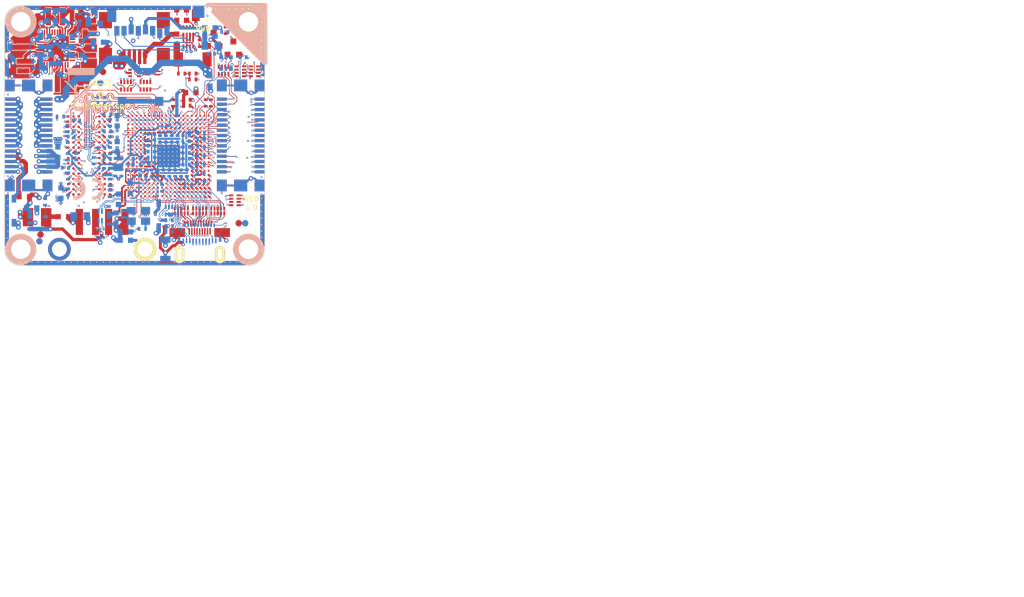
<source format=kicad_pcb>
(kicad_pcb (version 20221018) (generator pcbnew)
  (title_block (title "RED Brick") (rev "1.0") (company "Tinkerforge GmbH") (comment 1 "Licensed under CERN OHL v.1.1") (comment 2 "Copyright (©) 2014, B.Nordmeyer <bastian@tinkerforge.com>"))
  (layers (0 "F.Cu" signal "Front") (1 "In1.Cu" power "GND") (2 "In2.Cu" signal "INNER_GND") (3 "In3.Cu" signal "INNER_PWR") (4 "In4.Cu" power "Power") (31 "B.Cu" signal "Bottom") (34 "B.Paste" user) (35 "F.Paste" user) (36 "B.SilkS" user "B.Silkscreen") (37 "F.SilkS" user "F.Silkscreen") (38 "B.Mask" user) (39 "F.Mask" user) (44 "Edge.Cuts" user))
  (net 0 "")
  (net 1 "+1.2V_CPU")
  (net 2 "+1.2V_INT")
  (net 3 "+1.5V")
  (net 4 "+3.3V")
  (net 5 "+3.3VP")
  (net 6 "+5V")
  (net 7 "/DDR/DDR_A0")
  (net 8 "/DDR/DDR_A1")
  (net 9 "/DDR/DDR_A10")
  (net 10 "/DDR/DDR_A11")
  (net 11 "/DDR/DDR_A12")
  (net 12 "/DDR/DDR_A13")
  (net 13 "/DDR/DDR_A14")
  (net 14 "/DDR/DDR_A2")
  (net 15 "/DDR/DDR_A3")
  (net 16 "/DDR/DDR_A4")
  (net 17 "/DDR/DDR_A5")
  (net 18 "/DDR/DDR_A6")
  (net 19 "/DDR/DDR_A7")
  (net 20 "/DDR/DDR_A8")
  (net 21 "/DDR/DDR_A9")
  (net 22 "/DDR/DDR_BA0")
  (net 23 "/DDR/DDR_BA1")
  (net 24 "/DDR/DDR_BA2")
  (net 25 "/DDR/DDR_CLKE")
  (net 26 "/DDR/DDR_D0")
  (net 27 "/DDR/DDR_D1")
  (net 28 "/DDR/DDR_D10")
  (net 29 "/DDR/DDR_D11")
  (net 30 "/DDR/DDR_D12")
  (net 31 "/DDR/DDR_D13")
  (net 32 "/DDR/DDR_D14")
  (net 33 "/DDR/DDR_D15")
  (net 34 "/DDR/DDR_D2")
  (net 35 "/DDR/DDR_D3")
  (net 36 "/DDR/DDR_D4")
  (net 37 "/DDR/DDR_D5")
  (net 38 "/DDR/DDR_D6")
  (net 39 "/DDR/DDR_D7")
  (net 40 "/DDR/DDR_D8")
  (net 41 "/DDR/DDR_D9")
  (net 42 "/DDR/DDR_DQM0")
  (net 43 "/DDR/DDR_DQM1")
  (net 44 "/DDR/DDR_DQS0")
  (net 45 "/DDR/DDR_DQS1")
  (net 46 "/DDR/DDR_NCAS")
  (net 47 "/DDR/DDR_NCS0")
  (net 48 "/DDR/DDR_NDQS0")
  (net 49 "/DDR/DDR_NDQS1")
  (net 50 "/DDR/DDR_NRAS")
  (net 51 "/DDR/DDR_NRST")
  (net 52 "/DDR/DDR_NWE")
  (net 53 "/DDR/DDR_ODT")
  (net 54 "/DDR/_DDR_CLK")
  (net 55 "/DDR/_DDR_NCLK")
  (net 56 "/HDMI/USB/_USB_HOST_UDM1")
  (net 57 "/HDMI/USB/_USB_HOST_UDP1")
  (net 58 "/HDMI/USB/_USB_OTG_UDM0")
  (net 59 "/HDMI/USB/_USB_OTG_UDP0")
  (net 60 "CAMERA-I2C-SCL")
  (net 61 "CAMERA-I2C-SDA")
  (net 62 "DDR_CLK")
  (net 63 "DDR_NCLK")
  (net 64 "DDR_SVREF")
  (net 65 "GND")
  (net 66 "HDMI_HCEC")
  (net 67 "HDMI_HHPD")
  (net 68 "HDMI_HSCL")
  (net 69 "HDMI_HSDA")
  (net 70 "HDMI_HTX1N")
  (net 71 "HDMI_HTX1P")
  (net 72 "HDMI_HTX2N")
  (net 73 "HDMI_HTX2P")
  (net 74 "HDMI_HTXCN")
  (net 75 "HDMI_HTXCP")
  (net 76 "HDMI_HTXON")
  (net 77 "HDMI_HTXOP")
  (net 78 "LDO0_OUT")
  (net 79 "LED_ERROR")
  (net 80 "LED_RUNNING")
  (net 81 "NMI_N")
  (net 82 "Net-(C10-Pad1)")
  (net 83 "Net-(C100-Pad1)")
  (net 84 "Net-(C12-Pad1)")
  (net 85 "Net-(C15-Pad1)")
  (net 86 "Net-(C19-Pad1)")
  (net 87 "Net-(C21-Pad1)")
  (net 88 "Net-(C25-Pad2)")
  (net 89 "Net-(C29-Pad1)")
  (net 90 "Net-(C3-Pad2)")
  (net 91 "Net-(C30-Pad2)")
  (net 92 "Net-(C56-Pad2)")
  (net 93 "Net-(C63-Pad1)")
  (net 94 "Net-(C64-Pad1)")
  (net 95 "Net-(C66-Pad2)")
  (net 96 "Net-(C97-Pad2)")
  (net 97 "Net-(C99-Pad1)")
  (net 98 "Net-(D2-Pad1)")
  (net 99 "Net-(D3-Pad1)")
  (net 100 "Net-(D3-Pad2)")
  (net 101 "Net-(D4-Pad1)")
  (net 102 "Net-(D4-Pad2)")
  (net 103 "Net-(D5-Pad1)")
  (net 104 "Net-(D5-Pad2)")
  (net 105 "Net-(D6-Pad2)")
  (net 106 "Net-(F1-Pad2)")
  (net 107 "Net-(FB2-Pad2)")
  (net 108 "Net-(FB3-Pad2)")
  (net 109 "Net-(FB4-Pad2)")
  (net 110 "Net-(FB5-Pad1)")
  (net 111 "Net-(FB6-Pad2)")
  (net 112 "Net-(J5-Pad7)")
  (net 113 "Net-(J7-Pad1)")
  (net 114 "Net-(J7-Pad10)")
  (net 115 "Net-(J7-Pad29)")
  (net 116 "Net-(J7-Pad30)")
  (net 117 "Net-(L1-Pad1)")
  (net 118 "Net-(L2-Pad1)")
  (net 119 "Net-(L3-Pad1)")
  (net 120 "Net-(L4-Pad1)")
  (net 121 "Net-(L6-Pad1)")
  (net 122 "Net-(L6-Pad4)")
  (net 123 "Net-(P1-Pad11)")
  (net 124 "Net-(P1-Pad12)")
  (net 125 "Net-(P1-Pad13)")
  (net 126 "Net-(P1-Pad14)")
  (net 127 "Net-(P1-Pad15)")
  (net 128 "Net-(P1-Pad16)")
  (net 129 "Net-(P1-Pad17)")
  (net 130 "Net-(P1-Pad18)")
  (net 131 "Net-(P1-Pad3)")
  (net 132 "Net-(P1-Pad5)")
  (net 133 "Net-(P1-Pad7)")
  (net 134 "Net-(P1-Pad9)")
  (net 135 "Net-(R12-Pad1)")
  (net 136 "Net-(R20-Pad1)")
  (net 137 "Net-(R20-Pad2)")
  (net 138 "Net-(R20-Pad3)")
  (net 139 "Net-(R20-Pad4)")
  (net 140 "Net-(R21-Pad1)")
  (net 141 "Net-(R21-Pad4)")
  (net 142 "Net-(R22-Pad1)")
  (net 143 "Net-(R22-Pad2)")
  (net 144 "Net-(R22-Pad3)")
  (net 145 "Net-(R23-Pad2)")
  (net 146 "Net-(R23-Pad3)")
  (net 147 "Net-(R23-Pad4)")
  (net 148 "Net-(R24-Pad1)")
  (net 149 "Net-(R24-Pad2)")
  (net 150 "Net-(R24-Pad4)")
  (net 151 "Net-(R25-Pad1)")
  (net 152 "Net-(R26-Pad1)")
  (net 153 "Net-(R29-Pad2)")
  (net 154 "Net-(R9-Pad1)")
  (net 155 "Net-(RP3-Pad5)")
  (net 156 "Net-(RP3-Pad8)")
  (net 157 "POWER-I2C-SCK")
  (net 158 "POWER-I2C-SDA")
  (net 159 "RESET_N")
  (net 160 "RESET_STACK")
  (net 161 "SDCARD_CLK")
  (net 162 "SDCARD_CMD")
  (net 163 "SDCARD_D0")
  (net 164 "SDCARD_D1")
  (net 165 "SDCARD_D2")
  (net 166 "SDCARD_D3")
  (net 167 "STACK-EX-0-GP00/JTAG-TDO")
  (net 168 "STACK-EX-0-GP01/JTAG-TDI")
  (net 169 "STACK-EX-0-GP02")
  (net 170 "STACK-EX-1-GP00")
  (net 171 "STACK-EX-1-GP01")
  (net 172 "STACK-EX-1-GP02")
  (net 173 "STACK-HIGH/JTAG-TMS")
  (net 174 "STACK-I2C-SCL")
  (net 175 "STACK-I2C-SDA")
  (net 176 "STACK-MASTER-DETECT")
  (net 177 "STACK-SELECT-00")
  (net 178 "STACK-SELECT-01")
  (net 179 "STACK-SELECT-02")
  (net 180 "STACK-SELECT-03")
  (net 181 "STACK-SELECT-04")
  (net 182 "STACK-SELECT-05")
  (net 183 "STACK-SELECT-06")
  (net 184 "STACK-SELECT-07")
  (net 185 "STACK-SELECT-EX-00")
  (net 186 "STACK-SELECT-EX-01")
  (net 187 "STACK-SER-RXD")
  (net 188 "STACK-SER-SCK")
  (net 189 "STACK-SER-TXD")
  (net 190 "STACK-SER2-RTS")
  (net 191 "STACK-SER2-RXD")
  (net 192 "STACK-SER2-TXD")
  (net 193 "STACK-SPI-MISO")
  (net 194 "STACK-SPI-MOSI")
  (net 195 "STACK-SPI-SCLK")
  (net 196 "STACK-SPI-SELECT")
  (net 197 "STACK-SW-I2C-PULLUPS")
  (net 198 "STACK-SYNC/JTAG-TCK")
  (net 199 "USB-HOST-DRV")
  (net 200 "USB-OTG-DET")
  (net 201 "USB_HOST_UDM1")
  (net 202 "USB_HOST_UDP1")
  (net 203 "USB_OTG_UDM0")
  (net 204 "USB_OTG_UDP0")
  (net 205 "3V3")
  (net 206 "+3V3")
  (net 207 "Net-(J3-Pad2)")
  (net 208 "Net-(J4-Pad4)")
  (net 209 "Net-(R21-Pad2)")
  (net 210 "Net-(R21-Pad3)")
  (net 211 "Net-(R21-Pad6)")
  (net 212 "Net-(R21-Pad7)")
  (net 213 "Net-(R22-Pad4)")
  (net 214 "Net-(R22-Pad5)")
  (net 215 "Net-(R23-Pad1)")
  (net 216 "Net-(R23-Pad8)")
  (net 217 "Net-(R24-Pad3)")
  (net 218 "Net-(R24-Pad6)")
  (net 219 "Net-(RP3-Pad2)")
  (net 220 "Net-(RP3-Pad3)")
  (net 221 "Net-(RP3-Pad6)")
  (net 222 "Net-(RP3-Pad7)")
  (net 223 "Net-(RP4-Pad2)")
  (net 224 "Net-(RP4-Pad3)")
  (net 225 "Net-(RP4-Pad6)")
  (net 226 "Net-(RP4-Pad7)")
  (net 227 "Net-(U1-PadJ1)")
  (net 228 "Net-(U1-PadL1)")
  (net 229 "Net-(U1-PadM7)")
  (net 230 "Net-(U1-PadJ9)")
  (net 231 "Net-(U1-PadL9)")
  (net 232 "Net-(U2-Pad1)")
  (net 233 "Net-(U2-Pad8)")
  (net 234 "Net-(U2-Pad9)")
  (net 235 "Net-(U2-Pad16)")
  (net 236 "Net-(U2-Pad17)")
  (net 237 "Net-(U2-Pad21)")
  (net 238 "Net-(U2-Pad24)")
  (net 239 "Net-(U2-Pad40)")
  (net 240 "Net-(U8-Pad1)")
  (net 241 "Net-(U8-Pad3)")
  (net 242 "Net-(U?A1-PadF1)")
  (net 243 "Net-(U?A1-PadA2)")
  (net 244 "Net-(U?A1-PadE2)")
  (net 245 "Net-(U?A1-PadF2)")
  (net 246 "Net-(U?A1-PadY2)")
  (net 247 "Net-(U?A1-PadW3)")
  (net 248 "Net-(U?A1-PadY3)")
  (net 249 "Net-(U?A1-PadM4)")
  (net 250 "Net-(U?A1-PadN4)")
  (net 251 "Net-(U?A1-PadW4)")
  (net 252 "Net-(U?A1-PadY4)")
  (net 253 "Net-(U?A1-PadU5)")
  (net 254 "Net-(U?A1-PadW5)")
  (net 255 "Net-(U?A1-PadY5)")
  (net 256 "Net-(U?A1-PadW6)")
  (net 257 "Net-(U?A1-PadY6)")
  (net 258 "Net-(U?A1-PadW7)")
  (net 259 "Net-(U?A1-PadY7)")
  (net 260 "Net-(U?A1-PadW8)")
  (net 261 "Net-(U?A1-PadY8)")
  (net 262 "Net-(U?A1-PadA9)")
  (net 263 "Net-(U?A1-PadW9)")
  (net 264 "Net-(U?A1-PadY9)")
  (net 265 "Net-(U?A1-PadA10)")
  (net 266 "Net-(U?A1-PadW10)")
  (net 267 "Net-(U?A1-PadY10)")
  (net 268 "Net-(U?A1-PadB11)")
  (net 269 "Net-(U?A1-PadW11)")
  (net 270 "Net-(U?A1-PadY11)")
  (net 271 "Net-(U?A1-PadV12)")
  (net 272 "Net-(U?A1-PadW12)")
  (net 273 "Net-(U?A1-PadY12)")
  (net 274 "Net-(U?A1-PadA13)")
  (net 275 "Net-(U?A1-PadB13)")
  (net 276 "Net-(U?A1-PadV13)")
  (net 277 "Net-(U?A1-PadW13)")
  (net 278 "Net-(U?A1-PadY13)")
  (net 279 "Net-(U?A1-PadA14)")
  (net 280 "Net-(U?A1-PadB14)")
  (net 281 "Net-(U?A1-PadU14)")
  (net 282 "Net-(U?A1-PadY14)")
  (net 283 "Net-(U?A1-PadW15)")
  (net 284 "Net-(U?A1-PadY15)")
  (net 285 "Net-(U?A1-PadT16)")
  (net 286 "Net-(U?A1-PadV16)")
  (net 287 "Net-(U?A1-PadW16)")
  (net 288 "Net-(U?A1-PadY16)")
  (net 289 "Net-(U?A1-PadU17)")
  (net 290 "Net-(U?A1-PadV17)")
  (net 291 "Net-(U?A1-PadW17)")
  (net 292 "Net-(U?A1-PadM18)")
  (net 293 "Net-(U?A1-PadU18)")
  (net 294 "Net-(U?A1-PadV18)")
  (net 295 "Net-(U?A1-PadW18)")
  (net 296 "Net-(U?A1-PadY18)")
  (net 297 "Net-(U?A1-PadK19)")
  (net 298 "Net-(U?A1-PadU19)")
  (net 299 "Net-(U?A1-PadW19)")
  (net 300 "Net-(U?A1-PadY19)")
  (net 301 "Net-(U?A1-PadK20)")
  (net 302 "Net-(U?A1-PadW20)")
  (net 303 "Net-(U?A1-PadY20)")
  (footprint "kicad-libraries:Fiducial_Mark" (layer "F.Cu") (at 132.85 110.175)
    (fp_text reference "Fiducial_Mark" hide)
    (fp_text value "VAL**" hide)
  )
  (footprint "kicad-libraries:Fiducial_Mark" (layer "F.Cu") (at 163.325 108.425)
    (fp_text reference "Fiducial_Mark" hide)
    (fp_text value "VAL**" hide)
  )
  (footprint "kicad-libraries:Fiducial_Mark" (layer "F.Cu") (at 142.45 85.125)
    (fp_text reference "Fiducial_Mark" hide)
    (fp_text value "VAL**" hide)
  )
  (footprint "logo:Logo_31x31" (layer "F.Cu") (at 140.5 86.3)
    (fp_text reference "G***" hide)
    (fp_text value "Logo_31x31" hide)
  )
  (footprint "C0603" (layer "F.Cu") (at 155.95 88.325)
    (fp_text reference "C12")
    (fp_text value "22µF/6.3V")
  )
  (footprint "C0402" (layer "F.Cu") (at 155.35 89.425)
    (fp_text reference "C17")
    (fp_text value "220nF")
  )
  (footprint "C0402" (layer "F.Cu") (at 155.35 90.325)
    (fp_text reference "C23")
    (fp_text value "220nF")
  )
  (footprint "C0603" (layer "F.Cu") (at 128.85 84.975)
    (fp_text reference "C66")
    (fp_text value "10µF/6.3V")
  )
  (footprint "C0603" (layer "F.Cu") (at 138.85 86.4 90)
    (fp_text reference "C82")
    (fp_text value "10µF/6.3V")
  )
  (footprint "C0603" (layer "F.Cu") (at 139.7 78.175 -90)
    (fp_text reference "C83")
    (fp_text value "10µF/6.3V")
  )
  (footprint "C0603" (layer "F.Cu") (at 138.25 75.625 180)
    (fp_text reference "C84")
    (fp_text value "10µF/6.3V")
  )
  (footprint "C0603" (layer "F.Cu") (at 128.2 82.2 90)
    (fp_text reference "C85")
    (fp_text value "10µF/6.3V")
  )
  (footprint "C0402" (layer "F.Cu") (at 139.05 84.49 180)
    (fp_text reference "C88")
    (fp_text value "1nF")
  )
  (footprint "C0402" (layer "F.Cu") (at 140.8 78.775 -90)
    (fp_text reference "C89")
    (fp_text value "1nF")
  )
  (footprint "C0402" (layer "F.Cu") (at 138.2 76.725 180)
    (fp_text reference "C90")
    (fp_text value "1nF")
  )
  (footprint "3528-21" (layer "F.Cu") (at 132.325 107.5 180)
    (fp_text reference "C99")
    (fp_text value "470µF")
  )
  (footprint "C0402" (layer "F.Cu") (at 151.9 108.45 -90)
    (fp_text reference "C101")
    (fp_text value "100nF")
  )
  (footprint "C0402" (layer "F.Cu") (at 156.25 86.3)
    (fp_text reference "C103")
    (fp_text value "100nF")
  )
  (footprint "SOD-128" (layer "F.Cu") (at 156.25 83.225 180)
    (fp_text reference "D2")
    (fp_text value "PMEG4050")
  )
  (footprint "D0603" (layer "F.Cu") (at 155.3 76.4 90)
    (fp_text reference "D3")
    (fp_text value "blue")
  )
  (footprint "D0603" (layer "F.Cu") (at 141 76.5 -90)
    (fp_text reference "D4")
    (fp_text value "green")
  )
  (footprint "D0603" (layer "F.Cu") (at 153.8 76.4 90)
    (fp_text reference "D5")
    (fp_text value "red")
  )
  (footprint "C0603" (layer "F.Cu") (at 136.375 107.425)
    (fp_text reference "FB1")
    (fp_text value "FB")
  )
  (footprint "C0603" (layer "F.Cu") (at 153.8 80.125 90)
    (fp_text reference "FB3")
    (fp_text value "FB")
  )
  (footprint "C0603" (layer "F.Cu") (at 130.35 104.35 180)
    (fp_text reference "FB6")
    (fp_text value "FB")
  )
  (footprint "kicad-libraries:MICRO-HDMI-D" (layer "F.Cu") (at 157.325 114.925)
    (fp_text reference "J3")
    (fp_text value "MICRO_HDMI")
  )
  (footprint "USB-MINI-B-SMD" (layer "F.Cu") (at 147.2891 74.925)
    (fp_text reference "J4")
    (fp_text value "USB-MINI-B-SMD")
  )
  (footprint "kicad-libraries:BTB08-ACS-TOP" (layer "F.Cu") (at 163.625 94.925 90)
    (fp_text reference "J5")
    (fp_text value "STACK-UP-LOW")
  )
  (footprint "kicad-libraries:BTB08-ACS-TOP" (layer "F.Cu") (at 131.025 94.925 90)
    (fp_text reference "J7")
    (fp_text value "STACK-UP-LOW")
  )
  (footprint "kicad-libraries:NRH3015" (layer "F.Cu") (at 136.55 86.9)
    (fp_text reference "L1")
    (fp_text value "2,2µH")
  )
  (footprint "kicad-libraries:NRH3015" (layer "F.Cu") (at 140.075 81.475 90)
    (fp_text reference "L2")
    (fp_text value "2,2µH")
  )
  (footprint "kicad-libraries:NRH3015" (layer "F.Cu") (at 135.15 76.625)
    (fp_text reference "L3")
    (fp_text value "2,2µH")
  )
  (footprint "kicad-libraries:NRH3015" (layer "F.Cu") (at 130.5 82.4 90)
    (fp_text reference "L4")
    (fp_text value "2,2µH")
  )
  (footprint "WE-CNSW-0603" (layer "F.Cu") (at 150.05 85.3 180)
    (fp_text reference "L7")
    (fp_text value "744230220")
  )
  (footprint "SOT23GDS" (layer "F.Cu") (at 159.475 80.125 180)
    (fp_text reference "Q1")
    (fp_text value "2N7002")
  )
  (footprint "SOT23GDS" (layer "F.Cu") (at 162.5 81.475 180)
    (fp_text reference "Q2")
    (fp_text value "2N7002")
  )
  (footprint "R0603" (layer "F.Cu") (at 131.55 84.975)
    (fp_text reference "R6")
    (fp_text value "1R0")
  )
  (footprint "R0402" (layer "F.Cu") (at 153.225 89.925 90)
    (fp_text reference "R9")
    (fp_text value "237")
  )
  (footprint "R0402" (layer "F.Cu") (at 157.35 80.75 -90)
    (fp_text reference "R14")
    (fp_text value "10k")
  )
  (footprint "R0402" (layer "F.Cu") (at 154.55 85.4)
    (fp_text reference "R18")
    (fp_text value "4.99k")
  )
  (footprint "R0402" (layer "F.Cu") (at 156.25 85.4 180)
    (fp_text reference "R19")
    (fp_text value "10k")
  )
  (footprint "R0402" (layer "F.Cu") (at 158.25 89.925 90)
    (fp_text reference "R25")
    (fp_text value "0")
  )
  (footprint "R0402" (layer "F.Cu") (at 159.05 89.925 90)
    (fp_text reference "R26")
    (fp_text value "DNP")
  )
  (footprint "R0402" (layer "F.Cu") (at 161.32 78.76 90)
    (fp_text reference "R29")
    (fp_text value "1k")
  )
  (footprint "TACT-SWITCH" (layer "F.Cu") (at 158.825 76.425)
    (fp_text reference "SW1")
    (fp_text value "Power")
  )
  (footprint "kicad-libraries:TPD4S010DQA" (layer "F.Cu") (at 160.1 106.54 180)
    (fp_text reference "U5")
    (fp_text value "TPD4S010DQA")
  )
  (footprint "kicad-libraries:TPD4S010DQA" (layer "F.Cu") (at 157.31 106.54 180)
    (fp_text reference "U6")
    (fp_text value "TPD4S010DQA")
  )
  (footprint "kicad-libraries:TPD4S010DQA" (layer "F.Cu") (at 154.5 106.54 180)
    (fp_text reference "U7")
    (fp_text value "TPD4S010DQA")
  )
  (footprint "kicad-libraries:TFBGA336" (layer "F.Cu") (at 152.525 98.075 180)
    (fp_text reference "U?A1")
    (fp_text value "A10S")
  )
  (footprint "DRILL_NP" (layer "F.Cu") (at 129.825 112.425)
    (fp_text reference "~{1}" hide)
    (fp_text value "DRILL" hide)
  )
  (footprint "DRILL_NP" (layer "F.Cu") (at 164.825 77.425)
    (fp_text reference "~{2}" hide)
    (fp_text value "DRILL" hide)
  )
  (footprint "DRILL_NP" (layer "F.Cu") (at 129.825 77.425)
    (fp_text reference "~{3}" hide)
    (fp_text value "DRILL" hide)
  )
  (footprint "DRILL_NP" (layer "F.Cu") (at 164.825 112.425)
    (fp_text reference "~{4}" hide)
    (fp_text value "DRILL" hide)
  )
  (footprint "USB-A-SMT-8231" (layer "F.Cu") (at 142.325 112.425)
    (fp_text reference "J2")
    (fp_text value "USB-A")
  )
  (footprint "4X0402" (layer "F.Cu") (at 146 87.2751)
    (fp_text reference "R20")
    (fp_text value "0")
  )
  (footprint "4X0402" (layer "F.Cu") (at 148.98 87.2662)
    (fp_text reference "R21")
    (fp_text value "0")
  )
  (footprint "4X0402" (layer "F.Cu") (at 163.5717 85.0423 -90)
    (fp_text reference "R22")
    (fp_text value "22")
  )
  (footprint "4X0402" (layer "F.Cu") (at 155.575 80.65)
    (fp_text reference "RP1")
    (fp_text value "100k")
  )
  (footprint "4X0402" (layer "F.Cu") (at 160.9963 84.9085)
    (fp_text reference "RP3")
    (fp_text value "2k2")
  )
  (footprint "4X0402" (layer "F.Cu") (at 155.575 78.85 180)
    (fp_text reference "RP4")
    (fp_text value "1k")
  )
  (footprint "kicad-libraries:FBGA96" (layer "F.Cu") (at 140.365 99.16)
    (fp_text reference "U1")
    (fp_text value "H5TQ4G63AFR")
  )
  (footprint "QFN40_5X5" (layer "F.Cu") (at 135.25 81.55 90)
    (fp_text reference "U2")
    (fp_text value "AXP152")
  )
  (footprint "SOT563" (layer "F.Cu") (at 147.3 85.3 -90)
    (fp_text reference "U8")
    (fp_text value "82400152")
  )
  (footprint "4X0402" (layer "F.Cu") (at 165.76 85.04 -90)
    (fp_text reference "R23")
    (fp_text value "22")
  )
  (footprint "4X0402" (layer "F.Cu") (at 162.75 104.9 -90)
    (fp_text reference "R24")
    (fp_text value "22")
  )
  (footprint "kicad-libraries:Fiducial_Mark" (layer "B.Cu") (at 132.675 111.2)
    (fp_text reference "Fiducial_Mark" hide)
    (fp_text value "VAL**" hide)
  )
  (footprint "kicad-libraries:Fiducial_Mark" (layer "B.Cu") (at 164.325 108.425)
    (fp_text reference "Fiducial_Mark" hide)
    (fp_text value "VAL**" hide)
  )
  (footprint "kicad-libraries:Fiducial_Mark" (layer "B.Cu") (at 142.05 86.85)
    (fp_text reference "Fiducial_Mark" hide)
    (fp_text value "VAL**" hide)
  )
  (footprint "kicad-libraries:CE_5mm" (layer "B.Cu") (at 140.25 103.15 180)
    (fp_text reference "VAL" hide)
    (fp_text value "CE_5mm" hide)
  )
  (footprint "kicad-libraries:WEEE_7mm" (layer "B.Cu") (at 139.1 88.1)
    (fp_text reference "VAL" hide)
    (fp_text value "WEEE_7mm" hide)
  )
  (footprint "C0402" (layer "B.Cu") (at 152.125 95.475 -90)
    (fp_text reference "C1")
    (fp_text value "220nF")
  )
  (footprint "C0402" (layer "B.Cu") (at 157.55 94.46)
    (fp_text reference "C2")
    (fp_text value "220nF")
  )
  (footprint "C0402" (layer "B.Cu") (at 145.545 107.045 90)
    (fp_text reference "C3")
    (fp_text value "9pF")
  )
  (footprint "C0402" (layer "B.Cu") (at 151.225 95.475 -90)
    (fp_text reference "C4")
    (fp_text value "220nF")
  )
  (footprint "C0402" (layer "B.Cu") (at 155.225 94.9 180)
    (fp_text reference "C5")
    (fp_text value "220nF")
  )
  (footprint "C0402" (layer "B.Cu") (at 149.925 94.7)
    (fp_text reference "C6")
    (fp_text value "220nF")
  )
  (footprint "C0402" (layer "B.Cu") (at 155.55 102.625)
    (fp_text reference "C7")
    (fp_text value "220nF")
  )
  (footprint "C0402" (layer "B.Cu") (at 149.925 95.6)
    (fp_text reference "C8")
    (fp_text value "220nF")
  )
  (footprint "C0402" (layer "B.Cu") (at 154.45 100.7 90)
    (fp_text reference "C9")
    (fp_text value "220nF")
  )
  (footprint "C0402" (layer "B.Cu") (at 143.34 108.06 -90)
    (fp_text reference "C10")
    (fp_text value "220nF")
  )
  (footprint "C0402" (layer "B.Cu") (at 149.925 96.5)
    (fp_text reference "C11")
    (fp_text value "220nF")
  )
  (footprint "C0402" (layer "B.Cu") (at 153.55 100.7 90)
    (fp_text reference "C13")
    (fp_text value "220nF")
  )
  (footprint "C0603" (layer "B.Cu") (at 144.445 107.645 -90)
    (fp_text reference "C14")
    (fp_text value "10µF/6.3V")
  )
  (footprint "C0402" (layer "B.Cu") (at 148.5 109.3 180)
    (fp_text reference "C15")
    (fp_text value "9pF")
  )
  (footprint "C0402" (layer "B.Cu") (at 149.925 97.4)
    (fp_text reference "C16")
    (fp_text value "220nF")
  )
  (footprint "C0402" (layer "B.Cu") (at 152.65 100.7 90)
    (fp_text reference "C18")
    (fp_text value "220nF")
  )
  (footprint "C0402" (layer "B.Cu") (at 146.245 99.845 90)
    (fp_text reference "C19")
    (fp_text value "220nF")
  )
  (footprint "C0402" (layer "B.Cu") (at 148.15 100.7 -90)
    (fp_text reference "C20")
    (fp_text value "220nF")
  )
  (footprint "C0402" (layer "B.Cu") (at 149.95 100.7 90)
    (fp_text reference "C21")
    (fp_text value "220nF")
  )
  (footprint "C0402" (layer "B.Cu") (at 147.65 99.4 180)
    (fp_text reference "C22")
    (fp_text value "220nF")
  )
  (footprint "C0402" (layer "B.Cu") (at 151.75 100.7 90)
    (fp_text reference "C24")
    (fp_text value "220nF")
  )
  (footprint "C0603" (layer "B.Cu") (at 145.9 109.75)
    (fp_text reference "C25")
    (fp_text value "1µF")
  )
  (footprint "C0603" (layer "B.Cu") (at 144.83 104.74 90)
    (fp_text reference "C26")
    (fp_text value "10µF/6.3V")
  )
  (footprint "C0402" (layer "B.Cu") (at 149.925 98.3)
    (fp_text reference "C27")
    (fp_text value "220nF")
  )
  (footprint "C0402" (layer "B.Cu") (at 157.55 98.075)
    (fp_text reference "C28")
    (fp_text value "220nF")
  )
  (footprint "C0402" (layer "B.Cu") (at 149.05 100.7 90)
    (fp_text reference "C29")
    (fp_text value "220nF")
  )
  (footprint "C0402" (layer "B.Cu") (at 161.2 79)
    (fp_text reference "C30")
    (fp_text value "100pF")
  )
  (footprint "C0402" (layer "B.Cu") (at 149.925 99.2)
    (fp_text reference "C31")
    (fp_text value "220nF")
  )
  (footprint "C0402" (layer "B.Cu") (at 155.225 99.4 180)
    (fp_text reference "C32")
    (fp_text value "220nF")
  )
  (footprint "C0603" (layer "B.Cu") (at 146.65 103 -90)
    (fp_text reference "C33")
    (fp_text value "22µF/6.3V")
  )
  (footprint "C0402" (layer "B.Cu") (at 151.55 103 -90)
    (fp_text reference "C34")
    (fp_text value "220nF")
  )
  (footprint "C0402" (layer "B.Cu") (at 157.555 96.675)
    (fp_text reference "C35")
    (fp_text value "220nF")
  )
  (footprint "C0402" (layer "B.Cu") (at 150.85 100.7 90)
    (fp_text reference "C36")
    (fp_text value "220nF")
  )
  (footprint "C0402" (layer "B.Cu") (at 157.55 95.475)
    (fp_text reference "C37")
    (fp_text value "220nF")
  )
  (footprint "C0402" (layer "B.Cu") (at 153.925 95.475 -90)
    (fp_text reference "C38")
    (fp_text value "220nF")
  )
  (footprint "C0402" (layer "B.Cu") (at 155.225 98.5 180)
    (fp_text reference "C39")
    (fp_text value "220nF")
  )
  (footprint "C0402" (layer "B.Cu") (at 153.025 95.475 -90)
    (fp_text reference "C40")
    (fp_text value "220nF")
  )
  (footprint "C0402" (layer "B.Cu") (at 155.225 97.6 180)
    (fp_text reference "C41")
    (fp_text value "220nF")
  )
  (footprint "C0402" (layer "B.Cu") (at 157.525 101.975)
    (fp_text reference "C42")
    (fp_text value "220nF")
  )
  (footprint "C0402" (layer "B.Cu") (at 155.225 96.7 180)
    (fp_text reference "C43")
    (fp_text value "220nF")
  )
  (footprint "C0402" (layer "B.Cu") (at 155.35 100.7 90)
    (fp_text reference "C44")
    (fp_text value "220nF")
  )
  (footprint "C0402" (layer "B.Cu") (at 157.525 99.375)
    (fp_text reference "C45")
    (fp_text value "220nF")
  )
  (footprint "C0402" (layer "B.Cu") (at 157.525 100.705)
    (fp_text reference "C46")
    (fp_text value "220nF")
  )
  (footprint "C0402" (layer "B.Cu") (at 155.225 95.8 180)
    (fp_text reference "C47")
    (fp_text value "220nF")
  )
  (footprint "R0603" (layer "B.Cu") (at 135.985 103.785 -90)
    (fp_text reference "C48")
    (fp_text value "22µF/6.3V")
  )
  (footprint "C0402" (layer "B.Cu") (at 138.37 92.6)
    (fp_text reference "C49")
    (fp_text value "220nF")
  )
  (footprint "C0402" (layer "B.Cu") (at 143.14 94.26 180)
    (fp_text reference "C50")
    (fp_text value "220nF")
  )
  (footprint "C0402" (layer "B.Cu") (at 142.24 96.86)
    (fp_text reference "C51")
    (fp_text value "220nF")
  )
  (footprint "C0402" (layer "B.Cu") (at 136.675 99.875 180)
    (fp_text reference "C52")
    (fp_text value "220nF")
  )
  (footprint "C0402" (layer "B.Cu") (at 143.1 98.55)
    (fp_text reference "C53")
    (fp_text value "220nF")
  )
  (footprint "C0402" (layer "B.Cu") (at 137.09 101.16 90)
    (fp_text reference "C54")
    (fp_text value "220nF")
  )
  (footprint "C0402" (layer "B.Cu") (at 143.49 102.16 -90)
    (fp_text reference "C55")
    (fp_text value "220nF")
  )
  (footprint "C0603" (layer "B.Cu") (at 135.1 76.475 -90)
    (fp_text reference "C56")
    (fp_text value "1µF")
  )
  (footprint "C0402" (layer "B.Cu") (at 137.09 103.61 -90)
    (fp_text reference "C57")
    (fp_text value "220nF")
  )
  (footprint "C0603" (layer "B.Cu") (at 133.7 83.85 180)
    (fp_text reference "C58")
    (fp_text value "10µF/6.3V")
  )
  (footprint "C0402" (layer "B.Cu") (at 143.49 103.86 -90)
    (fp_text reference "C59")
    (fp_text value "220nF")
  )
  (footprint "C0603" (layer "B.Cu") (at 132.9 80.45 90)
    (fp_text reference "C60")
    (fp_text value "10µF/6.3V")
  )
  (footprint "C0603" (layer "B.Cu") (at 137.75 80.45 90)
    (fp_text reference "C61")
    (fp_text value "10µF/6.3V")
  )
  (footprint "C0603" (layer "B.Cu") (at 133.8 76.475 -90)
    (fp_text reference "C62")
    (fp_text value "10µF/6.3V")
  )
  (footprint "C0603" (layer "B.Cu") (at 134.2 80.45 -90)
    (fp_text reference "C63")
    (fp_text value "1µF")
  )
  (footprint "C0603" (layer "B.Cu") (at 136.3 80.45 -90)
    (fp_text reference "C64")
    (fp_text value "1µF")
  )
  (footprint "C0402" (layer "B.Cu") (at 143.49 100.46 -90)
    (fp_text reference "C65")
    (fp_text value "100nF")
  )
  (footprint "C0402" (layer "B.Cu") (at 137.04 98.21 -90)
    (fp_text reference "C67")
    (fp_text value "100nF")
  )
  (footprint "C0402" (layer "B.Cu") (at 143.54 97.26 90)
    (fp_text reference "C68")
    (fp_text value "220nF")
  )
  (footprint "C0402" (layer "B.Cu") (at 138.35 98.2 -90)
    (fp_text reference "C69")
    (fp_text value "220nF")
  )
  (footprint "C0402" (layer "B.Cu") (at 145.29 98.96 -90)
    (fp_text reference "C70")
    (fp_text value "220nF")
  )
  (footprint "C0402" (layer "B.Cu") (at 144.39 100.66 -90)
    (fp_text reference "C71")
    (fp_text value "220nF")
  )
  (footprint "C0402" (layer "B.Cu") (at 137.04 95.51 90)
    (fp_text reference "C72")
    (fp_text value "220nF")
  )
  (footprint "C0402" (layer "B.Cu") (at 143.54 95.56 -90)
    (fp_text reference "C73")
    (fp_text value "220nF")
  )
  (footprint "C0603" (layer "B.Cu") (at 144.64 96.66 90)
    (fp_text reference "C74")
    (fp_text value "22µF/6.3V")
  )
  (footprint "C0603" (layer "B.Cu") (at 135.8 84.65 90)
    (fp_text reference "C75")
    (fp_text value "10µF/6.3V")
  )
  (footprint "C0603" (layer "B.Cu") (at 138.55 82.55)
    (fp_text reference "C76")
    (fp_text value "10µF/6.3V")
  )
  (footprint "C0603" (layer "B.Cu") (at 136.4 76.475 90)
    (fp_text reference "C77")
    (fp_text value "10µF/6.3V")
  )
  (footprint "C0603" (layer "B.Cu") (at 133.7 82.55)
    (fp_text reference "C78")
    (fp_text value "10µF/6.3V")
  )
  (footprint "C0402" (layer "B.Cu") (at 137.94 94.81 -90)
    (fp_text reference "C79")
    (fp_text value "220nF")
  )
  (footprint "C0402" (layer "B.Cu") (at 143.54 92.96 90)
    (fp_text reference "C80")
    (fp_text value "220nF")
  )
  (footprint "C0402" (layer "B.Cu") (at 137.04 93.81 -90)
    (fp_text reference "C81")
    (fp_text value "220nF")
  )
  (footprint "C0402" (layer "B.Cu") (at 143.14 91.66)
    (fp_text reference "C86")
    (fp_text value "220nF")
  )
  (footprint "C0402" (layer "B.Cu") (at 135.89 92.01 180)
    (fp_text reference "C87")
    (fp_text value "220nF")
  )
  (footprint "C0402" (layer "B.Cu") (at 128.2 82.1 90)
    (fp_text reference "C91")
    (fp_text value "1nF")
  )
  (footprint "C0603" (layer "B.Cu") (at 144.64 92.66 90)
    (fp_text reference "C92")
    (fp_text value "22µF/6.3V")
  )
  (footprint "C0402" (layer "B.Cu") (at 152.605 93.875 -90)
    (fp_text reference "C93")
    (fp_text value "100nF")
  )
  (footprint "C0402" (layer "B.Cu") (at 147.65 98.5 180)
    (fp_text reference "C94")
    (fp_text value "100nF")
  )
  (footprint "C0402" (layer "B.Cu") (at 141.025 98.8 -90)
    (fp_text reference "C95")
    (fp_text value "DNP")
  )
  (footprint "C0603" (layer "B.Cu") (at 131.48 106.08)
    (fp_text reference "C96")
    (fp_text value "1µF/6.3V")
  )
  (footprint "C0603" (layer "B.Cu") (at 158.9 79.65 180)
    (fp_text reference "C97")
    (fp_text value "22µF/6.3V")
  )
  (footprint "C0603" (layer "B.Cu") (at 158.9 78.35 180)
    (fp_text reference "C98")
    (fp_text value "22µF/6.3V")
  )
  (footprint "C0805" (layer "B.Cu") (at 138.95 107.35)
    (fp_text reference "C100")
    (fp_text value "100nF")
  )
  (footprint "C0603" (layer "B.Cu") (at 158.91 86.53 -90)
    (fp_text reference "C102")
    (fp_text value "10µF/6.3V")
  )
  (footprint "SOD-123" (layer "B.Cu") (at 151.0242 107.1728 90)
    (fp_text reference "D1")
    (fp_text value "1N5819S4")
  )
  (footprint "SOD-123" (layer "B.Cu") (at 128.76 106.5 90)
    (fp_text reference "D6")
    (fp_text value "B0520LW")
  )
  (footprint "C1206" (layer "B.Cu") (at 152.05 112.45 90)
    (fp_text reference "F1")
    (fp_text value "0ZCJ0035FF2G")
  )
  (footprint "C0603" (layer "B.Cu") (at 145.9 111.05)
    (fp_text reference "FB2")
    (fp_text value "FB")
  )
  (footprint "C0603" (layer "B.Cu") (at 141.725 80.575)
    (fp_text reference "FB4")
    (fp_text value "FB")
  )
  (footprint "C0603" (layer "B.Cu") (at 135.52 97.5 90)
    (fp_text reference "FB5")
    (fp_text value "FB")
  )
  (footprint "kicad-libraries:MicroSD_TF001A" (layer "B.Cu") (at 150.35 90.075)
    (fp_text reference "J1")
    (fp_text value "MICROSDCARD")
  )
  (footprint "kicad-libraries:BTB08-ACS-BTM" (layer "B.Cu") (at 163.625 94.925 -90)
    (fp_text reference "J6")
    (fp_text value "STACK-DOWN")
  )
  (footprint "kicad-libraries:BTB08-ACS-BTM" (layer "B.Cu") (at 131.025 94.925 -90)
    (fp_text reference "J8")
    (fp_text value "STACK-DOWN")
  )
  (footprint "C0805" (layer "B.Cu") (at 159.1 81.1 180)
    (fp_text reference "L5")
    (fp_text value "470nH")
  )
  (footprint "WE-CNSW-0603" (layer "B.Cu") (at 142.05 107.3 90)
    (fp_text reference "L6")
    (fp_text value "744230220")
  )
  (footprint "kicad-libraries:502078-2110-C" (layer "B.Cu") (at 157.3 109.9 180)
    (fp_text reference "P1")
    (fp_text value "Camera/EXT")
  )
  (footprint "SOT23GDS" (layer "B.Cu") (at 141.125 76.7)
    (fp_text reference "Q3")
    (fp_text value "2N7002")
  )
  (footprint "R0402" (layer "B.Cu") (at 143.34 106.34 -90)
    (fp_text reference "R1")
    (fp_text value "200k")
  )
  (footprint "R0402" (layer "B.Cu") (at 153.81 92.41 90)
    (fp_text reference "R2")
    (fp_text value "1R0")
  )
  (footprint "R0402" (layer "B.Cu") (at 159.1 82.35 180)
    (fp_text reference "R3")
    (fp_text value "1k")
  )
  (footprint "R0402" (layer "B.Cu") (at 147.25 100.71 90)
    (fp_text reference "R4")
    (fp_text value "1R0")
  )
  (footprint "R0402" (layer "B.Cu") (at 131.8 84.04 -90)
    (fp_text reference "R5")
    (fp_text value "47k")
  )
  (footprint "R0402" (layer "B.Cu") (at 144.39 98.96 90)
    (fp_text reference "R7")
    (fp_text value "1k")
  )
  (footprint "R0402" (layer "B.Cu") (at 145.29 100.66 90)
    (fp_text reference "R8")
    (fp_text value "1k")
  )
  (footprint "R0402" (layer "B.Cu") (at 142.19 90.01 180)
    (fp_text reference "R10")
    (fp_text value "22")
  )
  (footprint "R0402" (layer "B.Cu") (at 142.19 89.11 180)
    (fp_text reference "R11")
    (fp_text value "22")
  )
  (footprint "R0402" (layer "B.Cu") (at 142.59 100.46 -90)
    (fp_text reference "R12")
    (fp_text value "237")
  )
  (footprint "R0402" (layer "B.Cu") (at 133.55 105.15 90)
    (fp_text reference "R13")
    (fp_text value "10k")
  )
  (footprint "R0402" (layer "B.Cu") (at 152.635 107.965 180)
    (fp_text reference "R15")
    (fp_text value "47k")
  )
  (footprint "R0402" (layer "B.Cu") (at 152.635 109.765)
    (fp_text reference "R16")
    (fp_text value "2k2")
  )
  (footprint "R0402" (layer "B.Cu") (at 152.635 108.865)
    (fp_text reference "R17")
    (fp_text value "2k2")
  )
  (footprint "R0402" (layer "B.Cu") (at 138.93 76.73 90)
    (fp_text reference "R27")
    (fp_text value "1k")
  )
  (footprint "R0402" (layer "B.Cu") (at 163.975 82.875 180)
    (fp_text reference "R28")
    (fp_text value "100")
  )
  (footprint "SOT23-5" (layer "B.Cu") (at 132.42 108.37 90)
    (fp_text reference "U3")
    (fp_text value "RT9701XB")
  )
  (footprint "SOT563" (layer "B.Cu") (at 142.05 109.95 180)
    (fp_text reference "U4")
    (fp_text value "82400152")
  )
  (footprint "kicad-libraries:SOT363" (layer "B.Cu") (at 161.375 83.775 -90)
    (fp_text reference "U9")
    (fp_text value "NX3008PBKS")
  )
  (footprint "CRYSTAL_3225" (layer "B.Cu") (at 147.9 107.3)
    (fp_text reference "X1")
    (fp_text value "24MHz")
  )
  (footprint "4X0402" (layer "B.Cu") (at 152.85 106.5)
    (fp_text reference "RP2")
    (fp_text value "2k2")
  )
  (gr_line (start 166.751 82.34934) (end 166.751 75.62596) (stroke (width 0.8001)) (layer "B.SilkS"))
  (gr_line (start 164.87648 79.65186) (end 164.87648 77.47508) (stroke (width 0.8001)) (layer "B.SilkS"))
  (gr_line (start 165.42512 80.77454) (end 165.42512 76.92644) (stroke (width 0.8001)) (layer "B.SilkS"))
  (gr_line (start 166.07536 81.97596) (end 166.07536 76.2762) (stroke (width 0.8001)) (layer "B.SilkS"))
  (gr_line (start 158.57474 74.92492) (end 167.32504 83.67522) (stroke (width 0.8001)) (layer "B.SilkS"))
  (gr_line (start 159.72536 75.62596) (end 166.07536 81.97596) (stroke (width 0.8001)) (layer "B.SilkS"))
  (gr_line (start 167.32504 74.92492) (end 158.57474 74.92492) (stroke (width 0.8001)) (layer "B.SilkS"))
  (gr_line (start 166.07536 76.2762) (end 160.92678 76.2762) (stroke (width 0.8001)) (layer "B.SilkS"))
  (gr_line (start 164.87648 77.47508) (end 163.42614 77.47508) (stroke (width 0.8001)) (layer "B.SilkS"))
  (gr_line (start 166.751 75.62596) (end 159.72536 75.62596) (stroke (width 0.8001)) (layer "B.SilkS"))
  (gr_line (start 165.42512 76.92644) (end 162.15106 76.92644) (stroke (width 0.8001)) (layer "B.SilkS"))
  (gr_line (start 167.32504 83.67522) (end 167.32504 74.92492) (stroke (width 0.8001)) (layer "B.SilkS"))
  (gr_line (start 163.42614 77.47508) (end 164.4269 78.47584) (stroke (width 0.8001)) (layer "B.SilkS"))
  (gr_line (start 160.92678 76.2762) (end 165.42512 80.77454) (stroke (width 0.8001)) (layer "B.SilkS"))
  (gr_line (start 162.15106 76.92644) (end 164.87648 79.65186) (stroke (width 0.8001)) (layer "B.SilkS"))
  (gr_line (start 164.4269 78.47584) (end 164.4269 77.72654) (stroke (width 0.8001)) (layer "B.SilkS"))
  (gr_line (start 164.4269 77.72654) (end 164.3253 77.72654) (stroke (width 0.8001)) (layer "B.SilkS"))
  (gr_line (start 160.3248 76.02474) (end 160.50006 76.2) (stroke (width 0.8001)) (layer "F.SilkS"))
  (gr_line (start 164.50056 77.8764) (end 164.50056 77.851) (stroke (width 0.8001)) (layer "F.SilkS"))
  (gr_line (start 164.50056 78.6003) (end 164.50056 77.8764) (stroke (width 0.8001)) (layer "F.SilkS"))
  (gr_line (start 158.57474 74.92492) (end 167.32504 74.92492) (stroke (width 0.8001)) (layer "F.SilkS"))
  (gr_line (start 161.80054 76.70038) (end 162.10026 76.70038) (stroke (width 0.8001)) (layer "F.SilkS"))
  (gr_line (start 166.87546 82.5754) (end 166.87546 75.67422) (stroke (width 0.8001)) (layer "F.SilkS"))
  (gr_line (start 162.10026 76.70038) (end 162.10026 76.75118) (stroke (width 0.8001)) (layer "F.SilkS"))
  (gr_line (start 165.57498 80.90154) (end 165.57498 76.9747) (stroke (width 0.8001)) (layer "F.SilkS"))
  (gr_line (start 165.02634 79.72552) (end 165.02634 77.62494) (stroke (width 0.8001)) (layer "F.SilkS"))
  (gr_line (start 162.27552 76.9747) (end 165.02634 79.72552) (stroke (width 0.8001)) (layer "F.SilkS"))
  (gr_line (start 167.32504 74.92492) (end 167.32504 83.67522) (stroke (width 0.8001)) (layer "F.SilkS"))
  (gr_line (start 166.17696 76.3016) (end 160.97504 76.3016) (stroke (width 0.8001)) (layer "F.SilkS"))
  (gr_line (start 163.5252 77.62494) (end 164.50056 78.6003) (stroke (width 0.8001)) (layer "F.SilkS"))
  (gr_line (start 159.6263 75.67422) (end 166.17696 82.22488) (stroke (width 0.8001)) (layer "F.SilkS"))
  (gr_line (start 166.87546 75.67422) (end 159.6263 75.67422) (stroke (width 0.8001)) (layer "F.SilkS"))
  (gr_line (start 160.50006 76.2) (end 160.75152 76.2) (stroke (width 0.8001)) (layer "F.SilkS"))
  (gr_line (start 160.97504 76.3016) (end 165.57498 80.90154) (stroke (width 0.8001)) (layer "F.SilkS"))
  (gr_line (start 165.02634 77.62494) (end 163.5252 77.62494) (stroke (width 0.8001)) (layer "F.SilkS"))
  (gr_line (start 165.57498 76.9747) (end 162.27552 76.9747) (stroke (width 0.8001)) (layer "F.SilkS"))
  (gr_line (start 166.17696 82.22488) (end 166.17696 76.3016) (stroke (width 0.8001)) (layer "F.SilkS"))
  (gr_line (start 167.32504 83.67522) (end 158.57474 74.92492) (stroke (width 0.8001)) (layer "F.SilkS"))
  (gr_arc (start 167.32504 112.42548) (mid 166.592994 114.192794) (end 164.82568 114.92484) (stroke (width 0.09906)) (layer "Edge.Cuts"))
  (gr_line (start 129.82448 74.92492) (end 164.82568 74.92492) (stroke (width 0.09906)) (layer "Edge.Cuts"))
  (gr_arc (start 129.82448 114.92484) (mid 128.057166 114.192794) (end 127.32512 112.42548) (stroke (width 0.09906)) (layer "Edge.Cuts"))
  (gr_line (start 167.32504 77.42428) (end 167.32504 112.42548) (stroke (width 0.09906)) (layer "Edge.Cuts"))
  (gr_line (start 127.32512 112.42548) (end 127.32512 77.42428) (stroke (width 0.09906)) (layer "Edge.Cuts"))
  (gr_arc (start 127.32512 77.42428) (mid 128.057166 75.656966) (end 129.82448 74.92492) (stroke (width 0.09906)) (layer "Edge.Cuts"))
  (gr_arc (start 164.82568 74.92492) (mid 166.592994 75.656966) (end 167.32504 77.42428) (stroke (width 0.09906)) (layer "Edge.Cuts"))
  (gr_line (start 164.82568 114.92484) (end 129.82448 114.92484) (stroke (width 0.09906)) (layer "Edge.Cuts"))
  (gr_text "tinkerforge.com" (at 142.1 90.3) (layer "F.SilkS") (effects (font (size 0.8 0.8))))
  (gr_text "RED\n1.0" (at 165.3 105.35) (layer "F.SilkS") (effects (font (size 0.8 0.8))))
  (gr_text "PWR" (at 157.83 78.54) (layer "F.SilkS") (effects (font (size 0.7 0.7))))
  (segment (start 140.00028 79.27538) (end 139.7 78.9751) (width 0.50038) (layer "F.Cu") (net 1))
  (segment (start 141.63462 79.27538) (end 141.65 79.26) (width 0.70104) (layer "F.Cu") (net 1))
  (segment (start 140.00028 79.27538) (end 139.7 78.9751) (width 0.70104) (layer "F.Cu") (net 1))
  (segment (start 139.7 80.00018) (end 140.075 80.37518) (width 0.70104) (layer "F.Cu") (net 1))
  (segment (start 138.53056 80.95056) (end 138.63 81.05) (width 0.2) (layer "F.Cu") (net 1))
  (segment (start 138.53056 80.95056) (end 138.63 81.05) (width 0.29972) (layer "F.Cu") (net 1))
  (segment (start 155.285 95.795) (end 155.2917 95.8017) (width 0.29972) (layer "F.Cu") (net 1))
  (segment (start 155.2917 95.8017) (end 156.09878 95.8017) (width 0.29972) (layer "F.Cu") (net 1))
  (segment (start 156.099 99.0483) (end 156.099 99.0478) (width 0.1) (layer "F.Cu") (net 1))
  (segment (start 156.425 96.125) (end 156.099 96.4512) (width 0.2998) (layer "F.Cu") (net 1))
  (segment (start 156.099 95.1513) (end 156.0988 95.1515) (width 0.1) (layer "F.Cu") (net 1))
  (segment (start 140.075 80.3752) (end 140.075 80.175) (width 0.2998) (layer "F.Cu") (net 1))
  (segment (start 156.099 99.6984) (end 156.0988 99.6982) (width 0.1) (layer "F.Cu") (net 1))
  (segment (start 156.099 97.1017) (end 156.0988 97.1019) (width 0.1) (layer "F.Cu") (net 1))
  (segment (start 156.1003 97.7509) (end 156.0988 97.7524) (width 0.1) (layer "F.Cu") (net 1))
  (segment (start 156.099 98.3976) (end 156.099 98.3982) (width 0.1) (layer "F.Cu") (net 1))
  (segment (start 156.099 99.0488) (end 156.099 99.0483) (width 0.1) (layer "F.Cu") (net 1))
  (segment (start 156.099 96.4515) (end 156.099 96.4519) (width 0.1) (layer "F.Cu") (net 1))
  (segment (start 156.099 99.6984) (end 156.099 99.6981) (width 0.1) (layer "F.Cu") (net 1))
  (segment (start 156.099 97.7262) (end 156.099 97.7494) (width 0.1) (layer "F.Cu") (net 1))
  (segment (start 139.7 79.8) (end 139.7 78.9751) (width 0.2998) (layer "F.Cu") (net 1))
  (segment (start 137.74936 80.95056) (end 138.31 80.95056) (width 0.2) (layer "F.Cu") (net 1))
  (segment (start 156.099 98.3982) (end 156.0988 98.398) (width 0.1) (layer "F.Cu") (net 1))
  (segment (start 156.0988 95.8016) (end 156.0988 95.8017) (width 0.1) (layer "F.Cu") (net 1))
  (segment (start 138.31 80.95056) (end 138.53056 80.95056) (width 0.29972) (layer "F.Cu") (net 1))
  (segment (start 156.099 99.6988) (end 156.099 99.6984) (width 0.1) (layer "F.Cu") (net 1))
  (segment (start 156.099 98.3982) (end 156.099 98.3988) (width 0.1) (layer "F.Cu") (net 1))
  (segment (start 156.425 100.025) (end 156.099 99.6988) (width 0.29972) (layer "F.Cu") (net 1))
  (segment (start 156.1005 97.7509) (end 156.102 97.7524) (width 0.1) (layer "F.Cu") (net 1))
  (segment (start 141.63462 79.27538) (end 140.8 79.27538) (width 0.70104) (layer "F.Cu") (net 1))
  (segment (start 156.0988 98.398) (end 156.0988 98.3976) (width 0.1) (layer "F.Cu") (net 1))
  (segment (start 156.099 96.4512) (end 156.099 96.4515) (width 0.1) (layer "F.Cu") (net 1))
  (segment (start 156.0988 99.6982) (end 156.0988 99.6981) (width 0.1) (layer "F.Cu") (net 1))
  (segment (start 156.099 98.3988) (end 156.425 98.725) (width 0.2998) (layer "F.Cu") (net 1))
  (segment (start 156.099 95.8017) (end 156.099 95.8014) (width 0.2998) (layer "F.Cu") (net 1))
  (segment (start 156.099 100.348) (end 156.099 100.349) (width 0.1) (layer "F.Cu") (net 1))
  (segment (start 156.099 97.7494) (end 156.1005 97.7509) (width 0.1) (layer "F.Cu") (net 1))
  (segment (start 140.8 79.27538) (end 140.00028 79.27538) (width 0.70104) (layer "F.Cu") (net 1))
  (segment (start 139.26 81.05) (end 138.63 81.05) (width 0.29972) (layer "F.Cu") (net 1))
  (segment (start 139.7 78.9751) (end 139.7 80.00018) (width 0.70104) (layer "F.Cu") (net 1))
  (segment (start 156.099 99.0483) (end 156.0988 99.0481) (width 0.1) (layer "F.Cu") (net 1))
  (segment (start 156.099 95.1513) (end 156.099 95.1512) (width 0.1) (layer "F.Cu") (net 1))
  (segment (start 156.0988 99.0481) (end 156.0988 99.0478) (width 0.1) (layer "F.Cu") (net 1))
  (segment (start 156.099 96.4515) (end 156.0988 96.4517) (width 0.1) (layer "F.Cu") (net 1))
  (segment (start 140.075 80.175) (end 139.7 79.8) (width 0.2998) (layer "F.Cu") (net 1))
  (segment (start 156.1005 97.7509) (end 156.1003 97.7509) (width 0.1) (layer "F.Cu") (net 1))
  (segment (start 156.099 95.8014) (end 156.0988 95.8016) (width 0.1) (layer "F.Cu") (net 1))
  (segment (start 156.425 99.375) (end 156.099 99.0488) (width 0.2998) (layer "F.Cu") (net 1))
  (segment (start 156.099 97.1022) (end 156.099 97.1017) (width 0.1) (layer "F.Cu") (net 1))
  (segment (start 156.099 100.349) (end 156.425 100.675) (width 0.2998) (layer "F.Cu") (net 1))
  (segment (start 156.099 97.1012) (end 156.425 96.775) (width 0.2998) (layer "F.Cu") (net 1))
  (segment (start 156.0988 97.1019) (end 156.0988 97.1022) (width 0.1) (layer "F.Cu") (net 1))
  (segment (start 156.099 97.1017) (end 156.099 97.1012) (width 0.1) (layer "F.Cu") (net 1))
  (segment (start 156.425 97.4) (end 156.099 97.7262) (width 0.2998) (layer "F.Cu") (net 1))
  (segment (start 156.099 95.1512) (end 156.425 94.825) (width 0.2998) (layer "F.Cu") (net 1))
  (segment (start 156.099 95.1515) (end 156.099 95.1513) (width 0.1) (layer "F.Cu") (net 1))
  (segment (start 156.0988 96.4517) (end 156.0988 96.4519) (width 0.1) (layer "F.Cu") (net 1))
  (segment (start 156.102 97.7524) (end 156.425 98.075) (width 0.2998) (layer "F.Cu") (net 1))
  (via (at 156.425 99.375) (size 0.3) (drill 0.15) (layers "F.Cu" "B.Cu") (net 1))
  (via (at 156.425 94.825) (size 0.3) (drill 0.15) (layers "F.Cu" "B.Cu") (net 1))
  (via (at 155.285 95.795) (size 0.3) (drill 0.15) (layers "F.Cu" "B.Cu") (net 1))
  (via (at 139.26 81.05) (size 0.5) (drill 0.25) (layers "F.Cu" "B.Cu") (net 1))
  (via (at 156.425 98.725) (size 0.3) (drill 0.15) (layers "F.Cu" "B.Cu") (net 1))
  (via (at 156.425 96.125) (size 0.3) (drill 0.15) (layers "F.Cu" "B.Cu") (net 1))
  (via (at 156.425 97.4) (size 0.3) (drill 0.15) (layers "F.Cu" "B.Cu") (net 1))
  (via (at 156.425 98.075) (size 0.3) (drill 0.15) (layers "F.Cu" "B.Cu") (net 1))
  (via (at 156.425 100.675) (size 0.3) (drill 0.15) (layers "F.Cu" "B.Cu") (net 1))
  (via (at 141.65 79.26) (size 0.7) (drill 0.35) (layers "F.Cu" "B.Cu") (net 1))
  (via (at 156.425 96.775) (size 0.3) (drill 0.15) (layers "F.Cu" "B.Cu") (net 1))
  (via (at 156.425 100.025) (size 0.3) (drill 0.15) (layers "F.Cu" "B.Cu") (net 1))
  (segment (start 139.26 80.49) (end 140.49 79.26) (width 0.50038) (layer "B.Cu") (net 1))
  (segment (start 140.49 79.26) (end 141.65 79.26) (width 0.50038) (layer "B.Cu") (net 1))
  (segment (start 156.35038 100.025) (end 155.72538 99.4) (width 0.45) (layer "B.Cu") (net 1))
  (segment (start 155.29 95.8) (end 155.285 95.795) (width 0.29972) (layer "B.Cu") (net 1))
  (segment (start 156.2 98.5) (end 155.7254 98.5) (width 0.2998) (layer "B.Cu") (net 1))
  (segment (start 156.05 97.775) (end 156.425 97.4) (width 0.2998) (layer "B.Cu") (net 1))
  (segment (start 157.0246 99.375) (end 156.425 99.375) (width 0.2998) (layer "B.Cu") (net 1))
  (segment (start 156.8 96.5004) (end 157.05 96.75) (width 0.2998) (layer "B.Cu") (net 1))
  (segment (start 156.425 100.025) (end 156.35038 100.025) (width 0.45) (layer "B.Cu") (net 1))
  (segment (start 155.7254 98.5) (end 155.725 98.5) (width 0.2998) (layer "B.Cu") (net 1))
  (segment (start 156.425 96.125) (end 156.8 96.5) (width 0.2998) (layer "B.Cu") (net 1))
  (segment (start 139.26 81.05) (end 139.26 80.49) (width 0.50038) (layer "B.Cu") (net 1))
  (segment (start 156.425 94.8504) (end 157.05 95.475) (width 0.2998) (layer "B.Cu") (net 1))
  (segment (start 155.7254 96.7) (end 155.725 96.7) (width 0.2998) (layer "B.Cu") (net 1))
  (segment (start 156.425 94.825) (end 156.425 94.8504) (width 0.1) (layer "B.Cu") (net 1))
  (segment (start 156.425 96.775) (end 156.35 96.7) (width 0.2998) (layer "B.Cu") (net 1))
  (segment (start 157.0496 98.075) (end 156.425 98.075) (width 0.2998) (layer "B.Cu") (net 1))
  (segment (start 156.8 96.5) (end 156.8 96.5004) (width 0.1) (layer "B.Cu") (net 1))
  (segment (start 156.35 96.7) (end 155.7254 96.7) (width 0.2998) (layer "B.Cu") (net 1))
  (segment (start 157.025 99.375) (end 157.0246 99.375) (width 0.2998) (layer "B.Cu") (net 1))
  (segment (start 155.725 97.775) (end 156.05 97.775) (width 0.2998) (layer "B.Cu") (net 1))
  (segment (start 157.05 98.075) (end 157.0496 98.075) (width 0.2998) (layer "B.Cu") (net 1))
  (segment (start 156.425 98.725) (end 156.2 98.5) (width 0.2998) (layer "B.Cu") (net 1))
  (segment (start 155.72538 95.8) (end 155.29 95.8) (width 0.29972) (layer "B.Cu") (net 1))
  (segment (start 131.84018 81.30018) (end 131.8919 81.3519) (width 0.50038) (layer "F.Cu") (net 2))
  (segment (start 131.8919 81.3519) (end 130.552 81.3519) (width 0.2998) (layer "F.Cu") (net 2))
  (segment (start 130.40028 81.3999) (end 130.5 81.30018) (width 0.50038) (layer "F.Cu") (net 2))
  (segment (start 150 99.55) (end 150.62 100.17) (width 0.29972) (layer "F.Cu") (net 2))
  (segment (start 150.62 100.17) (end 150.62 100.715) (width 0.29972) (layer "F.Cu") (net 2))
  (segment (start 150.62 100.715) (end 151.015 101.11) (width 0.29972) (layer "F.Cu") (net 2))
  (segment (start 151.015 101.11) (end 151.24 101.11) (width 0.29972) (layer "F.Cu") (net 2))
  (segment (start 151.24 101.11) (end 151.55218 101.42218) (width 0.29972) (layer "F.Cu") (net 2))
  (segment (start 151.55218 101.42218) (end 151.55218 101.64878) (width 0.29972) (layer "F.Cu") (net 2))
  (segment (start 151.3725 102.1475) (end 151.2 101.975) (width 0.2998) (layer "F.Cu") (net 2))
  (segment (start 151.3725 101.82846) (end 151.55218 101.64878) (width 0.29972) (layer "F.Cu") (net 2))
  (segment (start 128.2 80.63) (end 128.2 81.3999) (width 0.70104) (layer "F.Cu") (net 2))
  (segment (start 154.149 93.851) (end 154.475 93.525) (width 0.2998) (layer "F.Cu") (net 2))
  (segment (start 154.148 93.851) (end 154.1481 93.851) (width 0.1) (layer "F.Cu") (net 2))
  (segment (start 132.7506 81.3519) (end 132.2 81.3519) (width 0.15) (layer "F.Cu") (net 2))
  (segment (start 156.262 101.162) (end 156.425 101.325) (width 0.2998) (layer "F.Cu") (net 2))
  (segment (start 128.3 81.3002) (end 128.2 81.3999) (width 0.15) (layer "F.Cu") (net 2))
  (segment (start 155.449 101.649) (end 155.612 101.812) (width 0.2998) (layer "F.Cu") (net 2))
  (segment (start 130.552 81.3519) (end 130.5 81.3002) (width 0.2998) (layer "F.Cu") (net 2))
  (segment (start 155.6117 101.812) (end 155.4485 101.6488) (width 0.1) (layer "F.Cu") (net 2))
  (segment (start 156.262 101.1617) (end 156.0988 100.9985) (width 0.1) (layer "F.Cu") (net 2))
  (segment (start 128.3 81.3002) (end 128.2 81.3999) (width 0.2998) (layer "F.Cu") (net 2))
  (segment (start 151.5522 101.6503) (end 151.5522 101.6488) (width 0.1) (layer "F.Cu") (net 2))
  (segment (start 156.099 101.649) (end 156.425 101.975) (width 0.2998) (layer "F.Cu") (net 2))
  (segment (start 130.552 81.3519) (end 130.5 81.3002) (width 0.15) (layer "F.Cu") (net 2))
  (segment (start 148.302 99.6981) (end 148.625 99.375) (width 0.2998) (layer "F.Cu") (net 2))
  (segment (start 148.301 99.6981) (end 148.302 99.6981) (width 0.1) (layer "F.Cu") (net 2))
  (segment (start 149.875 99.55) (end 149.727 99.6981) (width 0.2998) (layer "F.Cu") (net 2))
  (segment (start 154.1481 94.5012) (end 154.148 94.5012) (width 0.1) (layer "F.Cu") (net 2))
  (segment (start 151.3725 102.1475) (end 151.3725 101.82846) (width 0.29972) (layer "F.Cu") (net 2))
  (segment (start 156.262 101.162) (end 156.262 101.1617) (width 0.1) (layer "F.Cu") (net 2))
  (segment (start 132.751 81.3519) (end 132.7506 81.3519) (width 0.15) (layer "F.Cu") (net 2))
  (segment (start 154.149 94.5012) (end 154.475 94.175) (width 0.2998) (layer "F.Cu") (net 2))
  (segment (start 151.524 102.299) (end 151.3725 102.1475) (width 0.2998) (layer "F.Cu") (net 2))
  (segment (start 151.552 102.299) (end 151.524 102.299) (width 0.1) (layer "F.Cu") (net 2))
  (segment (start 151.552 102.299) (end 151.5522 102.299) (width 0.1) (layer "F.Cu") (net 2))
  (segment (start 155.612 101.812) (end 155.775 101.975) (width 0.2998) (layer "F.Cu") (net 2))
  (segment (start 149.875 99.55) (end 150 99.55) (width 0.29972) (layer "F.Cu") (net 2))
  (segment (start 132.2 81.3519) (end 131.8919 81.3519) (width 0.2998) (layer "F.Cu") (net 2))
  (segment (start 151.552 101.6505) (end 151.552 101.649) (width 0.1) (layer "F.Cu") (net 2))
  (segment (start 156.099 100.999) (end 156.262 101.162) (width 0.2998) (layer "F.Cu") (net 2))
  (segment (start 155.612 101.812) (end 155.6117 101.812) (width 0.1) (layer "F.Cu") (net 2))
  (segment (start 149.727 99.6981) (end 148.9512 99.6981) (width 0.2998) (layer "F.Cu") (net 2))
  (segment (start 130.5 81.3002) (end 128.3 81.3002) (width 0.70104) (layer "F.Cu") (net 2))
  (segment (start 128.2 81.3999) (end 130.40028 81.3999) (width 0.70104) (layer "F.Cu") (net 2))
  (segment (start 130.5 81.30018) (end 131.84018 81.30018) (width 0.50038) (layer "F.Cu") (net 2))
  (segment (start 154.1481 93.851) (end 154.149 93.851) (width 0.1) (layer "F.Cu") (net 2))
  (segment (start 151.552 101.6505) (end 151.5522 101.6503) (width 0.1) (layer "F.Cu") (net 2))
  (segment (start 156.099 101.649) (end 156.0988 101.6488) (width 0.1) (layer "F.Cu") (net 2))
  (segment (start 148.9512 99.6981) (end 148.951 99.6981) (width 0.2998) (layer "F.Cu") (net 2))
  (segment (start 154.149 94.5012) (end 154.1481 94.5012) (width 0.1) (layer "F.Cu") (net 2))
  (via (at 154.475 94.175) (size 0.3) (drill 0.15) (layers "F.Cu" "B.Cu") (net 2))
  (via (at 156.425 101.325) (size 0.3) (drill 0.15) (layers "F.Cu" "B.Cu") (net 2))
  (via (at 156.425 101.975) (size 0.3) (drill 0.15) (layers "F.Cu" "B.Cu") (net 2))
  (via (at 151.2 101.975) (size 0.3) (drill 0.15) (layers "F.Cu" "B.Cu") (net 2))
  (via (at 155.775 101.975) (size 0.3) (drill 0.15) (layers "F.Cu" "B.Cu") (net 2))
  (via (at 147.09 80.35) (size 0.7) (drill 0.35) (layers "F.Cu" "B.Cu") (net 2))
  (via (at 148.625 99.375) (size 0.3) (drill 0.15) (layers "F.Cu" "B.Cu") (net 2))
  (via (at 154.475 93.525) (size 0.3) (drill 0.15) (layers "F.Cu" "B.Cu") (net 2))
  (via (at 149.875 99.55) (size 0.3) (drill 0.15) (layers "F.Cu" "B.Cu") (net 2))
  (via (at 128.2 80.63) (size 0.7) (drill 0.35) (layers "F.Cu" "B.Cu") (net 2))
  (segment (start 151.55 102.325) (end 151.2 101.975) (width 0.29972) (layer "B.Cu") (net 2))
  (segment (start 154.475 93.465) (end 153.92038 92.91038) (width 0.29972) (layer "B.Cu") (net 2))
  (segment (start 153.92038 92.91038) (end 153.81 92.91038) (width 0.29972) (layer "B.Cu") (net 2))
  (segment (start 148.625 99.345) (end 149.03 98.94) (width 0.29972) (layer "B.Cu") (net 2))
  (segment (start 149.03 98.94) (end 149.03 98.57) (width 0.29972) (layer "B.Cu") (net 2))
  (segment (start 149.03 98.57) (end 149.3 98.3) (width 0.29972) (layer "B.Cu") (net 2))
  (segment (start 149.3 98.3) (end 149.42462 98.3) (width 0.29972) (layer "B.Cu") (net 2))
  (segment (start 153.025 94.85) (end 153.3 94.575) (width 0.29972) (layer "B.Cu") (net 2))
  (segment (start 153.3 94.575) (end 153.06 94.815) (width 0.127) (layer "B.Cu") (net 2))
  (segment (start 156.425 101.265) (end 156.985 100.705) (width 0.29972) (layer "B.Cu") (net 2))
  (segment (start 156.985 100.705) (end 157.02462 100.705) (width 0.29972) (layer "B.Cu") (net 2))
  (segment (start 151.2 101.975) (end 150.875 101.65) (width 0.2998) (layer "B.Cu") (net 2))
  (segment (start 157.05 101.975) (end 157.0246 101.975) (width 0.2998) (layer "B.Cu") (net 2))
  (segment (start 149.42462 99.2) (end 149.42462 98.3) (width 0.29972) (layer "B.Cu") (net 2))
  (segment (start 153.5 94.375) (end 153.3 94.575) (width 0.127) (layer "B.Cu") (net 2))
  (segment (start 153.06 94.815) (end 153.025 94.815) (width 0.127) (layer "B.Cu") (net 2))
  (segment (start 153.025 94.97462) (end 153.025 94.85) (width 0.29972) (layer "B.Cu") (net 2))
  (segment (start 151.55 102.49962) (end 151.55 102.325) (width 0.29972) (layer "B.Cu") (net 2))
  (segment (start 128.2 81.59962) (end 128.2 80.63) (width 0.70104) (layer "B.Cu") (net 2))
  (segment (start 149.875 99.55) (end 149.775 99.55) (width 0.2998) (layer "B.Cu") (net 2))
  (segment (start 148.625 99.375) (end 148.625 99.345) (width 0.29972) (layer "B.Cu") (net 2))
  (segment (start 154.475 93.525) (end 154.475 93.465) (width 0.29972) (layer "B.Cu") (net 2))
  (segment (start 149.425 99.2) (end 149.4246 99.2) (width 0.1) (layer "B.Cu") (net 2))
  (segment (start 155.35 101.55) (end 155.35 101.2004) (width 0.2998) (layer "B.Cu") (net 2))
  (segment (start 154.14 93.86) (end 153.665 93.86) (width 0.127) (layer "B.Cu") (net 2))
  (segment (start 150.875 101.225) (end 150.85 101.2) (width 0.1) (layer "B.Cu") (net 2))
  (segment (start 150.875 101.65) (end 150.875 101.225) (width 0.2998) (layer "B.Cu") (net 2))
  (segment (start 155.775 101.975) (end 155.35 101.55) (width 0.2998) (layer "B.Cu") (net 2))
  (segment (start 153.925 94.9746) (end 153.925 94.725) (width 0.2998) (layer "B.Cu") (net 2))
  (segment (start 153.5 94.025) (end 153.5 94.375) (width 0.127) (layer "B.Cu") (net 2))
  (segment (start 153.025 94.815) (end 153.025 94.9746) (width 0.2998) (layer "B.Cu") (net 2))
  (segment (start 149.775 99.55) (end 149.425 99.2) (width 0.2998) (layer "B.Cu") (net 2))
  (segment (start 157.0246 101.975) (end 156.425 101.975) (width 0.2998) (layer "B.Cu") (net 2))
  (segment (start 155.35 101.2004) (end 155.35 101.2) (width 0.2998) (layer "B.Cu") (net 2))
  (segment (start 154.475 93.525) (end 154.14 93.86) (width 0.127) (layer "B.Cu") (net 2))
  (segment (start 153.665 93.86) (end 153.5 94.025) (width 0.127) (layer "B.Cu") (net 2))
  (segment (start 153.925 94.725) (end 154.475 94.175) (width 0.2998) (layer "B.Cu") (net 2))
  (segment (start 156.425 101.325) (end 156.425 101.265) (width 0.29972) (layer "B.Cu") (net 2))
  (segment (start 137.24982 75.625) (end 136.24982 76.625) (width 0.70104) (layer "F.Cu") (net 3))
  (segment (start 137.69962 75.87472) (end 137.4499 75.625) (width 0.70104) (layer "F.Cu") (net 3))
  (segment (start 137.7 77.63) (end 137.7 76.725) (width 0.15) (layer "F.Cu") (net 3))
  (segment (start 137.7 76.72538) (end 137.69962 76.725) (width 0.70104) (layer "F.Cu") (net 3))
  (segment (start 137.339995 78.659995) (end 137.35 78.65) (width 0.15) (layer "F.Cu") (net 3))
  (segment (start 137.339995 78.680005) (end 137.22 78.8) (width 0.29972) (layer "F.Cu") (net 3))
  (segment (start 137.22 78.8) (end 137.22 78.779871) (width 0.29972) (layer "F.Cu") (net 3))
  (segment (start 137.7 77.37) (end 137.7 76.72538) (width 0.70104) (layer "F.Cu") (net 3))
  (segment (start 137.85 77.37) (end 138.06 77.58) (width 0.70104) (layer "F.Cu") (net 3))
  (segment (start 137.65 94.725) (end 137.91724 94.45776) (width 0.29972) (layer "F.Cu") (net 3))
  (segment (start 137.91724 94.45776) (end 137.91724 94.39832) (width 0.29972) (layer "F.Cu") (net 3))
  (segment (start 143.55128 95.16) (end 143.51286 95.19842) (width 0.29972) (layer "F.Cu") (net 3))
  (segment (start 143.513 103.197) (end 143.787 103.197) (width 0.2998) (layer "F.Cu") (net 3))
  (segment (start 150.9019 94.4997) (end 150.9019 94.5012) (width 0.1) (layer "F.Cu") (net 3))
  (segment (start 137.7 78.3004) (end 137.7 77.63) (width 0.15) (layer "F.Cu") (net 3))
  (segment (start 137.917 92.7981) (end 137.917 92.7928) (width 0.1) (layer "F.Cu") (net 3))
  (segment (start 141.255 96.855) (end 141.235 96.8748) (width 0.2998) (layer "F.Cu") (net 3))
  (segment (start 137.917 94.3983) (end 137.9172 94.3983) (width 0.1) (layer "F.Cu") (net 3))
  (segment (start 137.917 97.5987) (end 137.9172 97.5987) (width 0.1) (layer "F.Cu") (net 3))
  (segment (start 148.951 97.7518) (end 148.9512 97.752) (width 0.1) (layer "F.Cu") (net 3))
  (segment (start 142.648 91.998) (end 142.185 91.535) (width 0.2998) (layer "F.Cu") (net 3))
  (segment (start 136.758 91.998) (end 136.755 91.995) (width 0.1) (layer "F.Cu") (net 3))
  (segment (start 137.339995 78.659995) (end 137.339995 78.680005) (width 0.29972) (layer "F.Cu") (net 3))
  (segment (start 137.69962 76.725) (end 137.69962 75.87472) (width 0.70104) (layer "F.Cu") (net 3))
  (segment (start 137.35 78.65) (end 137.7 78.3004) (width 0.2998) (layer "F.Cu") (net 3))
  (segment (start 137.117 95.8771) (end 136.8 95.59) (width 0.2998) (layer "F.Cu") (net 3))
  (segment (start 148.951 95.1515) (end 148.9512 95.1515) (width 0.1) (layer "F.Cu") (net 3))
  (segment (start 137.917 99.1964) (end 137.9172 99.1964) (width 0.1) (layer "F.Cu") (net 3))
  (segment (start 148.949 94.5012) (end 148.951 94.5012) (width 0.1) (layer "F.Cu") (net 3))
  (segment (start 148.9512 98.398) (end 148.9512 98.3976) (width 0.1) (layer "F.Cu") (net 3))
  (segment (start 137.1174 101.597) (end 137.1171 101.5967) (width 0.1) (layer "F.Cu") (net 3))
  (segment (start 137.52 101.2) (end 137.123 101.597) (width 0.2998) (layer "F.Cu") (net 3))
  (segment (start 137.921 97.5987) (end 138.315 97.205) (width 0.2998) (layer "F.Cu") (net 3))
  (segment (start 143.721 97.5987) (end 143.995 97.325) (width 0.2998) (layer "F.Cu") (net 3))
  (segment (start 137.45 75.625) (end 137.4499 75.625) (width 0.2998) (layer "F.Cu") (net 3))
  (segment (start 148.951 98.3988) (end 148.951 98.3982) (width 0.1) (layer "F.Cu") (net 3))
  (segment (start 137.7 75.8747) (end 137.45 75.625) (width 0.15) (layer "F.Cu") (net 3))
  (segment (start 143.513 94.3983) (end 144.042 94.3983) (width 0.2998) (layer "F.Cu") (net 3))
  (segment (start 137.023 103.197) (end 136.67 103.55) (width 0.2998) (layer "F.Cu") (net 3))
  (segment (start 137.7 75.8747) (end 137.45 75.625) (width 0.2998) (layer "F.Cu") (net 3))
  (segment (start 137.7 78.3004) (end 137.7 76.725) (width 0.2998) (layer "F.Cu") (net 3))
  (segment (start 148.951 98.3982) (end 148.9512 98.398) (width 0.1) (layer "F.Cu") (net 3))
  (segment (start 137.7 77.37) (end 137.85 77.37) (width 0.70104) (layer "F.Cu") (net 3))
  (segment (start 148.927 97.1022) (end 148.625 96.8) (width 0.2998) (layer "F.Cu") (net 3))
  (segment (start 137.854 99.1964) (end 137.55 99.51) (width 0.2998) (layer "F.Cu") (net 3))
  (segment (start 148.951 97.7524) (end 148.951 97.7518) (width 0.1) (layer "F.Cu") (net 3))
  (segment (start 136.632 93.5982) (end 137.117 93.5982) (width 0.2998) (layer "F.Cu") (net 3))
  (segment (start 148.9512 97.752) (end 148.9512 97.7524) (width 0.1) (layer "F.Cu") (net 3))
  (segment (start 137.048 79.0506) (end 137.048 78.9517) (width 0.15) (layer "F.Cu") (net 3))
  (segment (start 143.877 101.597) (end 143.945 101.665) (width 0.2998) (layer "F.Cu") (net 3))
  (segment (start 143.513 97.5987) (end 143.721 97.5987) (width 0.2998) (layer "F.Cu") (net 3))
  (segment (start 148.951 97.7518) (end 148.951 97.7512) (width 0.1) (layer "F.Cu") (net 3))
  (segment (start 136.55 93.68) (end 136.632 93.5982) (width 0.2998) (layer "F.Cu") (net 3))
  (segment (start 137.917 99.1964) (end 137.854 99.1964) (width 0.1) (layer "F.Cu") (net 3))
  (segment (start 142.713 99.1964) (end 142.713 99.1928) (width 0.1) (layer "F.Cu") (net 3))
  (segment (start 141.913 96.7986) (end 141.9127 96.7986) (width 0.2998) (layer "F.Cu") (net 3))
  (segment (start 150.902 94.4996) (end 150.9019 94.4997) (width 0.1) (layer "F.Cu") (net 3))
  (segment (start 137.117 95.9985) (end 137.117 95.9378) (width 0.1) (layer "F.Cu") (net 3))
  (segment (start 137.4499 75.625) (end 137.24982 75.625) (width 0.70104) (layer "F.Cu") (net 3))
  (segment (start 151.552 94.4995) (end 151.5522 94.4997) (width 0.1) (layer "F.Cu") (net 3))
  (segment (start 137.117 91.998) (end 136.758 91.998) (width 0.2998) (layer "F.Cu") (net 3))
  (segment (start 137.123 101.597) (end 137.1174 101.597) (width 0.1) (layer "F.Cu") (net 3))
  (segment (start 137.117 103.197) (end 137.023 103.197) (width 0.1) (layer "F.Cu") (net 3))
  (segment (start 137.048 78.9517) (end 137.22 78.779871) (width 0.15) (layer "F.Cu") (net 3))
  (segment (start 137.917 92.7928) (end 138.315 92.395) (width 0.2998) (layer "F.Cu") (net 3))
  (segment (start 142.713 91.998) (end 142.7128 91.998) (width 0.1) (layer "F.Cu") (net 3))
  (segment (start 148.951 97.7512) (end 148.625 97.425) (width 0.2998) (layer "F.Cu") (net 3))
  (segment (start 148.951 95.1515) (end 148.949 95.1515) (width 0.1) (layer "F.Cu") (net 3))
  (segment (start 137.117 93.5982) (end 137.1171 93.5982) (width 0.1) (layer "F.Cu") (net 3))
  (segment (start 150.902 94.4981) (end 150.902 94.4996) (width 0.1) (layer "F.Cu") (net 3))
  (segment (start 148.625 94.825) (end 148.949 94.5012) (width 0.2998) (layer "F.Cu") (net 3))
  (segment (start 143.5129 93.5982) (end 143.508 93.5982) (width 0.1) (layer "F.Cu") (net 3))
  (segment (start 148.951 97.1022) (end 148.927 97.1022) (width 0.2998) (layer "F.Cu") (net 3))
  (segment (start 141.9127 96.7986) (end 141.311 96.7986) (width 0.2998) (layer "F.Cu") (net 3))
  (segment (start 148.949 95.1515) (end 148.625 95.475) (width 0.2998) (layer "F.Cu") (net 3))
  (segment (start 143.513 101.597) (end 143.877 101.597) (width 0.2998) (layer "F.Cu") (net 3))
  (segment (start 151.5522 94.4997) (end 151.5522 94.5012) (width 0.1) (layer "F.Cu") (net 3))
  (segment (start 137.25 75.625) (end 136.25 76.625) (width 0.2998) (layer "F.Cu") (net 3))
  (segment (start 137.7 77.63) (end 137.7 77.37) (width 0.70104) (layer "F.Cu") (net 3))
  (segment (start 150.902 94.4996) (end 150.902 94.5012) (width 0.1) (layer "F.Cu") (net 3))
  (segment (start 142.7128 91.998) (end 142.648 91.998) (width 0.1) (layer "F.Cu") (net 3))
  (segment (start 137.1174 101.597) (end 137.117 101.597) (width 0.1) (layer "F.Cu") (net 3))
  (segment (start 137.117 103.197) (end 137.1171 103.1969) (width 0.1) (layer "F.Cu") (net 3))
  (segment (start 151.552 94.4978) (end 151.552 94.4995) (width 0.1) (layer "F.Cu") (net 3))
  (segment (start 137.7 76.725) (end 137.7 75.8747) (width 0.2998) (layer "F.Cu") (net 3))
  (segment (start 148.951 98.3982) (end 148.951 98.3976) (width 0.1) (layer "F.Cu") (net 3))
  (segment (start 143.513 93.5982) (end 143.5129 93.5982) (width 0.1) (layer "F.Cu") (net 3))
  (segment (start 151.552 94.4995) (end 151.552 94.5012) (width 0.1) (layer "F.Cu") (net 3))
  (segment (start 144.02 95.16) (end 143.55128 95.16) (width 0.29972) (layer "F.Cu") (net 3))
  (segment (start 143.508 93.5982) (end 143.115 93.205) (width 0.2998) (layer "F.Cu") (net 3))
  (segment (start 141.311 96.7986) (end 141.255 96.855) (width 0.2998) (layer "F.Cu") (net 3))
  (segment (start 137.4499 75.625) (end 137.25 75.625) (width 0.2998) (layer "F.Cu") (net 3))
  (segment (start 142.713 99.1928) (end 142.315 98.795) (width 0.2998) (layer "F.Cu") (net 3))
  (segment (start 137.9172 94.3983) (end 137.922 94.3983) (width 0.1) (layer "F.Cu") (net 3))
  (segment (start 148.951 94.5012) (end 148.9512 94.5012) (width 0.1) (layer "F.Cu") (net 3))
  (segment (start 144.042 94.3983) (end 144.045 94.395) (width 0.1) (layer "F.Cu") (net 3))
  (segment (start 148.951 98.3988) (end 148.625 98.725) (width 0.2998) (layer "F.Cu") (net 3))
  (segment (start 151.552 94.4978) (end 151.875 94.175) (width 0.2998) (layer "F.Cu") (net 3))
  (segment (start 150.902 94.4981) (end 151.225 94.175) (width 0.2998) (layer "F.Cu") (net 3))
  (segment (start 137.1171 95.9379) (end 137.1171 95.9985) (width 0.1) (layer "F.Cu") (net 3))
  (segment (start 143.787 103.197) (end 143.945 103.355) (width 0.2998) (layer "F.Cu") (net 3))
  (segment (start 137.9172 97.5987) (end 137.921 97.5987) (width 0.1) (layer "F.Cu") (net 3))
  (segment (start 137.117 95.9378) (end 137.117 95.8771) (width 0.1) (layer "F.Cu") (net 3))
  (segment (start 137.117 95.9378) (end 137.1171 95.9379) (width 0.1) (layer "F.Cu") (net 3))
  (segment (start 148.951 97.1022) (end 148.9512 97.1022) (width 0.1) (layer "F.Cu") (net 3))
  (via (at 136.755 91.995) (size 0.3) (drill 0.15) (layers "F.Cu" "B.Cu") (net 3))
  (via (at 148.625 97.425) (size 0.3) (drill 0.15) (layers "F.Cu" "B.Cu") (net 3))
  (via (at 138.06 77.58) (size 0.7) (drill 0.35) (layers "F.Cu" "B.Cu") (net 3))
  (via (at 151.225 94.175) (size 0.3) (drill 0.15) (layers "F.Cu" "B.Cu") (net 3))
  (via (at 136.32 103.55) (size 0.3) (drill 0.15) (layers "F.Cu" "B.Cu") (net 3))
  (via (at 148.625 94.825) (size 0.3) (drill 0.15) (layers "F.Cu" "B.Cu") (net 3))
  (via (at 135.99 102.31) (size 0.5) (drill 0.15) (layers "F.Cu" "B.Cu") (net 3))
  (via (at 136.67 103.55) (size 0.3) (drill 0.15) (layers "F.Cu" "B.Cu") (net 3))
  (via (at 148.625 98.725) (size 0.3) (drill 0.15) (layers "F.Cu" "B.Cu") (net 3))
  (via (at 151.875 94.175) (size 0.3) (drill 0.15) (layers "F.Cu" "B.Cu") (net 3))
  (via (at 137.55 99.51) (size 0.3) (drill 0.15) (layers "F.Cu" "B.Cu") (net 3))
  (via (at 136.8 95.59) (size 0.3) (drill 0.15) (layers "F.Cu" "B.Cu") (net 3))
  (via (at 148.625 96.8) (size 0.3) (drill 0.15) (layers "F.Cu" "B.Cu") (net 3))
  (via (at 144.64 94.17) (size 0.5) (drill 0.15) (layers "F.Cu" "B.Cu") (net 3))
  (via (at 144.045 94.395) (size 0.3) (drill 0.15) (layers "F.Cu" "B.Cu") (net 3))
  (via (at 136.55 93.68) (size 0.3) (drill 0.15) (layers "F.Cu" "B.Cu") (net 3))
  (via (at 138.315 92.395) (size 0.3) (drill 0.15) (layers "F.Cu" "B.Cu") (net 3))
  (via (at 144.02 95.16) (size 0.3) (drill 0.15) (layers "F.Cu" "B.Cu") (net 3))
  (via (at 141.235 96.8748) (size 0.3) (drill 0.15) (layers "F.Cu" "B.Cu") (net 3))
  (via (at 143.115 93.205) (size 0.3) (drill 0.15) (layers "F.Cu" "B.Cu") (net 3))
  (via (at 148.625 95.475) (size 0.3) (drill 0.15) (layers "F.Cu" "B.Cu") (net 3))
  (via (at 143.945 103.355) (size 0.3) (drill 0.15) (layers "F.Cu" "B.Cu") (net 3))
  (via (at 136.58 103.11) (size 0.3) (drill 0.15) (layers "F.Cu" "B.Cu") (net 3))
  (via (at 138.315 97.205) (size 0.3) (drill 0.15) (layers "F.Cu" "B.Cu") (net 3))
  (via (at 143.995 97.325) (size 0.3) (drill 0.15) (layers "F.Cu" "B.Cu") (net 3))
  (via (at 142.315 98.795) (size 0.3) (drill 0.15) (layers "F.Cu" "B.Cu") (net 3))
  (via (at 142.185 91.535) (size 0.3) (drill 0.15) (layers "F.Cu" "B.Cu") (net 3))
  (via (at 137.52 101.2) (size 0.3) (drill 0.15) (layers "F.Cu" "B.Cu") (net 3))
  (via (at 144.64 96.81) (size 0.5) (drill 0.15) (layers "F.Cu" "B.Cu") (net 3))
  (via (at 143.945 101.665) (size 0.3) (drill 0.15) (layers "F.Cu" "B.Cu") (net 3))
  (via (at 137.65 94.725) (size 0.3) (drill 0.15) (layers "F.Cu" "B.Cu") (net 3))
  (segment (start 136.1101 103.11) (end 135.985 102.9849) (width 0.45) (layer "B.Cu") (net 3))
  (segment (start 136.58038 103.10962) (end 136.58 103.11) (width 0.25) (layer "B.Cu") (net 3))
  (segment (start 137.94 94.435) (end 137.65 94.725) (width 0.29972) (layer "B.Cu") (net 3))
  (segment (start 143.37038 93.46038) (end 143.115 93.205) (width 0.29972) (layer "B.Cu") (net 3))
  (segment (start 142.35462 98.795) (end 142.59962 98.55) (width 0.29972) (layer "B.Cu") (net 3))
  (segment (start 138.315 97.66462) (end 138.35 97.69962) (width 0.29972) (layer "B.Cu") (net 3))
  (segment (start 137.185 99.875) (end 137.55 99.51) (width 0.29972) (layer "B.Cu") (net 3))
  (segment (start 138.07462 92.395) (end 137.86962 92.6) (width 0.29972) (layer "B.Cu") (net 3))
  (segment (start 138.315 97.205) (end 138.315 97.66462) (width 0.29972) (layer "B.Cu") (net 3))
  (segment (start 138.315 92.395) (end 138.07462 92.395) (width 0.29972) (layer "B.Cu") (net 3))
  (segment (start 149.4246 97.4) (end 149.425 97.4) (width 0.2998) (layer "B.Cu") (net 3))
  (segment (start 148.625 95.475) (end 148.75 95.6) (width 0.2998) (layer "B.Cu") (net 3))
  (segment (start 136.92 93.3096) (end 136.55 93.68) (width 0.2998) (layer "B.Cu") (net 3))
  (segment (start 143.94 101.66) (end 143.49 101.66) (width 0.2998) (layer "B.Cu") (net 3))
  (segment (start 148.625 97.425) (end 148.65 97.4) (width 0.2998) (layer "B.Cu") (net 3))
  (segment (start 137.87 92.6) (end 138.11 92.6) (width 0.1) (layer "B.Cu") (net 3))
  (segment (start 136.755 91.995) (end 136.74 92.01) (width 0.1) (layer "B.Cu") (net 3))
  (segment (start 136.67 103.55) (end 136.67 103.2) (width 0.2998) (layer "B.Cu") (net 3))
  (segment (start 136.8 95.59) (end 137.04 95.8) (width 0.2998) (layer "B.Cu") (net 3))
  (segment (start 145.29 98.4596) (end 144.84 98.4596) (width 0.5004) (layer "B.Cu") (net 3))
  (segment (start 142.315 98.795) (end 142.35462 98.795) (width 0.29972) (layer "B.Cu") (net 3))
  (segment (start 149.4246 96.5) (end 149.425 96.5) (width 0.2998) (layer "B.Cu") (net 3))
  (segment (start 137.17538 99.875) (end 137.185 99.875) (width 0.29972) (layer "B.Cu") (net 3))
  (segment (start 151.875 94.575) (end 151.875 94.175) (width 0.2998) (layer "B.Cu") (net 3))
  (segment (start 143.6404 94.26) (end 143.64 94.26) (width 0.2998) (layer "B.Cu") (net 3))
  (segment (start 143.54 95.0596) (end 143.736 95.0596) (width 0.1) (layer "B.Cu") (net 3))
  (segment (start 136.67 103.2) (end 136.58 103.11) (width 0.2998) (layer "B.Cu") (net 3))
  (segment (start 148.625 98.835) (end 148.625 98.725) (width 0.2) (layer "B.Cu") (net 3))
  (segment (start 143.945 101.665) (end 143.94 101.66) (width 0.2998) (layer "B.Cu") (net 3))
  (segment (start 138.11 92.6) (end 138.315 92.395) (width 0.1) (layer "B.Cu") (net 3))
  (segment (start 148.15 99.3096) (end 148.625 98.835) (width 0.2) (layer "B.Cu") (net 3))
  (segment (start 142.6396 91.66) (end 142.64 91.66) (width 0.2998) (layer "B.Cu") (net 3))
  (segment (start 143.995 97.325) (end 143.995 97.4601) (width 0.2998) (layer "B.Cu") (net 3))
  (segment (start 152.125 94.825) (end 151.875 94.575) (width 0.2998) (layer "B.Cu") (net 3))
  (segment (start 135.985 102.315) (end 135.985 102.9849) (width 0.2998) (layer "B.Cu") (net 3))
  (segment (start 137.09 101.66) (end 137.09 101.63) (width 0.1) (layer "B.Cu") (net 3))
  (segment (start 148.75 95.6) (end 149.4246 95.6) (width 0.2998) (layer "B.Cu") (net 3))
  (segment (start 148.925 96.5) (end 149.4246 96.5) (width 0.2998) (layer "B.Cu") (net 3))
  (segment (start 136.3904 92.01) (end 136.39 92.01) (width 0.2998) (layer "B.Cu") (net 3))
  (segment (start 144.84 98.4596) (end 144.39 98.4596) (width 0.5004) (layer "B.Cu") (net 3))
  (segment (start 141.7396 96.86) (end 141.25 96.86) (width 0.29972) (layer "B.Cu") (net 3))
  (segment (start 144.64 97.4601) (end 144.64 96.81) (width 0.5004) (layer "B.Cu") (net 3))
  (segment (start 142.185 91.535) (end 142.31 91.66) (width 0.2998) (layer "B.Cu") (net 3))
  (segment (start 142.31 91.66) (end 142.6396 91.66) (width 0.2998) (layer "B.Cu") (net 3))
  (segment (start 144.045 94.395) (end 143.91 94.26) (width 0.2998) (layer "B.Cu") (net 3))
  (segment (start 144.64 93.4604) (end 144.64 94.17) (width 0.2998) (layer "B.Cu") (net 3))
  (segment (start 135.985 102.315) (end 135.99 102.31) (width 0.2998) (layer "B.Cu") (net 3))
  (segment (start 143.695 97.7604) (end 143.56 97.7604) (width 0.2998) (layer "B.Cu") (net 3))
  (segment (start 148.75 94.7) (end 148.625 94.825) (width 0.2998) (layer "B.Cu") (net 3))
  (segment (start 148.625 96.8) (end 148.925 96.5) (width 0.2998) (layer "B.Cu") (net 3))
  (segment (start 143.995 97.4601) (end 144.64 97.4601) (width 0.2998) (layer "B.Cu") (net 3))
  (segment (start 143.945 103.355) (end 143.94 103.36) (width 0.2998) (layer "B.Cu") (net 3))
  (segment (start 143.56 97.7604) (end 143.54 97.7604) (width 0.1) (layer "B.Cu") (net 3))
  (segment (start 149.425 94.7) (end 149.4246 94.7) (width 0.2998) (layer "B.Cu") (net 3))
  (segment (start 144.64 93.4604) (end 144.64 93.4601) (width 0.1) (layer "B.Cu") (net 3))
  (segment (start 137.04 93.3096) (end 136.92 93.3096) (width 0.1) (layer "B.Cu") (net 3))
  (segment (start 152.125 94.9746) (end 152.125 94.825) (width 0.1) (layer "B.Cu") (net 3))
  (segment (start 144.84 98.4596) (end 144.84 97.6601) (width 0.5004) (layer "B.Cu") (net 3))
  (segment (start 136.32 103.55) (end 136.32 103.37) (width 0.2998) (layer "B.Cu") (net 3))
  (segment (start 143.96 95.0596) (end 143.736 95.0596) (width 0.2998) (layer "B.Cu") (net 3))
  (segment (start 136.74 92.01) (end 136.3904 92.01) (width 0.2998) (layer "B.Cu") (net 3))
  (segment (start 137.09 101.63) (end 137.52 101.2) (width 0.2998) (layer "B.Cu") (net 3))
  (segment (start 148.65 97.4) (end 149.4246 97.4) (width 0.2998) (layer "B.Cu") (net 3))
  (segment (start 143.91 94.26) (end 143.6404 94.26) (width 0.2998) (layer "B.Cu") (net 3))
  (segment (start 151.225 94.9746) (end 151.225 94.175) (width 0.2998) (layer "B.Cu") (net 3))
  (segment (start 143.54 93.46038) (end 143.37038 93.46038) (width 0.29972) (layer "B.Cu") (net 3))
  (segment (start 144.84 97.6601) (end 144.64 97.4601) (width 0.5004) (layer "B.Cu") (net 3))
  (segment (start 136.32 103.37) (end 136.58 103.11) (width 0.2998) (layer "B.Cu") (net 3))
  (segment (start 137.09 103.10962) (end 136.58038 103.10962) (width 0.25) (layer "B.Cu") (net 3))
  (segment (start 148.15 99.4) (end 148.15 99.3096) (width 0.2) (layer "B.Cu") (net 3))
  (segment (start 144.02 95.16) (end 143.96 95.0596) (width 0.2998) (layer "B.Cu") (net 3))
  (segment (start 141.25 96.86) (end 141.235 96.8748) (width 0.1) (layer "B.Cu") (net 3))
  (segment (start 137.94 94.30962) (end 137.94 94.435) (width 0.29972) (layer "B.Cu") (net 3))
  (segment (start 149.4246 95.6) (end 149.425 95.6) (width 0.2998) (layer "B.Cu") (net 3))
  (segment (start 143.94 103.36) (end 143.49 103.36) (width 0.2998) (layer "B.Cu") (net 3))
  (segment (start 137.04 95.8) (end 137.04 96.0104) (width 0.2998) (layer "B.Cu") (net 3))
  (segment (start 149.4246 94.7) (end 148.75 94.7) (width 0.2998) (layer "B.Cu") (net 3))
  (segment (start 141.74 96.86) (end 141.7396 96.86) (width 0.1) (layer "B.Cu") (net 3))
  (segment (start 136.58 103.11) (end 136.1101 103.11) (width 0.45) (layer "B.Cu") (net 3))
  (segment (start 143.995 97.4601) (end 143.695 97.7604) (width 0.2998) (layer "B.Cu") (net 3))
  (segment (start 131.89954 80.15046) (end 131.84 80.21) (width 0.2) (layer "F.Cu") (net 5))
  (segment (start 131.89954 80.15046) (end 131.84 80.21) (width 0.29972) (layer "F.Cu") (net 5))
  (segment (start 149.375 100.145) (end 149.25 100.02) (width 0.1) (layer "F.Cu") (net 5))
  (segment (start 149.25 100.02) (end 146.13 100.02) (width 0.1) (layer "F.Cu") (net 5))
  (segment (start 146.13 100.02) (end 145.95 100.2) (width 0.2) (layer "F.Cu") (net 5))
  (segment (start 145.95 100.2) (end 145.95 101.975) (width 0.2) (layer "F.Cu") (net 5))
  (segment (start 149.026 100.999) (end 149.375 100.65) (width 0.2998) (layer "F.Cu") (net 5))
  (segment (start 149.375 100.65) (end 149.375 100.145) (width 0.2) (layer "F.Cu") (net 5))
  (segment (start 146.274 102.299) (end 146.35 102.299) (width 0.1) (layer "F.Cu") (net 5))
  (segment (start 132.19 80.15046) (end 131.89954 80.15046) (width 0.29972) (layer "F.Cu") (net 5))
  (segment (start 132.75064 80.15046) (end 132.19 80.15046) (width 0.2) (layer "F.Cu") (net 5))
  (segment (start 146.274 102.299) (end 145.95 101.975) (width 0.2998) (layer "F.Cu") (net 5))
  (segment (start 148.951 100.999) (end 149.026 100.999) (width 0.2998) (layer "F.Cu") (net 5))
  (via (at 132.84 78.94) (size 0.7) (drill 0.35) (layers "F.Cu" "B.Cu") (net 5))
  (via (at 131.84 80.21) (size 0.7) (drill 0.35) (layers "F.Cu" "B.Cu") (net 5))
  (via (at 149.375 100.65) (size 0.3) (drill 0.15) (layers "F.Cu" "B.Cu") (net 5))
  (segment (start 132.3399 80.21) (end 132.9 79.6499) (width 0.70104) (layer "B.Cu") (net 5))
  (segment (start 132.9 79) (end 132.84 78.94) (width 0.29972) (layer "B.Cu") (net 5))
  (segment (start 131.84 80.21) (end 132.3399 80.21) (width 0.70104) (layer "B.Cu") (net 5))
  (segment (start 132.9 79.6499) (end 132.9 79) (width 0.70104) (layer "B.Cu") (net 5))
  (segment (start 132.315 84.975) (end 131.6 85.69) (width 0.70104) (layer "F.Cu") (net 6))
  (segment (start 132.3501 84.2099) (end 132.66 83.9) (width 0.70104) (layer "F.Cu") (net 6))
  (segment (start 132.66 83.9) (end 132.7 83.9) (width 0.70104) (layer "F.Cu") (net 6))
  (segment (start 132.66 83.43896) (end 132.75064 83.34832) (width 0.70104) (layer "F.Cu") (net 6))
  (segment (start 132.68 104.51) (end 132.69 104.51) (width 0.70104) (layer "F.Cu") (net 6))
  (segment (start 132.45 85.0749) (end 132.3501 84.975) (width 0.45) (layer "F.Cu") (net 6))
  (segment (start 158.44964 84.48036) (end 158.19 84.74) (width 0.70104) (layer "F.Cu") (net 6))
  (segment (start 131.28 105.28) (end 131.1501 105.1501) (width 0.70104) (layer "F.Cu") (net 6))
  (segment (start 131.1501 105.1501) (end 131.1501 104.35) (width 0.70104) (layer "F.Cu") (net 6))
  (segment (start 152.38962 108.95038) (end 152.53 108.81) (width 0.45) (layer "F.Cu") (net 6))
  (segment (start 152.11 112.98) (end 153.2 111.89) (width 0.45) (layer "F.Cu") (net 6))
  (segment (start 153.2 111.89) (end 153.48 111.89) (width 0.45) (layer "F.Cu") (net 6))
  (segment (start 153.48 111.89) (end 153.99 111.38) (width 0.45) (layer "F.Cu") (net 6))
  (segment (start 153.99 111.38) (end 154.47 111.38) (width 0.45) (layer "F.Cu") (net 6))
  (segment (start 154.47 111.38) (end 154.8 111.71) (width 0.45) (layer "F.Cu") (net 6))
  (segment (start 151.9 110.02) (end 151.28 110.64) (width 0.45) (layer "F.Cu") (net 6))
  (segment (start 151.28 110.64) (end 151.28 112.21) (width 0.45) (layer "F.Cu") (net 6))
  (segment (start 151.28 112.21) (end 152.05 112.98) (width 0.45) (layer "F.Cu") (net 6))
  (segment (start 132.61 104.51) (end 132.15 104.05) (width 0.70104) (layer "F.Cu") (net 6))
  (segment (start 131.4501 104.05) (end 131.1501 104.35) (width 0.70104) (layer "F.Cu") (net 6))
  (segment (start 158.19 83.48464) (end 158.44964 83.225) (width 0.70104) (layer "F.Cu") (net 6))
  (segment (start 158.44964 84.44964) (end 158.9 84.9) (width 0.70104) (layer "F.Cu") (net 6))
  (segment (start 158.36 85.44) (end 158.9 84.9) (width 0.70104) (layer "F.Cu") (net 6))
  (segment (start 148.2945 85.3) (end 148.5534 85.0411) (width 0.29972) (layer "F.Cu") (net 6))
  (segment (start 132.45 85.74) (end 132.45 85.0749) (width 0.45) (layer "F.Cu") (net 6))
  (segment (start 132.35 84.975) (end 132.35 84.6999) (width 0.5004) (layer "F.Cu") (net 6))
  (segment (start 132.751 83.8494) (end 132.7 83.9) (width 0.15) (layer "F.Cu") (net 6))
  (segment (start 132.3501 84.975) (end 132.315 84.975) (width 0.50038) (layer "F.Cu") (net 6))
  (segment (start 132.66 83.9) (end 132.66 83.43896) (width 0.70104) (layer "F.Cu") (net 6))
  (segment (start 132.35 84.6999) (end 132.7 84.35) (width 0.50038) (layer "F.Cu") (net 6))
  (segment (start 132.68 104.51) (end 132.61 104.51) (width 0.70104) (layer "F.Cu") (net 6))
  (segment (start 132.751 83.3483) (end 132.751 82.9495) (width 0.2998) (layer "F.Cu") (net 6))
  (segment (start 132.3501 84.975) (end 132.3501 84.2099) (width 0.70104) (layer "F.Cu") (net 6))
  (segment (start 158.44964 84.48036) (end 158.44964 83.225) (width 0.70104) (layer "F.Cu") (net 6))
  (segment (start 158.19 85.44) (end 158.36 85.44) (width 0.70104) (layer "F.Cu") (net 6))
  (segment (start 132.15 104.05) (end 131.4501 104.05) (width 0.70104) (layer "F.Cu") (net 6))
  (segment (start 147.9731 85.3) (end 148.2945 85.3) (width 0.29972) (layer "F.Cu") (net 6))
  (segment (start 132.751 83.3483) (end 132.751 83.8494) (width 0.15) (layer "F.Cu") (net 6))
  (segment (start 158.19 84.74) (end 158.19 83.48464) (width 0.70104) (layer "F.Cu") (net 6))
  (segment (start 132.7 83.9) (end 132.7 83.399) (width 0.2998) (layer "F.Cu") (net 6))
  (segment (start 132.7 84.35) (end 132.7 83.9) (width 0.15) (layer "F.Cu") (net 6))
  (segment (start 132.7 84.35) (end 132.7 83.9) (width 0.5004) (layer "F.Cu") (net 6))
  (segment (start 132.7 83.399) (end 132.751 83.3483) (width 0.2998) (layer "F.Cu") (net 6))
  (segment (start 158.44964 83.225) (end 158.44964 84.44964) (width 0.70104) (layer "F.Cu") (net 6))
  (segment (start 152.05 112.98) (end 152.11 112.98) (width 0.45) (layer "F.Cu") (net 6))
  (segment (start 151.9 108.95038) (end 152.38962 108.95038) (width 0.45) (layer "F.Cu") (net 6))
  (segment (start 158.19 84.74) (end 158.19 85.44) (width 0.70104) (layer "F.Cu") (net 6))
  (segment (start 151.9 108.95038) (end 151.9 110.02) (width 0.45) (layer "F.Cu") (net 6))
  (via (at 158.19 84.74) (size 0.7) (drill 0.35) (layers "F.Cu" "B.Cu") (net 6))
  (via (at 131.28 105.28) (size 0.7) (drill 0.35) (layers "F.Cu" "B.Cu") (net 6))
  (via (at 154.8 111.71) (size 0.5) (drill 0.25) (layers "F.Cu" "B.Cu") (net 6))
  (via (at 148.5534 85.0411) (size 0.3) (drill 0.15) (layers "F.Cu" "B.Cu") (net 6))
  (via (at 158.19 85.44) (size 0.7) (drill 0.35) (layers "F.Cu" "B.Cu") (net 6))
  (via (at 132.15 104.05) (size 0.7) (drill 0.35) (layers "F.Cu" "B.Cu") (net 6))
  (via (at 136.15 89.34) (size 0.7) (drill 0.35) (layers "F.Cu" "B.Cu") (net 6))
  (via (at 152.53 108.81) (size 0.5) (drill 0.25) (layers "F.Cu" "B.Cu") (net 6))
  (via (at 135.44 89.34) (size 0.7) (drill 0.35) (layers "F.Cu" "B.Cu") (net 6))
  (via (at 132.68 104.51) (size 0.7) (drill 0.35) (layers "F.Cu" "B.Cu") (net 6))
  (via (at 152.05 112.98) (size 0.7) (drill 0.35) (layers "F.Cu" "B.Cu") (net 6))
  (via (at 158.9 84.9) (size 0.7) (drill 0.35) (layers "F.Cu" "B.Cu") (net 6))
  (via (at 131.6 85.69) (size 0.7) (drill 0.35) (layers "F.Cu" "B.Cu") (net 6))
  (via (at 132.45 85.74) (size 0.7) (drill 0.35) (layers "F.Cu" "B.Cu") (net 6))
  (segment (start 150.0939 85.0411) (end 151.395 83.74) (width 1.00076) (layer "B.Cu") (net 6))
  (segment (start 151.395 83.74) (end 157.19 83.74) (width 1.00076) (layer "B.Cu") (net 6))
  (segment (start 157.19 83.74) (end 158.19 84.74) (width 1.00076) (layer "B.Cu") (net 6))
  (segment (start 131.22112 106.62122) (end 130.6799 106.08) (width 0.70104) (layer "B.Cu") (net 6))
  (segment (start 130.6799 105.8801) (end 131.28 105.28) (width 0.70104) (layer "B.Cu") (net 6))
  (segment (start 152.475 108.865) (end 152.53 108.81) (width 0.45) (layer "B.Cu") (net 6))
  (segment (start 148.0411 85.0411) (end 146.12 83.12) (width 1.00076) (layer "B.Cu") (net 6))
  (segment (start 146.12 83.12) (end 143.36 83.12) (width 1.00076) (layer "B.Cu") (net 6))
  (segment (start 143.36 83.12) (end 140.35 86.13) (width 1.00076) (layer "B.Cu") (net 6))
  (segment (start 140.35 86.13) (end 138.57 86.13) (width 1.00076) (layer "B.Cu") (net 6))
  (segment (start 138.44 86.13) (end 136.77 87.8) (width 1.00076) (layer "B.Cu") (net 6))
  (segment (start 136.77 87.8) (end 136.77 88.72) (width 1.00076) (layer "B.Cu") (net 6))
  (segment (start 136.77 88.72) (end 136.15 89.34) (width 1.00076) (layer "B.Cu") (net 6))
  (segment (start 158.91 84.91) (end 158.9 84.9) (width 0.70104) (layer "B.Cu") (net 6))
  (segment (start 158.74 84.74) (end 158.9 84.9) (width 0.70104) (layer "B.Cu") (net 6))
  (segment (start 158.4799 85.7299) (end 158.19 85.44) (width 0.70104) (layer "B.Cu") (net 6))
  (segment (start 135.44 89.34) (end 136.15 89.34) (width 1.00076) (layer "B.Cu") (net 6))
  (segment (start 152.13462 109.765) (end 152.13462 108.865) (width 0.45) (layer "B.Cu") (net 6))
  (segment (start 158.19 84.74) (end 158.74 84.74) (width 0.70104) (layer "B.Cu") (net 6))
  (segment (start 154.8 111.14) (end 154.8 111.71) (width 0.29972) (layer "B.Cu") (net 6))
  (segment (start 148.5534 85.0411) (end 150.0939 85.0411) (width 1.00076) (layer "B.Cu") (net 6))
  (segment (start 158.19 85.44) (end 158.19 84.74) (width 0.70104) (layer "B.Cu") (net 6))
  (segment (start 130.6799 106.08) (end 130.6799 105.8801) (width 0.50038) (layer "B.Cu") (net 6))
  (segment (start 152.475 108.865) (end 152.13462 108.865) (width 0.45) (layer "B.Cu") (net 6))
  (segment (start 158.91 85.7299) (end 158.4799 85.7299) (width 0.70104) (layer "B.Cu") (net 6))
  (segment (start 148.5534 85.0411) (end 148.0411 85.0411) (width 1.00076) (layer "B.Cu") (net 6))
  (segment (start 158.91 84.91) (end 158.91 85.7299) (width 0.70104) (layer "B.Cu") (net 6))
  (segment (start 138.44 86.13) (end 138.57 86.13) (width 0.70104) (layer "B.Cu") (net 6))
  (segment (start 131.22112 107.42004) (end 131.22112 106.62122) (width 0.70104) (layer "B.Cu") (net 6))
  (segment (start 152.05 112.98) (end 152.05 113.95114) (width 0.45) (layer "B.Cu") (net 6))
  (segment (start 147.651 95.8012) (end 147.651 95.8007) (width 0.1) (layer "F.Cu") (net 7))
  (segment (start 139.2518 102.3074) (end 138.7173 101.7729) (width 0.1) (layer "F.Cu") (net 7))
  (segment (start 147.6507 95.8015) (end 147.6507 95.8017) (width 0.1) (layer "F.Cu") (net 7))
  (segment (start 147.651 95.8017) (end 147.651 95.8012) (width 0.1) (layer "F.Cu") (net 7))
  (segment (start 147.651 95.8007) (end 147.355 95.5047) (width 0.1) (layer "F.Cu") (net 7))
  (segment (start 147.651 95.8012) (end 147.6507 95.8015) (width 0.1) (layer "F.Cu") (net 7))
  (segment (start 138.7173 101.7729) (end 138.7173 101.5967) (width 0.1) (layer "F.Cu") (net 7))
  (via (at 147.355 95.5047) (size 0.3) (drill 0.15) (layers "F.Cu" "B.Cu") (net 7))
  (via (at 139.2518 102.3074) (size 0.3) (drill 0.15) (layers "F.Cu" "B.Cu") (net 7))
  (segment (start 141.9127 102.3968) (end 141.4862 102.8233) (width 0.1) (layer "F.Cu") (net 8))
  (segment (start 141.4862 102.8233) (end 141.4549 102.8233) (width 0.1) (layer "F.Cu") (net 8))
  (segment (start 149.591 93.851) (end 149.6015 93.851) (width 0.1) (layer "F.Cu") (net 8))
  (segment (start 149.275 93.535) (end 149.591 93.851) (width 0.1) (layer "F.Cu") (net 8))
  (via (at 149.275 93.535) (size 0.3) (drill 0.15) (layers "F.Cu" "B.Cu") (net 8))
  (via (at 141.4549 102.8233) (size 0.3) (drill 0.15) (layers "F.Cu" "B.Cu") (net 8))
  (segment (start 141.9127 99.9965) (end 141.8779 99.9617) (width 0.1) (layer "F.Cu") (net 9))
  (segment (start 151.551 93.2007) (end 151.225 92.875) (width 0.1) (layer "F.Cu") (net 9))
  (segment (start 141.8779 99.9617) (end 141.2734 99.9617) (width 0.1) (layer "F.Cu") (net 9))
  (segment (start 151.5522 93.2007) (end 151.551 93.2007) (width 0.1) (layer "F.Cu") (net 9))
  (via (at 141.2734 99.9617) (size 0.3) (drill 0.15) (layers "F.Cu" "B.Cu") (net 9))
  (via (at 151.225 92.875) (size 0.3) (drill 0.15) (layers "F.Cu" "B.Cu") (net 9))
  (segment (start 148.788 93.688) (end 148.625 93.525) (width 0.1) (layer "F.Cu") (net 10))
  (segment (start 148.788 93.688) (end 148.7882 93.688) (width 0.1) (layer "F.Cu") (net 10))
  (segment (start 141.0815 103.1969) (end 140.9595 103.3189) (width 0.1) (layer "F.Cu") (net 10))
  (segment (start 141.9127 103.1969) (end 141.0815 103.1969) (width 0.1) (layer "F.Cu") (net 10))
  (segment (start 148.7882 93.688) (end 148.9512 93.851) (width 0.1) (layer "F.Cu") (net 10))
  (segment (start 148.951 93.851) (end 148.788 93.688) (width 0.1) (layer "F.Cu") (net 10))
  (via (at 140.9595 103.3189) (size 0.3) (drill 0.15) (layers "F.Cu" "B.Cu") (net 10))
  (via (at 148.625 93.525) (size 0.3) (drill 0.15) (layers "F.Cu" "B.Cu") (net 10))
  (segment (start 150.2517 93.851) (end 150.251 93.851) (width 0.1) (layer "F.Cu") (net 11))
  (segment (start 150.251 93.851) (end 149.925 93.525) (width 0.1) (layer "F.Cu") (net 11))
  (segment (start 150.252 93.851) (end 150.2517 93.851) (width 0.1) (layer "F.Cu") (net 11))
  (segment (start 141.9127 101.5967) (end 141.7007 101.5967) (width 0.1) (layer "F.Cu") (net 11))
  (segment (start 141.7007 101.5967) (end 140.6726 100.5686) (width 0.1) (layer "F.Cu") (net 11))
  (via (at 149.925 93.525) (size 0.3) (drill 0.15) (layers "F.Cu" "B.Cu") (net 11))
  (via (at 140.6726 100.5686) (size 0.3) (drill 0.15) (layers "F.Cu" "B.Cu") (net 11))
  (segment (start 138.9997 104.4302) (end 138.9997 104.2794) (width 0.1) (layer "F.Cu") (net 12))
  (segment (start 148.301 97.101) (end 148.301 97.1022) (width 0.1) (layer "F.Cu") (net 12))
  (segment (start 147.975 96.775) (end 148.301 97.101) (width 0.1) (layer "F.Cu") (net 12))
  (segment (start 138.9997 104.2794) (end 138.7173 103.997) (width 0.1) (layer "F.Cu") (net 12))
  (via (at 147.975 96.775) (size 0.3) (drill 0.15) (layers "F.Cu" "B.Cu") (net 12))
  (via (at 138.9997 104.4302) (size 0.3) (drill 0.15) (layers "F.Cu" "B.Cu") (net 12))
  (segment (start 141.9201 104.0044) (end 141.9127 103.997) (width 0.1) (layer "F.Cu") (net 13))
  (segment (start 148.301 93.2007) (end 147.975 92.875) (width 0.1) (layer "F.Cu") (net 13))
  (segment (start 141.9201 104.7876) (end 141.9201 104.0044) (width 0.1) (layer "F.Cu") (net 13))
  (via (at 141.9201 104.7876) (size 0.3) (drill 0.15) (layers "F.Cu" "B.Cu") (net 13))
  (via (at 147.975 92.875) (size 0.3) (drill 0.15) (layers "F.Cu" "B.Cu") (net 13))
  (segment (start 148.301 96.4519) (end 148.301 96.451) (width 0.1) (layer "F.Cu") (net 14))
  (segment (start 138.7376 102.3968) (end 139.1281 102.7873) (width 0.1) (layer "F.Cu") (net 14))
  (segment (start 138.7173 102.3968) (end 138.7376 102.3968) (width 0.1) (layer "F.Cu") (net 14))
  (segment (start 148.301 96.451) (end 147.975 96.125) (width 0.1) (layer "F.Cu") (net 14))
  (via (at 147.975 96.125) (size 0.3) (drill 0.15) (layers "F.Cu" "B.Cu") (net 14))
  (via (at 139.1281 102.7873) (size 0.3) (drill 0.15) (layers "F.Cu" "B.Cu") (net 14))
  (segment (start 137.9802 101.5967) (end 137.9172 101.5967) (width 0.1) (layer "F.Cu") (net 15))
  (segment (start 148.301 95.8017) (end 148.301 95.801) (width 0.1) (layer "F.Cu") (net 15))
  (segment (start 148.301 95.801) (end 147.975 95.475) (width 0.1) (layer "F.Cu") (net 15))
  (segment (start 138.3609 101.9774) (end 137.9802 101.5967) (width 0.1) (layer "F.Cu") (net 15))
  (via (at 147.975 95.475) (size 0.3) (drill 0.15) (layers "F.Cu" "B.Cu") (net 15))
  (via (at 138.3609 101.9774) (size 0.3) (drill 0.15) (layers "F.Cu" "B.Cu") (net 15))
  (segment (start 150.2517 93.1965) (end 150.2517 93.2007) (width 0.1) (layer "F.Cu") (net 16))
  (segment (start 150.252 93.1962) (end 150.2517 93.1965) (width 0.1) (layer "F.Cu") (net 16))
  (segment (start 142.7128 102.3968) (end 142.3168 102.7928) (width 0.1) (layer "F.Cu") (net 16))
  (segment (start 150.252 93.1962) (end 150.252 93.2007) (width 0.1) (layer "F.Cu") (net 16))
  (segment (start 142.3168 102.7928) (end 142.3168 102.8857) (width 0.1) (layer "F.Cu") (net 16))
  (segment (start 149.935 92.875) (end 150.252 93.1917) (width 0.1) (layer "F.Cu") (net 16))
  (segment (start 150.252 93.1917) (end 150.252 93.1962) (width 0.1) (layer "F.Cu") (net 16))
  (via (at 142.3168 102.8857) (size 0.3) (drill 0.15) (layers "F.Cu" "B.Cu") (net 16))
  (via (at 149.935 92.875) (size 0.3) (drill 0.15) (layers "F.Cu" "B.Cu") (net 16))
  (segment (start 147.651 96.4519) (end 147.651 96.4513) (width 0.1) (layer "F.Cu") (net 17))
  (segment (start 147.434 96.2336) (end 147.362 96.1618) (width 0.1) (layer "F.Cu") (net 17))
  (segment (start 147.651 96.4513) (end 147.6507 96.4516) (width 0.1) (layer "F.Cu") (net 17))
  (segment (start 147.6507 96.4516) (end 147.6507 96.4519) (width 0.1) (layer "F.Cu") (net 17))
  (segment (start 137.9172 102.3977) (end 138.3193 102.7998) (width 0.1) (layer "F.Cu") (net 17))
  (segment (start 147.651 96.4513) (end 147.651 96.4507) (width 0.1) (layer "F.Cu") (net 17))
  (segment (start 137.9172 102.3968) (end 137.9172 102.3977) (width 0.1) (layer "F.Cu") (net 17))
  (segment (start 147.651 96.4507) (end 147.434 96.2336) (width 0.1) (layer "F.Cu") (net 17))
  (via (at 147.362 96.1618) (size 0.3) (drill 0.15) (layers "F.Cu" "B.Cu") (net 17))
  (via (at 138.3193 102.7998) (size 0.3) (drill 0.15) (layers "F.Cu" "B.Cu") (net 17))
  (segment (start 142.7128 103.1969) (end 142.3297 103.58) (width 0.1) (layer "F.Cu") (net 18))
  (segment (start 149.275 92.875) (end 149.601 93.2007) (width 0.1) (layer "F.Cu") (net 18))
  (segment (start 142.3297 103.58) (end 142.3148 103.58) (width 0.1) (layer "F.Cu") (net 18))
  (via (at 142.3148 103.58) (size 0.3) (drill 0.15) (layers "F.Cu" "B.Cu") (net 18))
  (via (at 149.275 92.875) (size 0.3) (drill 0.15) (layers "F.Cu" "B.Cu") (net 18))
  (segment (start 147.651 97.7515) (end 147.6507 97.7518) (width 0.1) (layer "F.Cu") (net 19))
  (segment (start 147.651 97.7507) (end 147.331 97.4308) (width 0.1) (layer "F.Cu") (net 19))
  (segment (start 147.651 97.7524) (end 147.651 97.7515) (width 0.1) (layer "F.Cu") (net 19))
  (segment (start 147.6507 97.7518) (end 147.6507 97.7524) (width 0.1) (layer "F.Cu") (net 19))
  (segment (start 147.651 97.7515) (end 147.651 97.7507) (width 0.1) (layer "F.Cu") (net 19))
  (segment (start 137.9696 103.1969) (end 137.9172 103.1969) (width 0.1) (layer "F.Cu") (net 19))
  (segment (start 138.3204 103.5477) (end 137.9696 103.1969) (width 0.1) (layer "F.Cu") (net 19))
  (via (at 138.3204 103.5477) (size 0.3) (drill 0.15) (layers "F.Cu" "B.Cu") (net 19))
  (via (at 147.331 97.4308) (size 0.3) (drill 0.15) (layers "F.Cu" "B.Cu") (net 19))
  (segment (start 142.713 104.257) (end 142.489 104.482) (width 0.1) (layer "F.Cu") (net 20))
  (segment (start 142.4929 104.4859) (end 142.4929 104.5814) (width 0.1) (layer "F.Cu") (net 20))
  (segment (start 142.489 104.482) (end 142.4929 104.4859) (width 0.1) (layer "F.Cu") (net 20))
  (segment (start 148.951 93.2007) (end 148.625 92.875) (width 0.1) (layer "F.Cu") (net 20))
  (segment (start 142.713 103.997) (end 142.713 104.257) (width 0.1) (layer "F.Cu") (net 20))
  (via (at 148.625 92.875) (size 0.3) (drill 0.15) (layers "F.Cu" "B.Cu") (net 20))
  (via (at 142.4929 104.5814) (size 0.3) (drill 0.15) (layers "F.Cu" "B.Cu") (net 20))
  (segment (start 147.6507 97.1017) (end 147.6507 97.1022) (width 0.1) (layer "F.Cu") (net 21))
  (segment (start 147.651 97.1014) (end 147.6507 97.1017) (width 0.1) (layer "F.Cu") (net 21))
  (segment (start 147.651 97.1007) (end 147.325 96.775) (width 0.1) (layer "F.Cu") (net 21))
  (segment (start 138.7173 103.1969) (end 139.0084 103.488) (width 0.1) (layer "F.Cu") (net 21))
  (segment (start 147.651 97.1014) (end 147.651 97.1007) (width 0.1) (layer "F.Cu") (net 21))
  (segment (start 139.0084 103.488) (end 139.1629 103.488) (width 0.1) (layer "F.Cu") (net 21))
  (segment (start 147.651 97.1022) (end 147.651 97.1014) (width 0.1) (layer "F.Cu") (net 21))
  (via (at 139.1629 103.488) (size 0.3) (drill 0.15) (layers "F.Cu" "B.Cu") (net 21))
  (via (at 147.325 96.775) (size 0.3) (drill 0.15) (layers "F.Cu" "B.Cu") (net 21))
  (segment (start 137.9172 100.7966) (end 138.3169 101.1963) (width 0.1) (layer "F.Cu") (net 22))
  (segment (start 138.8832 101.1963) (end 139.2449 101.558) (width 0.1) (layer "F.Cu") (net 22))
  (segment (start 139.2449 101.6015) (end 139.245 101.6015) (width 0.1) (layer "F.Cu") (net 22))
  (segment (start 138.3169 101.1963) (end 138.8832 101.1963) (width 0.1) (layer "F.Cu") (net 22))
  (segment (start 139.2449 101.558) (end 139.2449 101.6015) (width 0.1) (layer "F.Cu") (net 22))
  (segment (start 148.301 95.1515) (end 148.23 95.1515) (width 0.1) (layer "F.Cu") (net 22))
  (segment (start 148.23 95.1515) (end 147.973 94.8945) (width 0.1) (layer "F.Cu") (net 22))
  (via (at 139.245 101.6015) (size 0.3) (drill 0.15) (layers "F.Cu" "B.Cu") (net 22))
  (via (at 147.973 94.8945) (size 0.3) (drill 0.15) (layers "F.Cu" "B.Cu") (net 22))
  (segment (start 150.9019 93.2007) (end 150.901 93.2007) (width 0.1) (layer "F.Cu") (net 23))
  (segment (start 141.7471 101.197) (end 141.0229 100.4728) (width 0.1) (layer "F.Cu") (net 23))
  (segment (start 150.901 93.2007) (end 150.575 92.875) (width 0.1) (layer "F.Cu") (net 23))
  (segment (start 141.0229 100.3333) (end 140.8078 100.1182) (width 0.1) (layer "F.Cu") (net 23))
  (segment (start 142.7128 101.5967) (end 142.3131 101.197) (width 0.1) (layer "F.Cu") (net 23))
  (segment (start 141.0229 100.4728) (end 141.0229 100.3333) (width 0.1) (layer "F.Cu") (net 23))
  (segment (start 150.902 93.2007) (end 150.9019 93.2007) (width 0.1) (layer "F.Cu") (net 23))
  (segment (start 142.3131 101.197) (end 141.7471 101.197) (width 0.1) (layer "F.Cu") (net 23))
  (via (at 140.8078 100.1182) (size 0.3) (drill 0.15) (layers "F.Cu" "B.Cu") (net 23))
  (via (at 150.575 92.875) (size 0.3) (drill 0.15) (layers "F.Cu" "B.Cu") (net 23))
  (segment (start 147.3258 94.8266) (end 145.7074 94.8266) (width 0.1) (layer "F.Cu") (net 24))
  (segment (start 139.8857 100.7966) (end 140.0053 100.677) (width 0.1) (layer "F.Cu") (net 24))
  (segment (start 138.7173 100.7966) (end 139.8857 100.7966) (width 0.1) (layer "F.Cu") (net 24))
  (segment (start 147.6507 95.1515) (end 147.3258 94.8266) (width 0.1) (layer "F.Cu") (net 24))
  (segment (start 145.7074 94.8266) (end 145.5935 94.7127) (width 0.1) (layer "F.Cu") (net 24))
  (via (at 140.0053 100.677) (size 0.3) (drill 0.15) (layers "F.Cu" "B.Cu") (net 24))
  (via (at 145.5935 94.7127) (size 0.3) (drill 0.15) (layers "F.Cu" "B.Cu") (net 24))
  (segment (start 145.0565 98.0622) (end 145.373 98.0622) (width 0.1) (layer "F.Cu") (net 25))
  (segment (start 144.9203 97.926) (end 145.0565 98.0622) (width 0.1) (layer "F.Cu") (net 25))
  (segment (start 152.2024 93.2007) (end 151.9072 92.9055) (width 0.1) (layer "F.Cu") (net 25))
  (segment (start 145.5034 98.4699) (end 145.5062 98.4727) (width 0.1) (layer "F.Cu") (net 25))
  (segment (start 144.9486 98.7077) (end 144.9485 98.7076) (width 0.1) (layer "F.Cu") (net 25))
  (segment (start 145.5034 98.1926) (end 145.5034 98.4699) (width 0.1) (layer "F.Cu") (net 25))
  (segment (start 145.5062 98.4727) (end 145.5062 98.5949) (width 0.1) (layer "F.Cu") (net 25))
  (segment (start 145.3934 98.7077) (end 144.9486 98.7077) (width 0.1) (layer "F.Cu") (net 25))
  (segment (start 144.7973 98.7076) (end 144.3085 99.1964) (width 0.1) (layer "F.Cu") (net 25))
  (segment (start 145.6998 96.792) (end 145.6998 97.2815) (width 0.1) (layer "F.Cu") (net 25))
  (segment (start 145.5062 98.5949) (end 145.3934 98.7077) (width 0.1) (layer "F.Cu") (net 25))
  (segment (start 145.0699 97.4897) (end 144.9203 97.6393) (width 0.1) (layer "F.Cu") (net 25))
  (segment (start 144.9203 97.6393) (end 144.9203 97.926) (width 0.1) (layer "F.Cu") (net 25))
  (segment (start 144.9485 98.7076) (end 144.7973 98.7076) (width 0.1) (layer "F.Cu") (net 25))
  (segment (start 151.9072 92.9055) (end 151.9072 92.8835) (width 0.1) (layer "F.Cu") (net 25))
  (segment (start 145.4916 97.4897) (end 145.0699 97.4897) (width 0.1) (layer "F.Cu") (net 25))
  (segment (start 145.6998 97.2815) (end 145.4916 97.4897) (width 0.1) (layer "F.Cu") (net 25))
  (segment (start 143.5129 99.1964) (end 144.3085 99.1964) (width 0.1) (layer "F.Cu") (net 25))
  (segment (start 145.373 98.0622) (end 145.5034 98.1926) (width 0.1) (layer "F.Cu") (net 25))
  (via (at 151.9072 92.8835) (size 0.3) (drill 0.15) (layers "F.Cu" "B.Cu") (net 25))
  (via (at 145.6998 96.792) (size 0.3) (drill 0.15) (layers "F.Cu" "B.Cu") (net 25))
  (segment (start 145.6998 95.2802) (end 146.22 94.76) (width 0.1) (layer "B.Cu") (net 25))
  (segment (start 146.22 94.76) (end 146.22 93.27) (width 0.1) (layer "B.Cu") (net 25))
  (segment (start 146.22 93.27) (end 146.94 92.55) (width 0.1) (layer "B.Cu") (net 25))
  (segment (start 146.94 92.55) (end 147.7802 92.55) (width 0.1) (layer "B.Cu") (net 25))
  (segment (start 147.7802 92.55) (end 147.8051 92.5749) (width 0.1) (layer "B.Cu") (net 25))
  (segment (start 151.5 92.5) (end 151.5 91.4) (width 0.1) (layer "B.Cu") (net 25))
  (segment (start 151.5 91.4) (end 151.4 91.3) (width 0.1) (layer "B.Cu") (net 25))
  (segment (start 151.4 91.3) (end 151.2 91.3) (width 0.1) (layer "B.Cu") (net 25))
  (segment (start 151.2 91.3) (end 151.1 91.4) (width 0.1) (layer "B.Cu") (net 25))
  (segment (start 151.1 91.4) (end 151.1 92.5) (width 0.1) (layer "B.Cu") (net 25))
  (segment (start 151.1 92.5) (end 151 92.6) (width 0.1) (layer "B.Cu") (net 25))
  (segment (start 151 92.6) (end 150.9 92.6) (width 0.1) (layer "B.Cu") (net 25))
  (segment (start 150.9 92.6) (end 150.8 92.5) (width 0.1) (layer "B.Cu") (net 25))
  (segment (start 150.8 92.5) (end 150.8 91.4) (width 0.1) (layer "B.Cu") (net 25))
  (segment (start 150.7 91.3) (end 150.5 91.3) (width 0.1) (layer "B.Cu") (net 25))
  (segment (start 150.5 91.3) (end 150.4 91.4) (width 0.1) (layer "B.Cu") (net 25))
  (segment (start 150.4 91.4) (end 150.4 92.4) (width 0.1) (layer "B.Cu") (net 25))
  (segment (start 150.4 92.4) (end 150.2251 92.5749) (width 0.1) (layer "B.Cu") (net 25))
  (segment (start 150.03 92.5749) (end 149.0786 92.5749) (width 0.1) (layer "B.Cu") (net 25))
  (segment (start 151.6635 92.8835) (end 151.5 92.72) (width 0.1) (layer "B.Cu") (net 25))
  (segment (start 151.5 92.72) (end 151.5 92.5) (width 0.1) (layer "B.Cu") (net 25))
  (segment (start 150.8 91.4) (end 150.7 91.3) (width 0.1) (layer "B.Cu") (net 25))
  (segment (start 145.6998 96.792) (end 145.6998 95.2802) (width 0.1) (layer "B.Cu") (net 25))
  (segment (start 151.9072 92.8835) (end 151.6635 92.8835) (width 0.1) (layer "B.Cu") (net 25))
  (segment (start 149.0786 92.5749) (end 147.8051 92.5749) (width 0.1) (layer "B.Cu") (net 25))
  (segment (start 150.03 92.5749) (end 150.2251 92.5749) (width 0.1) (layer "B.Cu") (net 25))
  (segment (start 138.7173 95.1984) (end 139.2529 94.6628) (width 0.1) (layer "F.Cu") (net 26))
  (segment (start 139.2529 94.6628) (end 139.2529 94.5304) (width 0.1) (layer "F.Cu") (net 26))
  (segment (start 152.478 91.5307) (end 152.478 91.1111) (width 0.1) (layer "F.Cu") (net 26))
  (segment (start 152.8476 91.9003) (end 152.478 91.5307) (width 0.1) (layer "F.Cu") (net 26))
  (via (at 152.478 91.1111) (size 0.3) (drill 0.15) (layers "F.Cu" "B.Cu") (net 26))
  (via (at 139.2529 94.5304) (size 0.3) (drill 0.15) (layers "F.Cu" "B.Cu") (net 26))
  (segment (start 148.301 92.5505) (end 148.3 92.5505) (width 0.1) (layer "F.Cu") (net 27))
  (segment (start 141.7515 95.9985) (end 141.1024 95.3494) (width 0.1) (layer "F.Cu") (net 27))
  (segment (start 141.9127 95.9985) (end 141.7515 95.9985) (width 0.1) (layer "F.Cu") (net 27))
  (segment (start 148.3 92.5505) (end 147.975 92.225) (width 0.1) (layer "F.Cu") (net 27))
  (via (at 147.975 92.225) (size 0.3) (drill 0.15) (layers "F.Cu" "B.Cu") (net 27))
  (via (at 141.1024 95.3494) (size 0.3) (drill 0.15) (layers "F.Cu" "B.Cu") (net 27))
  (segment (start 142.7128 93.5982) (end 142.3595 93.2449) (width 0.1) (layer "F.Cu") (net 28))
  (segment (start 142.3595 93.2449) (end 142.3595 93.1948) (width 0.1) (layer "F.Cu") (net 28))
  (segment (start 148.301 91.9003) (end 147.743 91.3423) (width 0.1) (layer "F.Cu") (net 28))
  (segment (start 147.743 91.3423) (end 147.743 91.282) (width 0.1) (layer "F.Cu") (net 28))
  (via (at 147.743 91.282) (size 0.3) (drill 0.15) (layers "F.Cu" "B.Cu") (net 28))
  (via (at 142.3595 93.1948) (size 0.3) (drill 0.15) (layers "F.Cu" "B.Cu") (net 28))
  (segment (start 152.848 92.5476) (end 152.525 92.225) (width 0.1) (layer "F.Cu") (net 29))
  (segment (start 152.848 92.5505) (end 152.848 92.549) (width 0.1) (layer "F.Cu") (net 29))
  (segment (start 137.9172 93.5982) (end 138.2669 93.2485) (width 0.1) (layer "F.Cu") (net 29))
  (segment (start 152.848 92.549) (end 152.8476 92.5494) (width 0.1) (layer "F.Cu") (net 29))
  (segment (start 138.2669 93.2485) (end 138.2669 93.194) (width 0.1) (layer "F.Cu") (net 29))
  (segment (start 152.848 92.549) (end 152.848 92.5476) (width 0.1) (layer "F.Cu") (net 29))
  (segment (start 152.8476 92.5494) (end 152.8476 92.5505) (width 0.1) (layer "F.Cu") (net 29))
  (via (at 138.2669 93.194) (size 0.3) (drill 0.15) (layers "F.Cu" "B.Cu") (net 29))
  (via (at 152.525 92.225) (size 0.3) (drill 0.15) (layers "F.Cu" "B.Cu") (net 29))
  (segment (start 149.275 92.225) (end 149.6 92.5505) (width 0.1) (layer "F.Cu") (net 30))
  (segment (start 141.3304 92.0858) (end 141.3304 92.2243) (width 0.1) (layer "F.Cu") (net 30))
  (segment (start 149.2483 92.2517) (end 149.275 92.225) (width 0.1) (layer "F.Cu") (net 30))
  (segment (start 141.4182 91.998) (end 141.3304 92.0858) (width 0.1) (layer "F.Cu") (net 30))
  (segment (start 141.9127 91.998) (end 141.4182 91.998) (width 0.1) (layer "F.Cu") (net 30))
  (segment (start 149.6 92.5505) (end 149.6015 92.5505) (width 0.1) (layer "F.Cu") (net 30))
  (via (at 149.2483 92.2517) (size 0.3) (drill 0.15) (layers "F.Cu" "B.Cu") (net 30))
  (via (at 141.3304 92.2243) (size 0.3) (drill 0.15) (layers "F.Cu" "B.Cu") (net 30))
  (segment (start 152.2024 91.9003) (end 151.9168 91.6147) (width 0.1) (layer "F.Cu") (net 31))
  (segment (start 137.9172 91.998) (end 137.9172 91.5175) (width 0.1) (layer "F.Cu") (net 31))
  (segment (start 137.9172 91.5175) (end 137.8837 91.484) (width 0.1) (layer "F.Cu") (net 31))
  (segment (start 151.9168 91.6147) (end 151.9168 91.5409) (width 0.1) (layer "F.Cu") (net 31))
  (via (at 137.8837 91.484) (size 0.3) (drill 0.15) (layers "F.Cu" "B.Cu") (net 31))
  (via (at 151.9168 91.5409) (size 0.3) (drill 0.15) (layers "F.Cu" "B.Cu") (net 31))
  (segment (start 142.7128 92.7416) (end 142.3856 92.4144) (width 0.1) (layer "F.Cu") (net 32))
  (segment (start 142.7128 92.7981) (end 142.7128 92.7416) (width 0.1) (layer "F.Cu") (net 32))
  (segment (start 142.3881 92.4103) (end 142.3926 92.4058) (width 0.1) (layer "F.Cu") (net 32))
  (segment (start 142.3963 92.3999) (end 142.3964 92.3999) (width 0.1) (layer "F.Cu") (net 32))
  (segment (start 148.95 92.5505) (end 148.625 92.225) (width 0.1) (layer "F.Cu") (net 32))
  (segment (start 142.3856 92.4127) (end 142.388 92.4103) (width 0.1) (layer "F.Cu") (net 32))
  (segment (start 142.3856 92.4144) (end 142.3856 92.4127) (width 0.1) (layer "F.Cu") (net 32))
  (segment (start 142.3926 92.4036) (end 142.3963 92.3999) (width 0.1) (layer "F.Cu") (net 32))
  (segment (start 142.388 92.4103) (end 142.3881 92.4103) (width 0.1) (layer "F.Cu") (net 32))
  (segment (start 142.3926 92.4058) (end 142.3926 92.4036) (width 0.1) (layer "F.Cu") (net 32))
  (segment (start 148.9512 92.5505) (end 148.95 92.5505) (width 0.1) (layer "F.Cu") (net 32))
  (via (at 148.625 92.225) (size 0.3) (drill 0.15) (layers "F.Cu" "B.Cu") (net 32))
  (via (at 142.3964 92.3999) (size 0.3) (drill 0.15) (layers "F.Cu" "B.Cu") (net 32))
  (segment (start 152.2024 92.5468) (end 152.2024 92.5505) (width 0.1) (layer "F.Cu") (net 33))
  (segment (start 152.202 92.5424) (end 151.885 92.225) (width 0.1) (layer "F.Cu") (net 33))
  (segment (start 152.202 92.5464) (end 152.202 92.5424) (width 0.1) (layer "F.Cu") (net 33))
  (segment (start 138.7173 91.9148) (end 139.291 91.3411) (width 0.1) (layer "F.Cu") (net 33))
  (segment (start 152.202 92.5505) (end 152.202 92.5464) (width 0.1) (layer "F.Cu") (net 33))
  (segment (start 152.202 92.5464) (end 152.2024 92.5468) (width 0.1) (layer "F.Cu") (net 33))
  (segment (start 138.7173 91.998) (end 138.7173 91.9148) (width 0.1) (layer "F.Cu") (net 33))
  (via (at 151.885 92.225) (size 0.3) (drill 0.15) (layers "F.Cu" "B.Cu") (net 33))
  (via (at 139.291 91.3411) (size 0.3) (drill 0.15) (layers "F.Cu" "B.Cu") (net 33))
  (segment (start 137.9172 95.9985) (end 138.3169 95.5988) (width 0.1) (layer "F.Cu") (net 34))
  (segment (start 153.498 92.5491) (end 153.498 92.5478) (width 0.1) (layer "F.Cu") (net 34))
  (segment (start 153.498 92.5478) (end 153.175 92.225) (width 0.1) (layer "F.Cu") (net 34))
  (segment (start 153.4978 92.5493) (end 153.4978 92.5505) (width 0.1) (layer "F.Cu") (net 34))
  (segment (start 153.498 92.5491) (end 153.4978 92.5493) (width 0.1) (layer "F.Cu") (net 34))
  (segment (start 138.3169 95.5988) (end 139.0861 95.5988) (width 0.1) (layer "F.Cu") (net 34))
  (segment (start 139.0861 95.5988) (end 139.1045 95.5804) (width 0.1) (layer "F.Cu") (net 34))
  (segment (start 153.498 92.5505) (end 153.498 92.5491) (width 0.1) (layer "F.Cu") (net 34))
  (via (at 139.1045 95.5804) (size 0.3) (drill 0.15) (layers "F.Cu" "B.Cu") (net 34))
  (via (at 153.175 92.225) (size 0.3) (drill 0.15) (layers "F.Cu" "B.Cu") (net 34))
  (segment (start 142.7128 95.9985) (end 142.3581 95.6438) (width 0.1) (layer "F.Cu") (net 35))
  (segment (start 142.348 95.6438) (end 142.348 95.5491) (width 0.1) (layer "F.Cu") (net 35))
  (segment (start 142.3442 95.5567) (end 142.3101 95.5567) (width 0.1) (layer "F.Cu") (net 35))
  (segment (start 147.594 91.9003) (end 146.9134 91.2197) (width 0.1) (layer "F.Cu") (net 35))
  (segment (start 142.348 95.5491) (end 142.3366 95.5491) (width 0.1) (layer "F.Cu") (net 35))
  (segment (start 142.3581 95.6438) (end 142.348 95.6438) (width 0.1) (layer "F.Cu") (net 35))
  (segment (start 142.3366 95.5491) (end 142.3442 95.5567) (width 0.1) (layer "F.Cu") (net 35))
  (segment (start 147.6507 91.9003) (end 147.594 91.9003) (width 0.1) (layer "F.Cu") (net 35))
  (via (at 146.9134 91.2197) (size 0.3) (drill 0.15) (layers "F.Cu" "B.Cu") (net 35))
  (via (at 142.3101 95.5567) (size 0.3) (drill 0.15) (layers "F.Cu" "B.Cu") (net 35))
  (segment (start 139.0916 97.2471) (end 139.0916 97.228) (width 0.1) (layer "F.Cu") (net 36))
  (segment (start 153.498 93.2007) (end 153.498 93.1992) (width 0.1) (layer "F.Cu") (net 36))
  (segment (start 153.498 93.1978) (end 153.175 92.875) (width 0.1) (layer "F.Cu") (net 36))
  (segment (start 138.7173 97.5987) (end 138.74 97.5987) (width 0.1) (layer "F.Cu") (net 36))
  (segment (start 153.4978 93.1994) (end 153.4978 93.2007) (width 0.1) (layer "F.Cu") (net 36))
  (segment (start 153.498 93.1992) (end 153.4978 93.1994) (width 0.1) (layer "F.Cu") (net 36))
  (segment (start 153.498 93.1992) (end 153.498 93.1978) (width 0.1) (layer "F.Cu") (net 36))
  (segment (start 138.74 97.5987) (end 139.0916 97.2471) (width 0.1) (layer "F.Cu") (net 36))
  (via (at 153.175 92.875) (size 0.3) (drill 0.15) (layers "F.Cu" "B.Cu") (net 36))
  (via (at 139.0916 97.228) (size 0.3) (drill 0.15) (layers "F.Cu" "B.Cu") (net 36))
  (segment (start 141.5077 97.1983) (end 141.3697 97.3363) (width 0.1) (layer "F.Cu") (net 37))
  (segment (start 147.0005 91.9003) (end 146.3303 91.2301) (width 0.1) (layer "F.Cu") (net 37))
  (segment (start 142.7128 97.5987) (end 142.3124 97.1983) (width 0.1) (layer "F.Cu") (net 37))
  (segment (start 141.3697 97.3363) (end 141.1818 97.3363) (width 0.1) (layer "F.Cu") (net 37))
  (segment (start 142.3124 97.1983) (end 141.5077 97.1983) (width 0.1) (layer "F.Cu") (net 37))
  (segment (start 146.3303 91.2301) (end 146.3135 91.2301) (width 0.1) (layer "F.Cu") (net 37))
  (via (at 146.3135 91.2301) (size 0.3) (drill 0.15) (layers "F.Cu" "B.Cu") (net 37))
  (via (at 141.1818 97.3363) (size 0.3) (drill 0.15) (layers "F.Cu" "B.Cu") (net 37))
  (segment (start 138.2896 96.3771) (end 137.9172 96.7495) (width 0.1) (layer "F.Cu") (net 38))
  (segment (start 152.6249 90.7625) (end 152.6249 90.6607) (width 0.1) (layer "F.Cu") (net 38))
  (segment (start 152.8283 90.9659) (end 152.6249 90.7625) (width 0.1) (layer "F.Cu") (net 38))
  (segment (start 137.9172 96.7495) (end 137.9172 96.7986) (width 0.1) (layer "F.Cu") (net 38))
  (segment (start 153.4978 91.9003) (end 152.8283 91.2308) (width 0.1) (layer "F.Cu") (net 38))
  (segment (start 152.8283 91.2308) (end 152.8283 90.9659) (width 0.1) (layer "F.Cu") (net 38))
  (via (at 138.2896 96.3771) (size 0.3) (drill 0.15) (layers "F.Cu" "B.Cu") (net 38))
  (via (at 152.6249 90.6607) (size 0.3) (drill 0.15) (layers "F.Cu" "B.Cu") (net 38))
  (segment (start 141.8199 97.6915) (end 140.8908 97.6915) (width 0.1) (layer "F.Cu") (net 39))
  (segment (start 147.651 92.5505) (end 147.6507 92.5505) (width 0.1) (layer "F.Cu") (net 39))
  (segment (start 140.8908 97.6915) (end 140.8908 97.6823) (width 0.1) (layer "F.Cu") (net 39))
  (segment (start 141.9127 97.5987) (end 141.8199 97.6915) (width 0.1) (layer "F.Cu") (net 39))
  (segment (start 147.65 92.5505) (end 147.325 92.225) (width 0.1) (layer "F.Cu") (net 39))
  (segment (start 147.6507 92.5505) (end 147.65 92.5505) (width 0.1) (layer "F.Cu") (net 39))
  (via (at 140.8908 97.6823) (size 0.3) (drill 0.15) (layers "F.Cu" "B.Cu") (net 39))
  (via (at 147.325 92.225) (size 0.3) (drill 0.15) (layers "F.Cu" "B.Cu") (net 39))
  (segment (start 148.801 91.4659) (end 148.8012 91.4657) (width 0.1) (layer "F.Cu") (net 40))
  (segment (start 148.9512 91.9003) (end 148.801 91.7501) (width 0.1) (layer "F.Cu") (net 40))
  (segment (start 141.3391 94.4386) (end 141.3391 94.4353) (width 0.1) (layer "F.Cu") (net 40))
  (segment (start 141.8696 94.4414) (end 141.3419 94.4414) (width 0.1) (layer "F.Cu") (net 40))
  (segment (start 141.9127 94.3983) (end 141.8696 94.4414) (width 0.1) (layer "F.Cu") (net 40))
  (segment (start 141.3419 94.4414) (end 141.3391 94.4386) (width 0.1) (layer "F.Cu") (net 40))
  (segment (start 148.8012 91.4657) (end 148.8013 91.4657) (width 0.1) (layer "F.Cu") (net 40))
  (segment (start 141.3465 94.4279) (end 141.4041 94.4279) (width 0.1) (layer "F.Cu") (net 40))
  (segment (start 148.801 91.7501) (end 148.801 91.4659) (width 0.1) (layer "F.Cu") (net 40))
  (segment (start 141.3391 94.4353) (end 141.3465 94.4279) (width 0.1) (layer "F.Cu") (net 40))
  (via (at 141.4041 94.4279) (size 0.3) (drill 0.15) (layers "F.Cu" "B.Cu") (net 40))
  (via (at 148.8013 91.4657) (size 0.3) (drill 0.15) (layers "F.Cu" "B.Cu") (net 40))
  (segment (start 138.7173 93.5982) (end 139.1093 93.9902) (width 0.1) (layer "F.Cu") (net 41))
  (segment (start 151.5522 91.9003) (end 151.5522 91.2107) (width 0.1) (layer "F.Cu") (net 41))
  (segment (start 139.1093 93.9902) (end 139.1289 93.9902) (width 0.1) (layer "F.Cu") (net 41))
  (segment (start 151.5522 91.2107) (end 151.2271 90.8856) (width 0.1) (layer "F.Cu") (net 41))
  (via (at 139.1289 93.9902) (size 0.3) (drill 0.15) (layers "F.Cu" "B.Cu") (net 41))
  (via (at 151.2271 90.8856) (size 0.3) (drill 0.15) (layers "F.Cu" "B.Cu") (net 41))
  (segment (start 140.9057 96.5024) (end 140.9798 96.5024) (width 0.1) (layer "F.Cu") (net 42))
  (segment (start 140.3038 93.9532) (end 140.3529 94.0023) (width 0.1) (layer "F.Cu") (net 42))
  (segment (start 140.6425 96.6838) (end 140.6424 96.6838) (width 0.1) (layer "F.Cu") (net 42))
  (segment (start 140.7181 94.6825) (end 140.8226 94.578) (width 0.1) (layer "F.Cu") (net 42))
  (segment (start 147.6935 89.8315) (end 147.5551 89.6931) (width 0.1) (layer "F.Cu") (net 42))
  (segment (start 147.5551 89.6931) (end 147.5551 89.693) (width 0.1) (layer "F.Cu") (net 42))
  (segment (start 150.1191 91.5591) (end 150.1191 91.2161) (width 0.1) (layer "F.Cu") (net 42))
  (segment (start 140.7181 95.6329) (end 140.7181 94.6825) (width 0.1) (layer "F.Cu") (net 42))
  (segment (start 140.9798 96.5024) (end 140.9804 96.503) (width 0.1) (layer "F.Cu") (net 42))
  (segment (start 140.5932 96.1928) (end 140.5932 96.0812) (width 0.1) (layer "F.Cu") (net 42))
  (segment (start 140.3518 95.692) (end 140.3518 96.6929) (width 0.1) (layer "F.Cu") (net 42))
  (segment (start 140.641 96.2406) (end 140.5932 96.1928) (width 0.1) (layer "F.Cu") (net 42))
  (segment (start 141.4373 94.9854) (end 141.6973 94.9854) (width 0.1) (layer "F.Cu") (net 42))
  (segment (start 140.7583 96.5022) (end 140.9055 96.5022) (width 0.1) (layer "F.Cu") (net 42))
  (segment (start 141.1695 96.3404) (end 141.0697 96.2406) (width 0.1) (layer "F.Cu") (net 42))
  (segment (start 149.5543 89.8315) (end 147.6935 89.8315) (width 0.1) (layer "F.Cu") (net 42))
  (segment (start 150.1213 91.2139) (end 150.1213 90.3985) (width 0.1) (layer "F.Cu") (net 42))
  (segment (start 140.9055 96.5022) (end 140.9057 96.5024) (width 0.1) (layer "F.Cu") (net 42))
  (segment (start 140.8226 94.578) (end 141.03 94.578) (width 0.1) (layer "F.Cu") (net 42))
  (segment (start 140.648 96.4998) (end 140.6621 96.4998) (width 0.1) (layer "F.Cu") (net 42))
  (segment (start 141.2411 95.8452) (end 141.1669 95.771) (width 0.1) (layer "F.Cu") (net 42))
  (segment (start 141.0697 96.2406) (end 140.641 96.2406) (width 0.1) (layer "F.Cu") (net 42))
  (segment (start 140.3529 95.6909) (end 140.3518 95.692) (width 0.1) (layer "F.Cu") (net 42))
  (segment (start 140.5893 96.5585) (end 140.648 96.4998) (width 0.1) (layer "F.Cu") (net 42))
  (segment (start 147.5551 89.693) (end 147.535 89.6729) (width 0.1) (layer "F.Cu") (net 42))
  (segment (start 140.8562 95.771) (end 140.7181 95.6329) (width 0.1) (layer "F.Cu") (net 42))
  (segment (start 150.1213 90.3985) (end 149.5543 89.8315) (width 0.1) (layer "F.Cu") (net 42))
  (segment (start 140.6638 96.5015) (end 140.7334 96.5015) (width 0.1) (layer "F.Cu") (net 42))
  (segment (start 140.3774 96.7214) (end 140.4973 96.8413) (width 0.1) (layer "F.Cu") (net 42))
  (segment (start 141.9103 95.1984) (end 141.9127 95.1984) (width 0.1) (layer "F.Cu") (net 42))
  (segment (start 140.5951 96.8413) (end 140.6425 96.7939) (width 0.1) (layer "F.Cu") (net 42))
  (segment (start 140.7339 96.502) (end 140.7581 96.502) (width 0.1) (layer "F.Cu") (net 42))
  (segment (start 140.5932 96.0812) (end 140.6573 96.0171) (width 0.1) (layer "F.Cu") (net 42))
  (segment (start 141.1669 95.771) (end 140.8562 95.771) (width 0.1) (layer "F.Cu") (net 42))
  (segment (start 147.535 89.6729) (end 140.7541 89.6729) (width 0.1) (layer "F.Cu") (net 42))
  (segment (start 141.1649 96.0171) (end 141.2411 95.9409) (width 0.1) (layer "F.Cu") (net 42))
  (segment (start 140.6425 96.7939) (end 140.6425 96.6838) (width 0.1) (layer "F.Cu") (net 42))
  (segment (start 140.6573 96.0171) (end 141.1649 96.0171) (width 0.1) (layer "F.Cu") (net 42))
  (segment (start 141.1695 96.4301) (end 141.1695 96.3404) (width 0.1) (layer "F.Cu") (net 42))
  (segment (start 140.9804 96.503) (end 141.0966 96.503) (width 0.1) (layer "F.Cu") (net 42))
  (segment (start 150.1191 91.2161) (end 150.1213 91.2139) (width 0.1) (layer "F.Cu") (net 42))
  (segment (start 150.2517 91.9003) (end 150.2517 91.6917) (width 0.1) (layer "F.Cu") (net 42))
  (segment (start 140.6424 96.6838) (end 140.5893 96.6307) (width 0.1) (layer "F.Cu") (net 42))
  (segment (start 140.6621 96.4998) (end 140.6638 96.5015) (width 0.1) (layer "F.Cu") (net 42))
  (segment (start 150.2517 91.6917) (end 150.1191 91.5591) (width 0.1) (layer "F.Cu") (net 42))
  (segment (start 140.7581 96.502) (end 140.7583 96.5022) (width 0.1) (layer "F.Cu") (net 42))
  (segment (start 140.3774 96.7185) (end 140.3774 96.7214) (width 0.1) (layer "F.Cu") (net 42))
  (segment (start 141.0966 96.503) (end 141.1695 96.4301) (width 0.1) (layer "F.Cu") (net 42))
  (segment (start 140.7334 96.5015) (end 140.7339 96.502) (width 0.1) (layer "F.Cu") (net 42))
  (segment (start 140.5893 96.6307) (end 140.5893 96.5585) (width 0.1) (layer "F.Cu") (net 42))
  (segment (start 140.3518 96.6929) (end 140.3774 96.7185) (width 0.1) (layer "F.Cu") (net 42))
  (segment (start 140.4973 96.8413) (end 140.5951 96.8413) (width 0.1) (layer "F.Cu") (net 42))
  (segment (start 141.2411 95.9409) (end 141.2411 95.8452) (width 0.1) (layer "F.Cu") (net 42))
  (segment (start 140.7541 89.6729) (end 140.3038 90.1232) (width 0.1) (layer "F.Cu") (net 42))
  (segment (start 141.03 94.5781) (end 141.4373 94.9854) (width 0.1) (layer "F.Cu") (net 42))
  (segment (start 141.03 94.578) (end 141.03 94.5781) (width 0.1) (layer "F.Cu") (net 42))
  (segment (start 140.3038 90.1232) (end 140.3038 93.9532) (width 0.1) (layer "F.Cu") (net 42))
  (segment (start 141.6973 94.9854) (end 141.9103 95.1984) (width 0.1) (layer "F.Cu") (net 42))
  (segment (start 140.3529 94.0023) (end 140.3529 95.6909) (width 0.1) (layer "F.Cu") (net 42))
  (segment (start 137.7515 90.6268) (end 137.3857 90.6268) (width 0.1) (layer "F.Cu") (net 43))
  (segment (start 151.225 92.225) (end 151.55 92.5505) (width 0.1) (layer "F.Cu") (net 43))
  (segment (start 137.2959 90.366) (end 137.3695 90.2924) (width 0.1) (layer "F.Cu") (net 43))
  (segment (start 151.55 92.5505) (end 151.552 92.5505) (width 0.1) (layer "F.Cu") (net 43))
  (segment (start 144.2538 87.9589) (end 144.8509 88.556) (width 0.1) (layer "F.Cu") (net 43))
  (segment (start 137.8203 90.8439) (end 137.8203 90.6956) (width 0.1) (layer "F.Cu") (net 43))
  (segment (start 151.0131 90.5221) (end 150.8768 90.6584) (width 0.1) (layer "F.Cu") (net 43))
  (segment (start 137.719 93.9986) (end 137.5175 93.7971) (width 0.1) (layer "F.Cu") (net 43))
  (segment (start 150.8768 91.0975) (end 151.225 91.4457) (width 0.1) (layer "F.Cu") (net 43))
  (segment (start 137.7408 90.9234) (end 137.8203 90.8439) (width 0.1) (layer "F.Cu") (net 43))
  (segment (start 150.8768 90.6584) (end 150.8768 91.0975) (width 0.1) (layer "F.Cu") (net 43))
  (segment (start 138.7173 94.3983) (end 138.3176 93.9986) (width 0.1) (layer "F.Cu") (net 43))
  (segment (start 137.5175 91.0225) (end 137.6166 90.9234) (width 0.1) (layer "F.Cu") (net 43))
  (segment (start 137.3857 90.6268) (end 137.2959 90.537) (width 0.1) (layer "F.Cu") (net 43))
  (segment (start 138.3176 93.9986) (end 137.719 93.9986) (width 0.1) (layer "F.Cu") (net 43))
  (segment (start 137.5848 89.9799) (end 139.6058 87.9589) (width 0.1) (layer "F.Cu") (net 43))
  (segment (start 151.0131 89.3665) (end 151.0131 90.5221) (width 0.1) (layer "F.Cu") (net 43))
  (segment (start 139.6058 87.9589) (end 144.2538 87.9589) (width 0.1) (layer "F.Cu") (net 43))
  (segment (start 137.8203 90.6956) (end 137.7515 90.6268) (width 0.1) (layer "F.Cu") (net 43))
  (segment (start 151.225 91.4457) (end 151.225 92.225) (width 0.1) (layer "F.Cu") (net 43))
  (segment (start 137.6166 90.9234) (end 137.7408 90.9234) (width 0.1) (layer "F.Cu") (net 43))
  (segment (start 144.8509 88.556) (end 150.2026 88.556) (width 0.1) (layer "F.Cu") (net 43))
  (segment (start 150.2026 88.556) (end 151.0131 89.3665) (width 0.1) (layer "F.Cu") (net 43))
  (segment (start 137.2959 90.537) (end 137.2959 90.366) (width 0.1) (layer "F.Cu") (net 43))
  (segment (start 137.5175 93.7971) (end 137.5175 91.0225) (width 0.1) (layer "F.Cu") (net 43))
  (segment (start 137.4786 90.2924) (end 137.5848 90.1862) (width 0.1) (layer "F.Cu") (net 43))
  (segment (start 137.3695 90.2924) (end 137.4786 90.2924) (width 0.1) (layer "F.Cu") (net 43))
  (segment (start 137.5848 90.1862) (end 137.5848 89.9799) (width 0.1) (layer "F.Cu") (net 43))
  (segment (start 139.8338 88.7212) (end 139.8338 88.7205) (width 0.1) (layer "F.Cu") (net 44))
  (segment (start 144.5645 89.0655) (end 149.6065 89.0655) (width 0.1) (layer "F.Cu") (net 44))
  (segment (start 142.5339 89.0785) (end 142.5399 89.0785) (width 0.1) (layer "F.Cu") (net 44))
  (segment (start 142.6525 89.0816) (end 142.6526 89.0817) (width 0.1) (layer "F.Cu") (net 44))
  (segment (start 143.0051 89.0066) (end 143.0397 88.972) (width 0.1) (layer "F.Cu") (net 44))
  (segment (start 139.1496 96.6136) (end 139.1518 96.6158) (width 0.1) (layer "F.Cu") (net 44))
  (segment (start 139.1117 96.6091) (end 139.125 96.6091) (width 0.1) (layer "F.Cu") (net 44))
  (segment (start 150.6246 90.0836) (end 150.6246 90.809) (width 0.1) (layer "F.Cu") (net 44))
  (segment (start 150.8214 91.7587) (end 150.9019 91.8392) (width 0.1) (layer "F.Cu") (net 44))
  (segment (start 141.0834 89.0669) (end 141.1405 89.0669) (width 0.1) (layer "F.Cu") (net 44))
  (segment (start 139.6435 89.8353) (end 139.6396 89.8314) (width 0.1) (layer "F.Cu") (net 44))
  (segment (start 139.6396 89.1667) (end 139.6396 88.9147) (width 0.1) (layer "F.Cu") (net 44))
  (segment (start 139.6421 88.9129) (end 139.8338 88.7212) (width 0.1) (layer "F.Cu") (net 44))
  (segment (start 142.1689 88.4103) (end 142.41 88.6514) (width 0.1) (layer "F.Cu") (net 44))
  (segment (start 138.9996 96.2809) (end 138.9996 96.497) (width 0.1) (layer "F.Cu") (net 44))
  (segment (start 150.9019 91.8392) (end 150.9019 91.9003) (width 0.1) (layer "F.Cu") (net 44))
  (segment (start 150.6247 91.3404) (end 150.8214 91.5371) (width 0.1) (layer "F.Cu") (net 44))
  (segment (start 139.6396 89.2087) (end 139.6397 89.2086) (width 0.1) (layer "F.Cu") (net 44))
  (segment (start 139.6397 89.2086) (end 139.6397 89.1668) (width 0.1) (layer "F.Cu") (net 44))
  (segment (start 142.1274 88.4103) (end 142.1689 88.4103) (width 0.1) (layer "F.Cu") (net 44))
  (segment (start 140.2181 88.4284) (end 140.2182 88.4283) (width 0.1) (layer "F.Cu") (net 44))
  (segment (start 141.5092 88.9716) (end 141.5109 88.9716) (width 0.1) (layer "F.Cu") (net 44))
  (segment (start 142.6526 89.0817) (end 142.9269 89.0817) (width 0.1) (layer "F.Cu") (net 44))
  (segment (start 139.6397 89.1668) (end 139.6396 89.1667) (width 0.1) (layer "F.Cu") (net 44))
  (segment (start 140.9459 88.9491) (end 140.9462 88.9494) (width 0.1) (layer "F.Cu") (net 44))
  (segment (start 141.3573 89.0663) (end 141.3579 89.0669) (width 0.1) (layer "F.Cu") (net 44))
  (segment (start 149.6065 89.0655) (end 150.6246 90.0836) (width 0.1) (layer "F.Cu") (net 44))
  (segment (start 141.5132 88.9693) (end 141.5135 88.9693) (width 0.1) (layer "F.Cu") (net 44))
  (segment (start 150.6246 90.809) (end 150.6237 90.8099) (width 0.1) (layer "F.Cu") (net 44))
  (segment (start 150.8214 91.5371) (end 150.8214 91.7587) (width 0.1) (layer "F.Cu") (net 44))
  (segment (start 140.2182 88.4283) (end 140.6644 88.4283) (width 0.1) (layer "F.Cu") (net 44))
  (segment (start 139.6396 88.9147) (end 139.6414 88.9129) (width 0.1) (layer "F.Cu") (net 44))
  (segment (start 142.6294 89.0812) (end 142.6354 89.0812) (width 0.1) (layer "F.Cu") (net 44))
  (segment (start 143.002 89.0066) (end 143.0051 89.0066) (width 0.1) (layer "F.Cu") (net 44))
  (segment (start 142.6354 89.0812) (end 142.6358 89.0816) (width 0.1) (layer "F.Cu") (net 44))
  (segment (start 141.5197 88.9634) (end 141.5197 88.6918) (width 0.1) (layer "F.Cu") (net 44))
  (segment (start 140.9459 88.7098) (end 140.9459 88.9491) (width 0.1) (layer "F.Cu") (net 44))
  (segment (start 139.8338 88.7205) (end 140.1259 88.4284) (width 0.1) (layer "F.Cu") (net 44))
  (segment (start 138.9996 96.497) (end 139.1117 96.6091) (width 0.1) (layer "F.Cu") (net 44))
  (segment (start 140.6644 88.4283) (end 140.9459 88.7098) (width 0.1) (layer "F.Cu") (net 44))
  (segment (start 141.167 89.0664) (end 141.1673 89.0667) (width 0.1) (layer "F.Cu") (net 44))
  (segment (start 141.2723 89.0663) (end 141.3573 89.0663) (width 0.1) (layer "F.Cu") (net 44))
  (segment (start 139.5373 96.6158) (end 139.6435 96.5096) (width 0.1) (layer "F.Cu") (net 44))
  (segment (start 144.1825 89.0656) (end 144.5644 89.0656) (width 0.1) (layer "F.Cu") (net 44))
  (segment (start 142.4102 88.9234) (end 142.4102 88.952) (width 0.1) (layer "F.Cu") (net 44))
  (segment (start 141.5197 88.6918) (end 141.7988 88.4127) (width 0.1) (layer "F.Cu") (net 44))
  (segment (start 142.5399 89.0785) (end 142.5426 89.0812) (width 0.1) (layer "F.Cu") (net 44))
  (segment (start 141.1549 89.0664) (end 141.167 89.0664) (width 0.1) (layer "F.Cu") (net 44))
  (segment (start 139.125 96.6091) (end 139.1272 96.6113) (width 0.1) (layer "F.Cu") (net 44))
  (segment (start 141.5075 88.9733) (end 141.5092 88.9716) (width 0.1) (layer "F.Cu") (net 44))
  (segment (start 141.5142 88.9689) (end 141.5197 88.9634) (width 0.1) (layer "F.Cu") (net 44))
  (segment (start 142.5426 89.0812) (end 142.5874 89.0812) (width 0.1) (layer "F.Cu") (net 44))
  (segment (start 139.6396 89.8314) (end 139.6396 89.2087) (width 0.1) (layer "F.Cu") (net 44))
  (segment (start 143.7785 88.4496) (end 144.0419 88.713) (width 0.1) (layer "F.Cu") (net 44))
  (segment (start 142.41 88.6603) (end 142.4099 88.6604) (width 0.1) (layer "F.Cu") (net 44))
  (segment (start 139.1272 96.6113) (end 139.1361 96.6113) (width 0.1) (layer "F.Cu") (net 44))
  (segment (start 142.6358 89.0816) (end 142.6525 89.0816) (width 0.1) (layer "F.Cu") (net 44))
  (segment (start 142.125 88.4127) (end 142.1274 88.4103) (width 0.1) (layer "F.Cu") (net 44))
  (segment (start 141.0536 89.0666) (end 141.0831 89.0666) (width 0.1) (layer "F.Cu") (net 44))
  (segment (start 143.0397 88.972) (end 143.0397 88.7099) (width 0.1) (layer "F.Cu") (net 44))
  (segment (start 150.6246 91.167) (end 150.6246 91.3404) (width 0.1) (layer "F.Cu") (net 44))
  (segment (start 143.2999 88.4497) (end 143.2999 88.4496) (width 0.1) (layer "F.Cu") (net 44))
  (segment (start 143.0397 88.7099) (end 143.2999 88.4497) (width 0.1) (layer "F.Cu") (net 44))
  (segment (start 142.4099 88.6604) (end 142.4099 88.9231) (width 0.1) (layer "F.Cu") (net 44))
  (segment (start 142.4099 88.9231) (end 142.4102 88.9234) (width 0.1) (layer "F.Cu") (net 44))
  (segment (start 141.5109 88.9716) (end 141.5132 88.9693) (width 0.1) (layer "F.Cu") (net 44))
  (segment (start 141.4136 89.0669) (end 141.5072 88.9733) (width 0.1) (layer "F.Cu") (net 44))
  (segment (start 142.9269 89.0817) (end 143.002 89.0066) (width 0.1) (layer "F.Cu") (net 44))
  (segment (start 141.5135 88.9693) (end 141.5139 88.9689) (width 0.1) (layer "F.Cu") (net 44))
  (segment (start 141.0505 89.0643) (end 141.0513 89.0643) (width 0.1) (layer "F.Cu") (net 44))
  (segment (start 140.9462 88.96) (end 141.0505 89.0643) (width 0.1) (layer "F.Cu") (net 44))
  (segment (start 139.1384 96.6136) (end 139.1496 96.6136) (width 0.1) (layer "F.Cu") (net 44))
  (segment (start 144.042 88.713) (end 144.042 88.9251) (width 0.1) (layer "F.Cu") (net 44))
  (segment (start 142.41 88.6514) (end 142.41 88.6603) (width 0.1) (layer "F.Cu") (net 44))
  (segment (start 142.6293 89.0813) (end 142.6294 89.0812) (width 0.1) (layer "F.Cu") (net 44))
  (segment (start 142.4278 88.9696) (end 142.4278 88.9724) (width 0.1) (layer "F.Cu") (net 44))
  (segment (start 139.6414 88.9129) (end 139.6421 88.9129) (width 0.1) (layer "F.Cu") (net 44))
  (segment (start 144.0419 88.713) (end 144.042 88.713) (width 0.1) (layer "F.Cu") (net 44))
  (segment (start 141.1408 89.0666) (end 141.1547 89.0666) (width 0.1) (layer "F.Cu") (net 44))
  (segment (start 141.7988 88.4127) (end 142.125 88.4127) (width 0.1) (layer "F.Cu") (net 44))
  (segment (start 150.6237 91.1661) (end 150.6246 91.167) (width 0.1) (layer "F.Cu") (net 44))
  (segment (start 150.6246 91.3404) (end 150.6247 91.3404) (width 0.1) (layer "F.Cu") (net 44))
  (segment (start 141.1547 89.0666) (end 141.1549 89.0664) (width 0.1) (layer "F.Cu") (net 44))
  (segment (start 140.1259 88.4284) (end 140.2181 88.4284) (width 0.1) (layer "F.Cu") (net 44))
  (segment (start 141.1673 89.0667) (end 141.2719 89.0667) (width 0.1) (layer "F.Cu") (net 44))
  (segment (start 141.5072 88.9733) (end 141.5075 88.9733) (width 0.1) (layer "F.Cu") (net 44))
  (segment (start 141.0513 89.0643) (end 141.0536 89.0666) (width 0.1) (layer "F.Cu") (net 44))
  (segment (start 143.2999 88.4496) (end 143.7785 88.4496) (width 0.1) (layer "F.Cu") (net 44))
  (segment (start 141.5139 88.9689) (end 141.5142 88.9689) (width 0.1) (layer "F.Cu") (net 44))
  (segment (start 142.4278 88.9724) (end 142.5339 89.0785) (width 0.1) (layer "F.Cu") (net 44))
  (segment (start 142.4102 88.952) (end 142.4278 88.9696) (width 0.1) (layer "F.Cu") (net 44))
  (segment (start 141.2719 89.0667) (end 141.2723 89.0663) (width 0.1) (layer "F.Cu") (net 44))
  (segment (start 144.5644 89.0656) (end 144.5645 89.0655) (width 0.1) (layer "F.Cu") (net 44))
  (segment (start 139.6435 96.5096) (end 139.6435 89.8353) (width 0.1) (layer "F.Cu") (net 44))
  (segment (start 140.9462 88.9494) (end 140.9462 88.96) (width 0.1) (layer "F.Cu") (net 44))
  (segment (start 150.6237 90.8099) (end 150.6237 91.1661) (width 0.1) (layer "F.Cu") (net 44))
  (segment (start 139.1361 96.6113) (end 139.1384 96.6136) (width 0.1) (layer "F.Cu") (net 44))
  (segment (start 144.042 88.9251) (end 144.1825 89.0656) (width 0.1) (layer "F.Cu") (net 44))
  (segment (start 138.7173 95.9985) (end 138.7173 95.9986) (width 0.1) (layer "F.Cu") (net 44))
  (segment (start 141.0831 89.0666) (end 141.0834 89.0669) (width 0.1) (layer "F.Cu") (net 44))
  (segment (start 141.1405 89.0669) (end 141.1408 89.0666) (width 0.1) (layer "F.Cu") (net 44))
  (segment (start 141.3579 89.0669) (end 141.4136 89.0669) (width 0.1) (layer "F.Cu") (net 44))
  (segment (start 142.5874 89.0812) (end 142.5875 89.0813) (width 0.1) (layer "F.Cu") (net 44))
  (segment (start 138.7173 95.9986) (end 138.9996 96.2809) (width 0.1) (layer "F.Cu") (net 44))
  (segment (start 139.1518 96.6158) (end 139.5373 96.6158) (width 0.1) (layer "F.Cu") (net 44))
  (segment (start 142.5875 89.0813) (end 142.6293 89.0813) (width 0.1) (layer "F.Cu") (net 44))
  (segment (start 142.7154 90.982) (end 142.7154 90.993) (width 0.1) (layer "F.Cu") (net 45))
  (segment (start 140.7199 93.8047) (end 140.7199 93.5973) (width 0.1) (layer "F.Cu") (net 45))
  (segment (start 141.5447 90.8516) (end 141.5447 91.017) (width 0.1) (layer "F.Cu") (net 45))
  (segment (start 142.9721 90.9824) (end 142.9721 90.9715) (width 0.1) (layer "F.Cu") (net 45))
  (segment (start 147.687 90.5304) (end 147.908 90.3094) (width 0.1) (layer "F.Cu") (net 45))
  (segment (start 144.3716 90.0967) (end 144.3923 90.076) (width 0.1) (layer "F.Cu") (net 45))
  (segment (start 142.597 90.3574) (end 142.6076 90.368) (width 0.1) (layer "F.Cu") (net 45))
  (segment (start 147.4804 90.6336) (end 147.5268 90.6336) (width 0.1) (layer "F.Cu") (net 45))
  (segment (start 141.8383 90.6075) (end 141.8383 90.4837) (width 0.1) (layer "F.Cu") (net 45))
  (segment (start 142.798 91.0628) (end 142.7999 91.0647) (width 0.1) (layer "F.Cu") (net 45))
  (segment (start 141.7304 91.1256) (end 141.8401 91.0159) (width 0.1) (layer "F.Cu") (net 45))
  (segment (start 147.342 90.298) (end 147.3419 90.2981) (width 0.1) (layer "F.Cu") (net 45))
  (segment (start 142.5946 90.3574) (end 142.597 90.3574) (width 0.1) (layer "F.Cu") (net 45))
  (segment (start 147.455 90.6342) (end 147.4553 90.6339) (width 0.1) (layer "F.Cu") (net 45))
  (segment (start 146.2213 90.5302) (end 146.2226 90.5315) (width 0.1) (layer "F.Cu") (net 45))
  (segment (start 147.3408 90.4611) (end 147.3408 90.5588) (width 0.1) (layer "F.Cu") (net 45))
  (segment (start 143.5111 90.161) (end 143.5113 90.1612) (width 0.1) (layer "F.Cu") (net 45))
  (segment (start 142.9381 91.0186) (end 142.9678 90.9889) (width 0.1) (layer "F.Cu") (net 45))
  (segment (start 144.1276 90.9055) (end 144.1276 90.6544) (width 0.1) (layer "F.Cu") (net 45))
  (segment (start 143.8472 90.9708) (end 143.8472 90.9811) (width 0.1) (layer "F.Cu") (net 45))
  (segment (start 145.3853 91.2889) (end 145.3853 91.2471) (width 0.1) (layer "F.Cu") (net 45))
  (segment (start 145.3852 91.1897) (end 145.3852 91.0809) (width 0.1) (layer "F.Cu") (net 45))
  (segment (start 150.252 92.5505) (end 150.2517 92.5505) (width 0.1) (layer "F.Cu") (net 45))
  (segment (start 142.7154 90.6247) (end 142.7154 90.8402) (width 0.1) (layer "F.Cu") (net 45))
  (segment (start 142.9738 90.4642) (end 142.9738 90.416) (width 0.1) (layer "F.Cu") (net 45))
  (segment (start 145.3077 91.5525) (end 145.3853 91.4749) (width 0.1) (layer "F.Cu") (net 45))
  (segment (start 141.1929 94.0463) (end 141.1885 94.0463) (width 0.1) (layer "F.Cu") (net 45))
  (segment (start 143.9342 91.0578) (end 143.9345 91.0581) (width 0.1) (layer "F.Cu") (net 45))
  (segment (start 143.8473 90.7369) (end 143.8471 90.7371) (width 0.1) (layer "F.Cu") (net 45))
  (segment (start 140.7264 93.8167) (end 140.7264 93.8165) (width 0.1) (layer "F.Cu") (net 45))
  (segment (start 141.2761 90.1964) (end 141.5447 90.465) (width 0.1) (layer "F.Cu") (net 45))
  (segment (start 140.7221 93.3269) (end 140.7221 93.1442) (width 0.1) (layer "F.Cu") (net 45))
  (segment (start 140.9527 94.0465) (end 140.7281 93.8219) (width 0.1) (layer "F.Cu") (net 45))
  (segment (start 144.1294 90.6526) (end 144.1294 90.6108) (width 0.1) (layer "F.Cu") (net 45))
  (segment (start 140.7281 93.8184) (end 140.7264 93.8167) (width 0.1) (layer "F.Cu") (net 45))
  (segment (start 149.8507 90.6109) (end 149.8507 90.6638) (width 0.1) (layer "F.Cu") (net 45))
  (segment (start 145.3853 91.4749) (end 145.3853 91.3133) (width 0.1) (layer "F.Cu") (net 45))
  (segment (start 147.5861 90.6305) (end 147.6134 90.6032) (width 0.1) (layer "F.Cu") (net 45))
  (segment (start 143.8489 90.984) (end 143.851 90.9861) (width 0.1) (layer "F.Cu") (net 45))
  (segment (start 149.99 92.2901) (end 150.25 92.5505) (width 0.1) (layer "F.Cu") (net 45))
  (segment (start 147.4553 90.6339) (end 147.4801 90.6339) (width 0.1) (layer "F.Cu") (net 45))
  (segment (start 143.9191 91.0578) (end 143.9342 91.0578) (width 0.1) (layer "F.Cu") (net 45))
  (segment (start 147.5763 90.6326) (end 147.5784 90.6305) (width 0.1) (layer "F.Cu") (net 45))
  (segment (start 143.5113 90.1612) (end 143.5811 90.1612) (width 0.1) (layer "F.Cu") (net 45))
  (segment (start 143.8792 91.0174) (end 143.8792 91.0179) (width 0.1) (layer "F.Cu") (net 45))
  (segment (start 140.7235 90.4837) (end 140.7235 90.4491) (width 0.1) (layer "F.Cu") (net 45))
  (segment (start 143.8472 90.9811) (end 143.8483 90.9822) (width 0.1) (layer "F.Cu") (net 45))
  (segment (start 147.4801 90.6339) (end 147.4804 90.6336) (width 0.1) (layer "F.Cu") (net 45))
  (segment (start 142.9719 90.9826) (end 142.9721 90.9824) (width 0.1) (layer "F.Cu") (net 45))
  (segment (start 140.7235 90.4491) (end 140.9762 90.1964) (width 0.1) (layer "F.Cu") (net 45))
  (segment (start 141.1987 94.0458) (end 141.198 94.0458) (width 0.1) (layer "F.Cu") (net 45))
  (segment (start 147.6134 90.6032) (end 147.6139 90.6032) (width 0.1) (layer "F.Cu") (net 45))
  (segment (start 140.7233 93.8134) (end 140.7233 93.8081) (width 0.1) (layer "F.Cu") (net 45))
  (segment (start 147.9087 90.3086) (end 148.5424 90.3086) (width 0.1) (layer "F.Cu") (net 45))
  (segment (start 140.7221 92.2802) (end 140.7239 92.2784) (width 0.1) (layer "F.Cu") (net 45))
  (segment (start 142.9721 90.9715) (end 142.9736 90.97) (width 0.1) (layer "F.Cu") (net 45))
  (segment (start 145.385 91.2468) (end 145.385 91.1899) (width 0.1) (layer "F.Cu") (net 45))
  (segment (start 147.5469 90.6326) (end 147.5763 90.6326) (width 0.1) (layer "F.Cu") (net 45))
  (segment (start 140.7228 91.1666) (end 140.7228 90.4844) (width 0.1) (layer "F.Cu") (net 45))
  (segment (start 145.3851 91.2891) (end 145.3853 91.2889) (width 0.1) (layer "F.Cu") (net 45))
  (segment (start 144.258 90.2086) (end 144.2592 90.2086) (width 0.1) (layer "F.Cu") (net 45))
  (segment (start 141.1885 94.0463) (end 141.1885 94.0464) (width 0.1) (layer "F.Cu") (net 45))
  (segment (start 143.851 90.9861) (end 143.851 90.9872) (width 0.1) (layer "F.Cu") (net 45))
  (segment (start 146.5283 90.5466) (end 146.5283 90.2607) (width 0.1) (layer "F.Cu") (net 45))
  (segment (start 147.6867 90.5304) (end 147.687 90.5304) (width 0.1) (layer "F.Cu") (net 45))
  (segment (start 142.911 91.0448) (end 142.9372 91.0186) (width 0.1) (layer "F.Cu") (net 45))
  (segment (start 149.5491 90.3093) (end 149.8507 90.6109) (width 0.1) (layer "F.Cu") (net 45))
  (segment (start 140.7221 93.0948) (end 140.7221 92.2802) (width 0.1) (layer "F.Cu") (net 45))
  (segment (start 143.8471 90.9707) (end 143.8472 90.9708) (width 0.1) (layer "F.Cu") (net 45))
  (segment (start 147.4107 90.6342) (end 147.455 90.6342) (width 0.1) (layer "F.Cu") (net 45))
  (segment (start 145.7911 90.0269) (end 145.9557 90.0269) (width 0.1) (layer "F.Cu") (net 45))
  (segment (start 142.1283 90.1937) (end 142.3361 90.1937) (width 0.1) (layer "F.Cu") (net 45))
  (segment (start 147.5467 90.6328) (end 147.5469 90.6326) (width 0.1) (layer "F.Cu") (net 45))
  (segment (start 146.2234 90.5412) (end 146.2234 90.5422) (width 0.1) (layer "F.Cu") (net 45))
  (segment (start 142.7779 91.0568) (end 142.7833 91.0568) (width 0.1) (layer "F.Cu") (net 45))
  (segment (start 145.9557 90.0269) (end 145.9565 90.0277) (width 0.1) (layer "F.Cu") (net 45))
  (segment (start 146.7817 90.0073) (end 146.8694 90.0073) (width 0.1) (layer "F.Cu") (net 45))
  (segment (start 146.4674 90.6077) (end 146.4971 90.578) (width 0.1) (layer "F.Cu") (net 45))
  (segment (start 144.9956 90.943) (end 144.9953 90.9433) (width 0.1) (layer "F.Cu") (net 45))
  (segment (start 149.8549 91.7169) (end 149.9307 91.7927) (width 0.1) (layer "F.Cu") (net 45))
  (segment (start 141.5447 90.8074) (end 141.5435 90.8086) (width 0.1) (layer "F.Cu") (net 45))
  (segment (start 149.8549 91.0423) (end 149.8549 91.7169) (width 0.1) (layer "F.Cu") (net 45))
  (segment (start 143.2614 90.1612) (end 143.2616 90.161) (width 0.1) (layer "F.Cu") (net 45))
  (segment (start 143.8738 91.0117) (end 143.8738 91.012) (width 0.1) (layer "F.Cu") (net 45))
  (segment (start 145.3846 90.4817) (end 145.3847 90.4816) (width 0.1) (layer "F.Cu") (net 45))
  (segment (start 144.2592 90.2086) (end 144.298 90.1698) (width 0.1) (layer "F.Cu") (net 45))
  (segment (start 146.8702 90.0081) (end 147.1028 90.0081) (width 0.1) (layer "F.Cu") (net 45))
  (segment (start 147.6139 90.6032) (end 147.6867 90.5304) (width 0.1) (layer "F.Cu") (net 45))
  (segment (start 141.1987 94.0457) (end 141.1987 94.0458) (width 0.1) (layer "F.Cu") (net 45))
  (segment (start 147.5784 90.6305) (end 147.5861 90.6305) (width 0.1) (layer "F.Cu") (net 45))
  (segment (start 141.5447 90.465) (end 141.5447 90.6366) (width 0.1) (layer "F.Cu") (net 45))
  (segment (start 145.6511 90.0266) (end 145.6513 90.0264) (width 0.1) (layer "F.Cu") (net 45))
  (segment (start 142.7193 90.9982) (end 142.7779 91.0568) (width 0.1) (layer "F.Cu") (net 45))
  (segment (start 141.5447 91.017) (end 141.6533 91.1256) (width 0.1) (layer "F.Cu") (net 45))
  (segment (start 140.7264 93.8165) (end 140.7233 93.8134) (width 0.1) (layer "F.Cu") (net 45))
  (segment (start 146.4672 90.6077) (end 146.4674 90.6077) (width 0.1) (layer "F.Cu") (net 45))
  (segment (start 142.6092 90.368) (end 142.7139 90.4727) (width 0.1) (layer "F.Cu") (net 45))
  (segment (start 141.184 94.0465) (end 140.9527 94.0465) (width 0.1) (layer "F.Cu") (net 45))
  (segment (start 144.9946 91.1158) (end 144.9946 91.413) (width 0.1) (layer "F.Cu") (net 45))
  (segment (start 146.3896 90.6247) (end 146.4502 90.6247) (width 0.1) (layer "F.Cu") (net 45))
  (segment (start 143.8738 91.012) (end 143.8792 91.0174) (width 0.1) (layer "F.Cu") (net 45))
  (segment (start 145.3846 90.7249) (end 145.3846 90.4817) (width 0.1) (layer "F.Cu") (net 45))
  (segment (start 146.2208 90.2836) (end 146.2208 90.4555) (width 0.1) (layer "F.Cu") (net 45))
  (segment (start 144.1276 90.6544) (end 144.1294 90.6526) (width 0.1) (layer "F.Cu") (net 45))
  (segment (start 141.1885 94.0464) (end 141.184 94.0464) (width 0.1) (layer "F.Cu") (net 45))
  (segment (start 141.1967 94.0459) (end 141.1967 94.046) (width 0.1) (layer "F.Cu") (net 45))
  (segment (start 144.3699 90.0967) (end 144.3716 90.0967) (width 0.1) (layer "F.Cu") (net 45))
  (segment (start 143.8483 90.9822) (end 143.8483 90.9824) (width 0.1) (layer "F.Cu") (net 45))
  (segment (start 141.5447 90.7223) (end 141.5447 90.8074) (width 0.1) (layer "F.Cu") (net 45))
  (segment (start 147.3437 90.5617) (end 147.3437 90.5656) (width 0.1) (layer "F.Cu") (net 45))
  (segment (start 149.9573 92.2574) (end 149.99 92.2901) (width 0.1) (layer "F.Cu") (net 45))
  (segment (start 147.3417 90.2892) (end 147.342 90.2895) (width 0.1) (layer "F.Cu") (net 45))
  (segment (start 146.3466 90.6259) (end 146.3884 90.6259) (width 0.1) (layer "F.Cu") (net 45))
  (segment (start 142.7154 90.993) (end 142.7193 90.9969) (width 0.1) (layer "F.Cu") (net 45))
  (segment (start 141.198 94.0458) (end 141.198 94.0459) (width 0.1) (layer "F.Cu") (net 45))
  (segment (start 148.543 90.3092) (end 148.6942 90.3092) (width 0.1) (layer "F.Cu") (net 45))
  (segment (start 144.9953 90.9433) (end 144.9953 91.1151) (width 0.1) (layer "F.Cu") (net 45))
  (segment (start 149.8513 90.7946) (end 149.852 90.7953) (width 0.1) (layer "F.Cu") (net 45))
  (segment (start 141.1999 94.0456) (end 141.1993 94.0456) (width 0.1) (layer "F.Cu") (net 45))
  (segment (start 141.1936 94.0461) (end 141.1936 94.0462) (width 0.1) (layer "F.Cu") (net 45))
  (segment (start 147.5268 90.6336) (end 147.5273 90.6331) (width 0.1) (layer "F.Cu") (net 45))
  (segment (start 144.1288 90.9067) (end 144.1276 90.9055) (width 0.1) (layer "F.Cu") (net 45))
  (segment (start 143.8468 90.4544) (end 143.8473 90.4549) (width 0.1) (layer "F.Cu") (net 45))
  (segment (start 142.9678 90.988) (end 142.9719 90.9839) (width 0.1) (layer "F.Cu") (net 45))
  (segment (start 144.7302 90.076) (end 144.9936 90.3394) (width 0.1) (layer "F.Cu") (net 45))
  (segment (start 140.7221 93.1442) (end 140.7231 93.1432) (width 0.1) (layer "F.Cu") (net 45))
  (segment (start 142.7893 91.0628) (end 142.798 91.0628) (width 0.1) (layer "F.Cu") (net 45))
  (segment (start 146.3059 90.6247) (end 146.3454 90.6247) (width 0.1) (layer "F.Cu") (net 45))
  (segment (start 146.2209 90.4556) (end 146.2209 90.4574) (width 0.1) (layer "F.Cu") (net 45))
  (segment (start 147.5303 90.6331) (end 147.5306 90.6328) (width 0.1) (layer "F.Cu") (net 45))
  (segment (start 146.2226 90.5404) (end 146.2234 90.5412) (width 0.1) (layer "F.Cu") (net 45))
  (segment (start 144.1276 90.9812) (end 144.1288 90.98) (width 0.1) (layer "F.Cu") (net 45))
  (segment (start 143.2286 90.1612) (end 143.2614 90.1612) (width 0.1) (layer "F.Cu") (net 45))
  (segment (start 146.3454 90.6247) (end 146.3466 90.6259) (width 0.1) (layer "F.Cu") (net 45))
  (segment (start 144.9946 91.413) (end 144.9957 91.4141) (width 0.1) (layer "F.Cu") (net 45))
  (segment (start 145.1627 91.5528) (end 145.163 91.5525) (width 0.1) (layer "F.Cu") (net 45))
  (segment (start 143.9345 91.0581) (end 144.0508 91.0581) (width 0.1) (layer "F.Cu") (net 45))
  (segment (start 143.8473 90.4549) (end 143.8473 90.7369) (width 0.1) (layer "F.Cu") (net 45))
  (segment (start 150.25 92.5505) (end 150.2517 92.5505) (width 0.1) (layer "F.Cu") (net 45))
  (segment (start 149.852 91.0394) (end 149.8549 91.0423) (width 0.1) (layer "F.Cu") (net 45))
  (segment (start 142.9678 90.9889) (end 142.9678 90.988) (width 0.1) (layer "F.Cu") (net 45))
  (segment (start 142.9737 90.4643) (end 142.9738 90.4642) (width 0.1) (layer "F.Cu") (net 45))
  (segment (start 141.1942 94.046) (end 141.1942 94.0461) (width 0.1) (layer "F.Cu") (net 45))
  (segment (start 141.8398 90.7424) (end 141.8398 90.609) (width 0.1) (layer "F.Cu") (net 45))
  (segment (start 140.7228 90.4844) (end 140.7235 90.4837) (width 0.1) (layer "F.Cu") (net 45))
  (segment (start 140.7231 93.1432) (end 140.7231 93.0958) (width 0.1) (layer "F.Cu") (net 45))
  (segment (start 140.7224 93.3272) (end 140.7221 93.3269) (width 0.1) (layer "F.Cu") (net 45))
  (segment (start 147.5306 90.6328) (end 147.5467 90.6328) (width 0.1) (layer "F.Cu") (net 45))
  (segment (start 147.5273 90.6331) (end 147.5303 90.6331) (width 0.1) (layer "F.Cu") (net 45))
  (segment (start 146.2208 90.4555) (end 146.2209 90.4556) (width 0.1) (layer "F.Cu") (net 45))
  (segment (start 146.4971 90.5778) (end 146.5283 90.5466) (width 0.1) (layer "F.Cu") (net 45))
  (segment (start 141.5435 90.8504) (end 141.5447 90.8516) (width 0.1) (layer "F.Cu") (net 45))
  (segment (start 145.9565 90.0277) (end 145.9649 90.0277) (width 0.1) (layer "F.Cu") (net 45))
  (segment (start 141.4654 94.0455) (end 141.1999 94.0455) (width 0.1) (layer "F.Cu") (net 45))
  (segment (start 141.198 94.0459) (end 141.1967 94.0459) (width 0.1) (layer "F.Cu") (net 45))
  (segment (start 145.385 91.0712) (end 145.3846 91.0708) (width 0.1) (layer "F.Cu") (net 45))
  (segment (start 142.889 91.0647) (end 142.8897 91.064) (width 0.1) (layer "F.Cu") (net 45))
  (segment (start 149.8507 90.6638) (end 149.8513 90.6644) (width 0.1) (layer "F.Cu") (net 45))
  (segment (start 140.7224 93.5948) (end 140.7224 93.3272) (width 0.1) (layer "F.Cu") (net 45))
  (segment (start 140.7239 92.2784) (end 140.7239 91.1677) (width 0.1) (layer "F.Cu") (net 45))
  (segment (start 145.3853 91.3133) (end 145.3851 91.3131) (width 0.1) (layer "F.Cu") (net 45))
  (segment (start 148.5424 90.3086) (end 148.543 90.3092) (width 0.1) (layer "F.Cu") (net 45))
  (segment (start 144.0508 91.0581) (end 144.1276 90.9813) (width 0.1) (layer "F.Cu") (net 45))
  (segment (start 147.3417 90.247) (end 147.3417 90.2892) (width 0.1) (layer "F.Cu") (net 45))
  (segment (start 147.3408 90.5588) (end 147.3437 90.5617) (width 0.1) (layer "F.Cu") (net 45))
  (segment (start 146.2213 90.4578) (end 146.2213 90.5302) (width 0.1) (layer "F.Cu") (net 45))
  (segment (start 142.7193 90.9969) (end 142.7193 90.9982) (width 0.1) (layer "F.Cu") (net 45))
  (segment (start 142.9372 91.0186) (end 142.9381 91.0186) (width 0.1) (layer "F.Cu") (net 45))
  (segment (start 140.7233 93.8081) (end 140.7199 93.8047) (width 0.1) (layer "F.Cu") (net 45))
  (segment (start 142.8905 91.064) (end 142.9097 91.0448) (width 0.1) (layer "F.Cu") (net 45))
  (segment (start 142.7139 90.4727) (end 142.7139 90.6232) (width 0.1) (layer "F.Cu") (net 45))
  (segment (start 141.8397 90.7425) (end 141.8398 90.7424) (width 0.1) (layer "F.Cu") (net 45))
  (segment (start 140.7239 91.1677) (end 140.7228 91.1666) (width 0.1) (layer "F.Cu") (net 45))
  (segment (start 149.9307 92.2308) (end 149.9573 92.2574) (width 0.1) (layer "F.Cu") (net 45))
  (segment (start 145.643 90.0266) (end 145.6511 90.0266) (width 0.1) (layer "F.Cu") (net 45))
  (segment (start 142.3361 90.1937) (end 142.3366 90.1942) (width 0.1) (layer "F.Cu") (net 45))
  (segment (start 145.3853 91.2471) (end 145.385 91.2468) (width 0.1) (layer "F.Cu") (net 45))
  (segment (start 142.6076 90.368) (end 142.6092 90.368) (width 0.1) (layer "F.Cu") (net 45))
  (segment (start 141.1993 94.0456) (end 141.1993 94.0457) (width 0.1) (layer "F.Cu") (net 45))
  (segment (start 148.6943 90.3093) (end 149.5491 90.3093) (width 0.1) (layer "F.Cu") (net 45))
  (segment (start 145.163 91.5525) (end 145.3077 91.5525) (width 0.1) (layer "F.Cu") (net 45))
  (segment (start 142.9097 91.0448) (end 142.911 91.0448) (width 0.1) (layer "F.Cu") (net 45))
  (segment (start 142.7833 91.0568) (end 142.7893 91.0628) (width 0.1) (layer "F.Cu") (net 45))
  (segment (start 140.7199 93.5973) (end 140.7224 93.5948) (width 0.1) (layer "F.Cu") (net 45))
  (segment (start 145.9649 90.0277) (end 146.2208 90.2836) (width 0.1) (layer "F.Cu") (net 45))
  (segment (start 143.8468 90.4269) (end 143.8468 90.4544) (width 0.1) (layer "F.Cu") (net 45))
  (segment (start 140.9762 90.1964) (end 141.2761 90.1964) (width 0.1) (layer "F.Cu") (net 45))
  (segment (start 145.385 91.1899) (end 145.3852 91.1897) (width 0.1) (layer "F.Cu") (net 45))
  (segment (start 145.3847 90.4816) (end 145.3847 90.2849) (width 0.1) (layer "F.Cu") (net 45))
  (segment (start 142.7139 90.6232) (end 142.7154 90.6247) (width 0.1) (layer "F.Cu") (net 45))
  (segment (start 144.9936 90.3394) (end 144.9936 90.6638) (width 0.1) (layer "F.Cu") (net 45))
  (segment (start 141.5438 90.6375) (end 141.5438 90.7214) (width 0.1) (layer "F.Cu") (net 45))
  (segment (start 142.7999 91.0647) (end 142.889 91.0647) (width 0.1) (layer "F.Cu") (net 45))
  (segment (start 142.3366 90.1942) (end 142.4314 90.1942) (width 0.1) (layer "F.Cu") (net 45))
  (segment (start 144.1287 90.3379) (end 144.258 90.2086) (width 0.1) (layer "F.Cu") (net 45))
  (segment (start 141.8397 90.8914) (end 141.8397 90.7425) (width 0.1) (layer "F.Cu") (net 45))
  (segment (start 147.3419 90.2981) (end 147.3419 90.46) (width 0.1) (layer "F.Cu") (net 45))
  (segment (start 142.9738 90.416) (end 143.2286 90.1612) (width 0.1) (layer "F.Cu") (net 45))
  (segment (start 143.8792 91.0179) (end 143.9191 91.0578) (width 0.1) (layer "F.Cu") (net 45))
  (segment (start 144.1276 90.9813) (end 144.1276 90.9812) (width 0.1) (layer "F.Cu") (net 45))
  (segment (start 144.1287 90.6101) (end 144.1287 90.3379) (width 0.1) (layer "F.Cu") (net 45))
  (segment (start 143.8489 90.983) (end 143.8489 90.984) (width 0.1) (layer "F.Cu") (net 45))
  (segment (start 145.7906 90.0264) (end 145.7911 90.0269) (width 0.1) (layer "F.Cu") (net 45))
  (segment (start 144.1294 90.6108) (end 144.1287 90.6101) (width 0.1) (layer "F.Cu") (net 45))
  (segment (start 147.908 90.3094) (end 147.908 90.3093) (width 0.1) (layer "F.Cu") (net 45))
  (segment (start 142.9736 90.8642) (end 142.9737 90.8641) (width 0.1) (layer "F.Cu") (net 45))
  (segment (start 141.1999 94.0455) (end 141.1999 94.0456) (width 0.1) (layer "F.Cu") (net 45))
  (segment (start 142.7143 90.8413) (end 142.7143 90.9809) (width 0.1) (layer "F.Cu") (net 45))
  (segment (start 147.3439 90.5674) (end 147.4107 90.6342) (width 0.1) (layer "F.Cu") (net 45))
  (segment (start 142.9719 90.9839) (end 142.9719 90.9826) (width 0.1) (layer "F.Cu") (net 45))
  (segment (start 141.6533 91.1256) (end 141.7304 91.1256) (width 0.1) (layer "F.Cu") (net 45))
  (segment (start 145.6513 90.0264) (end 145.7906 90.0264) (width 0.1) (layer "F.Cu") (net 45))
  (segment (start 141.8401 91.0159) (end 141.8401 90.8918) (width 0.1) (layer "F.Cu") (net 45))
  (segment (start 141.8383 90.4837) (end 142.1283 90.1937) (width 0.1) (layer "F.Cu") (net 45))
  (segment (start 144.9936 90.6638) (end 144.9956 90.6658) (width 0.1) (layer "F.Cu") (net 45))
  (segment (start 141.8401 90.8918) (end 141.8397 90.8914) (width 0.1) (layer "F.Cu") (net 45))
  (segment (start 141.1942 94.0461) (end 141.1936 94.0461) (width 0.1) (layer "F.Cu") (net 45))
  (segment (start 149.852 90.7953) (end 149.852 91.0394) (width 0.1) (layer "F.Cu") (net 45))
  (segment (start 145.3828 90.9341) (end 145.3828 90.7267) (width 0.1) (layer "F.Cu") (net 45))
  (segment (start 144.3923 90.076) (end 144.7302 90.076) (width 0.1) (layer "F.Cu") (net 45))
  (segment (start 141.5447 90.6366) (end 141.5438 90.6375) (width 0.1) (layer "F.Cu") (net 45))
  (segment (start 144.1288 90.98) (end 144.1288 90.9067) (width 0.1) (layer "F.Cu") (net 45))
  (segment (start 143.8528 90.9896) (end 143.8528 90.9907) (width 0.1) (layer "F.Cu") (net 45))
  (segment (start 142.4314 90.1942) (end 142.5946 90.3574) (width 0.1) (layer "F.Cu") (net 45))
  (segment (start 146.4971 90.578) (end 146.4971 90.5778) (width 0.1) (layer "F.Cu") (net 45))
  (segment (start 140.7231 93.0958) (end 140.7221 93.0948) (width 0.1) (layer "F.Cu") (net 45))
  (segment (start 141.8398 90.609) (end 141.8383 90.6075) (width 0.1) (layer "F.Cu") (net 45))
  (segment (start 145.3847 90.2849) (end 145.643 90.0266) (width 0.1) (layer "F.Cu") (net 45))
  (segment (start 141.1929 94.0462) (end 141.1929 94.0463) (width 0.1) (layer "F.Cu") (net 45))
  (segment (start 143.851 90.9872) (end 143.8518 90.988) (width 0.1) (layer "F.Cu") (net 45))
  (segment (start 142.8897 91.064) (end 142.8905 91.064) (width 0.1) (layer "F.Cu") (net 45))
  (segment (start 147.3438 90.5657) (end 147.3438 90.5667) (width 0.1) (layer "F.Cu") (net 45))
  (segment (start 144.9957 91.4737) (end 145.0748 91.5528) (width 0.1) (layer "F.Cu") (net 45))
  (segment (start 143.8528 90.9907) (end 143.8738 91.0117) (width 0.1) (layer "F.Cu") (net 45))
  (segment (start 141.5435 90.8086) (end 141.5435 90.8504) (width 0.1) (layer "F.Cu") (net 45))
  (segment (start 145.3851 91.3131) (end 145.3851 91.2891) (width 0.1) (layer "F.Cu") (net 45))
  (segment (start 143.8483 90.9824) (end 143.8489 90.983) (width 0.1) (layer "F.Cu") (net 45))
  (segment (start 145.3846 90.9359) (end 145.3828 90.9341) (width 0.1) (layer "F.Cu") (net 45))
  (segment (start 147.908 90.3093) (end 147.9087 90.3086) (width 0.1) (layer "F.Cu") (net 45))
  (segment (start 147.3437 90.5656) (end 147.3438 90.5657) (width 0.1) (layer "F.Cu") (net 45))
  (segment (start 142.9736 90.97) (end 142.9736 90.8642) (width 0.1) (layer "F.Cu") (net 45))
  (segment (start 145.0748 91.5528) (end 145.1627 91.5528) (width 0.1) (layer "F.Cu") (net 45))
  (segment (start 147.3438 90.5667) (end 147.3439 90.5668) (width 0.1) (layer "F.Cu") (net 45))
  (segment (start 143.2616 90.161) (end 143.5111 90.161) (width 0.1) (layer "F.Cu") (net 45))
  (segment (start 141.9127 93.5982) (end 141.4654 94.0455) (width 0.1) (layer "F.Cu") (net 45))
  (segment (start 147.1028 90.0081) (end 147.3417 90.247) (width 0.1) (layer "F.Cu") (net 45))
  (segment (start 144.9957 91.4141) (end 144.9957 91.4737) (width 0.1) (layer "F.Cu") (net 45))
  (segment (start 146.2226 90.5315) (end 146.2226 90.5404) (width 0.1) (layer "F.Cu") (net 45))
  (segment (start 143.8518 90.9886) (end 143.8528 90.9896) (width 0.1) (layer "F.Cu") (net 45))
  (segment (start 141.1993 94.0457) (end 141.1987 94.0457) (width 0.1) (layer "F.Cu") (net 45))
  (segment (start 146.4502 90.6247) (end 146.4672 90.6077) (width 0.1) (layer "F.Cu") (net 45))
  (segment (start 145.3852 91.0809) (end 145.385 91.0807) (width 0.1) (layer "F.Cu") (net 45))
  (segment (start 149.8513 90.6644) (end 149.8513 90.7946) (width 0.1) (layer "F.Cu") (net 45))
  (segment (start 140.7281 93.8219) (end 140.7281 93.8184) (width 0.1) (layer "F.Cu") (net 45))
  (segment (start 146.3884 90.6259) (end 146.3896 90.6247) (width 0.1) (layer "F.Cu") (net 45))
  (segment (start 147.3419 90.46) (end 147.3408 90.4611) (width 0.1) (layer "F.Cu") (net 45))
  (segment (start 144.298 90.1698) (end 144.298 90.1686) (width 0.1) (layer "F.Cu") (net 45))
  (segment (start 146.2234 90.5422) (end 146.3059 90.6247) (width 0.1) (layer "F.Cu") (net 45))
  (segment (start 141.5438 90.7214) (end 141.5447 90.7223) (width 0.1) (layer "F.Cu") (net 45))
  (segment (start 143.5811 90.1612) (end 143.8468 90.4269) (width 0.1) (layer "F.Cu") (net 45))
  (segment (start 146.2209 90.4574) (end 146.2213 90.4578) (width 0.1) (layer "F.Cu") (net 45))
  (segment (start 143.8518 90.988) (end 143.8518 90.9886) (width 0.1) (layer "F.Cu") (net 45))
  (segment (start 149.9307 91.7927) (end 149.9307 92.2308) (width 0.1) (layer "F.Cu") (net 45))
  (segment (start 142.7143 90.9809) (end 142.7154 90.982) (width 0.1) (layer "F.Cu") (net 45))
  (segment (start 142.9737 90.8641) (end 142.9737 90.4643) (width 0.1) (layer "F.Cu") (net 45))
  (segment (start 144.9953 91.1151) (end 144.9946 91.1158) (width 0.1) (layer "F.Cu") (net 45))
  (segment (start 145.385 91.0807) (end 145.385 91.0712) (width 0.1) (layer "F.Cu") (net 45))
  (segment (start 146.5283 90.2607) (end 146.7817 90.0073) (width 0.1) (layer "F.Cu") (net 45))
  (segment (start 145.3828 90.7267) (end 145.3846 90.7249) (width 0.1) (layer "F.Cu") (net 45))
  (segment (start 148.6942 90.3092) (end 148.6943 90.3093) (width 0.1) (layer "F.Cu") (net 45))
  (segment (start 143.8471 90.7371) (end 143.8471 90.9707) (width 0.1) (layer "F.Cu") (net 45))
  (segment (start 147.3439 90.5668) (end 147.3439 90.5674) (width 0.1) (layer "F.Cu") (net 45))
  (segment (start 141.1967 94.046) (end 141.1942 94.046) (width 0.1) (layer "F.Cu") (net 45))
  (segment (start 142.7154 90.8402) (end 142.7143 90.8413) (width 0.1) (layer "F.Cu") (net 45))
  (segment (start 145.3846 91.0708) (end 145.3846 90.9359) (width 0.1) (layer "F.Cu") (net 45))
  (segment (start 146.8694 90.0073) (end 146.8702 90.0081) (width 0.1) (layer "F.Cu") (net 45))
  (segment (start 141.184 94.0464) (end 141.184 94.0465) (width 0.1) (layer "F.Cu") (net 45))
  (segment (start 144.298 90.1686) (end 144.3699 90.0967) (width 0.1) (layer "F.Cu") (net 45))
  (segment (start 141.1936 94.0462) (end 141.1929 94.0462) (width 0.1) (layer "F.Cu") (net 45))
  (segment (start 144.9956 90.6658) (end 144.9956 90.943) (width 0.1) (layer "F.Cu") (net 45))
  (segment (start 147.342 90.2895) (end 147.342 90.298) (width 0.1) (layer "F.Cu") (net 45))
  (segment (start 147.6508 93.851) (end 147.651 93.8508) (width 0.1) (layer "F.Cu") (net 46))
  (segment (start 138.8464 99.1964) (end 139.1742 99.5242) (width 0.1) (layer "F.Cu") (net 46))
  (segment (start 147.651 93.8507) (end 147.325 93.525) (width 0.1) (layer "F.Cu") (net 46))
  (segment (start 138.7173 99.1964) (end 138.8464 99.1964) (width 0.1) (layer "F.Cu") (net 46))
  (segment (start 147.651 93.8508) (end 147.651 93.8507) (width 0.1) (layer "F.Cu") (net 46))
  (segment (start 147.6507 93.851) (end 147.6508 93.851) (width 0.1) (layer "F.Cu") (net 46))
  (via (at 139.1742 99.5242) (size 0.3) (drill 0.15) (layers "F.Cu" "B.Cu") (net 46))
  (via (at 147.325 93.525) (size 0.3) (drill 0.15) (layers "F.Cu" "B.Cu") (net 46))
  (segment (start 137.9172 99.9965) (end 137.9172 100.0293) (width 0.1) (layer "F.Cu") (net 47))
  (segment (start 145.9686 94.163) (end 145.8568 94.2748) (width 0.1) (layer "F.Cu") (net 47))
  (segment (start 147.3125 94.163) (end 145.9686 94.163) (width 0.1) (layer "F.Cu") (net 47))
  (segment (start 147.6507 94.5012) (end 147.3125 94.163) (width 0.1) (layer "F.Cu") (net 47))
  (segment (start 137.9172 100.0293) (end 138.2555 100.3676) (width 0.1) (layer "F.Cu") (net 47))
  (via (at 145.8568 94.2748) (size 0.3) (drill 0.15) (layers "F.Cu" "B.Cu") (net 47))
  (via (at 138.2555 100.3676) (size 0.3) (drill 0.15) (layers "F.Cu" "B.Cu") (net 47))
  (segment (start 150.64 92.2901) (end 150.5835 92.2336) (width 0.1) (layer "F.Cu") (net 48))
  (segment (start 139.8948 94.9234) (end 139.8938 94.9244) (width 0.1) (layer "F.Cu") (net 48))
  (segment (start 141.6172 89.2196) (end 141.6169 89.2196) (width 0.1) (layer "F.Cu") (net 48))
  (segment (start 143.2907 89.075) (end 143.1088 89.2569) (width 0.1) (layer "F.Cu") (net 48))
  (segment (start 143.2908 89.075) (end 143.2907 89.075) (width 0.1) (layer "F.Cu") (net 48))
  (segment (start 144.0747 89.317) (end 143.7917 89.034) (width 0.1) (layer "F.Cu") (net 48))
  (segment (start 142.1573 89.0559) (end 142.1572 89.0559) (width 0.1) (layer "F.Cu") (net 48))
  (segment (start 143.1057 89.2569) (end 143.0306 89.332) (width 0.1) (layer "F.Cu") (net 48))
  (segment (start 139.8938 94.9244) (end 139.8938 95.3904) (width 0.1) (layer "F.Cu") (net 48))
  (segment (start 149.5024 89.3158) (end 146.1552 89.3158) (width 0.1) (layer "F.Cu") (net 48))
  (segment (start 141.6169 89.2196) (end 141.6146 89.2219) (width 0.1) (layer "F.Cu") (net 48))
  (segment (start 140.9493 89.3172) (end 140.6955 89.0634) (width 0.1) (layer "F.Cu") (net 48))
  (segment (start 139.8948 89.9405) (end 139.8948 90.3808) (width 0.1) (layer "F.Cu") (net 48))
  (segment (start 141.9023 88.6632) (end 141.7703 88.7952) (width 0.1) (layer "F.Cu") (net 48))
  (segment (start 139.8902 89.0239) (end 139.8902 89.7264) (width 0.1) (layer "F.Cu") (net 48))
  (segment (start 139.8939 95.9052) (end 139.8942 95.9055) (width 0.1) (layer "F.Cu") (net 48))
  (segment (start 139.894 89.7302) (end 139.894 89.9397) (width 0.1) (layer "F.Cu") (net 48))
  (segment (start 150.5835 92.2336) (end 150.5835 91.8748) (width 0.1) (layer "F.Cu") (net 48))
  (segment (start 150.5711 91.655) (end 150.3716 91.4555) (width 0.1) (layer "F.Cu") (net 48))
  (segment (start 142.2916 89.1902) (end 142.1573 89.0559) (width 0.1) (layer "F.Cu") (net 48))
  (segment (start 143.6764 88.7015) (end 143.4078 88.7015) (width 0.1) (layer "F.Cu") (net 48))
  (segment (start 139.9014 89.0127) (end 139.8902 89.0239) (width 0.1) (layer "F.Cu") (net 48))
  (segment (start 143.7917 89.034) (end 143.7917 88.8168) (width 0.1) (layer "F.Cu") (net 48))
  (segment (start 140.636 88.7546) (end 140.6354 88.7546) (width 0.1) (layer "F.Cu") (net 48))
  (segment (start 140.5909 88.7089) (end 140.5612 88.6792) (width 0.1) (layer "F.Cu") (net 48))
  (segment (start 140.6951 88.821) (end 140.6926 88.8185) (width 0.1) (layer "F.Cu") (net 48))
  (segment (start 141.5173 89.3172) (end 140.9493 89.3172) (width 0.1) (layer "F.Cu") (net 48))
  (segment (start 142.4327 89.332) (end 142.2916 89.1909) (width 0.1) (layer "F.Cu") (net 48))
  (segment (start 140.6955 88.8454) (end 140.6951 88.845) (width 0.1) (layer "F.Cu") (net 48))
  (segment (start 140.2303 88.6792) (end 139.9014 89.0081) (width 0.1) (layer "F.Cu") (net 48))
  (segment (start 140.6926 88.8138) (end 140.6915 88.8127) (width 0.1) (layer "F.Cu") (net 48))
  (segment (start 142.2916 89.1909) (end 142.2916 89.1902) (width 0.1) (layer "F.Cu") (net 48))
  (segment (start 139.8948 92.2051) (end 139.8948 94.9234) (width 0.1) (layer "F.Cu") (net 48))
  (segment (start 140.6915 88.8101) (end 140.636 88.7546) (width 0.1) (layer "F.Cu") (net 48))
  (segment (start 140.6915 88.8127) (end 140.6915 88.8101) (width 0.1) (layer "F.Cu") (net 48))
  (segment (start 140.5612 88.6792) (end 140.515 88.6792) (width 0.1) (layer "F.Cu") (net 48))
  (segment (start 142.0678 88.6632) (end 141.9023 88.6632) (width 0.1) (layer "F.Cu") (net 48))
  (segment (start 140.6955 89.0634) (end 140.6955 88.8454) (width 0.1) (layer "F.Cu") (net 48))
  (segment (start 140.5909 88.7101) (end 140.5909 88.7089) (width 0.1) (layer "F.Cu") (net 48))
  (segment (start 141.6176 89.2192) (end 141.6172 89.2196) (width 0.1) (layer "F.Cu") (net 48))
  (segment (start 150.9019 92.5505) (end 150.9 92.5505) (width 0.1) (layer "F.Cu") (net 48))
  (segment (start 139.6414 96.8661) (end 139.0147 96.8661) (width 0.1) (layer "F.Cu") (net 48))
  (segment (start 142.1572 89.0559) (end 142.1572 88.7526) (width 0.1) (layer "F.Cu") (net 48))
  (segment (start 143.0306 89.332) (end 142.4327 89.332) (width 0.1) (layer "F.Cu") (net 48))
  (segment (start 139.8938 95.3904) (end 139.8939 95.3905) (width 0.1) (layer "F.Cu") (net 48))
  (segment (start 139.8942 95.9055) (end 139.8942 96.1772) (width 0.1) (layer "F.Cu") (net 48))
  (segment (start 141.7703 89.0668) (end 141.6179 89.2192) (width 0.1) (layer "F.Cu") (net 48))
  (segment (start 142.1572 88.7526) (end 142.0678 88.6632) (width 0.1) (layer "F.Cu") (net 48))
  (segment (start 150.5711 91.8624) (end 150.5711 91.655) (width 0.1) (layer "F.Cu") (net 48))
  (segment (start 141.7703 88.7952) (end 141.7703 89.0668) (width 0.1) (layer "F.Cu") (net 48))
  (segment (start 143.7917 88.8168) (end 143.6764 88.7015) (width 0.1) (layer "F.Cu") (net 48))
  (segment (start 139.8939 96.4501) (end 139.8939 96.616) (width 0.1) (layer "F.Cu") (net 48))
  (segment (start 146.154 89.317) (end 144.0747 89.317) (width 0.1) (layer "F.Cu") (net 48))
  (segment (start 138.9472 96.7986) (end 138.7173 96.7986) (width 0.1) (layer "F.Cu") (net 48))
  (segment (start 150.3716 91.4555) (end 150.3716 90.185) (width 0.1) (layer "F.Cu") (net 48))
  (segment (start 139.8939 95.3905) (end 139.8939 95.9052) (width 0.1) (layer "F.Cu") (net 48))
  (segment (start 140.6354 88.7546) (end 140.5909 88.7101) (width 0.1) (layer "F.Cu") (net 48))
  (segment (start 139.88 96.6275) (end 139.6414 96.8661) (width 0.1) (layer "F.Cu") (net 48))
  (segment (start 150.3716 90.185) (end 149.5024 89.3158) (width 0.1) (layer "F.Cu") (net 48))
  (segment (start 141.6146 89.2219) (end 141.6129 89.2219) (width 0.1) (layer "F.Cu") (net 48))
  (segment (start 139.894 92.012) (end 139.8954 92.0134) (width 0.1) (layer "F.Cu") (net 48))
  (segment (start 139.8942 96.1772) (end 139.8941 96.1773) (width 0.1) (layer "F.Cu") (net 48))
  (segment (start 141.6109 89.2236) (end 141.5173 89.3172) (width 0.1) (layer "F.Cu") (net 48))
  (segment (start 141.6112 89.2236) (end 141.6109 89.2236) (width 0.1) (layer "F.Cu") (net 48))
  (segment (start 150.902 92.5505) (end 150.9019 92.5505) (width 0.1) (layer "F.Cu") (net 48))
  (segment (start 139.8948 90.3808) (end 139.894 90.3816) (width 0.1) (layer "F.Cu") (net 48))
  (segment (start 143.2908 88.8185) (end 143.2908 89.075) (width 0.1) (layer "F.Cu") (net 48))
  (segment (start 139.894 90.3816) (end 139.894 92.012) (width 0.1) (layer "F.Cu") (net 48))
  (segment (start 139.8954 92.0134) (end 139.8954 92.2045) (width 0.1) (layer "F.Cu") (net 48))
  (segment (start 139.0147 96.8661) (end 138.9472 96.7986) (width 0.1) (layer "F.Cu") (net 48))
  (segment (start 140.515 88.6792) (end 140.5145 88.6787) (width 0.1) (layer "F.Cu") (net 48))
  (segment (start 139.8902 89.7264) (end 139.894 89.7302) (width 0.1) (layer "F.Cu") (net 48))
  (segment (start 146.1552 89.3158) (end 146.154 89.317) (width 0.1) (layer "F.Cu") (net 48))
  (segment (start 141.6129 89.2219) (end 141.6112 89.2236) (width 0.1) (layer "F.Cu") (net 48))
  (segment (start 139.8941 96.4499) (end 139.8939 96.4501) (width 0.1) (layer "F.Cu") (net 48))
  (segment (start 140.3631 88.6787) (end 140.3626 88.6792) (width 0.1) (layer "F.Cu") (net 48))
  (segment (start 140.3626 88.6792) (end 140.2303 88.6792) (width 0.1) (layer "F.Cu") (net 48))
  (segment (start 140.5145 88.6787) (end 140.3631 88.6787) (width 0.1) (layer "F.Cu") (net 48))
  (segment (start 139.894 89.9397) (end 139.8948 89.9405) (width 0.1) (layer "F.Cu") (net 48))
  (segment (start 140.6951 88.845) (end 140.6951 88.821) (width 0.1) (layer "F.Cu") (net 48))
  (segment (start 139.8824 96.6275) (end 139.88 96.6275) (width 0.1) (layer "F.Cu") (net 48))
  (segment (start 150.9 92.5505) (end 150.64 92.2901) (width 0.1) (layer "F.Cu") (net 48))
  (segment (start 150.5835 91.8748) (end 150.5711 91.8624) (width 0.1) (layer "F.Cu") (net 48))
  (segment (start 143.4078 88.7015) (end 143.2908 88.8185) (width 0.1) (layer "F.Cu") (net 48))
  (segment (start 141.6179 89.2192) (end 141.6176 89.2192) (width 0.1) (layer "F.Cu") (net 48))
  (segment (start 140.6926 88.8185) (end 140.6926 88.8138) (width 0.1) (layer "F.Cu") (net 48))
  (segment (start 139.8939 96.616) (end 139.8824 96.6275) (width 0.1) (layer "F.Cu") (net 48))
  (segment (start 139.8954 92.2045) (end 139.8948 92.2051) (width 0.1) (layer "F.Cu") (net 48))
  (segment (start 143.1088 89.2569) (end 143.1057 89.2569) (width 0.1) (layer "F.Cu") (net 48))
  (segment (start 139.8941 96.1773) (end 139.8941 96.4499) (width 0.1) (layer "F.Cu") (net 48))
  (segment (start 139.9014 89.0081) (end 139.9014 89.0127) (width 0.1) (layer "F.Cu") (net 48))
  (segment (start 148.975 90.6954) (end 149.1818 90.6954) (width 0.1) (layer "F.Cu") (net 49))
  (segment (start 141.135 92.6399) (end 141.1376 92.6373) (width 0.1) (layer "F.Cu") (net 49))
  (segment (start 145.7768 90.8739) (end 145.7768 90.628) (width 0.1) (layer "F.Cu") (net 49))
  (segment (start 141.2908 90.8043) (end 141.2908 91.1172) (width 0.1) (layer "F.Cu") (net 49))
  (segment (start 147.2375 90.815) (end 147.2375 90.8157) (width 0.1) (layer "F.Cu") (net 49))
  (segment (start 147.0903 90.6678) (end 147.2375 90.815) (width 0.1) (layer "F.Cu") (net 49))
  (segment (start 141.1315 93.3284) (end 140.9743 93.1712) (width 0.1) (layer "F.Cu") (net 49))
  (segment (start 145.97 90.3867) (end 145.97 90.6428) (width 0.1) (layer "F.Cu") (net 49))
  (segment (start 143.4774 90.4115) (end 143.5964 90.5305) (width 0.1) (layer "F.Cu") (net 49))
  (segment (start 141.1217 91.4714) (end 140.9803 91.33) (width 0.1) (layer "F.Cu") (net 49))
  (segment (start 140.9743 92.9273) (end 141.135 92.7666) (width 0.1) (layer "F.Cu") (net 49))
  (segment (start 141.2796 90.5538) (end 141.2928 90.567) (width 0.1) (layer "F.Cu") (net 49))
  (segment (start 144.6355 90.9359) (end 144.7443 91.0447) (width 0.1) (layer "F.Cu") (net 49))
  (segment (start 144.6135 90.6859) (end 144.6135 90.914) (width 0.1) (layer "F.Cu") (net 49))
  (segment (start 143.2248 90.5189) (end 143.2398 90.5039) (width 0.1) (layer "F.Cu") (net 49))
  (segment (start 141.4961 93.6608) (end 141.3617 93.7952) (width 0.1) (layer "F.Cu") (net 49))
  (segment (start 149.3741 91.8081) (end 149.4663 91.9003) (width 0.1) (layer "F.Cu") (net 49))
  (segment (start 141.5047 93.4404) (end 141.5047 93.6392) (width 0.1) (layer "F.Cu") (net 49))
  (segment (start 149.4958 91.5363) (end 149.4579 91.5363) (width 0.1) (layer "F.Cu") (net 49))
  (segment (start 140.9743 92.2341) (end 140.9757 92.2327) (width 0.1) (layer "F.Cu") (net 49))
  (segment (start 141.5496 91.3759) (end 141.8378 91.3759) (width 0.1) (layer "F.Cu") (net 49))
  (segment (start 140.9757 92.2327) (end 140.9757 91.9645) (width 0.1) (layer "F.Cu") (net 49))
  (segment (start 145.9636 90.3803) (end 145.97 90.3867) (width 0.1) (layer "F.Cu") (net 49))
  (segment (start 149.1818 90.6954) (end 149.3176 90.5596) (width 0.1) (layer "F.Cu") (net 49))
  (segment (start 141.2908 91.1172) (end 141.2909 91.1172) (width 0.1) (layer "F.Cu") (net 49))
  (segment (start 141.1724 90.4467) (end 141.2795 90.5538) (width 0.1) (layer "F.Cu") (net 49))
  (segment (start 141.2928 90.8023) (end 141.2908 90.8043) (width 0.1) (layer "F.Cu") (net 49))
  (segment (start 140.9791 90.5475) (end 141.0799 90.4467) (width 0.1) (layer "F.Cu") (net 49))
  (segment (start 145.6397 91.011) (end 145.7768 90.8739) (width 0.1) (layer "F.Cu") (net 49))
  (segment (start 141.5047 93.6392) (end 141.4961 93.6478) (width 0.1) (layer "F.Cu") (net 49))
  (segment (start 140.9743 93.1712) (end 140.9743 92.9273) (width 0.1) (layer "F.Cu") (net 49))
  (segment (start 143.2247 91.088) (end 143.2248 91.088) (width 0.1) (layer "F.Cu") (net 49))
  (segment (start 140.9946 92.4004) (end 140.9945 92.4004) (width 0.1) (layer "F.Cu") (net 49))
  (segment (start 149.4434 90.5596) (end 149.5983 90.7145) (width 0.1) (layer "F.Cu") (net 49))
  (segment (start 144.6135 90.914) (end 144.6354 90.9359) (width 0.1) (layer "F.Cu") (net 49))
  (segment (start 141.2409 93.7942) (end 141.0544 93.7942) (width 0.1) (layer "F.Cu") (net 49))
  (segment (start 146.5512 90.878) (end 146.5512 90.8779) (width 0.1) (layer "F.Cu") (net 49))
  (segment (start 149.4579 91.5363) (end 149.3741 91.6201) (width 0.1) (layer "F.Cu") (net 49))
  (segment (start 141.135 92.7666) (end 141.135 92.6399) (width 0.1) (layer "F.Cu") (net 49))
  (segment (start 141.1376 92.6373) (end 141.1376 92.5434) (width 0.1) (layer "F.Cu") (net 49))
  (segment (start 144.6265 90.3263) (end 144.743 90.4428) (width 0.1) (layer "F.Cu") (net 49))
  (segment (start 145.6396 91.011) (end 145.6397 91.011) (width 0.1) (layer "F.Cu") (net 49))
  (segment (start 141.8378 91.3759) (end 142.0903 91.1234) (width 0.1) (layer "F.Cu") (net 49))
  (segment (start 142.9963 91.3164) (end 143.2247 91.088) (width 0.1) (layer "F.Cu") (net 49))
  (segment (start 146.2051 90.878) (end 146.5512 90.878) (width 0.1) (layer "F.Cu") (net 49))
  (segment (start 142.0903 91.1234) (end 142.0904 91.1234) (width 0.1) (layer "F.Cu") (net 49))
  (segment (start 140.9945 92.4004) (end 140.9743 92.3802) (width 0.1) (layer "F.Cu") (net 49))
  (segment (start 141.0799 90.4467) (end 141.1724 90.4467) (width 0.1) (layer "F.Cu") (net 49))
  (segment (start 144.3796 90.7793) (end 144.3798 90.7791) (width 0.1) (layer "F.Cu") (net 49))
  (segment (start 142.4634 91.0964) (end 142.683 91.316) (width 0.1) (layer "F.Cu") (net 49))
  (segment (start 145.7464 90.2772) (end 145.8505 90.2772) (width 0.1) (layer "F.Cu") (net 49))
  (segment (start 149.4335 91.1528) (end 149.5984 91.3177) (width 0.1) (layer "F.Cu") (net 49))
  (segment (start 143.2248 91.088) (end 143.2248 90.5189) (width 0.1) (layer "F.Cu") (net 49))
  (segment (start 143.2398 90.5039) (end 143.2399 90.5039) (width 0.1) (layer "F.Cu") (net 49))
  (segment (start 144.1616 91.3091) (end 144.3796 91.0911) (width 0.1) (layer "F.Cu") (net 49))
  (segment (start 146.5512 90.8779) (end 146.7793 90.6498) (width 0.1) (layer "F.Cu") (net 49))
  (segment (start 146.7793 90.3637) (end 146.8839 90.2591) (width 0.1) (layer "F.Cu") (net 49))
  (segment (start 141.747 93.1982) (end 141.5048 93.4404) (width 0.1) (layer "F.Cu") (net 49))
  (segment (start 142.3282 90.445) (end 142.4634 90.5802) (width 0.1) (layer "F.Cu") (net 49))
  (segment (start 145.635 90.4863) (end 145.635 90.3886) (width 0.1) (layer "F.Cu") (net 49))
  (segment (start 148.1187 90.5597) (end 148.2597 90.7007) (width 0.1) (layer "F.Cu") (net 49))
  (segment (start 141.9194 93.1982) (end 141.747 93.1982) (width 0.1) (layer "F.Cu") (net 49))
  (segment (start 140.9803 91.33) (end 140.9803 91.0255) (width 0.1) (layer "F.Cu") (net 49))
  (segment (start 143.2399 90.5039) (end 143.3322 90.4116) (width 0.1) (layer "F.Cu") (net 49))
  (segment (start 143.5964 90.5305) (end 143.5964 91.0893) (width 0.1) (layer "F.Cu") (net 49))
  (segment (start 144.7443 91.0447) (end 144.7443 91.5764) (width 0.1) (layer "F.Cu") (net 49))
  (segment (start 140.9757 91.9645) (end 141.1217 91.8185) (width 0.1) (layer "F.Cu") (net 49))
  (segment (start 141.1376 92.5434) (end 140.9946 92.4004) (width 0.1) (layer "F.Cu") (net 49))
  (segment (start 144.7444 91.5764) (end 145.1423 91.9743) (width 0.1) (layer "F.Cu") (net 49))
  (segment (start 141.1314 93.5017) (end 141.1315 93.5017) (width 0.1) (layer "F.Cu") (net 49))
  (segment (start 148.8393 90.5597) (end 148.975 90.6954) (width 0.1) (layer "F.Cu") (net 49))
  (segment (start 144.496 90.3263) (end 144.6265 90.3263) (width 0.1) (layer "F.Cu") (net 49))
  (segment (start 148.4867 90.7007) (end 148.6277 90.5597) (width 0.1) (layer "F.Cu") (net 49))
  (segment (start 146.8839 90.2591) (end 146.9999 90.2591) (width 0.1) (layer "F.Cu") (net 49))
  (segment (start 146.9999 90.2591) (end 147.0001 90.2593) (width 0.1) (layer "F.Cu") (net 49))
  (segment (start 142.0039 92.8893) (end 142.0039 93.1137) (width 0.1) (layer "F.Cu") (net 49))
  (segment (start 146.2051 90.8779) (end 146.2051 90.878) (width 0.1) (layer "F.Cu") (net 49))
  (segment (start 143.3322 90.4116) (end 143.365 90.4116) (width 0.1) (layer "F.Cu") (net 49))
  (segment (start 149.5983 90.8544) (end 149.4335 91.0192) (width 0.1) (layer "F.Cu") (net 49))
  (segment (start 144.7443 91.5764) (end 144.7444 91.5764) (width 0.1) (layer "F.Cu") (net 49))
  (segment (start 148.2597 90.7007) (end 148.4867 90.7007) (width 0.1) (layer "F.Cu") (net 49))
  (segment (start 149.5984 91.3177) (end 149.5984 91.4337) (width 0.1) (layer "F.Cu") (net 49))
  (segment (start 144.3798 90.7791) (end 144.3798 90.4425) (width 0.1) (layer "F.Cu") (net 49))
  (segment (start 144.3796 91.0911) (end 144.3796 90.7793) (width 0.1) (layer "F.Cu") (net 49))
  (segment (start 145.6351 90.4863) (end 145.635 90.4863) (width 0.1) (layer "F.Cu") (net 49))
  (segment (start 147.3071 90.8853) (end 147.6872 90.8853) (width 0.1) (layer "F.Cu") (net 49))
  (segment (start 142.0904 91.1234) (end 142.0904 90.5856) (width 0.1) (layer "F.Cu") (net 49))
  (segment (start 141.9127 92.7981) (end 142.0039 92.8893) (width 0.1) (layer "F.Cu") (net 49))
  (segment (start 146.7793 90.6498) (end 146.7793 90.3637) (width 0.1) (layer "F.Cu") (net 49))
  (segment (start 143.8162 91.3091) (end 144.1616 91.3091) (width 0.1) (layer "F.Cu") (net 49))
  (segment (start 144.6354 90.9359) (end 144.6355 90.9359) (width 0.1) (layer "F.Cu") (net 49))
  (segment (start 141.1217 91.8185) (end 141.1217 91.4714) (width 0.1) (layer "F.Cu") (net 49))
  (segment (start 149.3176 90.5596) (end 149.4434 90.5596) (width 0.1) (layer "F.Cu") (net 49))
  (segment (start 140.9784 93.6547) (end 141.1314 93.5017) (width 0.1) (layer "F.Cu") (net 49))
  (segment (start 141.4961 93.6478) (end 141.4961 93.6608) (width 0.1) (layer "F.Cu") (net 49))
  (segment (start 140.9784 93.7182) (end 140.9784 93.6547) (width 0.1) (layer "F.Cu") (net 49))
  (segment (start 142.683 91.3161) (end 142.9132 91.3161) (width 0.1) (layer "F.Cu") (net 49))
  (segment (start 141.5048 93.4404) (end 141.5047 93.4404) (width 0.1) (layer "F.Cu") (net 49))
  (segment (start 142.9132 91.3161) (end 142.9135 91.3164) (width 0.1) (layer "F.Cu") (net 49))
  (segment (start 145.6356 91.015) (end 145.6396 91.011) (width 0.1) (layer "F.Cu") (net 49))
  (segment (start 142.0904 90.5856) (end 142.231 90.445) (width 0.1) (layer "F.Cu") (net 49))
  (segment (start 141.2909 91.1172) (end 141.5496 91.3759) (width 0.1) (layer "F.Cu") (net 49))
  (segment (start 142.231 90.445) (end 142.3282 90.445) (width 0.1) (layer "F.Cu") (net 49))
  (segment (start 141.0544 93.7942) (end 140.9784 93.7182) (width 0.1) (layer "F.Cu") (net 49))
  (segment (start 140.9791 91.0243) (end 140.9791 90.5475) (width 0.1) (layer "F.Cu") (net 49))
  (segment (start 144.743 90.5565) (end 144.7397 90.5598) (width 0.1) (layer "F.Cu") (net 49))
  (segment (start 141.2419 93.7952) (end 141.2409 93.7942) (width 0.1) (layer "F.Cu") (net 49))
  (segment (start 145.8513 90.278) (end 145.8612 90.278) (width 0.1) (layer "F.Cu") (net 49))
  (segment (start 142.4634 90.5802) (end 142.4634 91.0964) (width 0.1) (layer "F.Cu") (net 49))
  (segment (start 142.0039 93.1137) (end 141.9194 93.1982) (width 0.1) (layer "F.Cu") (net 49))
  (segment (start 143.3651 90.4115) (end 143.4774 90.4115) (width 0.1) (layer "F.Cu") (net 49))
  (segment (start 149.5983 90.7145) (end 149.5983 90.8544) (width 0.1) (layer "F.Cu") (net 49))
  (segment (start 145.7768 90.628) (end 145.6351 90.4863) (width 0.1) (layer "F.Cu") (net 49))
  (segment (start 145.9635 90.3803) (end 145.9636 90.3803) (width 0.1) (layer "F.Cu") (net 49))
  (segment (start 147.6872 90.8853) (end 148.0128 90.5597) (width 0.1) (layer "F.Cu") (net 49))
  (segment (start 149.4663 91.9003) (end 149.6015 91.9003) (width 0.1) (layer "F.Cu") (net 49))
  (segment (start 145.6356 91.5786) (end 145.6356 91.015) (width 0.1) (layer "F.Cu") (net 49))
  (segment (start 145.2399 91.9743) (end 145.6356 91.5786) (width 0.1) (layer "F.Cu") (net 49))
  (segment (start 142.683 91.316) (end 142.683 91.3161) (width 0.1) (layer "F.Cu") (net 49))
  (segment (start 147.0001 90.2594) (end 147.0902 90.3495) (width 0.1) (layer "F.Cu") (net 49))
  (segment (start 149.4335 91.0192) (end 149.4335 91.1528) (width 0.1) (layer "F.Cu") (net 49))
  (segment (start 141.2928 90.567) (end 141.2928 90.8023) (width 0.1) (layer "F.Cu") (net 49))
  (segment (start 148.0128 90.5597) (end 148.1187 90.5597) (width 0.1) (layer "F.Cu") (net 49))
  (segment (start 145.8505 90.2772) (end 145.8513 90.278) (width 0.1) (layer "F.Cu") (net 49))
  (segment (start 143.365 90.4116) (end 143.3651 90.4115) (width 0.1) (layer "F.Cu") (net 49))
  (segment (start 144.743 90.4428) (end 144.743 90.5565) (width 0.1) (layer "F.Cu") (net 49))
  (segment (start 140.9803 91.0255) (end 140.9791 91.0243) (width 0.1) (layer "F.Cu") (net 49))
  (segment (start 145.635 90.3886) (end 145.7464 90.2772) (width 0.1) (layer "F.Cu") (net 49))
  (segment (start 145.97 90.6428) (end 146.2051 90.8779) (width 0.1) (layer "F.Cu") (net 49))
  (segment (start 141.1315 93.5017) (end 141.1315 93.3284) (width 0.1) (layer "F.Cu") (net 49))
  (segment (start 148.6277 90.5597) (end 148.8393 90.5597) (width 0.1) (layer "F.Cu") (net 49))
  (segment (start 142.9135 91.3164) (end 142.9963 91.3164) (width 0.1) (layer "F.Cu") (net 49))
  (segment (start 140.9743 92.3802) (end 140.9743 92.2341) (width 0.1) (layer "F.Cu") (net 49))
  (segment (start 143.5965 91.0893) (end 143.8162 91.309) (width 0.1) (layer "F.Cu") (net 49))
  (segment (start 147.0902 90.6678) (end 147.0903 90.6678) (width 0.1) (layer "F.Cu") (net 49))
  (segment (start 143.8162 91.309) (end 143.8162 91.3091) (width 0.1) (layer "F.Cu") (net 49))
  (segment (start 149.5984 91.4337) (end 149.4958 91.5363) (width 0.1) (layer "F.Cu") (net 49))
  (segment (start 145.8612 90.278) (end 145.9635 90.3803) (width 0.1) (layer "F.Cu") (net 49))
  (segment (start 147.0001 90.2593) (end 147.0001 90.2594) (width 0.1) (layer "F.Cu") (net 49))
  (segment (start 147.2375 90.8157) (end 147.3071 90.8853) (width 0.1) (layer "F.Cu") (net 49))
  (segment (start 145.1423 91.9743) (end 145.2399 91.9743) (width 0.1) (layer "F.Cu") (net 49))
  (segment (start 144.7397 90.5598) (end 144.7396 90.5598) (width 0.1) (layer "F.Cu") (net 49))
  (segment (start 141.2795 90.5538) (end 141.2796 90.5538) (width 0.1) (layer "F.Cu") (net 49))
  (segment (start 141.3617 93.7952) (end 141.2419 93.7952) (width 0.1) (layer "F.Cu") (net 49))
  (segment (start 147.0902 90.3495) (end 147.0902 90.6678) (width 0.1) (layer "F.Cu") (net 49))
  (segment (start 143.5964 91.0893) (end 143.5965 91.0893) (width 0.1) (layer "F.Cu") (net 49))
  (segment (start 144.7396 90.5598) (end 144.6135 90.6859) (width 0.1) (layer "F.Cu") (net 49))
  (segment (start 144.3798 90.4425) (end 144.496 90.3263) (width 0.1) (layer "F.Cu") (net 49))
  (segment (start 149.3741 91.6201) (end 149.3741 91.8081) (width 0.1) (layer "F.Cu") (net 49))
  (segment (start 139.1836 98.8626) (end 139.6064 98.8626) (width 0.1) (layer "F.Cu") (net 50))
  (segment (start 138.7173 98.3963) (end 139.1836 98.8626) (width 0.1) (layer "F.Cu") (net 50))
  (segment (start 148.301 93.851) (end 147.975 93.525) (width 0.1) (layer "F.Cu") (net 50))
  (via (at 147.975 93.525) (size 0.3) (drill 0.15) (layers "F.Cu" "B.Cu") (net 50))
  (via (at 139.6064 98.8626) (size 0.3) (drill 0.15) (layers "F.Cu" "B.Cu") (net 50))
  (segment (start 148.301 97.7524) (end 148.301 97.751) (width 0.1) (layer "F.Cu") (net 51))
  (segment (start 148.301 97.751) (end 147.995 97.4454) (width 0.1) (layer "F.Cu") (net 51))
  (segment (start 137.9172 104.2544) (end 137.9172 103.997) (width 0.1) (layer "F.Cu") (net 51))
  (segment (start 138.3326 104.6698) (end 137.9172 104.2544) (width 0.1) (layer "F.Cu") (net 51))
  (via (at 147.995 97.4454) (size 0.3) (drill 0.15) (layers "F.Cu" "B.Cu") (net 51))
  (via (at 138.3326 104.6698) (size 0.3) (drill 0.15) (layers "F.Cu" "B.Cu") (net 51))
  (segment (start 138.7173 99.9965) (end 139.2448 99.9965) (width 0.1) (layer "F.Cu") (net 52))
  (segment (start 139.2448 99.9965) (end 139.2523 99.989) (width 0.1) (layer "F.Cu") (net 52))
  (segment (start 147.651 93.2007) (end 147.325 92.875) (width 0.1) (layer "F.Cu") (net 52))
  (via (at 147.325 92.875) (size 0.3) (drill 0.15) (layers "F.Cu" "B.Cu") (net 52))
  (via (at 139.2523 99.989) (size 0.3) (drill 0.15) (layers "F.Cu" "B.Cu") (net 52))
  (segment (start 147.3359 98.7124) (end 146.7111 98.7124) (width 0.1) (layer "F.Cu") (net 53))
  (segment (start 136.4754 99.3087) (end 137.0048 99.3087) (width 0.1) (layer "F.Cu") (net 53))
  (segment (start 146.7111 98.7124) (end 146.6637 98.665) (width 0.1) (layer "F.Cu") (net 53))
  (segment (start 137.0048 99.3087) (end 137.1171 99.1964) (width 0.1) (layer "F.Cu") (net 53))
  (segment (start 147.6507 98.3976) (end 147.3359 98.7124) (width 0.1) (layer "F.Cu") (net 53))
  (via (at 146.6637 98.665) (size 0.3) (drill 0.15) (layers "F.Cu" "B.Cu") (net 53))
  (via (at 136.4754 99.3087) (size 0.3) (drill 0.15) (layers "F.Cu" "B.Cu") (net 53))
  (segment (start 146.9948 92.5505) (end 146.6378 92.1935) (width 0.1) (layer "F.Cu") (net 54))
  (segment (start 147.0005 92.5505) (end 146.9948 92.5505) (width 0.1) (layer "F.Cu") (net 54))
  (via (at 146.6378 92.1935) (size 0.3) (drill 0.15) (layers "F.Cu" "B.Cu") (net 54))
  (segment (start 143.4132 89.7949) (end 143.299 89.6807) (width 0.1) (layer "B.Cu") (net 54))
  (segment (start 146.0333 92.227) (end 145.7146 92.227) (width 0.1) (layer "B.Cu") (net 54))
  (segment (start 143.1276 89.6807) (end 142.8255 89.9828) (width 0.1) (layer "B.Cu") (net 54))
  (segment (start 142.8255 89.9828) (end 142.8255 89.9901) (width 0.1) (layer "B.Cu") (net 54))
  (segment (start 143.3386 90.1022) (end 143.4132 90.0276) (width 0.1) (layer "B.Cu") (net 54))
  (segment (start 142.8255 89.9901) (end 142.8255 90) (width 0.1) (layer "B.Cu") (net 54))
  (segment (start 146.5487 92.1044) (end 146.1559 92.1044) (width 0.1) (layer "B.Cu") (net 54))
  (segment (start 144.7597 90.8961) (end 143.7215 90.8961) (width 0.1) (layer "B.Cu") (net 54))
  (segment (start 142.8255 90) (end 142.8254 90) (width 0.1) (layer "B.Cu") (net 54))
  (segment (start 143.299 89.6807) (end 143.1276 89.6807) (width 0.1) (layer "B.Cu") (net 54))
  (segment (start 143.3386 90.5132) (end 143.3386 90.1022) (width 0.1) (layer "B.Cu") (net 54))
  (segment (start 146.1559 92.1044) (end 146.0333 92.227) (width 0.1) (layer "B.Cu") (net 54))
  (segment (start 145.5466 92.059) (end 145.5466 91.683) (width 0.1) (layer "B.Cu") (net 54))
  (segment (start 145.7146 92.227) (end 145.5466 92.059) (width 0.1) (layer "B.Cu") (net 54))
  (segment (start 145.5466 91.683) (end 144.7597 90.8961) (width 0.1) (layer "B.Cu") (net 54))
  (segment (start 143.7215 90.8961) (end 143.3386 90.5132) (width 0.1) (layer "B.Cu") (net 54))
  (segment (start 146.6378 92.1935) (end 146.5487 92.1044) (width 0.1) (layer "B.Cu") (net 54))
  (segment (start 143.4132 90.0276) (end 143.4132 89.7949) (width 0.1) (layer "B.Cu") (net 54))
  (segment (start 145.9023 91.8625) (end 145.9045 91.8603) (width 0.1) (layer "F.Cu") (net 55))
  (segment (start 145.8963 91.8679) (end 145.8962 91.8678) (width 0.1) (layer "F.Cu") (net 55))
  (segment (start 146.3503 91.9003) (end 146.3179 91.8679) (width 0.1) (layer "F.Cu") (net 55))
  (segment (start 145.8962 91.8678) (end 145.8962 91.8632) (width 0.1) (layer "F.Cu") (net 55))
  (segment (start 145.8962 91.8632) (end 145.8969 91.8625) (width 0.1) (layer "F.Cu") (net 55))
  (segment (start 146.3179 91.8679) (end 145.8963 91.8679) (width 0.1) (layer "F.Cu") (net 55))
  (segment (start 145.8969 91.8625) (end 145.9023 91.8625) (width 0.1) (layer "F.Cu") (net 55))
  (segment (start 145.9045 91.8603) (end 145.9045 91.8602) (width 0.1) (layer "F.Cu") (net 55))
  (via (at 145.9045 91.8602) (size 0.3) (drill 0.15) (layers "F.Cu" "B.Cu") (net 55))
  (segment (start 142.9577 89.2323) (end 143.1442 89.4188) (width 0.1) (layer "B.Cu") (net 55))
  (segment (start 142.81268 89.2323) (end 142.69038 89.11) (width 0.1) (layer "B.Cu") (net 55))
  (segment (start 143.3981 89.4258) (end 143.6658 89.6935) (width 0.1) (layer "B.Cu") (net 55))
  (segment (start 145.8963 91.8625) (end 145.9023 91.8625) (width 0.1) (layer "B.Cu") (net 55))
  (segment (start 143.2757 89.4277) (end 143.2803 89.4231) (width 0.1) (layer "B.Cu") (net 55))
  (segment (start 143.6658 89.7393) (end 143.6643 89.7408) (width 0.1) (layer "B.Cu") (net 55))
  (segment (start 145.9045 91.8603) (end 145.9045 91.8602) (width 0.1) (layer "B.Cu") (net 55))
  (segment (start 145.9023 91.8625) (end 145.9045 91.8603) (width 0.1) (layer "B.Cu") (net 55))
  (segment (start 145.875 91.7721) (end 145.875 91.8438) (width 0.1) (layer "B.Cu") (net 55))
  (segment (start 143.2851 89.4231) (end 143.2878 89.4258) (width 0.1) (layer "B.Cu") (net 55))
  (segment (start 143.168 89.4231) (end 143.1726 89.4277) (width 0.1) (layer "B.Cu") (net 55))
  (segment (start 143.5951 90.4118) (end 143.5951 90.4157) (width 0.1) (layer "B.Cu") (net 55))
  (segment (start 143.1584 89.4231) (end 143.168 89.4231) (width 0.1) (layer "B.Cu") (net 55))
  (segment (start 143.1726 89.4277) (end 143.2757 89.4277) (width 0.1) (layer "B.Cu") (net 55))
  (segment (start 145.8715 91.8598) (end 145.8796 91.8679) (width 0.1) (layer "B.Cu") (net 55))
  (segment (start 143.6658 90.1316) (end 143.6617 90.1357) (width 0.1) (layer "B.Cu") (net 55))
  (segment (start 143.6022 90.1954) (end 143.5901 90.2075) (width 0.1) (layer "B.Cu") (net 55))
  (segment (start 143.2803 89.4231) (end 143.2851 89.4231) (width 0.1) (layer "B.Cu") (net 55))
  (segment (start 145.875 91.8438) (end 145.8715 91.8473) (width 0.1) (layer "B.Cu") (net 55))
  (segment (start 145.8796 91.8679) (end 145.891 91.8679) (width 0.1) (layer "B.Cu") (net 55))
  (segment (start 145.7972 91.7112) (end 145.7982 91.7122) (width 0.1) (layer "B.Cu") (net 55))
  (segment (start 145.7971 91.5777) (end 145.7971 91.6385) (width 0.1) (layer "B.Cu") (net 55))
  (segment (start 145.891 91.8679) (end 145.8927 91.8662) (width 0.1) (layer "B.Cu") (net 55))
  (segment (start 143.6594 90.1357) (end 143.6022 90.1929) (width 0.1) (layer "B.Cu") (net 55))
  (segment (start 145.8279 91.749) (end 145.8283 91.749) (width 0.1) (layer "B.Cu") (net 55))
  (segment (start 143.5901 90.2075) (end 143.5901 90.4068) (width 0.1) (layer "B.Cu") (net 55))
  (segment (start 143.6658 89.8519) (end 143.6658 90.1316) (width 0.1) (layer "B.Cu") (net 55))
  (segment (start 143.1541 89.4188) (end 143.1584 89.4231) (width 0.1) (layer "B.Cu") (net 55))
  (segment (start 145.7972 91.6473) (end 145.7972 91.7112) (width 0.1) (layer "B.Cu") (net 55))
  (segment (start 145.8622 91.7593) (end 145.875 91.7721) (width 0.1) (layer "B.Cu") (net 55))
  (segment (start 142.9577 89.2323) (end 142.81268 89.2323) (width 0.1) (layer "B.Cu") (net 55))
  (segment (start 143.6617 90.1357) (end 143.6594 90.1357) (width 0.1) (layer "B.Cu") (net 55))
  (segment (start 143.6643 89.8504) (end 143.6658 89.8519) (width 0.1) (layer "B.Cu") (net 55))
  (segment (start 144.863 90.6447) (end 145.4356 91.2173) (width 0.1) (layer "B.Cu") (net 55))
  (segment (start 145.4356 91.2173) (end 145.4367 91.2173) (width 0.1) (layer "B.Cu") (net 55))
  (segment (start 145.8927 91.8661) (end 145.8963 91.8625) (width 0.1) (layer "B.Cu") (net 55))
  (segment (start 145.7971 91.6385) (end 145.7975 91.6389) (width 0.1) (layer "B.Cu") (net 55))
  (segment (start 145.8283 91.749) (end 145.8386 91.7593) (width 0.1) (layer "B.Cu") (net 55))
  (segment (start 145.8386 91.7593) (end 145.8622 91.7593) (width 0.1) (layer "B.Cu") (net 55))
  (segment (start 145.7975 91.647) (end 145.7972 91.6473) (width 0.1) (layer "B.Cu") (net 55))
  (segment (start 143.6658 89.6935) (end 143.6658 89.7393) (width 0.1) (layer "B.Cu") (net 55))
  (segment (start 143.2878 89.4258) (end 143.3981 89.4258) (width 0.1) (layer "B.Cu") (net 55))
  (segment (start 143.5901 90.4068) (end 143.5951 90.4118) (width 0.1) (layer "B.Cu") (net 55))
  (segment (start 143.1442 89.4188) (end 143.1541 89.4188) (width 0.1) (layer "B.Cu") (net 55))
  (segment (start 145.7982 91.7122) (end 145.7982 91.7193) (width 0.1) (layer "B.Cu") (net 55))
  (segment (start 145.4367 91.2173) (end 145.7971 91.5777) (width 0.1) (layer "B.Cu") (net 55))
  (segment (start 145.8715 91.8473) (end 145.8715 91.8598) (width 0.1) (layer "B.Cu") (net 55))
  (segment (start 143.5951 90.4157) (end 143.8241 90.6447) (width 0.1) (layer "B.Cu") (net 55))
  (segment (start 143.8241 90.6447) (end 144.863 90.6447) (width 0.1) (layer "B.Cu") (net 55))
  (segment (start 143.6022 90.1929) (end 143.6022 90.1954) (width 0.1) (layer "B.Cu") (net 55))
  (segment (start 145.7982 91.7193) (end 145.8279 91.749) (width 0.1) (layer "B.Cu") (net 55))
  (segment (start 145.8927 91.8662) (end 145.8927 91.8661) (width 0.1) (layer "B.Cu") (net 55))
  (segment (start 143.6643 89.7408) (end 143.6643 89.8504) (width 0.1) (layer "B.Cu") (net 55))
  (segment (start 145.7975 91.6389) (end 145.7975 91.647) (width 0.1) (layer "B.Cu") (net 55))
  (segment (start 141.3 110.38) (end 141.345 108.245) (width 0.1) (layer "F.Cu") (net 56))
  (segment (start 141.345 108.245) (end 141.325 108.225) (width 0.1) (layer "F.Cu") (net 56))
  (via (at 141.3 110.38) (size 0.3) (drill 0.15) (layers "F.Cu" "B.Cu") (net 56))
  (segment (start 141.5931 110.6731) (end 141.3 110.38) (width 0.1) (layer "B.Cu") (net 56))
  (segment (start 141.30906 110.38) (end 141.55216 110.6231) (width 0.1) (layer "B.Cu") (net 56))
  (segment (start 141.3 110.38) (end 141.3 110.31) (width 0.1) (layer "B.Cu") (net 56))
  (segment (start 141.3 110.38) (end 141.30906 110.38) (width 0.1) (layer "B.Cu") (net 56))
  (segment (start 143.19 110.37) (end 143.325 110.235) (width 0.1) (layer "F.Cu") (net 57))
  (segment (start 143.325 110.235) (end 143.325 108.225) (width 0.1) (layer "F.Cu") (net 57))
  (via (at 143.19 110.37) (size 0.3) (drill 0.15) (layers "F.Cu" "B.Cu") (net 57))
  (segment (start 142.9369 110.6231) (end 143.19 110.37) (width 0.1) (layer "B.Cu") (net 57))
  (segment (start 142.54784 110.6231) (end 142.9369 110.6231) (width 0.1) (layer "B.Cu") (net 57))
  (segment (start 148.24784 84.80216) (end 148.425 84.625) (width 0.1) (layer "F.Cu") (net 58))
  (segment (start 148.425 84.625) (end 148.775 84.625) (width 0.1) (layer "F.Cu") (net 58))
  (segment (start 148.775 84.625) (end 149.2 85.05) (width 0.1) (layer "F.Cu") (net 58))
  (segment (start 149.2 85.05) (end 149.325 85.05) (width 0.1) (layer "F.Cu") (net 58))
  (segment (start 147.9731 84.3019) (end 148.0892 84.1858) (width 0.1) (layer "F.Cu") (net 58))
  (segment (start 148.0892 84.1858) (end 148.0892 82.77614) (width 0.1) (layer "F.Cu") (net 58))
  (segment (start 147.9731 84.80216) (end 147.9731 84.3019) (width 0.1) (layer "F.Cu") (net 58))
  (segment (start 147.9731 84.80216) (end 148.24784 84.80216) (width 0.1) (layer "F.Cu") (net 58))
  (segment (start 147.9731 82.8922) (end 148.0892 82.7761) (width 0.1) (layer "F.Cu") (net 58))
  (segment (start 148.45216 85.79784) (end 148.7 85.55) (width 0.1) (layer "F.Cu") (net 59))
  (segment (start 148.7 85.55) (end 149.325 85.55) (width 0.1) (layer "F.Cu") (net 59))
  (segment (start 147.77284 85.79784) (end 147.2891 85.3141) (width 0.1) (layer "F.Cu") (net 59))
  (segment (start 147.2891 85.3141) (end 147.2891 82.77614) (width 0.1) (layer "F.Cu") (net 59))
  (segment (start 147.9731 85.79784) (end 148.45216 85.79784) (width 0.1) (layer "F.Cu") (net 59))
  (segment (start 147.9731 85.79784) (end 147.77284 85.79784) (width 0.1) (layer "F.Cu") (net 59))
  (segment (start 153.5 104.25) (end 153.498 104.25) (width 0.1) (layer "F.Cu") (net 60))
  (segment (start 153.82 104.57) (end 153.5 104.25) (width 0.1) (layer "F.Cu") (net 60))
  (via (at 161.3246 108.8747) (size 0.3) (drill 0.15) (layers "F.Cu" "B.Cu") (net 60))
  (via (at 153.82 104.57) (size 0.3) (drill 0.15) (layers "F.Cu" "B.Cu") (net 60))
  (segment (start 159.8 111.14) (end 159.8 110.3993) (width 0.1) (layer "B.Cu") (net 60))
  (segment (start 159.8 110.3993) (end 161.3246 108.8747) (width 0.1) (layer "B.Cu") (net 60))
  (segment (start 153.0989 105.2911) (end 153.0989 106.0022) (width 0.1) (layer "B.Cu") (net 60))
  (segment (start 153.82 104.57) (end 153.0989 105.2911) (width 0.1) (layer "B.Cu") (net 60))
  (segment (start 153.5 103.6) (end 153.498 103.6) (width 0.1) (layer "F.Cu") (net 61))
  (segment (start 153.82 103.92) (end 153.5 103.6) (width 0.1) (layer "F.Cu") (net 61))
  (via (at 161.3584 108.414) (size 0.3) (drill 0.15) (layers "F.Cu" "B.Cu") (net 61))
  (via (at 153.82 103.92) (size 0.3) (drill 0.15) (layers "F.Cu" "B.Cu") (net 61))
  (segment (start 154.1299 104.2299) (end 153.82 103.92) (width 0.1) (layer "B.Cu") (net 61))
  (segment (start 153.599 105.2628) (end 154.1299 104.7319) (width 0.1) (layer "B.Cu") (net 61))
  (segment (start 160.8092 108.735) (end 161.1302 108.414) (width 0.1) (layer "B.Cu") (net 61))
  (segment (start 153.599 106.002) (end 153.599 105.2628) (width 0.1) (layer "B.Cu") (net 61))
  (segment (start 154.1299 104.7319) (end 154.1299 104.2299) (width 0.1) (layer "B.Cu") (net 61))
  (segment (start 159.55 108.735) (end 160.8092 108.735) (width 0.1) (layer "B.Cu") (net 61))
  (segment (start 161.1302 108.414) (end 161.3584 108.414) (width 0.1) (layer "B.Cu") (net 61))
  (segment (start 141.534 98.3963) (end 141.9127 98.3963) (width 0.1) (layer "F.Cu") (net 62))
  (segment (start 141.913 98.3963) (end 141.9127 98.3963) (width 0.1) (layer "F.Cu") (net 62))
  (segment (start 141.53 98.4) (end 141.534 98.3963) (width 0.1) (layer "F.Cu") (net 62))
  (via (at 141.53 98.4) (size 0.3) (drill 0.15) (layers "F.Cu" "B.Cu") (net 62))
  (segment (start 141.5931 89.6731) (end 141.68962 89.76962) (width 0.1) (layer "B.Cu") (net 62))
  (segment (start 141.68962 89.76962) (end 141.68962 90.01) (width 0.1) (layer "B.Cu") (net 62))
  (segment (start 140.5097 98.6097) (end 140.3782 98.4782) (width 0.1) (layer "B.Cu") (net 62))
  (segment (start 140.3782 98.4782) (end 140.3782 98.4824) (width 0.1) (layer "B.Cu") (net 62))
  (segment (start 140.3441 92.8287) (end 140.3487 92.8241) (width 0.1) (layer "B.Cu") (net 62))
  (segment (start 140.5815 95.3708) (end 140.5425 95.4098) (width 0.1) (layer "B.Cu") (net 62))
  (segment (start 139.8896 93.4417) (end 140.3112 93.4417) (width 0.1) (layer "B.Cu") (net 62))
  (segment (start 140.5622 94.3094) (end 139.9319 94.3094) (width 0.1) (layer "B.Cu") (net 62))
  (segment (start 140.5007 95.4531) (end 140.3238 95.4531) (width 0.1) (layer "B.Cu") (net 62))
  (segment (start 140.9774 94.0763) (end 140.9483 94.1054) (width 0.1) (layer "B.Cu") (net 62))
  (segment (start 140.5425 95.4113) (end 140.5007 95.4531) (width 0.1) (layer "B.Cu") (net 62))
  (segment (start 139.7985 95.5291) (end 139.7985 95.6262) (width 0.1) (layer "B.Cu") (net 62))
  (segment (start 140.522 97.0642) (end 140.522 97.0674) (width 0.1) (layer "B.Cu") (net 62))
  (segment (start 140.7325 93.4423) (end 140.7325 93.4424) (width 0.1) (layer "B.Cu") (net 62))
  (segment (start 140.5138 98.6097) (end 140.7032 98.6097) (width 0.1) (layer "B.Cu") (net 62))
  (segment (start 140.4415 93.4423) (end 140.7325 93.4423) (width 0.1) (layer "B.Cu") (net 62))
  (segment (start 140.5829 95.3708) (end 140.5815 95.3708) (width 0.1) (layer "B.Cu") (net 62))
  (segment (start 141.43 98.2996) (end 141.53 98.4) (width 0.1) (layer "B.Cu") (net 62))
  (segment (start 140.8709 95.771) (end 140.8721 95.771) (width 0.1) (layer "B.Cu") (net 62))
  (segment (start 140.3112 93.4417) (end 140.3116 93.4413) (width 0.1) (layer "B.Cu") (net 62))
  (segment (start 139.829 93.3842) (end 139.8297 93.3842) (width 0.1) (layer "B.Cu") (net 62))
  (segment (start 140.9681 95.8725) (end 141.0542 95.9586) (width 0.1) (layer "B.Cu") (net 62))
  (segment (start 140.0803 96.8474) (end 140.0806 96.8477) (width 0.1) (layer "B.Cu") (net 62))
  (segment (start 140.2083 96.8472) (end 140.305 96.8472) (width 0.1) (layer "B.Cu") (net 62))
  (segment (start 140.2549 96.5969) (end 139.869 96.5969) (width 0.1) (layer "B.Cu") (net 62))
  (segment (start 140.7032 98.6097) (end 141.0132 98.2997) (width 0.1) (layer "B.Cu") (net 62))
  (segment (start 140.7752 94.2765) (end 140.7752 94.2814) (width 0.1) (layer "B.Cu") (net 62))
  (segment (start 140.7324 94.825) (end 140.7325 94.825) (width 0.1) (layer "B.Cu") (net 62))
  (segment (start 140.2369 95.4523) (end 140.2362 95.4516) (width 0.1) (layer "B.Cu") (net 62))
  (segment (start 140.5425 95.4098) (end 140.5425 95.4113) (width 0.1) (layer "B.Cu") (net 62))
  (segment (start 141.4932 89.6731) (end 140.6999 89.6731) (width 0.1) (layer "B.Cu") (net 62))
  (segment (start 140.9774 93.6858) (end 140.9774 94.0763) (width 0.1) (layer "B.Cu") (net 62))
  (segment (start 140.3701 95.7078) (end 140.4499 95.7078) (width 0.1) (layer "B.Cu") (net 62))
  (segment (start 140.4607 94.5554) (end 140.577 94.6717) (width 0.1) (layer "B.Cu") (net 62))
  (segment (start 140.2405 95.4523) (end 140.2369 95.4523) (width 0.1) (layer "B.Cu") (net 62))
  (segment (start 141.4932 89.6731) (end 141.5931 89.6731) (width 0.1) (layer "B.Cu") (net 62))
  (segment (start 140.4499 95.7078) (end 140.4503 95.7074) (width 0.1) (layer "B.Cu") (net 62))
  (segment (start 139.9358 94.5553) (end 140.4607 94.5553) (width 0.1) (layer "B.Cu") (net 62))
  (segment (start 140.522 97.0674) (end 140.5405 97.0859) (width 0.1) (layer "B.Cu") (net 62))
  (segment (start 140.4503 95.7074) (end 140.8045 95.7074) (width 0.1) (layer "B.Cu") (net 62))
  (segment (start 140.9424 93.6523) (end 140.9439 93.6523) (width 0.1) (layer "B.Cu") (net 62))
  (segment (start 140.7322 95.1611) (end 140.7322 95.2215) (width 0.1) (layer "B.Cu") (net 62))
  (segment (start 141.0543 95.9586) (end 141.0543 96.3533) (width 0.1) (layer "B.Cu") (net 62))
  (segment (start 140.3782 98.4782) (end 140.3782 98.1561) (width 0.1) (layer "B.Cu") (net 62))
  (segment (start 139.872 94.4924) (end 139.9009 94.5213) (width 0.1) (layer "B.Cu") (net 62))
  (segment (start 141.0543 96.3533) (end 140.8097 96.5979) (width 0.1) (layer "B.Cu") (net 62))
  (segment (start 140.5405 97.9938) (end 140.3782 98.1561) (width 0.1) (layer "B.Cu") (net 62))
  (segment (start 140.7461 94.3105) (end 140.7039 94.3105) (width 0.1) (layer "B.Cu") (net 62))
  (segment (start 139.8216 93.2768) (end 139.8216 93.3768) (width 0.1) (layer "B.Cu") (net 62))
  (segment (start 140.7325 95.1608) (end 140.7322 95.1611) (width 0.1) (layer "B.Cu") (net 62))
  (segment (start 139.9009 94.5213) (end 139.9018 94.5213) (width 0.1) (layer "B.Cu") (net 62))
  (segment (start 140.256 96.598) (end 140.2549 96.5969) (width 0.1) (layer "B.Cu") (net 62))
  (segment (start 139.8745 96.8474) (end 140.0803 96.8474) (width 0.1) (layer "B.Cu") (net 62))
  (segment (start 140.5791 94.6717) (end 140.7324 94.825) (width 0.1) (layer "B.Cu") (net 62))
  (segment (start 140.8598 95.7627) (end 140.8626 95.7627) (width 0.1) (layer "B.Cu") (net 62))
  (segment (start 139.9319 94.3094) (end 139.872 94.3693) (width 0.1) (layer "B.Cu") (net 62))
  (segment (start 139.8822 95.7099) (end 140.368 95.7099) (width 0.1) (layer "B.Cu") (net 62))
  (segment (start 139.7904 96.6755) (end 139.7904 96.7633) (width 0.1) (layer "B.Cu") (net 62))
  (segment (start 139.9018 94.5213) (end 139.9358 94.5553) (width 0.1) (layer "B.Cu") (net 62))
  (segment (start 140.3487 92.8241) (end 140.0169 93.1559) (width 0.1) (layer "B.Cu") (net 62))
  (segment (start 139.8338 93.3859) (end 139.8896 93.4417) (width 0.1) (layer "B.Cu") (net 62))
  (segment (start 140.9183 95.8203) (end 140.9681 95.8701) (width 0.1) (layer "B.Cu") (net 62))
  (segment (start 140.7325 93.4424) (end 140.9424 93.6523) (width 0.1) (layer "B.Cu") (net 62))
  (segment (start 140.577 94.6717) (end 140.5791 94.6717) (width 0.1) (layer "B.Cu") (net 62))
  (segment (start 139.872 94.3693) (end 139.872 94.4924) (width 0.1) (layer "B.Cu") (net 62))
  (segment (start 140.9183 95.8172) (end 140.9183 95.8203) (width 0.1) (layer "B.Cu") (net 62))
  (segment (start 140.4405 93.4413) (end 140.4415 93.4423) (width 0.1) (layer "B.Cu") (net 62))
  (segment (start 139.869 96.5969) (end 139.7904 96.6755) (width 0.1) (layer "B.Cu") (net 62))
  (segment (start 140.0169 93.156) (end 139.8705 93.156) (width 0.1) (layer "B.Cu") (net 62))
  (segment (start 140.8721 95.771) (end 140.9183 95.8172) (width 0.1) (layer "B.Cu") (net 62))
  (segment (start 139.8705 93.156) (end 139.8211 93.2054) (width 0.1) (layer "B.Cu") (net 62))
  (segment (start 139.876 95.4516) (end 139.7985 95.5291) (width 0.1) (layer "B.Cu") (net 62))
  (segment (start 139.8297 93.3842) (end 139.8314 93.3859) (width 0.1) (layer "B.Cu") (net 62))
  (segment (start 140.4607 94.5553) (end 140.4607 94.5554) (width 0.1) (layer "B.Cu") (net 62))
  (segment (start 140.7322 95.2215) (end 140.5829 95.3708) (width 0.1) (layer "B.Cu") (net 62))
  (segment (start 140.2406 95.4522) (end 140.2405 95.4523) (width 0.1) (layer "B.Cu") (net 62))
  (segment (start 140.8626 95.7627) (end 140.8709 95.771) (width 0.1) (layer "B.Cu") (net 62))
  (segment (start 139.8211 93.2054) (end 139.8211 93.2763) (width 0.1) (layer "B.Cu") (net 62))
  (segment (start 140.9483 94.1054) (end 140.9463 94.1054) (width 0.1) (layer "B.Cu") (net 62))
  (segment (start 140.8097 96.598) (end 140.256 96.598) (width 0.1) (layer "B.Cu") (net 62))
  (segment (start 140.0806 96.8477) (end 140.2078 96.8477) (width 0.1) (layer "B.Cu") (net 62))
  (segment (start 140.7325 94.825) (end 140.7325 95.1608) (width 0.1) (layer "B.Cu") (net 62))
  (segment (start 141.0542 95.9586) (end 141.0543 95.9586) (width 0.1) (layer "B.Cu") (net 62))
  (segment (start 139.8216 93.3768) (end 139.829 93.3842) (width 0.1) (layer "B.Cu") (net 62))
  (segment (start 141.025 98.2996) (end 141.43 98.2996) (width 0.1) (layer "B.Cu") (net 62))
  (segment (start 140.3238 95.4531) (end 140.3229 95.4522) (width 0.1) (layer "B.Cu") (net 62))
  (segment (start 140.305 96.8472) (end 140.522 97.0642) (width 0.1) (layer "B.Cu") (net 62))
  (segment (start 139.7904 96.7633) (end 139.8745 96.8474) (width 0.1) (layer "B.Cu") (net 62))
  (segment (start 140.5405 97.0859) (end 140.5405 97.9938) (width 0.1) (layer "B.Cu") (net 62))
  (segment (start 140.9439 93.6523) (end 140.9774 93.6858) (width 0.1) (layer "B.Cu") (net 62))
  (segment (start 141.025 98.2997) (end 141.025 98.2996) (width 0.1) (layer "B.Cu") (net 62))
  (segment (start 139.7985 95.6262) (end 139.8822 95.7099) (width 0.1) (layer "B.Cu") (net 62))
  (segment (start 140.6999 89.6731) (end 140.3441 90.0289) (width 0.1) (layer "B.Cu") (net 62))
  (segment (start 140.7039 94.3105) (end 140.7037 94.3107) (width 0.1) (layer "B.Cu") (net 62))
  (segment (start 140.3116 93.4413) (end 140.4405 93.4413) (width 0.1) (layer "B.Cu") (net 62))
  (segment (start 140.7752 94.2814) (end 140.7461 94.3105) (width 0.1) (layer "B.Cu") (net 62))
  (segment (start 140.5138 98.6097) (end 140.5097 98.6097) (width 0.1) (layer "B.Cu") (net 62))
  (segment (start 140.8045 95.7074) (end 140.8598 95.7627) (width 0.1) (layer "B.Cu") (net 62))
  (segment (start 141.0132 98.2997) (end 141.025 98.2997) (width 0.1) (layer "B.Cu") (net 62))
  (segment (start 140.5635 94.3107) (end 140.5622 94.3094) (width 0.1) (layer "B.Cu") (net 62))
  (segment (start 140.7037 94.3107) (end 140.5635 94.3107) (width 0.1) (layer "B.Cu") (net 62))
  (segment (start 140.9463 94.1054) (end 140.7752 94.2765) (width 0.1) (layer "B.Cu") (net 62))
  (segment (start 139.8211 93.2763) (end 139.8216 93.2768) (width 0.1) (layer "B.Cu") (net 62))
  (segment (start 140.3229 95.4522) (end 140.2406 95.4522) (width 0.1) (layer "B.Cu") (net 62))
  (segment (start 139.8314 93.3859) (end 139.8338 93.3859) (width 0.1) (layer "B.Cu") (net 62))
  (segment (start 140.2362 95.4516) (end 139.876 95.4516) (width 0.1) (layer "B.Cu") (net 62))
  (segment (start 140.8097 96.5979) (end 140.8097 96.598) (width 0.1) (layer "B.Cu") (net 62))
  (segment (start 140.9681 95.8701) (end 140.9681 95.8725) (width 0.1) (layer "B.Cu") (net 62))
  (segment (start 140.2078 96.8477) (end 140.2083 96.8472) (width 0.1) (layer "B.Cu") (net 62))
  (segment (start 140.0169 93.1559) (end 140.0169 93.156) (width 0.1) (layer "B.Cu") (net 62))
  (segment (start 140.3441 90.0289) (end 140.3441 92.8287) (width 0.1) (layer "B.Cu") (net 62))
  (segment (start 140.368 95.7099) (end 140.3701 95.7078) (width 0.1) (layer "B.Cu") (net 62))
  (segment (start 141.534 99.1964) (end 141.9127 99.1964) (width 0.1) (layer "F.Cu") (net 63))
  (segment (start 141.913 99.1964) (end 141.9127 99.1964) (width 0.1) (layer "F.Cu") (net 63))
  (segment (start 141.53 99.2) (end 141.534 99.1964) (width 0.1) (layer "F.Cu") (net 63))
  (via (at 141.53 99.2) (size 0.3) (drill 0.15) (layers "F.Cu" "B.Cu") (net 63))
  (segment (start 141.68962 89.16038) (end 141.4314 89.4186) (width 0.1) (layer "B.Cu") (net 63))
  (segment (start 141.4314 89.4186) (end 140.6005 89.4186) (width 0.1) (layer "B.Cu") (net 63))
  (segment (start 140.0953 89.9238) (end 140.0914 89.9277) (width 0.1) (layer "B.Cu") (net 63))
  (segment (start 141.68962 89.16038) (end 141.68962 89.11) (width 0.1) (layer "B.Cu") (net 63))
  (segment (start 140.4819 95.1141) (end 140.4819 94.9285) (width 0.1) (layer "B.Cu") (net 63))
  (segment (start 139.726 93.6345) (end 139.7253 93.6345) (width 0.1) (layer "B.Cu") (net 63))
  (segment (start 139.7972 94.7715) (end 139.6321 94.6064) (width 0.1) (layer "B.Cu") (net 63))
  (segment (start 140.8025 96.2188) (end 140.8038 96.2175) (width 0.1) (layer "B.Cu") (net 63))
  (segment (start 139.6215 94.2657) (end 139.6293 94.2579) (width 0.1) (layer "B.Cu") (net 63))
  (segment (start 140.495 95.9603) (end 139.7786 95.9603) (width 0.1) (layer "B.Cu") (net 63))
  (segment (start 141.43 99.3004) (end 141.53 99.2) (width 0.1) (layer "B.Cu") (net 63))
  (segment (start 139.5426 96.8695) (end 139.5425 96.8695) (width 0.1) (layer "B.Cu") (net 63))
  (segment (start 139.564 95.7457) (end 139.5639 95.7457) (width 0.1) (layer "B.Cu") (net 63))
  (segment (start 139.6425 96.4695) (end 139.7657 96.3463) (width 0.1) (layer "B.Cu") (net 63))
  (segment (start 139.7786 95.9603) (end 139.564 95.7457) (width 0.1) (layer "B.Cu") (net 63))
  (segment (start 140.6296 93.6934) (end 139.7873 93.6934) (width 0.1) (layer "B.Cu") (net 63))
  (segment (start 139.5399 96.5761) (end 139.5399 96.572) (width 0.1) (layer "B.Cu") (net 63))
  (segment (start 140.1268 98.108) (end 140.1269 98.108) (width 0.1) (layer "B.Cu") (net 63))
  (segment (start 140.5387 95.9586) (end 140.4969 95.9586) (width 0.1) (layer "B.Cu") (net 63))
  (segment (start 140.4016 98.86) (end 140.3138 98.7722) (width 0.1) (layer "B.Cu") (net 63))
  (segment (start 140.0285 94.0587) (end 140.0703 94.0587) (width 0.1) (layer "B.Cu") (net 63))
  (segment (start 140.7073 96.3463) (end 140.8025 96.2511) (width 0.1) (layer "B.Cu") (net 63))
  (segment (start 139.9987 94.8063) (end 139.9982 94.8068) (width 0.1) (layer "B.Cu") (net 63))
  (segment (start 139.54 96.5762) (end 139.5399 96.5761) (width 0.1) (layer "B.Cu") (net 63))
  (segment (start 140.2055 97.1017) (end 140.2018 97.1017) (width 0.1) (layer "B.Cu") (net 63))
  (segment (start 140.2653 97.1615) (end 140.2055 97.1017) (width 0.1) (layer "B.Cu") (net 63))
  (segment (start 140.357 94.8063) (end 140.3519 94.8063) (width 0.1) (layer "B.Cu") (net 63))
  (segment (start 139.5465 95.694) (end 139.5465 95.6692) (width 0.1) (layer "B.Cu") (net 63))
  (segment (start 139.6196 94.2683) (end 139.6215 94.2664) (width 0.1) (layer "B.Cu") (net 63))
  (segment (start 140.2653 97.1652) (end 140.2653 97.1615) (width 0.1) (layer "B.Cu") (net 63))
  (segment (start 139.8726 94.8056) (end 139.8321 94.8056) (width 0.1) (layer "B.Cu") (net 63))
  (segment (start 139.7981 94.7716) (end 139.7972 94.7716) (width 0.1) (layer "B.Cu") (net 63))
  (segment (start 140.7264 93.9713) (end 140.7264 93.9423) (width 0.1) (layer "B.Cu") (net 63))
  (segment (start 140.4958 95.9595) (end 140.495 95.9603) (width 0.1) (layer "B.Cu") (net 63))
  (segment (start 139.7724 95.2011) (end 140.3972 95.2011) (width 0.1) (layer "B.Cu") (net 63))
  (segment (start 139.7641 92.9053) (end 139.9131 92.9053) (width 0.1) (layer "B.Cu") (net 63))
  (segment (start 140.3687 94.8177) (end 140.3684 94.8177) (width 0.1) (layer "B.Cu") (net 63))
  (segment (start 139.7277 93.6362) (end 139.726 93.6345) (width 0.1) (layer "B.Cu") (net 63))
  (segment (start 140.0703 94.0587) (end 140.0705 94.0585) (width 0.1) (layer "B.Cu") (net 63))
  (segment (start 139.5464 95.6691) (end 139.5464 95.4271) (width 0.1) (layer "B.Cu") (net 63))
  (segment (start 139.7657 96.3463) (end 140.7073 96.3463) (width 0.1) (layer "B.Cu") (net 63))
  (segment (start 139.6196 94.594) (end 139.6196 94.2683) (width 0.1) (layer "B.Cu") (net 63))
  (segment (start 140.496 95.9595) (end 140.4958 95.9595) (width 0.1) (layer "B.Cu") (net 63))
  (segment (start 139.5475 95.7293) (end 139.5475 95.695) (width 0.1) (layer "B.Cu") (net 63))
  (segment (start 140.2902 97.1901) (end 140.2653 97.1652) (width 0.1) (layer "B.Cu") (net 63))
  (segment (start 139.6294 94.2579) (end 139.8288 94.0585) (width 0.1) (layer "B.Cu") (net 63))
  (segment (start 140.4802 95.1158) (end 140.4819 95.1141) (width 0.1) (layer "B.Cu") (net 63))
  (segment (start 140.4802 95.1195) (end 140.4802 95.1158) (width 0.1) (layer "B.Cu") (net 63))
  (segment (start 139.9954 94.8073) (end 139.9764 94.8073) (width 0.1) (layer "B.Cu") (net 63))
  (segment (start 139.5475 95.695) (end 139.5465 95.694) (width 0.1) (layer "B.Cu") (net 63))
  (segment (start 140.7264 93.8661) (end 140.7264 93.7903) (width 0.1) (layer "B.Cu") (net 63))
  (segment (start 140.702 95.9589) (end 140.539 95.9589) (width 0.1) (layer "B.Cu") (net 63))
  (segment (start 139.8224 97.0988) (end 139.8221 97.0991) (width 0.1) (layer "B.Cu") (net 63))
  (segment (start 140.1279 98.107) (end 140.1279 98.0523) (width 0.1) (layer "B.Cu") (net 63))
  (segment (start 139.5677 93.1037) (end 139.5891 93.0823) (width 0.1) (layer "B.Cu") (net 63))
  (segment (start 139.9131 92.9053) (end 140.0953 92.7231) (width 0.1) (layer "B.Cu") (net 63))
  (segment (start 140.3075 94.8063) (end 139.9987 94.8063) (width 0.1) (layer "B.Cu") (net 63))
  (segment (start 140.1992 97.0991) (end 140.1041 97.0991) (width 0.1) (layer "B.Cu") (net 63))
  (segment (start 140.4733 94.922) (end 140.3822 94.8309) (width 0.1) (layer "B.Cu") (net 63))
  (segment (start 140.539 95.9589) (end 140.5387 95.9586) (width 0.1) (layer "B.Cu") (net 63))
  (segment (start 140.6392 94.0585) (end 140.7264 93.9713) (width 0.1) (layer "B.Cu") (net 63))
  (segment (start 139.9764 94.8073) (end 139.9749 94.8058) (width 0.1) (layer "B.Cu") (net 63))
  (segment (start 139.7724 95.2012) (end 139.7724 95.2011) (width 0.1) (layer "B.Cu") (net 63))
  (segment (start 140.727 93.9417) (end 140.727 93.8667) (width 0.1) (layer "B.Cu") (net 63))
  (segment (start 140.3124 98.7722) (end 140.1268 98.5866) (width 0.1) (layer "B.Cu") (net 63))
  (segment (start 140.8025 96.2511) (end 140.8025 96.2188) (width 0.1) (layer "B.Cu") (net 63))
  (segment (start 139.6293 94.2579) (end 139.6294 94.2579) (width 0.1) (layer "B.Cu") (net 63))
  (segment (start 139.8288 94.0585) (end 140.0283 94.0585) (width 0.1) (layer "B.Cu") (net 63))
  (segment (start 140.8038 96.2175) (end 140.8038 96.1102) (width 0.1) (layer "B.Cu") (net 63))
  (segment (start 139.7873 93.6934) (end 139.7301 93.6362) (width 0.1) (layer "B.Cu") (net 63))
  (segment (start 140.7264 93.7903) (end 140.6584 93.7223) (width 0.1) (layer "B.Cu") (net 63))
  (segment (start 140.3822 94.8309) (end 140.3819 94.8309) (width 0.1) (layer "B.Cu") (net 63))
  (segment (start 139.6767 92.9927) (end 139.7641 92.9053) (width 0.1) (layer "B.Cu") (net 63))
  (segment (start 140.1279 98.0523) (end 140.2901 97.8901) (width 0.1) (layer "B.Cu") (net 63))
  (segment (start 139.8221 97.0991) (end 139.7722 97.0991) (width 0.1) (layer "B.Cu") (net 63))
  (segment (start 140.308 94.8058) (end 140.3075 94.8063) (width 0.1) (layer "B.Cu") (net 63))
  (segment (start 140.8025 96.1089) (end 140.8025 96.0609) (width 0.1) (layer "B.Cu") (net 63))
  (segment (start 139.7972 94.7716) (end 139.7972 94.7715) (width 0.1) (layer "B.Cu") (net 63))
  (segment (start 140.0914 89.9277) (end 140.6005 89.4186) (width 0.1) (layer "B.Cu") (net 63))
  (segment (start 140.2018 97.1017) (end 140.1992 97.0991) (width 0.1) (layer "B.Cu") (net 63))
  (segment (start 140.4792 95.1205) (end 140.4802 95.1195) (width 0.1) (layer "B.Cu") (net 63))
  (segment (start 139.5425 96.8695) (end 139.54 96.867) (width 0.1) (layer "B.Cu") (net 63))
  (segment (start 140.8038 96.1102) (end 140.8025 96.1089) (width 0.1) (layer "B.Cu") (net 63))
  (segment (start 141.025 99.2999) (end 140.5851 98.86) (width 0.1) (layer "B.Cu") (net 63))
  (segment (start 139.5732 93.4824) (end 139.5731 93.4824) (width 0.1) (layer "B.Cu") (net 63))
  (segment (start 139.5399 96.572) (end 139.6424 96.4695) (width 0.1) (layer "B.Cu") (net 63))
  (segment (start 140.8025 96.0609) (end 140.7178 95.9762) (width 0.1) (layer "B.Cu") (net 63))
  (segment (start 140.4778 95.1205) (end 140.4792 95.1205) (width 0.1) (layer "B.Cu") (net 63))
  (segment (start 140.0953 92.7231) (end 140.0953 89.9238) (width 0.1) (layer "B.Cu") (net 63))
  (segment (start 139.7301 93.6362) (end 139.7277 93.6362) (width 0.1) (layer "B.Cu") (net 63))
  (segment (start 140.6584 93.7222) (end 140.6296 93.6934) (width 0.1) (layer "B.Cu") (net 63))
  (segment (start 139.5677 93.477) (end 139.5677 93.1037) (width 0.1) (layer "B.Cu") (net 63))
  (segment (start 140.7178 95.9762) (end 140.7178 95.9747) (width 0.1) (layer "B.Cu") (net 63))
  (segment (start 140.727 93.8667) (end 140.7264 93.8661) (width 0.1) (layer "B.Cu") (net 63))
  (segment (start 139.9959 94.8068) (end 139.9954 94.8073) (width 0.1) (layer "B.Cu") (net 63))
  (segment (start 140.6584 93.7223) (end 140.6584 93.7222) (width 0.1) (layer "B.Cu") (net 63))
  (segment (start 140.1268 98.5866) (end 140.1268 98.108) (width 0.1) (layer "B.Cu") (net 63))
  (segment (start 140.3519 94.8063) (end 140.3514 94.8058) (width 0.1) (layer "B.Cu") (net 63))
  (segment (start 139.6321 94.6064) (end 139.632 94.6064) (width 0.1) (layer "B.Cu") (net 63))
  (segment (start 139.9982 94.8068) (end 139.9959 94.8068) (width 0.1) (layer "B.Cu") (net 63))
  (segment (start 140.4969 95.9586) (end 140.496 95.9595) (width 0.1) (layer "B.Cu") (net 63))
  (segment (start 139.5465 95.4271) (end 139.7724 95.2012) (width 0.1) (layer "B.Cu") (net 63))
  (segment (start 139.632 94.6064) (end 139.6196 94.594) (width 0.1) (layer "B.Cu") (net 63))
  (segment (start 139.6424 96.4695) (end 139.6425 96.4695) (width 0.1) (layer "B.Cu") (net 63))
  (segment (start 140.3138 98.7722) (end 140.3124 98.7722) (width 0.1) (layer "B.Cu") (net 63))
  (segment (start 139.54 96.867) (end 139.54 96.5762) (width 0.1) (layer "B.Cu") (net 63))
  (segment (start 139.5891 93.0823) (end 139.5892 93.0823) (width 0.1) (layer "B.Cu") (net 63))
  (segment (start 140.3684 94.8177) (end 140.357 94.8063) (width 0.1) (layer "B.Cu") (net 63))
  (segment (start 140.7264 93.9423) (end 140.727 93.9417) (width 0.1) (layer "B.Cu") (net 63))
  (segment (start 139.7253 93.6345) (end 139.5732 93.4824) (width 0.1) (layer "B.Cu") (net 63))
  (segment (start 140.3514 94.8058) (end 140.308 94.8058) (width 0.1) (layer "B.Cu") (net 63))
  (segment (start 140.4819 94.9285) (end 140.4754 94.922) (width 0.1) (layer "B.Cu") (net 63))
  (segment (start 140.0705 94.0585) (end 140.6392 94.0585) (width 0.1) (layer "B.Cu") (net 63))
  (segment (start 140.1269 98.108) (end 140.1279 98.107) (width 0.1) (layer "B.Cu") (net 63))
  (segment (start 140.4754 94.922) (end 140.4733 94.922) (width 0.1) (layer "B.Cu") (net 63))
  (segment (start 140.7178 95.9747) (end 140.702 95.9589) (width 0.1) (layer "B.Cu") (net 63))
  (segment (start 140.2902 97.8901) (end 140.2902 97.1901) (width 0.1) (layer "B.Cu") (net 63))
  (segment (start 140.3819 94.8309) (end 140.3687 94.8177) (width 0.1) (layer "B.Cu") (net 63))
  (segment (start 139.9749 94.8058) (end 139.8728 94.8058) (width 0.1) (layer "B.Cu") (net 63))
  (segment (start 141.025 99.3004) (end 141.43 99.3004) (width 0.1) (layer "B.Cu") (net 63))
  (segment (start 140.5851 98.86) (end 140.4016 98.86) (width 0.1) (layer "B.Cu") (net 63))
  (segment (start 140.1041 97.0991) (end 140.1038 97.0988) (width 0.1) (layer "B.Cu") (net 63))
  (segment (start 140.1038 97.0988) (end 139.8224 97.0988) (width 0.1) (layer "B.Cu") (net 63))
  (segment (start 141.025 99.3004) (end 141.025 99.2999) (width 0.1) (layer "B.Cu") (net 63))
  (segment (start 139.5464 95.4271) (end 139.5465 95.4271) (width 0.1) (layer "B.Cu") (net 63))
  (segment (start 139.5639 95.7457) (end 139.5475 95.7293) (width 0.1) (layer "B.Cu") (net 63))
  (segment (start 139.8321 94.8056) (end 139.7981 94.7716) (width 0.1) (layer "B.Cu") (net 63))
  (segment (start 139.5892 93.0823) (end 139.6767 92.9948) (width 0.1) (layer "B.Cu") (net 63))
  (segment (start 139.8728 94.8058) (end 139.8726 94.8056) (width 0.1) (layer "B.Cu") (net 63))
  (segment (start 139.7722 97.0991) (end 139.5426 96.8695) (width 0.1) (layer "B.Cu") (net 63))
  (segment (start 139.6767 92.9948) (end 139.6767 92.9927) (width 0.1) (layer "B.Cu") (net 63))
  (segment (start 140.2901 97.8901) (end 140.2902 97.8901) (width 0.1) (layer "B.Cu") (net 63))
  (segment (start 140.0283 94.0585) (end 140.0285 94.0587) (width 0.1) (layer "B.Cu") (net 63))
  (segment (start 139.6215 94.2664) (end 139.6215 94.2657) (width 0.1) (layer "B.Cu") (net 63))
  (segment (start 140.3972 95.2011) (end 140.4778 95.1205) (width 0.1) (layer "B.Cu") (net 63))
  (segment (start 139.5731 93.4824) (end 139.5677 93.477) (width 0.1) (layer "B.Cu") (net 63))
  (segment (start 139.5465 95.6692) (end 139.5464 95.6691) (width 0.1) (layer "B.Cu") (net 63))
  (segment (start 152.20242 93.84242) (end 151.88 93.52) (width 0.29972) (layer "F.Cu") (net 64))
  (segment (start 148.302 98.3976) (end 148.301 98.3976) (width 0.1) (layer "F.Cu") (net 64))
  (segment (start 142.713 100.797) (end 142.783 100.797) (width 0.1) (layer "F.Cu") (net 64))
  (segment (start 142.783 100.797) (end 143.15 100.43) (width 0.2998) (layer "F.Cu") (net 64))
  (segment (start 137.117 97.5229) (end 137.515 97.125) (width 0.2998) (layer "F.Cu") (net 64))
  (segment (start 137.117 97.5987) (end 137.117 97.5229) (width 0.1) (layer "F.Cu") (net 64))
  (segment (start 152.20242 93.85098) (end 152.20242 93.84242) (width 0.29972) (layer "F.Cu") (net 64))
  (segment (start 148.302 98.3976) (end 148.625 98.075) (width 0.2998) (layer "F.Cu") (net 64))
  (via (at 148.625 98.075) (size 0.3) (drill 0.15) (layers "F.Cu" "B.Cu") (net 64))
  (via (at 151.88 93.52) (size 0.3) (drill 0.15) (layers "F.Cu" "B.Cu") (net 64))
  (via (at 137.515 97.125) (size 0.3) (drill 0.15) (layers "F.Cu" "B.Cu") (net 64))
  (via (at 143.15 100.43) (size 0.3) (drill 0.15) (layers "F.Cu" "B.Cu") (net 64))
  (segment (start 143.93538 99.46038) (end 143.825 99.35) (width 0.29972) (layer "B.Cu") (net 64))
  (segment (start 143.825 99.35) (end 142.225 99.35) (width 0.29972) (layer "B.Cu") (net 64))
  (segment (start 142.225 99.35) (end 141.75 99.825) (width 0.29972) (layer "B.Cu") (net 64))
  (segment (start 141.75 99.825) (end 141.75 100.15) (width 0.29972) (layer "B.Cu") (net 64))
  (segment (start 141.75 100.15) (end 140.8 101.1) (width 0.29972) (layer "B.Cu") (net 64))
  (segment (start 140.8 101.1) (end 139.79 101.1) (width 0.29972) (layer "B.Cu") (net 64))
  (segment (start 137.725 99.05) (end 137.725 98.15) (width 0.29972) (layer "B.Cu") (net 64))
  (segment (start 137.725 98.15) (end 137.28462 97.70962) (width 0.29972) (layer "B.Cu") (net 64))
  (segment (start 137.28462 97.70962) (end 137.04 97.70962) (width 0.29972) (layer "B.Cu") (net 64))
  (segment (start 145.29 99.8) (end 145.29 99.4604) (width 0.45) (layer "B.Cu") (net 64))
  (segment (start 144.725 99.8) (end 144.39 100.135) (width 0.45) (layer "B.Cu") (net 64))
  (segment (start 144.39 100.135) (end 144.39 100.15962) (width 0.45) (layer "B.Cu") (net 64))
  (segment (start 152.42962 93.52) (end 152.61 93.33962) (width 0.29972) (layer "B.Cu") (net 64))
  (segment (start 146.71 95.42) (end 148.04 94.09) (width 0.29972) (layer "B.Cu") (net 64))
  (segment (start 148.04 94.09) (end 150.41 94.09) (width 0.29972) (layer "B.Cu") (net 64))
  (segment (start 150.41 94.09) (end 150.98 93.52) (width 0.29972) (layer "B.Cu") (net 64))
  (segment (start 150.98 93.52) (end 151.88 93.52) (width 0.29972) (layer "B.Cu") (net 64))
  (segment (start 147.02 97.93) (end 147.77 97.93) (width 0.2998) (layer "B.Cu") (net 64))
  (segment (start 147.02 97.86) (end 146.71 97.55) (width 0.29972) (layer "B.Cu") (net 64))
  (segment (start 146.71 97.55) (end 146.71 95.42) (width 0.29972) (layer "B.Cu") (net 64))
  (segment (start 137.725 99.065) (end 139.76 101.1) (width 0.29972) (layer "B.Cu") (net 64))
  (segment (start 139.76 101.1) (end 139.79 101.1) (width 0.29972) (layer "B.Cu") (net 64))
  (segment (start 152.575 93.37462) (end 152.42962 93.52) (width 0.29972) (layer "B.Cu") (net 64))
  (segment (start 152.42962 93.52) (end 152.605 93.37462) (width 0.29972) (layer "B.Cu") (net 64))
  (segment (start 151.88 93.52) (end 152.42962 93.52) (width 0.29972) (layer "B.Cu") (net 64))
  (segment (start 143.15 100.43) (end 143.49 100.09) (width 0.2998) (layer "B.Cu") (net 64))
  (segment (start 148.385 98.075) (end 148.625 98.075) (width 0.2998) (layer "B.Cu") (net 64))
  (segment (start 137.725 99.05) (end 137.725 99.065) (width 0.29972) (layer "B.Cu") (net 64))
  (segment (start 137.04 97.54) (end 137.04 97.7096) (width 0.2998) (layer "B.Cu") (net 64))
  (segment (start 146.71 97.93) (end 147.02 97.93) (width 0.2998) (layer "B.Cu") (net 64))
  (segment (start 144.39 99.46038) (end 143.93538 99.46038) (width 0.29972) (layer "B.Cu") (net 64))
  (segment (start 145.29 100.16) (end 144.84 100.16) (width 0.45) (layer "B.Cu") (net 64))
  (segment (start 144.19 99.9596) (end 144.39 100.16) (width 0.1) (layer "B.Cu") (net 64))
  (segment (start 147.02 97.93) (end 147.02 97.86) (width 0.29972) (layer "B.Cu") (net 64))
  (segment (start 144.39 100.15962) (end 144.39 99.46038) (width 0.45) (layer "B.Cu") (net 64))
  (segment (start 147.77 97.93) (end 148.15 98.3096) (width 0.2998) (layer "B.Cu") (net 64))
  (segment (start 145.29 99.46038) (end 144.39 99.46038) (width 0.45) (layer "B.Cu") (net 64))
  (segment (start 146.71 97.93) (end 146.71 97.55) (width 0.29972) (layer "B.Cu") (net 64))
  (segment (start 137.455 97.125) (end 137.04 97.54) (width 0.2998) (layer "B.Cu") (net 64))
  (segment (start 145.29 99.35) (end 146.71 97.93) (width 0.2998) (layer "B.Cu") (net 64))
  (segment (start 137.515 97.125) (end 137.455 97.125) (width 0.2998) (layer "B.Cu") (net 64))
  (segment (start 143.49 99.9596) (end 144.19 99.9596) (width 0.5004) (layer "B.Cu") (net 64))
  (segment (start 145.29 99.8) (end 144.725 99.8) (width 0.45) (layer "B.Cu") (net 64))
  (segment (start 152.605 93.37462) (end 152.575 93.37462) (width 0.29972) (layer "B.Cu") (net 64))
  (segment (start 148.15 98.3096) (end 148.385 98.075) (width 0.2998) (layer "B.Cu") (net 64))
  (segment (start 145.29 99.4604) (end 145.29 99.35) (width 0.2998) (layer "B.Cu") (net 64))
  (segment (start 145.29 100.1596) (end 145.29 99.8) (width 0.45) (layer "B.Cu") (net 64))
  (segment (start 145.29 100.1596) (end 145.29 100.16) (width 0.2998) (layer "B.Cu") (net 64))
  (segment (start 144.84 100.16) (end 144.39 100.16) (width 0.45) (layer "B.Cu") (net 64))
  (segment (start 143.49 100.09) (end 143.49 99.9596) (width 0.1) (layer "B.Cu") (net 64))
  (segment (start 139.7 76.72) (end 139.83 76.59) (width 0.29972) (layer "F.Cu") (net 65))
  (segment (start 139.695 76.725) (end 139.83 76.59) (width 0.29972) (layer "F.Cu") (net 65))
  (segment (start 135.25 80.72) (end 134.97 80.44) (width 0.50038) (layer "F.Cu") (net 65))
  (segment (start 136.05 80.75) (end 135.25 81.55) (width 0.2) (layer "F.Cu") (net 65))
  (segment (start 136.05 80.42) (end 136.05 80.75) (width 0.2) (layer "F.Cu") (net 65))
  (segment (start 135.9 80.42) (end 135.84 80.48) (width 0.2) (layer "F.Cu") (net 65))
  (segment (start 136.93 81.3519) (end 136.39 81.3519) (width 0.29972) (layer "F.Cu") (net 65))
  (segment (start 135.84944 79.55944) (end 136.05 79.76) (width 0.2) (layer "F.Cu") (net 65))
  (segment (start 136.39 81.3519) (end 135.448 81.3519) (width 0.29972) (layer "F.Cu") (net 65))
  (segment (start 136.39 81.55) (end 136.23 81.71) (width 0.29972) (layer "F.Cu") (net 65))
  (segment (start 139.6499 87.2001) (end 139.65 87.2) (width 0.70104) (layer "F.Cu") (net 65))
  (segment (start 135.44812 83.55178) (end 135.5199 83.48) (width 0.2) (layer "F.Cu") (net 65))
  (segment (start 135.5199 83.48) (end 135.52 83.48) (width 0.2) (layer "F.Cu") (net 65))
  (segment (start 135.52 83.48) (end 135.52 83.479891) (width 0.2) (layer "F.Cu") (net 65))
  (segment (start 135.44812 83.42188) (end 135.67 83.2) (width 0.2) (layer "F.Cu") (net 65))
  (segment (start 133.58188 81.74812) (end 133.61 81.72) (width 0.2) (layer "F.Cu") (net 65))
  (segment (start 140.54462 78.27462) (end 139.7 77.43) (width 0.50038) (layer "F.Cu") (net 65))
  (segment (start 139.7 77.43) (end 139.7 77.3749) (width 0.50038) (layer "F.Cu") (net 65))
  (segment (start 156.105 90.475) (end 156.39 90.76) (width 0.29972) (layer "F.Cu") (net 65))
  (segment (start 163.861 82.491) (end 164.01 82.64) (width 0.29972) (layer "F.Cu") (net 65))
  (segment (start 145.61614 82.77614) (end 144.93 82.09) (width 0.70104) (layer "F.Cu") (net 65))
  (segment (start 145.6889 83.9211) (end 145.36 84.25) (width 0.70104) (layer "F.Cu") (net 65))
  (segment (start 145.51386 82.77614) (end 145.195 83.095) (width 0.70104) (layer "F.Cu") (net 65))
  (segment (start 166.52568 102.29568) (end 165.75 101.52) (width 0.29972) (layer "F.Cu") (net 65))
  (segment (start 165.75 101.52) (end 165.21 101.52) (width 0.29972) (layer "F.Cu") (net 65))
  (segment (start 165.09 101.52) (end 163.98626 102.62374) (width 0.29972) (layer "F.Cu") (net 65))
  (segment (start 163.98626 102.62374) (end 163.625 102.62374) (width 0.29972) (layer "F.Cu") (net 65))
  (segment (start 164.74874 88.35) (end 163.625 87.22626) (width 0.29972) (layer "F.Cu") (net 65))
  (segment (start 166.52568 87.70432) (end 165.88 88.35) (width 0.29972) (layer "F.Cu") (net 65))
  (segment (start 165.88 88.35) (end 165.25 88.35) (width 0.29972) (layer "F.Cu") (net 65))
  (segment (start 133.85626 102.62374) (end 133.15 103.33) (width 0.29972) (layer "F.Cu") (net 65))
  (segment (start 133.15 103.33) (end 131.73126 103.33) (width 0.29972) (layer "F.Cu") (net 65))
  (segment (start 131.73126 103.33) (end 131.025 102.62374) (width 0.29972) (layer "F.Cu") (net 65))
  (segment (start 133.97 103.92) (end 133.92568 103.87568) (width 0.29972) (layer "F.Cu") (net 65))
  (segment (start 133.92568 103.87568) (end 133.92568 102.62374) (width 0.29972) (layer "F.Cu") (net 65))
  (segment (start 156.09902 102.29902) (end 156.425 102.625) (width 0.29972) (layer "F.Cu") (net 65))
  (segment (start 137.25178 82.54822) (end 137.04 82.76) (width 0.2) (layer "F.Cu") (net 65))
  (segment (start 137.04 82.76) (end 136.82 82.76) (width 0.2) (layer "F.Cu") (net 65))
  (segment (start 136.82 82.88) (end 136.66 83.04) (width 0.2) (layer "F.Cu") (net 65))
  (segment (start 136.76 83.04) (end 137.04 82.76) (width 0.29972) (layer "F.Cu") (net 65))
  (segment (start 136.62 83.04) (end 135.25 81.67) (width 0.70104) (layer "F.Cu") (net 65))
  (segment (start 135.25 81.67) (end 135.25 81.55) (width 0.70104) (layer "F.Cu") (net 65))
  (segment (start 160.775 110.435) (end 161.41 111.07) (width 0.29972) (layer "F.Cu") (net 65))
  (segment (start 153.875 110.455) (end 153.35 110.98) (width 0.50038) (layer "F.Cu") (net 65))
  (segment (start 151.32962 107.94962) (end 151.21 107.83) (width 0.45) (layer "F.Cu") (net 65))
  (segment (start 155.17 107.81) (end 154.5 107.14) (width 0.2) (layer "F.Cu") (net 65))
  (segment (start 154.5 107.14) (end 154.5 106.925) (width 0.2) (layer "F.Cu") (net 65))
  (segment (start 156.791444 107.87) (end 157.31 107.351444) (width 0.2) (layer "F.Cu") (net 65))
  (segment (start 157.31 107.351444) (end 157.31 106.925) (width 0.2) (layer "F.Cu") (net 65))
  (segment (start 156.72602 77.64602) (end 156.81 77.73) (width 0.45) (layer "F.Cu") (net 65))
  (segment (start 129.79 107.5) (end 129.73 107.44) (width 0.70104) (layer "F.Cu") (net 65))
  (segment (start 129.73 106.73) (end 129.71 106.71) (width 0.70104) (layer "F.Cu") (net 65))
  (segment (start 145.775 108.225) (end 145.27 107.72) (width 0.70104) (layer "F.Cu") (net 65))
  (segment (start 145.27 107.72) (end 144.58 107.72) (width 0.70104) (layer "F.Cu") (net 65))
  (segment (start 144.53 109.52) (end 145.825 108.225) (width 0.70104) (layer "F.Cu") (net 65))
  (segment (start 143.51286 91.96714) (end 143.82 91.66) (width 0.29972) (layer "F.Cu") (net 65))
  (segment (start 143.82 91.66) (end 144.01 91.66) (width 0.29972) (layer "F.Cu") (net 65))
  (segment (start 160.72432 103.76432) (end 160.73 103.77) (width 0.1) (layer "F.Cu") (net 65))
  (segment (start 131.11626 87.22626) (end 132.23 88.34) (width 0.29972) (layer "F.Cu") (net 65))
  (segment (start 132.23 88.34) (end 132.61 88.34) (width 0.29972) (layer "F.Cu") (net 65))
  (segment (start 133.92568 87.60432) (end 133.19 88.34) (width 0.29972) (layer "F.Cu") (net 65))
  (segment (start 133.19 88.34) (end 132.61 88.34) (width 0.29972) (layer "F.Cu") (net 65))
  (segment (start 129.85 87.22626) (end 131.025 87.22626) (width 0.29972) (layer "F.Cu") (net 65))
  (segment (start 144.5 83.79) (end 144.5 84.2) (width 1.00076) (layer "F.Cu") (net 65))
  (segment (start 144.55 84.25) (end 144.5 84.2) (width 1.00076) (layer "F.Cu") (net 65))
  (segment (start 145.36 83.76) (end 145.3 83.7) (width 1.00076) (layer "F.Cu") (net 65))
  (segment (start 158.04854 100.99854) (end 157.725 100.675) (width 0.29972) (layer "F.Cu") (net 65))
  (segment (start 150.2517 94.6583) (end 150.07 94.84) (width 0.29972) (layer "F.Cu") (net 65))
  (segment (start 128.0499 85.3999) (end 128.475 85.825) (width 0.70104) (layer "F.Cu") (net 65))
  (segment (start 128.2 83.375) (end 128.6 83.775) (width 0.70104) (layer "F.Cu") (net 65))
  (segment (start 128.475 101.35) (end 128.12432 101.70068) (width 0.50038) (layer "F.Cu") (net 65))
  (segment (start 128.12432 101.70068) (end 128.12432 102.62374) (width 0.50038) (layer "F.Cu") (net 65))
  (segment (start 157.39926 98.39926) (end 157.725 98.725) (width 0.29972) (layer "F.Cu") (net 65))
  (segment (start 152.20242 94.45758) (end 152.535 94.125) (width 0.29972) (layer "F.Cu") (net 65))
  (segment (start 156.74902 95.20098) (end 156.465 95.485) (width 0.29972) (layer "F.Cu") (net 65))
  (segment (start 157.66 95.370602) (end 157.39926 95.109862) (width 0.29972) (layer "F.Cu") (net 65))
  (segment (start 157.39926 95.109862) (end 157.39926 95.15146) (width 0.29972) (layer "F.Cu") (net 65))
  (segment (start 148.36218 99.04782) (end 148.365 99.045) (width 0.29972) (layer "F.Cu") (net 65))
  (segment (start 148.365 99.045) (end 148.30098 99.04782) (width 0.29972) (layer "F.Cu") (net 65))
  (segment (start 148.88782 99.04782) (end 148.885 99.045) (width 0.29972) (layer "F.Cu") (net 65))
  (segment (start 148.885 99.045) (end 148.95122 99.04782) (width 0.29972) (layer "F.Cu") (net 65))
  (segment (start 160.364 81.134) (end 159.425 80.195) (width 0.45) (layer "F.Cu") (net 65))
  (segment (start 159.425 80.195) (end 159.015 80.195) (width 0.45) (layer "F.Cu") (net 65))
  (segment (start 150.87378 101.64878) (end 149.95 100.725) (width 0.29972) (layer "F.Cu") (net 65))
  (segment (start 149.95 100.725) (end 149.95 100.55) (width 0.29972) (layer "F.Cu") (net 65))
  (segment (start 148.32878 101.64878) (end 148.62 101.94) (width 0.29972) (layer "F.Cu") (net 65))
  (segment (start 148.29854 100.99854) (end 147.975 100.675) (width 0.29972) (layer "F.Cu") (net 65))
  (segment (start 156.75 88.3249) (end 156.7501 88.325) (width 0.70104) (layer "F.Cu") (net 65))
  (segment (start 156.2 89.425) (end 156.3 89.525) (width 0.50038) (layer "F.Cu") (net 65))
  (segment (start 146.11 85.3) (end 145.86 85.05) (width 0.29972) (layer "F.Cu") (net 65))
  (segment (start 159.01146 95.15146) (end 159.1 95.24) (width 0.1) (layer "F.Cu") (net 65))
  (segment (start 139.71 84.33038) (end 139.55038 84.49) (width 0.1) (layer "F.Cu") (net 65))
  (segment (start 139.55038 84.25962) (end 139.71 84.1) (width 0.70104) (layer "F.Cu") (net 65))
  (segment (start 139.71 84.1) (end 139.71 83.49) (width 0.70104) (layer "F.Cu") (net 65))
  (segment (start 160.72432 86.52568) (end 161.01 86.24) (width 0.1) (layer "F.Cu") (net 65))
  (segment (start 153.225 89.125) (end 153.22 89.12) (width 0.29972) (layer "F.Cu") (net 65))
  (segment (start 139.0501 75.8101) (end 139.83 76.59) (width 0.70104) (layer "F.Cu") (net 65))
  (segment (start 148.9512 96.4519) (end 149.902 96.4519) (width 0.2998) (layer "F.Cu") (net 65))
  (segment (start 148.95122 99.04782) (end 148.88782 99.04782) (width 0.29972) (layer "F.Cu") (net 65))
  (segment (start 157.3993 97.1022) (end 157.399 97.1022) (width 0.1) (layer "F.Cu") (net 65))
  (segment (start 142.713 95.1984) (end 142.713 95.1928) (width 0.1) (layer "F.Cu") (net 65))
  (segment (start 135.23 96.13) (end 135.53 96.13) (width 0.2998) (layer "F.Cu") (net 65))
  (segment (start 143.513 95.9929) (end 143.513 95.9985) (width 0.1) (layer "F.Cu") (net 65))
  (segment (start 151.9 107.94962) (end 151.32962 107.94962) (width 0.45) (layer "F.Cu") (net 65))
  (segment (start 139.7 77.3749) (end 139.7 76.72) (width 0.29972) (layer "F.Cu") (net 65))
  (segment (start 137.117 100.797) (end 136.567 100.797) (width 0.2998) (layer "F.Cu") (net 65))
  (segment (start 157.402 97.7524) (end 157.725 98.075) (width 0.2998) (layer "F.Cu") (net 65))
  (segment (start 138.7173 92.7981) (end 138.778 92.7981) (width 0.1) (layer "F.Cu") (net 65))
  (segment (start 151.5522 97.7524) (end 151.562 97.7524) (width 0.1) (layer "F.Cu") (net 65))
  (segment (start 143.513 96.7929) (end 143.115 96.395) (width 0.2998) (layer "F.Cu") (net 65))
  (segment (start 156.749 102.301) (end 156.749 102.299) (width 0.1) (layer "F.Cu") (net 65))
  (segment (start 152.208 99.0478) (end 152.53 99.37) (width 0.2998) (layer "F.Cu") (net 65))
  (segment (start 135.83 95.83) (end 135.83 96.13) (width 0.2998) (layer "F.Cu") (net 65))
  (segment (start 130.92452 107.5) (end 129.79 107.5) (width 0.70104) (layer "F.Cu") (net 65))
  (segment (start 148.9512 95.8017) (end 149.773 95.8017) (width 0.2998) (layer "F.Cu") (net 65))
  (segment (start 152.208 99.0478) (end 152.2024 99.0478) (width 0.1) (layer "F.Cu") (net 65))
  (segment (start 143.513 95.9929) (end 143.131 95.6114) (width 0.2998) (layer "F.Cu") (net 65))
  (segment (start 158.69974 95.15146) (end 159.01146 95.15146) (width 0.1) (layer "F.Cu") (net 65))
  (segment (start 151.23 97.43) (end 150.902 97.1022) (width 0.2998) (layer "F.Cu") (net 65))
  (segment (start 157.925 107.955) (end 157.99 107.89) (width 0.2) (layer "F.Cu") (net 65))
  (segment (start 156.425 102.625) (end 156.749 102.301) (width 0.2998) (layer "F.Cu") (net 65))
  (segment (start 150.902 99.6981) (end 151.23 99.37) (width 0.2998) (layer "F.Cu") (net 65))
  (segment (start 158.05 103.6) (end 158.38 103.93) (width 0.2998) (layer "F.Cu") (net 65))
  (segment (start 155.449 102.324) (end 155.75 102.625) (width 0.2998) (layer "F.Cu") (net 65))
  (segment (start 156.749 100.348) (end 156.752 100.348) (width 0.2998) (layer "F.Cu") (net 65))
  (segment (start 152.202 96.4524) (end 152.202 96.4519) (width 0.1) (layer "F.Cu") (net 65))
  (segment (start 152.852 97.7524) (end 152.848 97.7524) (width 0.1) (layer "F.Cu") (net 65))
  (segment (start 158.38 104.57) (end 158.05 104.25) (width 0.2998) (layer "F.Cu") (net 65))
  (segment (start 157.01 93.59) (end 156.749 93.851) (width 0.2998) (layer "F.Cu") (net 65))
  (segment (start 157.399 99.6993) (end 157.73 100.03) (width 0.2998) (layer "F.Cu") (net 65))
  (segment (start 143.607 100.797) (end 143.513 100.797) (width 0.2998) (layer "F.Cu") (net 65))
  (segment (start 142.713 94.3983) (end 142.7128 94.3983) (width 0.1) (layer "F.Cu") (net 65))
  (segment (start 151.552 99.6978) (end 151.88 99.37) (width 0.2998) (layer "F.Cu") (net 65))
  (segment (start 156.759 102.949) (end 157.08 103.27) (width 0.2998) (layer "F.Cu") (net 65))
  (segment (start 151.558 99.0478) (end 151.88 99.37) (width 0.2998) (layer "F.Cu") (net 65))
  (segment (start 153.17 98.72) (end 152.848 98.3976) (width 0.2998) (layer "F.Cu") (net 65))
  (segment (start 136.05 79.75) (end 136.05 79.76) (width 0.15) (layer "F.Cu") (net 65))
  (segment (start 138.074 98.3963) (end 138.24 98.21) (width 0.2998) (layer "F.Cu") (net 65))
  (segment (start 158.05 102.95) (end 158.38 103.28) (width 0.2998) (layer "F.Cu") (net 65))
  (segment (start 154.5 106.155) (end 154.5 106.925) (width 0.2) (layer "F.Cu") (net 65))
  (segment (start 137.917 98.3963) (end 137.9172 98.3963) (width 0.1) (layer "F.Cu") (net 65))
  (segment (start 149.3 107.22) (end 149 107.22) (width 0.2998) (layer "F.Cu") (net 65))
  (segment (start 156.725 108.45) (end 156.725 107.875) (width 0.2) (layer "F.Cu") (net 65))
  (segment (start 152.849 94.5012) (end 152.848 94.5012) (width 0.1) (layer "F.Cu") (net 65))
  (segment (start 152.212 97.7524) (end 152.53 98.07) (width 0.2998) (layer "F.Cu") (net 65))
  (segment (start 160.775 110.435) (end 160.775 109.865) (width 0.29972) (layer "F.Cu") (net 65))
  (segment (start 135.44812 84.04936) (end 135.44812 83.55178) (width 0.2) (layer "F.Cu") (net 65))
  (segment (start 158.05 102.3) (end 158.05 102.299) (width 0.1) (layer "F.Cu") (net 65))
  (segment (start 151.562 97.7524) (end 151.88 98.07) (width 0.2998) (layer "F.Cu") (net 65))
  (segment (start 142.7128 94.3983) (end 142.588 94.3983) (width 0.1) (layer "F.Cu") (net 65))
  (segment (start 143.93 101.12) (end 143.607 100.797) (width 0.2998) (layer "F.Cu") (net 65))
  (segment (start 135.25 80.72) (end 135.25 81.55) (width 0.50038) (layer "F.Cu") (net 65))
  (segment (start 156.752 99.0478) (end 157.08 98.72) (width 0.2998) (layer "F.Cu") (net 65))
  (segment (start 152.848 99.6924) (end 153.17 99.37) (width 0.2998) (layer "F.Cu") (net 65))
  (segment (start 136.929 95.01) (end 136.48 95.01) (width 0.2998) (layer "F.Cu") (net 65))
  (segment (start 140.8 78.27462) (end 140.54462 78.27462) (width 0.50038) (layer "F.Cu") (net 65))
  (segment (start 151.5522 98.3976) (end 151.552 98.3976) (width 0.1) (layer "F.Cu") (net 65))
  (segment (start 151.552 99.6981) (end 151.552 99.6978) (width 0.2998) (layer "F.Cu") (net 65))
  (segment (start 148.30098 99.04782) (end 148.36218 99.04782) (width 0.29972) (layer "F.Cu") (net 65))
  (segment (start 157.3993 96.4519) (end 157.427 96.4519) (width 0.1) (layer "F.Cu") (net 65))
  (segment (start 145.36 84.25) (end 144.55 84.25) (width 1.00076) (layer "F.Cu") (net 65))
  (segment (start 158.7 102.3) (end 158.7 102.299) (width 0.1) (layer "F.Cu") (net 65))
  (segment (start 154.159 102.949) (end 154.148 102.949) (width 0.1) (layer "F.Cu") (net 65))
  (segment (start 136.05 80.75) (end 135.25 81.55) (width 0.15) (layer "F.Cu") (net 65))
  (segment (start 135.53 95.42) (end 135.53 95.83) (width 0.2998) (layer "F.Cu") (net 65))
  (segment (start 150.908 99.0478) (end 150.902 99.0478) (width 0.1) (layer "F.Cu") (net 65))
  (segment (start 165.25 88.35) (end 164.74874 88.35) (width 0.29972) (layer "F.Cu") (net 65))
  (segment (start 151.5522 98.3976) (end 151.558 98.3976) (width 0.1) (layer "F.Cu") (net 65))
  (segment (start 157.08 98.72) (end 156.758 98.3976) (width 0.2998) (layer "F.Cu") (net 65))
  (segment (start 153.498 97.7524) (end 153.502 97.7524) (width 0.1) (layer "F.Cu") (net 65))
  (segment (start 157.3993 97.7524) (end 157.402 97.7524) (width 0.1) (layer "F.Cu") (net 65))
  (segment (start 136.849 96.7986) (end 137.117 96.7986) (width 0.2998) (layer "F.Cu") (net 65))
  (segment (start 152.848 99.0478) (end 153.17 99.37) (width 0.2998) (layer "F.Cu") (net 65))
  (segment (start 135.53 95.83) (end 135.53 96.13) (width 0.2998) (layer "F.Cu") (net 65))
  (segment (start 146.6269 85.3) (end 146.11 85.3) (width 0.29972) (layer "F.Cu") (net 65))
  (segment (start 153.83 98.07) (end 154.148 97.7524) (width 0.2998) (layer "F.Cu") (net 65))
  (segment (start 157.325 109.675) (end 157.325 110.325) (width 0.2) (layer "F.Cu") (net 65))
  (segment (start 133.58188 81.74812) (end 132.75064 81.74812) (width 0.2) (layer "F.Cu") (net 65))
  (segment (start 158.7 101) (end 158.7 100.999) (width 0.2998) (layer "F.Cu") (net 65))
  (segment (start 148.7 107.22) (end 149 107.22) (width 0.2998) (layer "F.Cu") (net 65))
  (segment (start 156.749 97.751) (end 157.075 97.425) (width 0.2998) (layer "F.Cu") (net 65))
  (segment (start 160.72432 102.62374) (end 160.72432 103.76432) (width 0.1) (layer "F.Cu") (net 65))
  (segment (start 138.70038 76.725) (end 139.695 76.725) (width 0.29972) (layer "F.Cu") (net 65))
  (segment (start 156.752 100.348) (end 157.075 100.025) (width 0.2998) (layer "F.Cu") (net 65))
  (segment (start 137.749 81.3519) (end 136.93 81.3519) (width 0.2) (layer "F.Cu") (net 65))
  (segment (start 143.513 96.7986) (end 143.513 96.7929) (width 0.1) (layer "F.Cu") (net 65))
  (segment (start 160.1 106.155) (end 160.1 105.75) (width 0.29972) (layer "F.Cu") (net 65))
  (segment (start 154.809 102.949) (end 154.798 102.949) (width 0.1) (layer "F.Cu") (net 65))
  (segment (start 142.713 98.3028) (end 142.33 97.94) (width 0.2998) (layer "F.Cu") (net 65))
  (segment (start 157.399 100.349) (end 157.399 100.348) (width 0.1) (layer "F.Cu") (net 65))
  (segment (start 158.7 101.65) (end 159 101.95) (width 0.2998) (layer "F.Cu") (net 65))
  (segment (start 156.75 87.72) (end 156.75 88.3249) (width 0.70104) (layer "F.Cu") (net 65))
  (segment (start 153.498 98.3976) (end 153.498 98.3978) (width 0.1) (layer "F.Cu") (net 65))
  (segment (start 154.809 102.949) (end 155.13 103.27) (width 0.2998) (layer "F.Cu") (net 65))
  (segment (start 142.371 94.82) (end 142.3 94.82) (width 0.2998) (layer "F.Cu") (net 65))
  (segment (start 156.72 107.87) (end 156.791444 107.87) (width 0.2) (layer "F.Cu") (net 65))
  (segment (start 144.46 109.52) (end 144.53 109.52) (width 0.70104) (layer "F.Cu") (net 65))
  (segment (start 150.908 99.0478) (end 151.23 99.37) (width 0.2998) (layer "F.Cu") (net 65))
  (segment (start 153.82 98.07) (end 153.83 98.07) (width 0.2998) (layer "F.Cu") (net 65))
  (segment (start 145.6889 82.77614) (end 145.61614 82.77614) (width 0.70104) (layer "F.Cu") (net 65))
  (segment (start 160.72432 102.62374) (end 163.625 102.62374) (width 0.29972) (layer "F.Cu") (net 65))
  (segment (start 128.12432 87.22626) (end 129.85 87.22626) (width 0.29972) (layer "F.Cu") (net 65))
  (segment (start 142.588 94.3983) (end 142.27 94.01) (width 0.2998) (layer "F.Cu") (net 65))
  (segment (start 158.525 110.315) (end 158.525 109.675) (width 0.2) (layer "F.Cu") (net 65))
  (segment (start 156.125 110.315) (end 156.11 110.33) (width 0.1) (layer "F.Cu") (net 65))
  (segment (start 156.758 98.3976) (end 156.749 98.3976) (width 0.2998) (layer "F.Cu") (net 65))
  (segment (start 152.848 96.4576) (end 152.848 96.4519) (width 0.1) (layer "F.Cu") (net 65))
  (segment (start 148.30098 100.99854) (end 148.29854 100.99854) (width 0.29972) (layer "F.Cu") (net 65))
  (segment (start 151.552 96.4519) (end 151.552 96.4522) (width 0.1) (layer "F.Cu") (net 65))
  (segment (start 150.2517 94.50122) (end 150.2517 94.6583) (width 0.29972) (layer "F.Cu") (net 65))
  (segment (start 142.713 96.7986) (end 142.713 96.7928) (width 0.1) (layer "F.Cu") (net 65))
  (segment (start 143.131 95.6114) (end 143.064 95.6114) (width 0.2998) (layer "F.Cu") (net 65))
  (segment (start 157.66 95.48) (end 157.66 95.370602) (width 0.29972) (layer "F.Cu") (net 65))
  (segment (start 153.498 99.0478) (end 153.82 99.37) (width 0.2998) (layer "F.Cu") (net 65))
  (segment (start 135.448 81.3519) (end 135.25 81.55) (width 0.15) (layer "F.Cu") (net 65))
  (segment (start 147.651 103.6) (end 147.65 103.6) (width 0.1) (layer "F.Cu") (net 65))
  (segment (start 137.1171 103.997) (end 137.123 103.997) (width 0.1) (layer "F.Cu") (net 65))
  (segment (start 148.301 99.0478) (end 148.951 99.0478) (width 0.127) (layer "F.Cu") (net 65))
  (segment (start 156.75038 86.3) (end 157.11 86.3) (width 0.29972) (layer "F.Cu") (net 65))
  (segment (start 157.399 97.7524) (end 157.3993 97.7524) (width 0.1) (layer "F.Cu") (net 65))
  (segment (start 156.725 107.875) (end 156.72 107.87) (width 0.1) (layer "F.Cu") (net 65))
  (segment (start 148.951 95.8017) (end 148.9512 95.8017) (width 0.2998) (layer "F.Cu") (net 65))
  (segment (start 158.7 102.96) (end 159.02 103.28) (width 0.2998) (layer "F.Cu") (net 65))
  (segment (start 150.07 94.84) (end 149.94 94.84) (width 0.2998) (layer "F.Cu") (net 65))
  (segment (start 154.475 102.622) (end 154.798 102.299) (width 0.2998) (layer "F.Cu") (net 65))
  (segment (start 156.09878 102.29902) (end 156.09902 102.29902) (width 0.29972) (layer "F.Cu") (net 65))
  (segment (start 154.148 96.4519) (end 153.82 96.78) (width 0.2998) (layer "F.Cu") (net 65))
  (segment (start 139.0501 75.625) (end 139.0501 75.8101) (width 0.50038) (layer "F.Cu") (net 65))
  (segment (start 152.849 93.851) (end 152.848 93.851) (width 0.1) (layer "F.Cu") (net 65))
  (segment (start 158.7 101) (end 158.99 101.29) (width 0.2998) (layer "F.Cu") (net 65))
  (segment (start 135.84944 79.05064) (end 135.84944 79.55944) (width 0.2) (layer "F.Cu") (net 65))
  (segment (start 143.51286 91.99802) (end 143.51286 91.96714) (width 0.29972) (layer "F.Cu") (net 65))
  (segment (start 135.44812 83.55178) (end 135.44812 83.42188) (width 0.2) (layer "F.Cu") (net 65))
  (segment (start 157.3993 97.1022) (end 157.402 97.1022) (width 0.1) (layer "F.Cu") (net 65))
  (segment (start 137.917 95.1928) (end 138.29 94.81) (width 0.2998) (layer "F.Cu") (net 65))
  (segment (start 137.917 95.1928) (end 137.917 95.1984) (width 0.1) (layer "F.Cu") (net 65))
  (segment (start 151.5522 99.0478) (end 151.552 99.0478) (width 0.1) (layer "F.Cu") (net 65))
  (segment (start 145.36 84.25) (end 145.36 83.76) (width 1.00076) (layer "F.Cu") (net 65))
  (segment (start 148.951 96.4512) (end 148.625 96.125) (width 0.2998) (layer "F.Cu") (net 65))
  (segment (start 148.951 96.4519) (end 148.951 96.4512) (width 0.1) (layer "F.Cu") (net 65))
  (segment (start 143.508 92.7981) (end 143.5129 92.7981) (width 0.1) (layer "F.Cu") (net 65))
  (segment (start 149.902 96.4519) (end 149.95 96.5) (width 0.2998) (layer "F.Cu") (net 65))
  (segment (start 154.799 94.5012) (end 155.125 94.175) (width 0.2998) (layer "F.Cu") (net 65))
  (segment (start 152.2024 97.7524) (end 152.212 97.7524) (width 0.1) (layer "F.Cu") (net 65))
  (segment (start 147.65 103.6) (end 147.325 103.275) (width 0.2998) (layer "F.Cu") (net 65))
  (segment (start 153.498 98.3978) (end 153.82 98.72) (width 0.2998) (layer "F.Cu") (net 65))
  (segment (start 152.202 99.6976) (end 152.53 99.37) (width 0.2998) (layer "F.Cu") (net 65))
  (segment (start 156.752 95.8017) (end 156.749 95.8017) (width 0.1) (layer "F.Cu") (net 65))
  (segment (start 152.849 94.5012) (end 153.175 94.175) (width 0.2998) (layer "F.Cu") (net 65))
  (segment (start 152.202 96.4524) (end 152.53 96.78) (width 0.2998) (layer "F.Cu") (net 65))
  (segment (start 157.399 95.8243) (end 157.725 96.15) (width 0.2998) (layer "F.Cu") (net 65))
  (segment (start 152.2024 97.7524) (end 152.202 97.7524) (width 0.1) (layer "F.Cu") (net 65))
  (segment (start 150.908 98.3976) (end 151.23 98.72) (width 0.2998) (layer "F.Cu") (net 65))
  (segment (start 133.92568 102.62374) (end 133.85626 102.62374) (width 0.29972) (layer "F.Cu") (net 65))
  (segment (start 157.427 96.4519) (end 157.725 96.75) (width 0.2998) (layer "F.Cu") (net 65))
  (segment (start 137.9172 98.3963) (end 138.074 98.3963) (width 0.1) (layer "F.Cu") (net 65))
  (segment (start 135.849 79.5494) (end 136.05 79.75) (width 0.15) (layer "F.Cu") (net 65))
  (segment (start 157.399 100.349) (end 157.725 100.675) (width 0.2998) (layer "F.Cu") (net 65))
  (segment (start 157.409 102.949) (end 157.399 102.949) (width 0.1) (layer "F.Cu") (net 65))
  (segment (start 142.713 96.7928) (end 142.34 96.4196) (width 0.2998) (layer "F.Cu") (net 65))
  (segment (start 133.92568 87.22626) (end 133.92568 87.60432) (width 0.29972) (layer "F.Cu") (net 65))
  (segment (start 157.39926 98.39758) (end 157.39926 98.39926) (width 0.29972) (layer "F.Cu") (net 65))
  (segment (start 158.0495 100.99854) (end 158.04854 100.99854) (width 0.29972) (layer "F.Cu") (net 65))
  (segment (start 148.951 96.4519) (end 148.9512 96.4519) (width 0.2998) (layer "F.Cu") (net 65))
  (segment (start 158.7 101.649) (end 158.7 101.65) (width 0.2998) (layer "F.Cu") (net 65))
  (segment (start 156.749 99.699) (end 156.749 99.6981) (width 0.1) (layer "F.Cu") (net 65))
  (segment (start 136.849 96.7986) (end 136.67 96.62) (width 0.2998) (layer "F.Cu") (net 65))
  (segment (start 153.826 98.72) (end 154.148 98.3976) (width 0.2998) (layer "F.Cu") (net 65))
  (segment (start 152.852 97.7524) (end 153.17 98.07) (width 0.2998) (layer "F.Cu") (net 65))
  (segment (start 158.059 101.649) (end 158.38 101.97) (width 0.2998) (layer "F.Cu") (net 65))
  (segment (start 136.39 81.3519) (end 136.39 81.55) (width 0.29972) (layer "F.Cu") (net 65))
  (segment (start 156.72602 76.425) (end 156.72602 77.64602) (width 0.45) (layer "F.Cu") (net 65))
  (segment (start 157.399 102.301) (end 157.075 102.625) (width 0.2998) (layer "F.Cu") (net 65))
  (segment (start 154.7983 94.5012) (end 154.798 94.5012) (width 0.1) (layer "F.Cu") (net 65))
  (segment (start 158.05 102.3) (end 157.725 102.625) (width 0.2998) (layer "F.Cu") (net 65))
  (segment (start 155.449 102.324) (end 155.449 102.299) (width 0.1) (layer "F.Cu") (net 65))
  (segment (start 136.05 79.76) (end 136.05 80.42) (width 0.2) (layer "F.Cu") (net 65))
  (segment (start 136.05 80.42) (end 135.9 80.42) (width 0.2) (layer "F.Cu") (net 65))
  (segment (start 148.30098 101.64878) (end 148.32878 101.64878) (width 0.29972) (layer "F.Cu") (net 65))
  (segment (start 137.123 103.997) (end 137.52 103.6) (width 0.2998) (layer "F.Cu") (net 65))
  (segment (start 157.402 97.1022) (end 157.725 97.425) (width 0.2998) (layer "F.Cu") (net 65))
  (segment (start 137.117 94.3983) (end 136.508 94.3983) (width 0.2998) (layer "F.Cu") (net 65))
  (segment (start 128.2 83.0001) (end 128.2 83.375) (width 0.70104) (layer "F.Cu") (net 65))
  (segment (start 149.773 95.8017) (end 149.975 95.6) (width 0.2998) (layer "F.Cu") (net 65))
  (segment (start 155.25 107.81) (end 155.17 107.81) (width 0.2) (layer "F.Cu") (net 65))
  (segment (start 152.2024 98.3976) (end 152.208 98.3976) (width 0.1) (layer "F.Cu") (net 65))
  (segment (start 142.713 98.3963) (end 142.713 98.3028) (width 0.2998) (layer "F.Cu") (net 65))
  (segment (start 155.459 102.949) (end 155.449 102.949) (width 0.1) (layer "F.Cu") (net 65))
  (segment (start 156.752 95.8017) (end 157.075 96.125) (width 0.2998) (layer "F.Cu") (net 65))
  (segment (start 152.202 99.6981) (end 152.202 99.6976) (width 0.2998) (layer "F.Cu") (net 65))
  (segment (start 151.5522 97.7524) (end 151.552 97.7524) (width 0.1) (layer "F.Cu") (net 65))
  (segment (start 152.2024 98.3976) (end 152.202 98.3976) (width 0.1) (layer "F.Cu") (net 65))
  (segment (start 150.908 98.3976) (end 150.902 98.3976) (width 0.1) (layer "F.Cu") (net 65))
  (segment (start 136.66 83.04) (end 136.76 83.04) (width 0.29972) (layer "F.Cu") (net 65))
  (segment (start 157.325 110.325) (end 157.32 110.33) (width 0.1) (layer "F.Cu") (net 65))
  (segment (start 156.749 97.7524) (end 156.749 97.751) (width 0.2998) (layer "F.Cu") (net 65))
  (segment (start 138.717 92.7981) (end 138.7173 92.7981) (width 0.1) (layer "F.Cu") (net 65))
  (segment (start 158.7 102.96) (end 158.7 102.949) (width 0.2998) (layer "F.Cu") (net 65))
  (segment (start 166.52568 87.22626) (end 166.52568 87.70432) (width 0.29972) (layer "F.Cu") (net 65))
  (segment (start 160.72432 87.22626) (end 160.72432 86.52568) (width 0.1) (layer "F.Cu") (net 65))
  (segment (start 154.1481 102.299) (end 154.149 102.299) (width 0.1) (layer "F.Cu") (net 65))
  (segment (start 155.85038 90.475) (end 156.105 90.475) (width 0.29972) (layer "F.Cu") (net 65))
  (segment (start 150.912 97.7524) (end 150.902 97.7524) (width 0.1) (layer "F.Cu") (net 65))
  (segment (start 135.448 84.0494) (end 135.448 83.5519) (width 0.15) (layer "F.Cu") (net 65))
  (segment (start 152.848 97.1076) (end 153.17 97.43) (width 0.2998) (layer "F.Cu") (net 65))
  (segment (start 154.7983 94.5012) (end 154.799 94.5012) (width 0.1) (layer "F.Cu") (net 65))
  (segment (start 156.749 100.999) (end 157.401 100.999) (width 0.2998) (layer "F.Cu") (net 65))
  (segment (start 158.7 102.3) (end 158.375 102.625) (width 0.2998) (layer "F.Cu") (net 65))
  (segment (start 153.82 99.37) (end 153.826 99.37) (width 0.2998) (layer "F.Cu") (net 65))
  (segment (start 156.749 96.451) (end 157.075 96.125) (width 0.2998) (layer "F.Cu") (net 65))
  (segment (start 156.749 99.699) (end 157.075 100.025) (width 0.2998) (layer "F.Cu") (net 65))
  (segment (start 154.149 102.299) (end 154.475 102.625) (width 0.2998) (layer "F.Cu") (net 65))
  (segment (start 160.1 106.155) (end 160.1 106.925) (width 0.2) (layer "F.Cu") (net 65))
  (segment (start 156.752 97.1022) (end 156.749 97.1022) (width 0.1) (layer "F.Cu") (net 65))
  (segment (start 157.409 102.949) (end 157.73 103.27) (width 0.2998) (layer "F.Cu") (net 65))
  (segment (start 153.498 96.4578) (end 153.82 96.78) (width 0.2998) (layer "F.Cu") (net 65))
  (segment (start 137.74936 82.54822) (end 137.25178 82.54822) (width 0.2) (layer "F.Cu") (net 65))
  (segment (start 157.399 102.301) (end 157.399 102.299) (width 0.1) (layer "F.Cu") (net 65))
  (segment (start 153.498 96.4578) (end 153.498 96.4519) (width 0.1) (layer "F.Cu") (net 65))
  (segment (start 153.82 97.43) (end 154.148 97.1022) (width 0.2998) (layer "F.Cu") (net 65))
  (segment (start 152.208 98.3976) (end 152.53 98.72) (width 0.2998) (layer "F.Cu") (net 65))
  (segment (start 143.577 103.997) (end 143.935 104.355) (width 0.2998) (layer "F.Cu") (net 65))
  (segment (start 152.848 97.1076) (end 152.848 97.1022) (width 0.1) (layer "F.Cu") (net 65))
  (segment (start 148.9512 99.0478) (end 148.951 99.0478) (width 0.2998) (layer "F.Cu") (net 65))
  (segment (start 153.498 97.1022) (end 153.498 97.1078) (width 0.1) (layer "F.Cu") (net 65))
  (segment (start 153.498 99.6981) (end 153.498 99.6922) (width 0.2998) (layer "F.Cu") (net 65))
  (segment (start 153.875 109.865) (end 153.875 110.455) (width 0.50038) (layer "F.Cu") (net 65))
  (segment (start 156.74902 95.15146) (end 156.74902 95.20098) (width 0.29972) (layer "F.Cu") (net 65))
  (segment (start 136.82 82.76) (end 136.82 82.88) (width 0.2) (layer "F.Cu") (net 65))
  (segment (start 145.6889 82.77614) (end 145.51386 82.77614) (width 0.70104) (layer "F.Cu") (net 65))
  (segment (start 149.94 94.84) (end 149.601 94.5012) (width 0.2998) (layer "F.Cu") (net 65))
  (segment (start 157.399 101.649) (end 157.725 101.975) (width 0.2998) (layer "F.Cu") (net 65))
  (segment (start 136.567 100.797) (end 136.555 100.785) (width 0.1) (layer "F.Cu") (net 65))
  (segment (start 151.23 96.78) (end 150.902 96.4519) (width 0.2998) (layer "F.Cu") (net 65))
  (segment (start 153.498 99.6922) (end 153.82 99.37) (width 0.2998) (layer "F.Cu") (net 65))
  (segment (start 152.849 93.851) (end 153.175 93.525) (width 0.2998) (layer "F.Cu") (net 65))
  (segment (start 144.5 83.79) (end 145.195 83.095) (width 1.00076) (layer "F.Cu") (net 65))
  (segment (start 142.713 95.1928) (end 142.371 94.82) (width 0.2998) (layer "F.Cu") (net 65))
  (segment (start 149.923 99.0478) (end 148.9512 99.0478) (width 0.2998) (layer "F.Cu") (net 65))
  (segment (start 158.525 110.315) (end 158.54 110.33) (width 0.1) (layer "F.Cu") (net 65))
  (segment (start 152.20242 94.50122) (end 152.20242 94.45758) (width 0.29972) (layer "F.Cu") (net 65))
  (segment (start 137.223 102.397) (end 137.117 102.397) (width 0.1) (layer "F.Cu") (net 65))
  (segment (start 152.848 99.6981) (end 152.848 99.6924) (width 0.2998) (layer "F.Cu") (net 65))
  (segment (start 156.75038 85.4) (end 157.11 85.4) (width 0.29972) (layer "F.Cu") (net 65))
  (segment (start 139.55038 84.49) (end 139.55038 84.25962) (width 0.70104) (layer "F.Cu") (net 65))
  (segment (start 129.73 107.44) (end 129.73 106.73) (width 0.70104) (layer "F.Cu") (net 65))
  (segment (start 166.52568 102.62374) (end 166.52568 102.29568) (width 0.29972) (layer "F.Cu") (net 65))
  (segment (start 143.687 102.397) (end 143.945 102.655) (width 0.2998) (layer "F.Cu") (net 65))
  (segment (start 156.125 109.675) (end 156.125 110.315) (width 0.2) (layer "F.Cu") (net 65))
  (segment (start 138.85 87.2001) (end 139.6499 87.2001) (width 0.70104) (layer "F.Cu") (net 65))
  (segment (start 143.508 92.7981) (end 143.105 92.395) (width 0.2998) (layer "F.Cu") (net 65))
  (segment (start 154.148 99.6981) (end 153.82 99.37) (width 0.2998) (layer "F.Cu") (net 65))
  (segment (start 159.02 104.57) (end 158.7 104.25) (width 0.2998) (layer "F.Cu") (net 65))
  (segment (start 158.05 102.95) (end 158.05 102.949) (width 0.1) (layer "F.Cu") (net 65))
  (segment (start 138.778 92.7981) (end 139.08 93.1) (width 0.29972) (layer "F.Cu") (net 65))
  (segment (start 156.749 96.4519) (end 156.749 96.451) (width 0.2998) (layer "F.Cu") (net 65))
  (segment (start 154.475 102.625) (end 154.475 102.622) (width 0.2998) (layer "F.Cu") (net 65))
  (segment (start 157.399 95.8243) (end 157.399 95.8017) (width 0.1) (layer "F.Cu") (net 65))
  (segment (start 151.552 96.4522) (end 151.88 96.78) (width 0.2998) (layer "F.Cu") (net 65))
  (segment (start 139.71 83.49) (end 139.71 84.33038) (width 0.1) (layer "F.Cu") (net 65))
  (segment (start 145.6889 82.77614) (end 145.6889 83.9211) (width 0.70104) (layer "F.Cu") (net 65))
  (segment (start 163.389 82.491) (end 163.861 82.491) (width 0.29972) (layer "F.Cu") (net 65))
  (segment (start 145.825 108.225) (end 145.775 108.225) (width 0.70104) (layer "F.Cu") (net 65))
  (segment (start 151.88 97.43) (end 151.552 97.1022) (width 0.2998) (layer "F.Cu") (net 65))
  (segment (start 136 95.42) (end 135.53 95.42) (width 0.2998) (layer "F.Cu") (net 65))
  (segment (start 160.364 81.141) (end 160.364 81.134) (width 0.45) (layer "F.Cu") (net 65))
  (segment (start 137.1171 103.997) (end 137.117 103.997) (width 0.1) (layer "F.Cu") (net 65))
  (segment (start 152.202 97.1024) (end 152.53 97.43) (width 0.2998) (layer "F.Cu") (net 65))
  (segment (start 135.448 83.5519) (end 135.52 83.479891) (width 0.15) (layer "F.Cu") (net 65))
  (segment (start 154.148 102.299) (end 154.1481 102.299) (width 0.1) (layer "F.Cu") (net 65))
  (segment (start 157.925 108.45) (end 157.925 107.955) (width 0.2) (layer "F.Cu") (net 65))
  (segment (start 154.159 102.949) (end 154.48 103.27) (width 0.2998) (layer "F.Cu") (net 65))
  (segment (start 152.848 96.4576) (end 153.17 96.78) (width 0.2998) (layer "F.Cu") (net 65))
  (segment (start 158.7 103.61) (end 159.02 103.93) (width 0.2998) (layer "F.Cu") (net 65))
  (segment (start 137.117 95.1984) (end 136.929 95.01) (width 0.2998) (layer "F.Cu") (net 65))
  (segment (start 151.558 99.0478) (end 151.5522 99.0478) (width 0.1) (layer "F.Cu") (net 65))
  (segment (start 137.117 92.7981) (end 136.598 92.7981) (width 0.2998) (layer "F.Cu") (net 65))
  (segment (start 143.5129 92.7981) (end 143.513 92.7981) (width 0.1) (layer "F.Cu") (net 65))
  (segment (start 158.7 103.6) (end 158.7 103.61) (width 0.2998) (layer "F.Cu") (net 65))
  (segment (start 151.558 98.3976) (end 151.88 98.72) (width 0.2998) (layer "F.Cu") (net 65))
  (segment (start 156.42 103.27) (end 156.099 102.949) (width 0.2998) (layer "F.Cu") (net 65))
  (segment (start 155.459 102.949) (end 155.78 103.27) (width 0.2998) (layer "F.Cu") (net 65))
  (segment (start 157.399 99.0478) (end 157.399 99.0493) (width 0.1) (layer "F.Cu") (net 65))
  (segment (start 156.749 101.649) (end 157.399 101.649) (width 0.2998) (layer "F.Cu") (net 65))
  (segment (start 143.513 103.997) (end 143.577 103.997) (width 0.1) (layer "F.Cu") (net 65))
  (segment (start 135.23 95.83) (end 135.23 96.13) (width 0.2998) (layer "F.Cu") (net 65))
  (segment (start 156.759 102.949) (end 156.749 102.949) (width 0.1) (layer "F.Cu") (net 65))
  (segment (start 165.21 101.52) (end 165.09 101.52) (width 0.29972) (layer "F.Cu") (net 65))
  (segment (start 131.025 87.22626) (end 131.11626 87.22626) (width 0.29972) (layer "F.Cu") (net 65))
  (segment (start 153.82 98.72) (end 153.826 98.72) (width 0.2998) (layer "F.Cu") (net 65))
  (segment (start 157.399 99.6993) (end 157.399 99.6981) (width 0.2998) (layer "F.Cu") (net 65))
  (segment (start 149.923 99.0478) (end 149.925 99.05) (width 0.1) (layer "F.Cu") (net 65))
  (segment (start 157.399 96.4519) (end 157.3993 96.4519) (width 0.1) (layer "F.Cu") (net 65))
  (segment (start 142.34 96.4196) (end 142.247 96.4196) (width 0.2998) (layer "F.Cu") (net 65))
  (segment (start 153.826 99.37) (end 154.148 99.0478) (width 0.2998) (layer "F.Cu") (net 65))
  (segment (start 135.849 79.0506) (end 135.849 79.5494) (width 0.15) (layer "F.Cu") (net 65))
  (segment (start 136.508 94.3983) (end 136.48 94.37) (width 0.1) (layer "F.Cu") (net 65))
  (segment (start 150.912 97.7524) (end 151.23 98.07) (width 0.2998) (layer "F.Cu") (net 65))
  (segment (start 136.66 83.04) (end 136.62 83.04) (width 0.70104) (layer "F.Cu") (net 65))
  (segment (start 155.85038 89.425) (end 156.2 89.425) (width 0.50038) (layer "F.Cu") (net 65))
  (segment (start 153.225 89.42462) (end 153.225 89.125) (width 0.29972) (layer "F.Cu") (net 65))
  (segment (start 157.31 106.155) (end 157.31 106.925) (width 0.2) (layer "F.Cu") (net 65))
  (segment (start 152.202 97.1024) (end 152.202 97.1022) (width 0.1) (layer "F.Cu") (net 65))
  (segment (start 158.059 101.649) (end 158.05 101.649) (width 0.1) (layer "F.Cu") (net 65))
  (segment (start 143.513 102.397) (end 143.687 102.397) (width 0.1) (layer "F.Cu") (net 65))
  (segment (start 128.0499 84.975) (end 128.0499 85.3999) (width 0.70104) (layer "F.Cu") (net 65))
  (segment (start 156.752 97.1022) (end 157.075 97.425) (width 0.2998) (layer "F.Cu") (net 65))
  (segment (start 156.749 99.0478) (end 156.752 99.0478) (width 0.2998) (layer "F.Cu") (net 65))
  (segment (start 157.401 100.999) (end 157.725 100.675) (width 0.2998) (layer "F.Cu") (net 65))
  (segment (start 152.2024 99.0478) (end 152.202 99.0478) (width 0.1) (layer "F.Cu") (net 65))
  (segment (start 153.498 97.1078) (end 153.82 97.43) (width 0.2998) (layer "F.Cu") (net 65))
  (segment (start 137.223 102.397) (end 137.46 102.16) (width 0.2998) (layer "F.Cu") (net 65))
  (segment (start 150.90194 101.64878) (end 150.87378 101.64878) (width 0.29972) (layer "F.Cu") (net 65))
  (segment (start 153.502 97.7524) (end 153.82 98.07) (width 0.2998) (layer "F.Cu") (net 65))
  (segment (start 157.399 99.0493) (end 157.725 99.375) (width 0.2998) (layer "F.Cu") (net 65))
  (via (at 151.88 96.78) (size 0.3) (drill 0.15) (layers "F.Cu" "B.Cu") (net 65))
  (via (at 151.23 99.37) (size 0.3) (drill 0.15) (layers "F.Cu" "B.Cu") (net 65))
  (via (at 135.08 95.42) (size 0.5) (drill 0.15) (layers "F.Cu" "B.Cu") (net 65))
  (via (at 151.88 98.07) (size 0.3) (drill 0.15) (layers "F.Cu" "B.Cu") (net 65))
  (via (at 135.32 104.58) (size 0.3) (drill 0.15) (layers "F.Cu" "B.Cu") (net 65))
  (via (at 156.39 90.76) (size 0.3) (drill 0.15) (layers "F.Cu" "B.Cu") (net 65))
  (via (at 163.025 114.425) (size 0.3) (drill 0.15) (layers "F.Cu" "B.Cu") (net 65))
  (via (at 127.825 103.825) (size 0.3) (drill 0.15) (layers "F.Cu" "B.Cu") (net 65))
  (via (at 143.93 101.12) (size 0.3) (drill 0.15) (layers "F.Cu" "B.Cu") (net 65))
  (via (at 127.825 106.725) (size 0.3) (drill 0.15) (layers "F.Cu" "B.Cu") (net 65))
  (via (at 155.25 107.81) (size 0.3) (drill 0.15) (layers "F.Cu" "B.Cu") (net 65))
  (via (at 150.525 114.425) (size 0.3) (drill 0.15) (layers "F.Cu" "B.Cu") (net 65))
  (via (at 135.53 95.83) (size 0.3) (drill 0.15) (layers "F.Cu" "B.Cu") (net 65))
  (via (at 157.73 100.03) (size 0.3) (drill 0.15) (layers "F.Cu" "B.Cu") (net 65))
  (via (at 157.725 101.975) (size 0.3) (drill 0.15) (layers "F.Cu" "B.Cu") (net 65))
  (via (at 161.01 86.24) (size 0.3) (drill 0.15) (layers "F.Cu" "B.Cu") (net 65))
  (via (at 136.66 83.04) (size 0.7) (drill 0.35) (layers "F.Cu" "B.Cu") (net 65))
  (via (at 133.525 114.425) (size 0.3) (drill 0.15) (layers "F.Cu" "B.Cu") (net 65))
  (via (at 133.05 76.25) (size 0.7) (drill 0.35) (layers "F.Cu" "B.Cu") (net 65))
  (via (at 148.825 75.425) (size 0.3) (drill 0.15) (layers "F.Cu" "B.Cu") (net 65))
  (via (at 141.525 114.425) (size 0.3) (drill 0.15) (layers "F.Cu" "B.Cu") (net 65))
  (via (at 155.025 114.425) (size 0.3) (drill 0.15) (layers "F.Cu" "B.Cu") (net 65))
  (via (at 166.825 79.425) (size 0.3) (drill 0.15) (layers "F.Cu" "B.Cu") (net 65))
  (via (at 127.825 86.025) (size 0.3) (drill 0.15) (layers "F.Cu" "B.Cu") (net 65))
  (via (at 156.75 87.72) (size 0.7) (drill 0.35) (layers "F.Cu" "B.Cu") (net 65))
  (via (at 155.35 100.55) (size 0.3) (drill 0.15) (layers "F.Cu" "B.Cu") (net 65))
  (via (at 131.225 75.425) (size 0.3) (drill 0.15) (layers "F.Cu" "B.Cu") (net 65))
  (via (at 152.53 98.72) (size 0.3) (drill 0.15) (layers "F.Cu" "B.Cu") (net 65))
  (via (at 146.675 99.375) (size 0.3) (drill 0.15) (layers "F.Cu" "B.Cu") (net 65))
  (via (at 153.82 98.72) (size 0.3) (drill 0.15) (layers "F.Cu" "B.Cu") (net 65))
  (via (at 127.825 112.725) (size 0.3) (drill 0.15) (layers "F.Cu" "B.Cu") (net 65))
  (via (at 136.598 92.7981) (size 0.3) (drill 0.15) (layers "F.Cu" "B.Cu") (net 65))
  (via (at 151.825 75.425) (size 0.3) (drill 0.15) (layers "F.Cu" "B.Cu") (net 65))
  (via (at 151.1359 100.6495) (size 0.3) (drill 0.15) (layers "F.Cu" "B.Cu") (net 65))
  (via (at 160.1 105.75) (size 0.3) (drill 0.15) (layers "F.Cu" "B.Cu") (net 65))
  (via (at 166.825 101.325) (size 0.3) (drill 0.15) (layers "F.Cu" "B.Cu") (net 65))
  (via (at 151.23 97.43) (size 0.3) (drill 0.15) (layers "F.Cu" "B.Cu") (net 65))
  (via (at 144.01 91.66) (size 0.3) (drill 0.15) (layers "F.Cu" "B.Cu") (net 65))
  (via (at 137.09 104.6) (size 0.3) (drill 0.15) (layers "F.Cu" "B.Cu") (net 65))
  (via (at 136.61 86.58) (size 0.3) (drill 0.15) (layers "F.Cu" "B.Cu") (net 65))
  (via (at 144.525 114.425) (size 0.3) (drill 0.15) (layers "F.Cu" "B.Cu") (net 65))
  (via (at 127.825 84.125) (size 0.3) (drill 0.15) (layers "F.Cu" "B.Cu") (net 65))
  (via (at 147.325 103.275) (size 0.3) (drill 0.15) (layers "F.Cu" "B.Cu") (net 65))
  (via (at 156.425 102.625) (size 0.3) (drill 0.15) (layers "F.Cu" "B.Cu") (net 65))
  (via (at 142.247 96.4196) (size 0.3) (drill 0.15) (layers "F.Cu" "B.Cu") (net 65))
  (via (at 158.38 103.93) (size 0.3) (drill 0.15) (layers "F.Cu" "B.Cu") (net 65))
  (via (at 158.025 114.425) (size 0.3) (drill 0.15) (layers "F.Cu" "B.Cu") (net 65))
  (via (at 159.18 110.45) (size 0.3) (drill 0.15) (layers "F.Cu" "B.Cu") (net 65))
  (via (at 166.825 78.425) (size 0.3) (drill 0.15) (layers "F.Cu" "B.Cu") (net 65))
  (via (at 166.825 112.625) (size 0.3) (drill 0.15) (layers "F.Cu" "B.Cu") (net 65))
  (via (at 161.41 111.07) (size 0.7) (drill 0.35) (layers "F.Cu" "B.Cu") (net 65))
  (via (at 138.525 114.425) (size 0.3) (drill 0.15) (layers "F.Cu" "B.Cu") (net 65))
  (via (at 146.785 77.045) (size 0.7) (drill 0.35) (layers "F.Cu" "B.Cu") (net 65))
  (via (at 152.13 95.61) (size 0.3) (drill 0.15) (layers "F.Cu" "B.Cu") (net 65))
  (via (at 127.825 78.825) (size 0.3) (drill 0.15) (layers "F.Cu" "B.Cu") (net 65))
  (via (at 140.525 114.425) (size 0.3) (drill 0.15) (layers "F.Cu" "B.Cu") (net 65))
  (via (at 158.5 76.5) (size 0.3) (drill 0.15) (layers "F.Cu" "B.Cu") (net 65))
  (via (at 164.01 82.64) (size 0.3) (drill 0.15) (layers "F.Cu" "B.Cu") (net 65))
  (via (at 132.03 108.36) (size 0.7) (drill 0.35) (layers "F.Cu" "B.Cu") (net 65))
  (via (at 153.17 99.37) (size 0.3) (drill 0.15) (layers "F.Cu" "B.Cu") (net 65))
  (via (at 149.3 107.22) (size 0.3) (drill 0.15) (layers "F.Cu" "B.Cu") (net 65))
  (via (at 157.725 96.15) (size 0.3) (drill 0.15) (layers "F.Cu" "B.Cu") (net 65))
  (via (at 139.83 76.59) (size 0.7) (drill 0.35) (layers "F.Cu" "B.Cu") (net 65))
  (via (at 156.465 95.485) (size 0.3) (drill 0.15) (layers "F.Cu" "B.Cu") (net 65))
  (via (at 159.03 88.1) (size 0.7) (drill 0.35) (layers "F.Cu" "B.Cu") (net 65))
  (via (at 144.64 95.19) (size 0.5) (drill 0.15) (layers "F.Cu" "B.Cu") (net 65))
  (via (at 135.23 95.83) (size 0.3) (drill 0.15) (layers "F.Cu" "B.Cu") (net 65))
  (via (at 135.83 95.83) (size 0.3) (drill 0.15) (layers "F.Cu" "B.Cu") (net 65))
  (via (at 154.625 75.425) (size 0.3) (drill 0.15) (layers "F.Cu" "B.Cu") (net 65))
  (via (at 143.945 102.655) (size 0.3) (drill 0.15) (layers "F.Cu" "B.Cu") (net 65))
  (via (at 154.48 103.27) (size 0.3) (drill 0.15) (layers "F.Cu" "B.Cu") (net 65))
  (via (at 137.46 102.16) (size 0.3) (drill 0.15) (layers "F.Cu" "B.Cu") (net 65))
  (via (at 139.5 105.22) (size 0.3) (drill 0.15) (layers "F.Cu" "B.Cu") (net 65))
  (via (at 148.7 107.22) (size 0.3) (drill 0.15) (layers "F.Cu" "B.Cu") (net 65))
  (via (at 127.825 101.225) (size 0.3) (drill 0.15) (layers "F.Cu" "B.Cu") (net 65))
  (via (at 127.825 77.825) (size 0.3) (drill 0.15) (layers "F.Cu" "B.Cu") (net 65))
  (via (at 153.17 97.43) (size 0.3) (drill 0.15) (layers "F.Cu" "B.Cu") (net 65))
  (via (at 153.55 100.55) (size 0.3) (drill 0.15) (layers "F.Cu" "B.Cu") (net 65))
  (via (at 156.11 110.33) (size 0.3) (drill 0.15) (layers "F.Cu" "B.Cu") (net 65))
  (via (at 157.01 93.59) (size 0.3) (drill 0.15) (layers "F.Cu" "B.Cu") (net 65))
  (via (at 153.82 97.43) (size 0.3) (drill 0.15) (layers "F.Cu" "B.Cu") (net 65))
  (via (at 149.975 95.6) (size 0.3) (drill 0.15) (layers "F.Cu" "B.Cu") (net 65))
  (via (at 132.525 114.425) (size 0.3) (drill 0.15) (layers "F.Cu" "B.Cu") (net 65))
  (via (at 135.35 76.35) (size 0.5) (drill 0.25) (layers "F.Cu" "B.Cu") (net 65))
  (via (at 138.73 105.74) (size 0.3) (drill 0.15) (layers "F.Cu" "B.Cu") (net 65))
  (via (at 142.525 114.425) (size 0.3) (drill 0.15) (layers "F.Cu" "B.Cu") (net 65))
  (via (at 131.525 114.425) (size 0.3) (drill 0.15) (layers "F.Cu" "B.Cu") (net 65))
  (via (at 134.97 80.44) (size 0.7) (drill 0.35) (layers "F.Cu" "B.Cu") (net 65))
  (via (at 159.02 103.28) (size 0.3) (drill 0.15) (layers "F.Cu" "B.Cu") (net 65))
  (via (at 165.25 88.35) (size 0.7) (drill 0.35) (layers "F.Cu" "B.Cu") (net 65))
  (via (at 138.29 94.81) (size 0.3) (drill 0.15) (layers "F.Cu" "B.Cu") (net 65))
  (via (at 153.22 89.12) (size 0.3) (drill 0.15) (layers "F.Cu" "B.Cu") (net 65))
  (via (at 133.61 81.72) (size 0.5) (drill 0.25) (layers "F.Cu" "B.Cu") (net 65))
  (via (at 132.225 75.425) (size 0.3) (drill 0.15) (layers "F.Cu" "B.Cu") (net 65))
  (via (at 147.63 109.3) (size 0.3) (drill 0.15) (layers "F.Cu" "B.Cu") (net 65))
  (via (at 155.13 103.27) (size 0.3) (drill 0.15) (layers "F.Cu" "B.Cu") (net 65))
  (via (at 128.475 85.825) (size 0.7) (drill 0.35) (layers "F.Cu" "B.Cu") (net 65))
  (via (at 158.38 101.97) (size 0.3) (drill 0.15) (layers "F.Cu" "B.Cu") (net 65))
  (via (at 148.62 101.94) (size 0.3) (drill 0.15) (layers "F.Cu" "B.Cu") (net 65))
  (via (at 153.82 98.07) (size 0.3) (drill 0.15) (layers "F.Cu" "B.Cu") (net 65))
  (via (at 158.54 110.33) (size 0.3) (drill 0.15) (layers "F.Cu" "B.Cu") (net 65))
  (via (at 145.525 114.425) (size 0.3) (drill 0.15) (layers "F.Cu" "B.Cu") (net 65))
  (via (at 166.825 104.625) (size 0.3) (drill 0.15) (layers "F.Cu" "B.Cu") (net 65))
  (via (at 144.46 109.52) (size 0.7) (drill 0.35) (layers "F.Cu" "B.Cu") (net 65))
  (via (at 159.1 95.24) (size 0.3) (drill 0.15) (layers "F.Cu" "B.Cu") (net 65))
  (via (at 153.82 96.78) (size 0.3) (drill 0.15) (layers "F.Cu" "B.Cu") (net 65))
  (via (at 166.825 82.425) (size 0.3) (drill 0.15) (layers "F.Cu" "B.Cu") (net 65))
  (via (at 144.825 75.425) (size 0.3) (drill 0.15) (layers "F.Cu" "B.Cu") (net 65))
  (via (at 155.125 94.175) (size 0.3) (drill 0.15) (layers "F.Cu" "B.Cu") (net 65))
  (via (at 127.825 110.725) (size 0.3) (drill 0.15) (layers "F.Cu" "B.Cu") (net 65))
  (via (at 155.085 96.265) (size 0.3) (drill 0.15) (layers "F.Cu" "B.Cu") (net 65))
  (via (at 166.825 109.625) (size 0.3) (drill 0.15) (layers "F.Cu" "B.Cu") (net 65))
  (via (at 166.825 77.425) (size 0.3) (drill 0.15) (layers "F.Cu" "B.Cu") (net 65))
  (via (at 159.025 114.425) (size 0.3) (drill 0.15) (layers "F.Cu" "B.Cu") (net 65))
  (via (at 151.22 95.61) (size 0.3) (drill 0.15) (layers "F.Cu" "B.Cu") (net 65))
  (via (at 136.66 80.53) (size 0.5) (drill 0.25) (layers "F.Cu" "B.Cu") (net 65))
  (via (at 140.07 75.43) (size 0.7) (drill 0.35) (layers "F.Cu" "B.Cu") (net 65))
  (via (at 142.3 94.82) (size 0.3) (drill 0.15) (layers "F.Cu" "B.Cu") (net 65))
  (via (at 154.475 102.625) (size 0.3) (drill 0.15) (layers "F.Cu" "B.Cu") (net 65))
  (via (at 166.825 80.425) (size 0.3) (drill 0.15) (layers "F.Cu" "B.Cu") (net 65))
  (via (at 164.025 114.425) (size 0.3) (drill 0.15) (layers "F.Cu" "B.Cu") (net 65))
  (via (at 158.38 103.28) (size 0.3) (drill 0.15) (layers "F.Cu" "B.Cu") (net 65))
  (via (at 157.075 97.425) (size 0.3) (drill 0.15) (layers "F.Cu" "B.Cu") (net 65))
  (via (at 153.425 114.425) (size 0.3) (drill 0.15) (layers "F.Cu" "B.Cu") (net 65))
  (via (at 162.825 75.425) (size 0.3) (drill 0.15) (layers "F.Cu" "B.Cu") (net 65))
  (via (at 165.21 101.52) (size 0.7) (drill 0.35) (layers "F.Cu" "B.Cu") (net 65))
  (via (at 132.61 88.34) (size 0.7) (drill 0.35) (layers "F.Cu" "B.Cu") (net 65))
  (via (at 159 101.95) (size 0.3) (drill 0.15) (layers "F.Cu" "B.Cu") (net 65))
  (via (at 152.535 94.125) (size 0.3) (drill 0.15) (layers "F.Cu" "B.Cu") (net 65))
  (via (at 147.31 105.55) (size 0.3) (drill 0.15) (layers "F.Cu" "B.Cu") (net 65))
  (via (at 143.525 114.425) (size 0.3) (drill 0.15) (layers "F.Cu" "B.Cu") (net 65))
  (via (at 143.105 92.395) (size 0.3) (drill 0.15) (layers "F.Cu" "B.Cu") (net 65))
  (via (at 127.825 111.725) (size 0.3) (drill 0.15) (layers "F.Cu" "B.Cu") (net 65))
  (via (at 159.015 80.195) (size 0.7) (drill 0.35) (layers "F.Cu" "B.Cu") (net 65))
  (via (at 165.25 89.75) (size 0.3) (drill 0.15) (layers "F.Cu" "B.Cu") (net 65))
  (via (at 154.45 100.55) (size 0.3) (drill 0.15) (layers "F.Cu" "B.Cu") (net 65))
  (via (at 152.825 75.425) (size 0.3) (drill 0.15) (layers "F.Cu" "B.Cu") (net 65))
  (via (at 139.65 87.2) (size 0.7) (drill 0.35) (layers "F.Cu" "B.Cu") (net 65))
  (via (at 157.075 96.125) (size 0.3) (drill 0.15) (layers "F.Cu" "B.Cu") (net 65))
  (via (at 139.01 89.68) (size 0.5) (drill 0.25) (layers "F.Cu" "B.Cu") (net 65))
  (via (at 127.825 107.725) (size 0.3) (drill 0.15) (layers "F.Cu" "B.Cu") (net 65))
  (via (at 149.825 75.425) (size 0.3) (drill 0.15) (layers "F.Cu" "B.Cu") (net 65))
  (via (at 130.225 75.425) (size 0.3) (drill 0.15) (layers "F.Cu" "B.Cu") (net 65))
  (via (at 166.825 107.625) (size 0.3) (drill 0.15) (layers "F.Cu" "B.Cu") (net 65))
  (via (at 143.935 104.355) (size 0.3) (drill 0.15) (layers "F.Cu" "B.Cu") (net 65))
  (via (at 151.94 103.27) (size 0.3) (drill 0.15) (layers "F.Cu" "B.Cu") (net 65))
  (via (at 153.175 94.175) (size 0.3) (drill 0.15) (layers "F.Cu" "B.Cu") (net 65))
  (via (at 129.85 87.22626) (size 0.3) (drill 0.15) (layers "F.Cu" "B.Cu") (net 65))
  (via (at 166.825 106.625) (size 0.3) (drill 0.15) (layers "F.Cu" "B.Cu") (net 65))
  (via (at 148.68 91.06) (size 0.3) (drill 0.15) (layers "F.Cu" "B.Cu") (net 65))
  (via (at 157.11 85.4) (size 0.3) (drill 0.15) (layers "F.Cu" "B.Cu") (net 65))
  (via (at 159.02 103.93) (size 0.3) (drill 0.15) (layers "F.Cu" "B.Cu") (net 65))
  (via (at 145.36 84.25) (size 0.7) (drill 0.35) (layers "F.Cu" "B.Cu") (net 65))
  (via (at 127.825 108.725) (size 0.3) (drill 0.15) (layers "F.Cu" "B.Cu") (net 65))
  (via (at 156.42 103.27) (size 0.3) (drill 0.15) (layers "F.Cu" "B.Cu") (net 65))
  (via (at 157.725 97.425) (size 0.3) (drill 0.15) (layers "F.Cu" "B.Cu") (net 65))
  (via (at 144.05 110.65) (size 0.7) (drill 0.35) (layers "F.Cu" "B.Cu") (net 65))
  (via (at 135.32 104.22) (size 0.3) (drill 0.15) (layers "F.Cu" "B.Cu") (net 65))
  (via (at 166.825 110.625) (size 0.3) (drill 0.15) (layers "F.Cu" "B.Cu") (net 65))
  (via (at 145.86 85.05) (size 0.3) (drill 0.15) (layers "F.Cu" "B.Cu") (net 65))
  (via (at 135.84 80.48) (size 0.5) (drill 0.25) (layers "F.Cu" "B.Cu") (net 65))
  (via (at 129.71 106.71) (size 0.7) (drill 0.35) (layers "F.Cu" "B.Cu") (net 65))
  (via (at 161.825 75.425) (size 0.3) (drill 0.15) (layers "F.Cu" "B.Cu") (net 65))
  (via (at 135.23 96.13) (size 0.3) (drill 0.15) (layers "F.Cu" "B.Cu") (net 65))
  (via (at 159.47 98.33) (size 0.3) (drill 0.15) (layers "F.Cu" "B.Cu") (net 65))
  (via (at 153.82 99.37) (size 0.3) (drill 0.15) (layers "F.Cu" "B.Cu") (net 65))
  (via (at 143.115 96.395) (size 0.3) (drill 0.15) (layers "F.Cu" "B.Cu") (net 65))
  (via (at 144.65 92.55) (size 0.5) (drill 0.15) (layers "F.Cu" "B.Cu") (net 65))
  (via (at 139.525 114.425) (size 0.3) (drill 0.15) (layers "F.Cu" "B.Cu") (net 65))
  (via (at 130.525 114.425) (size 0.3) (drill 0.15) (layers "F.Cu" "B.Cu") (net 65))
  (via (at 150.825 75.425) (size 0.3) (drill 0.15) (layers "F.Cu" "B.Cu") (net 65))
  (via (at 149 107.22) (size 0.3) (drill 0.15) (layers "F.Cu" "B.Cu") (net 65))
  (via (at 151.23 98.07) (size 0.3) (drill 0.15) (layers "F.Cu" "B.Cu") (net 65))
  (via (at 136.67 96.62) (size 0.3) (drill 0.15) (layers "F.Cu" "B.Cu") (net 65))
  (via (at 127.825 88.625) (size 0.3) (drill 0.15) (layers "F.Cu" "B.Cu") (net 65))
  (via (at 142.33 97.94) (size 0.3) (drill 0.15) (layers "F.Cu" "B.Cu") (net 65))
  (via (at 157.725 102.625) (size 0.3) (drill 0.15) (layers "F.Cu" "B.Cu") (net 65))
  (via (at 127.825 76.825) (size 0.3) (drill 0.15) (layers "F.Cu" "B.Cu") (net 65))
  (via (at 136 95.42) (size 0.5) (drill 0.15) (layers "F.Cu" "B.Cu") (net 65))
  (via (at 165.025 114.425) (size 0.3) (drill 0.15) (layers "F.Cu" "B.Cu") (net 65))
  (via (at 127.825 109.725) (size 0.3) (drill 0.15) (layers "F.Cu" "B.Cu") (net 65))
  (via (at 127.825 79.825) (size 0.3) (drill 0.15) (layers "F.Cu" "B.Cu") (net 65))
  (via (at 135.4 92.475) (size 0.3) (drill 0.15) (layers "F.Cu" "B.Cu") (net 65))
  (via (at 153.92 95.62) (size 0.3) (drill 0.15) (layers "F.Cu" "B.Cu") (net 65))
  (via (at 147.975 100.675) (size 0.3) (drill 0.15) (layers "F.Cu" "B.Cu") (net 65))
  (via (at 156.025 114.425) (size 0.3) (drill 0.15) (layers "F.Cu" "B.Cu") (net 65))
  (via (at 151.23 98.72) (size 0.3) (drill 0.15) (layers "F.Cu" "B.Cu") (net 65))
  (via (at 137.525 114.425) (size 0.3) (drill 0.15) (layers "F.Cu" "B.Cu") (net 65))
  (via (at 157.725 98.075) (size 0.3) (drill 0.15) (layers "F.Cu" "B.Cu") (net 65))
  (via (at 135.53 96.13) (size 0.3) (drill 0.15) (layers "F.Cu" "B.Cu") (net 65))
  (via (at 151.88 99.37) (size 0.3) (drill 0.15) (layers "F.Cu" "B.Cu") (net 65))
  (via (at 166.825 108.625) (size 0.3) (drill 0.15) (layers "F.Cu" "B.Cu") (net 65))
  (via (at 135.83 96.13) (size 0.3) (drill 0.15) (layers "F.Cu" "B.Cu") (net 65))
  (via (at 144.84 101.62) (size 0.5) (drill 0.15) (layers "F.Cu" "B.Cu") (net 65))
  (via (at 166.825 111.625) (size 0.3) (drill 0.15) (layers "F.Cu" "B.Cu") (net 65))
  (via (at 134.26 81.87) (size 0.7) (drill 0.35) (layers "F.Cu" "B.Cu") (net 65))
  (via (at 159.825 75.425) (size 0.3) (drill 0.15) (layers "F.Cu" "B.Cu") (net 65))
  (via (at 136.6 99.775) (size 0.3) (drill 0.15) (layers "F.Cu" "B.Cu") (net 65))
  (via (at 139.08 93.1) (size 0.3) (drill 0.15) (layers "F.Cu" "B.Cu") (net 65))
  (via (at 152.53 97.43) (size 0.3) (drill 0.15) (layers "F.Cu" "B.Cu") (net 65))
  (via (at 127.825 104.725) (size 0.3) (drill 0.15) (layers "F.Cu" "B.Cu") (net 65))
  (via (at 135.67 83.2) (size 0.5) (drill 0.25) (layers "F.Cu" "B.Cu") (net 65))
  (via (at 157.075 100.025) (size 0.3) (drill 0.15) (layers "F.Cu" "B.Cu") (net 65))
  (via (at 146.825 75.425) (size 0.3) (drill 0.15) (layers "F.Cu" "B.Cu") (net 65))
  (via (at 166.825 104.025) (size 0.3) (drill 0.15) (layers "F.Cu" "B.Cu") (net 65))
  (via (at 132.31 106.87) (size 0.7) (drill 0.35) (layers "F.Cu" "B.Cu") (net 65))
  (via (at 146.8 108.86) (size 0.3) (drill 0.15) (layers "F.Cu" "B.Cu") (net 65))
  (via (at 152.53 99.37) (size 0.3) (drill 0.15) (layers "F.Cu" "B.Cu") (net 65))
  (via (at 160.435 78.345) (size 0.7) (drill 0.35) (layers "F.Cu" "B.Cu") (net 65))
  (via (at 158.38 104.57) (size 0.3) (drill 0.15) (layers "F.Cu" "B.Cu") (net 65))
  (via (at 155.08 96.7) (size 0.3) (drill 0.15) (layers "F.Cu" "B.Cu") (net 65))
  (via (at 157.32 110.33) (size 0.3) (drill 0.15) (layers "F.Cu" "B.Cu") (net 65))
  (via (at 151.21 107.83) (size 0.5) (drill 0.25) (layers "F.Cu" "B.Cu") (net 65))
  (via (at 162.025 114.425) (size 0.3) (drill 0.15) (layers "F.Cu" "B.Cu") (net 65))
  (via (at 138.325 75.425) (size 0.3) (drill 0.15) (layers "F.Cu" "B.Cu") (net 65))
  (via (at 155.08 99.4) (size 0.3) (drill 0.15) (layers "F.Cu" "B.Cu") (net 65))
  (via (at 164.64 98.36) (size 0.3) (drill 0.15) (layers "F.Cu" "B.Cu") (net 65))
  (via (at 139.71 83.49) (size 0.7) (drill 0.35) (layers "F.Cu" "B.Cu") (net 65))
  (via (at 155.08 97.6) (size 0.3) (drill 0.15) (layers "F.Cu" "B.Cu") (net 65))
  (via (at 140.19 108.38) (size 0.7) (drill 0.35) (layers "F.Cu" "B.Cu") (net 65))
  (via (at 127.825 105.725) (size 0.3) (drill 0.15) (layers "F.Cu" "B.Cu") (net 65))
  (via (at 157.725 99.375) (size 0.3) (drill 0.15) (layers "F.Cu" "B.Cu") (net 65))
  (via (at 136.555 100.785) (size 0.3) (drill 0.15) (layers "F.Cu" "B.Cu") (net 65))
  (via (at 164.87 92.08) (size 0.3) (drill 0.15) (layers "F.Cu" "B.Cu") (net 65))
  (via (at 153.35 110.98) (size 0.7) (drill 0.35) (layers "F.Cu" "B.Cu") (net 65))
  (via (at 151.23 96.78) (size 0.3) (drill 0.15) (layers "F.Cu" "B.Cu") (net 65))
  (via (at 153.17 98.07) (size 0.3) (drill 0.15) (layers "F.Cu" "B.Cu") (net 65))
  (via (at 135.33 104.95) (size 0.3) (drill 0.15) (layers "F.Cu" "B.Cu") (net 65))
  (via (at 164.825 75.425) (size 0.3) (drill 0.15) (layers "F.Cu" "B.Cu") (net 65))
  (via (at 153.17 98.72) (size 0.3) (drill 0.15) (layers "F.Cu" "B.Cu") (net 65))
  (via (at 140.94 81.41) (size 0.7) (drill 0.35) (layers "F.Cu" "B.Cu") (net 65))
  (via (at 141.925 75.425) (size 0.3) (drill 0.15) (layers "F.Cu" "B.Cu") (net 65))
  (via (at 157.73 103.27) (size 0.3) (drill 0.15) (layers "F.Cu" "B.Cu") (net 65))
  (via (at 136.48 94.37) (size 0.3) (drill 0.15) (layers "F.Cu" "B.Cu") (net 65))
  (via (at 166.825 105.625) (size 0.3) (drill 0.15) (layers "F.Cu" "B.Cu") (net 65))
  (via (at 157.11 86.3) (size 0.3) (drill 0.15) (layers "F.Cu" "B.Cu") (net 65))
  (via (at 163.825 75.425) (size 0.3) (drill 0.15) (layers "F.Cu" "B.Cu") (net 65))
  (via (at 144.5 84.2) (size 0.7) (drill 0.35) (layers "F.Cu" "B.Cu") (net 65))
  (via (at 157.725 98.725) (size 0.3) (drill 0.15) (layers "F.Cu" "B.Cu") (net 65))
  (via (at 166.825 81.425) (size 0.3) (drill 0.15) (layers "F.Cu" "B.Cu") (net 65))
  (via (at 147.825 75.425) (size 0.3) (drill 0.15) (layers "F.Cu" "B.Cu") (net 65))
  (via (at 164.75 95.75) (size 0.3) (drill 0.15) (layers "F.Cu" "B.Cu") (net 65))
  (via (at 136.93 81.3519) (size 0.3) (drill 0.15) (layers "F.Cu" "B.Cu") (net 65))
  (via (at 144.58 107.72) (size 0.7) (drill 0.35) (layers "F.Cu" "B.Cu") (net 65))
  (via (at 158.375 102.625) (size 0.3) (drill 0.15) (layers "F.Cu" "B.Cu") (net 65))
  (via (at 135.525 114.425) (size 0.3) (drill 0.15) (layers "F.Cu" "B.Cu") (net 65))
  (via (at 155.08 98.5) (size 0.3) (drill 0.15) (layers "F.Cu" "B.Cu") (net 65))
  (via (at 145.825 75.425) (size 0.3) (drill 0.15) (layers "F.Cu" "B.Cu") (net 65))
  (via (at 147.11 108.86) (size 0.3) (drill 0.15) (layers "F.Cu" "B.Cu") (net 65))
  (via (at 155.78 103.27) (size 0.3) (drill 0.15) (layers "F.Cu" "B.Cu") (net 65))
  (via (at 148.525 114.425) (size 0.3) (drill 0.15) (layers "F.Cu" "B.Cu") (net 65))
  (via (at 158.99 101.29) (size 0.3) (drill 0.15) (layers "F.Cu" "B.Cu") (net 65))
  (via (at 129.225 75.425) (size 0.3) (drill 0.15) (layers "F.Cu" "B.Cu") (net 65))
  (via (at 152.53 96.78) (size 0.3) (drill 0.15) (layers "F.Cu" "B.Cu") (net 65))
  (via (at 160.73 103.77) (size 0.3) (drill 0.15) (layers "F.Cu" "B.Cu") (net 65))
  (via (at 151.88 97.43) (size 0.3) (drill 0.15) (layers "F.Cu" "B.Cu") (net 65))
  (via (at 157.66 95.48) (size 0.3) (drill 0.15) (layers "F.Cu" "B.Cu") (net 65))
  (via (at 149.95 96.5) (size 0.3) (drill 0.15) (layers "F.Cu" "B.Cu") (net 65))
  (via (at 150.08 97.4) (size 0.3) (drill 0.15) (layers "F.Cu" "B.Cu") (net 65))
  (via (at 157.08 103.27) (size 0.3) (drill 0.15) (layers "F.Cu" "B.Cu") (net 65))
  (via (at 149.525 114.425) (size 0.3) (drill 0.15) (layers "F.Cu" "B.Cu") (net 65))
  (via (at 134.525 114.425) (size 0.3) (drill 0.15) (layers "F.Cu" "B.Cu") (net 65))
  (via (at 147.525 114.425) (size 0.3) (drill 0.15) (layers "F.Cu" "B.Cu") (net 65))
  (via (at 146.525 114.425) (size 0.3) (drill 0.15) (layers "F.Cu" "B.Cu") (net 65))
  (via (at 151.88 98.72) (size 0.3) (drill 0.15) (layers "F.Cu" "B.Cu") (net 65))
  (via (at 142.825 75.425) (size 0.3) (drill 0.15) (layers "F.Cu" "B.Cu") (net 65))
  (via (at 128.475 101.35) (size 0.5) (drill 0.25) (layers "F.Cu" "B.Cu") (net 65))
  (via (at 161.225 114.425) (size 0.3) (drill 0.15) (layers "F.Cu" "B.Cu") (net 65))
  (via (at 129.73 107.44) (size 0.7) (drill 0.35) (layers "F.Cu" "B.Cu") (net 65))
  (via (at 157.08 98.72) (size 0.3) (drill 0.15) (layers "F.Cu" "B.Cu") (net 65))
  (via (at 151.75 100.55) (size 0.3) (drill 0.15) (layers "F.Cu" "B.Cu") (net 65))
  (via (at 166.825 84.425) (size 0.3) (drill 0.15) (layers "F.Cu" "B.Cu") (net 65))
  (via (at 142.88 105.85) (size 0.5) (drill 0.25) (layers "F.Cu" "B.Cu") (net 65))
  (via (at 136.48 95.01) (size 0.3) (drill 0.15) (layers "F.Cu" "B.Cu") (net 65))
  (via (at 153.175 93.525) (size 0.3) (drill 0.15) (layers "F.Cu" "B.Cu") (net 65))
  (via (at 135.53 95.42) (size 0.5) (drill 0.15) (layers "F.Cu" "B.Cu") (net 65))
  (via (at 133.97 103.92) (size 0.7) (drill 0.35) (layers "F.Cu" "B.Cu") (net 65))
  (via (at 157.025 114.425) (size 0.3) (drill 0.15) (layers "F.Cu" "B.Cu") (net 65))
  (via (at 166.825 83.425) (size 0.3) (drill 0.15) (layers "F.Cu" "B.Cu") (net 65))
  (via (at 153.17 96.78) (size 0.3) (drill 0.15) (layers "F.Cu" "B.Cu") (net 65))
  (via (at 148.625 96.125) (size 0.3) (drill 0.15) (layers "F.Cu" "B.Cu") (net 65))
  (via (at 157.725 100.675) (size 0.3) (drill 0.15) (layers "F.Cu" "B.Cu") (net 65))
  (via (at 151.99 88.01) (size 0.3) (drill 0.15) (layers "F.Cu" "B.Cu") (net 65))
  (via (at 152.65 100.55) (size 0.3) (drill 0.15) (layers "F.Cu" "B.Cu") (net 65))
  (via (at 150.08 98.3) (size 0.3) (drill 0.15) (layers "F.Cu" "B.Cu") (net 65))
  (via (at 156.3 89.525) (size 0.5) (drill 0.25) (layers "F.Cu" "B.Cu") (net 65))
  (via (at 142.025 111.4) (size 0.7) (drill 0.35) (layers "F.Cu" "B.Cu") (net 65))
  (via (at 156.81 77.73) (size 0.5) (drill 0.25) (layers "F.Cu" "B.Cu") (net 65))
  (via (at 149.925 99.05) (size 0.3) (drill 0.15) (layers "F.Cu" "B.Cu") (net 65))
  (via (at 155.08 94.9) (size 0.3) (drill 0.15) (layers "F.Cu" "B.Cu") (net 65))
  (via (at 128.6 83.775) (size 0.7) (drill 0.35) (layers "F.Cu" "B.Cu") (net 65))
  (via (at 136.23 81.71) (size 0.5) (drill 0.25) (layers "F.Cu" "B.Cu") (net 65))
  (via (at 157.725 96.75) (size 0.3) (drill 0.15) (layers "F.Cu" "B.Cu") (net 65))
  (via (at 149.95 100.55) (size 0.3) (drill 0.15) (layers "F.Cu" "B.Cu") (net 65))
  (via (at 150.07 94.84) (size 0.3) (drill 0.15) (layers "F.Cu" "B.Cu") (net 65))
  (via (at 156.72 107.87) (size 0.3) (drill 0.15) (layers "F.Cu" "B.Cu") (net 65))
  (via (at 152.53 98.07) (size 0.3) (drill 0.15) (layers "F.Cu" "B.Cu") (net 65))
  (via (at 143.064 95.6114) (size 0.3) (drill 0.15) (layers "F.Cu" "B.Cu") (net 65))
  (via (at 157.99 107.89) (size 0.3) (drill 0.15) (layers "F.Cu" "B.Cu") (net 65))
  (via (at 144.93 82.09) (size 0.7) (drill 0.35) (layers "F.Cu" "B.Cu") (net 65))
  (via (at 155.75 102.625) (size 0.3) (drill 0.15) (layers "F.Cu" "B.Cu") (net 65))
  (via (at 136.525 114.425) (size 0.3) (drill 0.15) (layers "F.Cu" "B.Cu") (net 65))
  (via (at 153.03 95.62) (size 0.3) (drill 0.15) (layers "F.Cu" "B.Cu") (net 65))
  (via (at 157.075 102.625) (size 0.3) (drill 0.15) (layers "F.Cu" "B.Cu") (net 65))
  (via (at 141.58 105.09) (size 0.3) (drill 0.15) (layers "F.Cu" "B.Cu") (net 65))
  (via (at 136.52 98.68) (size 0.3) (drill 0.15) (layers "F.Cu" "B.Cu") (net 65))
  (via (at 137.52 103.6) (size 0.3) (drill 0.15) (layers "F.Cu" "B.Cu") (net 65))
  (via (at 129.525 114.425) (size 0.3) (drill 0.15) (layers "F.Cu" "B.Cu") (net 65))
  (via (at 142.27 94.01) (size 0.3) (drill 0.15) (layers "F.Cu" "B.Cu") (net 65))
  (via (at 135.99 105.34) (size 0.5) (drill 0.15) (layers "F.Cu" "B.Cu") (net 65))
  (via (at 138.24 98.21) (size 0.3) (drill 0.15) (layers "F.Cu" "B.Cu") (net 65))
  (via (at 159.02 104.57) (size 0.3) (drill 0.15) (layers "F.Cu" "B.Cu") (net 65))
  (segment (start 139.83 76.59) (end 139.82 76.6) (width 0.29972) (layer "B.Cu") (net 65))
  (segment (start 135.7801 81.2501) (end 134.97 80.44) (width 0.50038) (layer "B.Cu") (net 65))
  (segment (start 134.5599 81.2501) (end 134.97 80.84) (width 0.50038) (layer "B.Cu") (net 65))
  (segment (start 134.97 80.84) (end 134.97 80.44) (width 0.50038) (layer "B.Cu") (net 65))
  (segment (start 135.1 76.1) (end 135.35 76.35) (width 0.50038) (layer "B.Cu") (net 65))
  (segment (start 136.3 80.89) (end 136.66 80.53) (width 0.50038) (layer "B.Cu") (net 65))
  (segment (start 134.2 81.81) (end 134.26 81.87) (width 0.2) (layer "B.Cu") (net 65))
  (segment (start 136.93 81.3519) (end 136.93 81.2501) (width 0.50038) (layer "B.Cu") (net 65))
  (segment (start 136.93 81.2501) (end 136.3 81.2501) (width 0.70104) (layer "B.Cu") (net 65))
  (segment (start 140.9249 81.3949) (end 140.94 81.41) (width 0.70104) (layer "B.Cu") (net 65))
  (segment (start 140.236 76.996) (end 139.83 76.59) (width 0.70104) (layer "B.Cu") (net 65))
  (segment (start 152.665 89.675) (end 153.22 89.12) (width 0.29972) (layer "B.Cu") (net 65))
  (segment (start 158.91 87.89) (end 159.03 88.01) (width 0.70104) (layer "B.Cu") (net 65))
  (segment (start 159.03 88.01) (end 159.03 88.1) (width 0.70104) (layer "B.Cu") (net 65))
  (segment (start 166.52568 87.70432) (end 165.88 88.35) (width 0.29972) (layer "B.Cu") (net 65))
  (segment (start 165.88 88.35) (end 165.25 88.35) (width 0.29972) (layer "B.Cu") (net 65))
  (segment (start 164.74874 88.35) (end 163.625 87.22626) (width 0.29972) (layer "B.Cu") (net 65))
  (segment (start 165.25 88.35) (end 164.74874 88.35) (width 0.29972) (layer "B.Cu") (net 65))
  (segment (start 163.97626 102.62374) (end 165.08 101.52) (width 0.29972) (layer "B.Cu") (net 65))
  (segment (start 165.08 101.52) (end 165.21 101.52) (width 0.29972) (layer "B.Cu") (net 65))
  (segment (start 166.52568 102.28568) (end 165.76 101.52) (width 0.29972) (layer "B.Cu") (net 65))
  (segment (start 165.76 101.52) (end 165.21 101.52) (width 0.29972) (layer "B.Cu") (net 65))
  (segment (start 133.92568 87.56432) (end 133.15 88.34) (width 0.29972) (layer "B.Cu") (net 65))
  (segment (start 133.15 88.34) (end 132.61 88.34) (width 0.29972) (layer "B.Cu") (net 65))
  (segment (start 131.06374 102.62374) (end 131.76 103.32) (width 0.29972) (layer "B.Cu") (net 65))
  (segment (start 131.76 103.32) (end 133.22942 103.32) (width 0.29972) (layer "B.Cu") (net 65))
  (segment (start 133.22942 103.32) (end 133.92568 102.62374) (width 0.29972) (layer "B.Cu") (net 65))
  (segment (start 133.92568 103.87568) (end 133.97 103.92) (width 0.29972) (layer "B.Cu") (net 65))
  (segment (start 132.02 108.37) (end 132.03 108.36) (width 0.50038) (layer "B.Cu") (net 65))
  (segment (start 158.04538 95.48) (end 158.05038 95.475) (width 0.45) (layer "B.Cu") (net 65))
  (segment (start 146.7999 103.8001) (end 147.325 103.275) (width 0.29972) (layer "B.Cu") (net 65))
  (segment (start 144.3501 103.9399) (end 143.935 104.355) (width 0.29972) (layer "B.Cu") (net 65))
  (segment (start 142.6874 96.86) (end 142.247 96.4196) (width 0.29972) (layer "B.Cu") (net 65))
  (segment (start 135.38962 92.46462) (end 135.4 92.475) (width 0.29972) (layer "B.Cu") (net 65))
  (segment (start 134.5001 82.1101) (end 134.26 81.87) (width 0.70104) (layer "B.Cu") (net 65))
  (segment (start 135.8 83.33) (end 135.67 83.2) (width 0.50038) (layer "B.Cu") (net 65))
  (segment (start 151.21 107.83) (end 151.22 107.84) (width 0.45) (layer "B.Cu") (net 65))
  (segment (start 151.22 107.84) (end 151.22 107.85) (width 0.45) (layer "B.Cu") (net 65))
  (segment (start 151.345 107.965) (end 151.21 107.83) (width 0.45) (layer "B.Cu") (net 65))
  (segment (start 132.2801 106.8401) (end 132.31 106.87) (width 0.70104) (layer "B.Cu") (net 65))
  (segment (start 133.55 104.34) (end 133.97 103.92) (width 0.45) (layer "B.Cu") (net 65))
  (segment (start 144.445 109.505) (end 144.46 109.52) (width 0.70104) (layer "B.Cu") (net 65))
  (segment (start 142.89038 105.83962) (end 142.88 105.85) (width 0.29972) (layer "B.Cu") (net 65))
  (segment (start 144.32972 108.56038) (end 144.445 108.4451) (width 0.45) (layer "B.Cu") (net 65))
  (segment (start 143.47962 96.75962) (end 143.115 96.395) (width 0.29972) (layer "B.Cu") (net 65))
  (segment (start 143.51298 96.06038) (end 143.064 95.6114) (width 0.29972) (layer "B.Cu") (net 65))
  (segment (start 160.73 103.77) (end 160.72432 103.76432) (width 0.1) (layer "B.Cu") (net 65))
  (segment (start 160.72432 103.76432) (end 160.72432 102.62374) (width 0.1) (layer "B.Cu") (net 65))
  (segment (start 132.13874 88.34) (end 131.025 87.22626) (width 0.29972) (layer "B.Cu") (net 65))
  (segment (start 129.85 87.22626) (end 131.025 87.22626) (width 0.29972) (layer "B.Cu") (net 65))
  (segment (start 143.475 98.55) (end 142.775 97.85) (width 0.29972) (layer "B.Cu") (net 65))
  (segment (start 142.775 97.85) (end 142.42 97.85) (width 0.29972) (layer "B.Cu") (net 65))
  (segment (start 142.42 97.85) (end 142.33 97.94) (width 0.29972) (layer "B.Cu") (net 65))
  (segment (start 138.24 98.59038) (end 138.35 98.70038) (width 0.29972) (layer "B.Cu") (net 65))
  (segment (start 136.5 99.875) (end 136.6 99.775) (width 0.29972) (layer "B.Cu") (net 65))
  (segment (start 133.6251 75.6749) (end 133.05 76.25) (width 0.50038) (layer "B.Cu") (net 65))
  (segment (start 128.12432 101.70068) (end 128.475 101.35) (width 0.50038) (layer "B.Cu") (net 65))
  (segment (start 161.825 75.425) (end 159.825 75.425) (width 0.1) (layer "B.Cu") (net 65))
  (segment (start 135.23 95.57) (end 135.08 95.42) (width 0.50038) (layer "B.Cu") (net 65))
  (segment (start 135.52 96.44) (end 135.83 96.13) (width 0.50038) (layer "B.Cu") (net 65))
  (segment (start 135.83 95.59) (end 136 95.42) (width 0.50038) (layer "B.Cu") (net 65))
  (segment (start 152.605 94.195) (end 152.535 94.125) (width 0.29972) (layer "B.Cu") (net 65))
  (segment (start 154.72462 95.90462) (end 155.085 96.265) (width 0.29972) (layer "B.Cu") (net 65))
  (segment (start 157.99538 100.675) (end 158.02538 100.705) (width 0.29972) (layer "B.Cu") (net 65))
  (segment (start 159.56 79.65) (end 159.015 80.195) (width 0.45) (layer "B.Cu") (net 65))
  (segment (start 160.43 78.35) (end 160.435 78.345) (width 0.45) (layer "B.Cu") (net 65))
  (segment (start 146.79 77.05) (end 146.785 77.045) (width 0.45) (layer "B.Cu") (net 65))
  (segment (start 148.15 100.85) (end 147.975 100.675) (width 0.29972) (layer "B.Cu") (net 65))
  (segment (start 128.6 83.00038) (end 128.2 82.60038) (width 0.70104) (layer "B.Cu") (net 65))
  (segment (start 140.19 107.58924) (end 139.95076 107.35) (width 0.70104) (layer "B.Cu") (net 65))
  (segment (start 142.05 111.375) (end 142.025 111.4) (width 0.29972) (layer "B.Cu") (net 65))
  (segment (start 139.38 82.55) (end 139.71 82.88) (width 0.70104) (layer "B.Cu") (net 65))
  (segment (start 139.71 82.88) (end 139.71 83.49) (width 0.70104) (layer "B.Cu") (net 65))
  (segment (start 160.69962 78.60962) (end 160.435 78.345) (width 0.25) (layer "B.Cu") (net 65))
  (segment (start 161.01 86.24) (end 160.72432 86.52568) (width 0.1) (layer "B.Cu") (net 65))
  (segment (start 160.72432 86.52568) (end 160.72432 87.22626) (width 0.1) (layer "B.Cu") (net 65))
  (segment (start 144.8699 109.52) (end 145.0999 109.75) (width 0.70104) (layer "B.Cu") (net 65))
  (segment (start 144.45 111.05) (end 144.05 110.65) (width 0.70104) (layer "B.Cu") (net 65))
  (segment (start 139.3501 82.55) (end 139.38 82.55) (width 0.1) (layer "B.Cu") (net 65))
  (segment (start 156.05 108.15) (end 156.33 107.87) (width 0.1) (layer "B.Cu") (net 65))
  (segment (start 145.0999 111.05) (end 144.45 111.05) (width 0.70104) (layer "B.Cu") (net 65))
  (segment (start 142.05 111.375) (end 142.05 110.6231) (width 0.29972) (layer "B.Cu") (net 65))
  (segment (start 152.65 100.55) (end 152.65 100.2) (width 0.2998) (layer "B.Cu") (net 65))
  (segment (start 154.72462 95.8) (end 154.72462 95.90462) (width 0.29972) (layer "B.Cu") (net 65))
  (segment (start 150.85 100.2) (end 150.85 100.3636) (width 0.2998) (layer "B.Cu") (net 65))
  (segment (start 144.64 95.19) (end 144.64 95.8599) (width 0.2998) (layer "B.Cu") (net 65))
  (segment (start 150.08 98.3) (end 150.425 98.3) (width 0.2998) (layer "B.Cu") (net 65))
  (segment (start 132.9 81.2501) (end 134.2 81.2501) (width 0.50038) (layer "B.Cu") (net 65))
  (segment (start 154.725 99.4) (end 155.08 99.4) (width 0.2998) (layer "B.Cu") (net 65))
  (segment (start 136.48 95.01) (end 136.48 95.0096) (width 0.1) (layer "B.Cu") (net 65))
  (segment (start 144.01 91.66) (end 143.6404 91.66) (width 0.2998) (layer "B.Cu") (net 65))
  (segment (start 134.2 81.2501) (end 134.5599 81.2501) (width 0.50038) (layer "B.Cu") (net 65))
  (segment (start 150.275 99.05) (end 149.925 99.05) (width 0.2998) (layer "B.Cu") (net 65))
  (segment (start 153.55 100.55) (end 153.55 100.2) (width 0.2998) (layer "B.Cu") (net 65))
  (segment (start 136.54 94.3104) (end 137.04 94.3104) (width 0.2998) (layer "B.Cu") (net 65))
  (segment (start 150.425 99.2) (end 150.275 99.05) (width 0.2998) (layer "B.Cu") (net 65))
  (segment (start 155.55 108.11) (end 155.25 107.81) (width 0.1) (layer "B.Cu") (net 65))
  (segment (start 146.675 99.375) (end 146.7 99.4) (width 0.2998) (layer "B.Cu") (net 65))
  (segment (start 146.8 108.1) (end 146.8 108.86) (width 0.2998) (layer "B.Cu") (net 65))
  (segment (start 150.425 94.7) (end 150.21 94.7) (width 0.2998) (layer "B.Cu") (net 65))
  (segment (start 136.68 100.66) (end 137.09 100.66) (width 0.2998) (layer "B.Cu") (net 65))
  (segment (start 151.225 95.615) (end 151.225 95.9754) (width 0.2998) (layer "B.Cu") (net 65))
  (segment (start 136.3 80.89) (end 136.3 81.2501) (width 0.50038) (layer "B.Cu") (net 65))
  (segment (start 137.04 98.68) (end 136.52 98.68) (width 0.2998) (layer "B.Cu") (net 65))
  (segment (start 137.94 95.17) (end 138.29 94.81) (width 0.2998) (layer "B.Cu") (net 65))
  (segment (start 160.72432 87.22626) (end 163.625 87.22626) (width 0.29972) (layer "B.Cu") (net 65))
  (segment (start 133.92568 87.22626) (end 133.92568 87.56432) (width 0.29972) (layer "B.Cu") (net 65))
  (segment (start 157.725 99.375) (end 158.025 99.375) (width 0.2998) (layer "B.Cu") (net 65))
  (segment (start 144.84 101.61) (end 145.29 101.16) (width 0.2998) (layer "B.Cu") (net 65))
  (segment (start 166.52568 102.62374) (end 166.52568 102.28568) (width 0.29972) (layer "B.Cu") (net 65))
  (segment (start 133.8 75.6749) (end 133.6251 75.6749) (width 0.29972) (layer "B.Cu") (net 65))
  (segment (start 135.325 104.585) (end 135.32 104.58) (width 0.1) (layer "B.Cu") (net 65))
  (segment (start 143.60038 98.55) (end 143.475 98.55) (width 0.29972) (layer "B.Cu") (net 65))
  (segment (start 128.6 83.775) (end 128.6 83.00038) (width 0.70104) (layer "B.Cu") (net 65))
  (segment (start 137.75 81.2501) (end 136.93 81.2501) (width 0.70104) (layer "B.Cu") (net 65))
  (segment (start 144.84 101.62) (end 144.84 101.61) (width 0.2998) (layer "B.Cu") (net 65))
  (segment (start 156.05 102.625) (end 156.0504 102.625) (width 0.2998) (layer "B.Cu") (net 65))
  (segment (start 134.5001 82.55) (end 134.5001 82.1101) (width 0.70104) (layer "B.Cu") (net 65))
  (segment (start 135.32 104.22) (end 135.32 104.58) (width 0.2998) (layer "B.Cu") (net 65))
  (segment (start 143.94 102.66) (end 143.49 102.66) (width 0.2998) (layer "B.Cu") (net 65))
  (segment (start 151.78 103.27) (end 151.55 103.5) (width 0.2998) (layer "B.Cu") (net 65))
  (segment (start 155.35 100.55) (end 155.35 100.2) (width 0.2998) (layer "B.Cu") (net 65))
  (segment (start 153.925 95.625) (end 153.925 95.9754) (width 0.2998) (layer "B.Cu") (net 65))
  (segment (start 151.1 89.675) (end 152.665 89.675) (width 0.29972) (layer "B.Cu") (net 65))
  (segment (start 148.15 101.20038) (end 148.15 100.85) (width 0.29972) (layer "B.Cu") (net 65))
  (segment (start 152.605 94.37538) (end 152.605 94.195) (width 0.29972) (layer "B.Cu") (net 65))
  (segment (start 155.55 108.735) (end 155.55 108.11) (width 0.1) (layer "B.Cu") (net 65))
  (segment (start 147.15 99.4) (end 147.15 98.5) (width 0.2998) (layer "B.Cu") (net 65))
  (segment (start 143.54 92.4596) (end 143.17 92.4596) (width 0.2998) (layer "B.Cu") (net 65))
  (segment (start 145.0999 109.75) (end 145.0999 111.05) (width 0.70104) (layer "B.Cu") (net 65))
  (segment (start 146.045 107.545) (end 145.545 107.545) (width 0.2998) (layer "B.Cu") (net 65))
  (segment (start 136.17462 99.875) (end 136.5 99.875) (width 0.29972) (layer "B.Cu") (net 65))
  (segment (start 143.93 104.36) (end 143.49 104.36) (width 0.2998) (layer "B.Cu") (net 65))
  (segment (start 131.22112 108.37) (end 132.02 108.37) (width 0.50038) (layer "B.Cu") (net 65))
  (segment (start 157.725 98.075) (end 158.05 98.075) (width 0.2998) (layer "B.Cu") (net 65))
  (segment (start 137.09 104.11) (end 137.09 104.1104) (width 0.2998) (layer "B.Cu") (net 65))
  (segment (start 144.46 109.52) (end 144.8699 109.52) (width 0.70104) (layer "B.Cu") (net 65))
  (segment (start 135.52 96.6999) (end 135.52 96.44) (width 0.50038) (layer "B.Cu") (net 65))
  (segment (start 135.985 104.5851) (end 135.985 104.615) (width 0.1) (layer "B.Cu") (net 65))
  (segment (start 143.54 96.75962) (end 143.47962 96.75962) (width 0.29972) (layer "B.Cu") (net 65))
  (segment (start 128.12432 102.62374) (end 128.12432 101.70068) (width 0.50038) (layer "B.Cu") (net 65))
  (segment (start 135.23 95.83) (end 135.25 95.59) (width 0.2998) (layer "B.Cu") (net 65))
  (segment (start 135.52 96.6999) (end 135.52 96.42) (width 0.2998) (layer "B.Cu") (net 65))
  (segment (start 136.3 81.2501) (end 135.7801 81.2501) (width 0.50038) (layer "B.Cu") (net 65))
  (segment (start 133.92568 102.62374) (end 133.92568 103.87568) (width 0.29972) (layer "B.Cu") (net 65))
  (segment (start 143.77 100.96) (end 143.93 101.12) (width 0.2998) (layer "B.Cu") (net 65))
  (segment (start 135.53 96.13) (end 135.53 95.42) (width 0.50038) (layer "B.Cu") (net 65))
  (segment (start 149.05 100.19962) (end 149.95 100.19962) (width 0.29972) (layer "B.Cu") (net 65))
  (segment (start 149.975 95.6) (end 150.425 95.6) (width 0.2998) (layer "B.Cu") (net 65))
  (segment (start 143.49 100.96) (end 143.77 100.96) (width 0.2998) (layer "B.Cu") (net 65))
  (segment (start 132.2801 106.8401) (end 132.2801 106.08) (width 0.70104) (layer "B.Cu") (net 65))
  (segment (start 157.66 95.48) (end 158.04538 95.48) (width 0.45) (layer "B.Cu") (net 65))
  (segment (start 143.49 100.96038) (end 142.59 100.96038) (width 0.50038) (layer "B.Cu") (net 65))
  (segment (start 135.23 96.13) (end 135.23 95.57) (width 0.50038) (layer "B.Cu") (net 65))
  (segment (start 136.48 94.37) (end 136.54 94.3104) (width 0.2998) (layer "B.Cu") (net 65))
  (segment (start 158.91 87.3301) (end 158.91 87.89) (width 0.70104) (layer "B.Cu") (net 65))
  (segment (start 147.1496 99.4) (end 147.15 99.4) (width 0.2998) (layer "B.Cu") (net 65))
  (segment (start 146.245 99.3446) (end 146.645 99.3446) (width 0.2998) (layer "B.Cu") (net 65))
  (segment (start 144.83 103.9399) (end 144.3501 103.9399) (width 0.29972) (layer "B.Cu") (net 65))
  (segment (start 158.05 95.09) (end 158.05 94.46) (width 0.2998) (layer "B.Cu") (net 65))
  (segment (start 155.08 96.7) (end 154.725 96.7) (width 0.2998) (layer "B.Cu") (net 65))
  (segment (start 152.125 95.615) (end 152.13 95.61) (width 0.2998) (layer "B.Cu") (net 65))
  (segment (start 151.225 95.615) (end 151.22 95.61) (width 0.2998) (layer "B.Cu") (net 65))
  (segment (start 159.3 111.14) (end 159.3 110.57) (width 0.1) (layer "B.Cu") (net 65))
  (segment (start 135.8 83.8499) (end 135.8 83.33) (width 0.50038) (layer "B.Cu") (net 65))
  (segment (start 159.7001 78.35) (end 160.43 78.35) (width 0.45) (layer "B.Cu") (net 65))
  (segment (start 154.45 100.55) (end 154.45 100.2) (width 0.2998) (layer "B.Cu") (net 65))
  (segment (start 150.08 97.4) (end 150.425 97.4) (width 0.2998) (layer "B.Cu") (net 65))
  (segment (start 136.4 75.6749) (end 135.1 75.6749) (width 0.70104) (layer "B.Cu") (net 65))
  (segment (start 146.6 108.1) (end 146.045 107.545) (width 0.2998) (layer "B.Cu") (net 65))
  (segment (start 146.8 108.1) (end 146.6 108.1) (width 0.2998) (layer "B.Cu") (net 65))
  (segment (start 135.52 96.42) (end 135.23 96.13) (width 0.2998) (layer "B.Cu") (net 65))
  (segment (start 136.555 100.785) (end 136.68 100.66) (width 0.2998) (layer "B.Cu") (net 65))
  (segment (start 146.7 99.4) (end 147.1496 99.4) (width 0.2998) (layer "B.Cu") (net 65))
  (segment (start 160.69962 79) (end 160.69962 78.60962) (width 0.25) (layer "B.Cu") (net 65))
  (segment (start 131.025 102.62374) (end 131.06374 102.62374) (width 0.29972) (layer "B.Cu") (net 65))
  (segment (start 149 106.5) (end 149 107.22) (width 0.2998) (layer "B.Cu") (net 65))
  (segment (start 143.34 108.56038) (end 144.32972 108.56038) (width 0.45) (layer "B.Cu") (net 65))
  (segment (start 151.75 100.55) (end 151.75 100.2) (width 0.2998) (layer "B.Cu") (net 65))
  (segment (start 156.55 108.735) (end 156.55 108.04) (width 0.1) (layer "B.Cu") (net 65))
  (segment (start 157.725 100.675) (end 157.99538 100.675) (width 0.29972) (layer "B.Cu") (net 65))
  (segment (start 143.17 92.4596) (end 143.105 92.395) (width 0.2998) (layer "B.Cu") (net 65))
  (segment (start 156.0504 102.625) (end 156.425 102.625) (width 0.2998) (layer "B.Cu") (net 65))
  (segment (start 147.11 108.86) (end 146.8 108.86) (width 0.2998) (layer "B.Cu") (net 65))
  (segment (start 146.65 103.8001) (end 146.7999 103.8001) (width 0.29972) (layer "B.Cu") (net 65))
  (segment (start 137.04 98.68) (end 137.04 98.7104) (width 0.1) (layer "B.Cu") (net 65))
  (segment (start 145.4 89.675) (end 151.1 89.675) (width 0.70104) (layer "B.Cu") (net 65))
  (segment (start 143.64 91.66) (end 143.6404 91.66) (width 0.2998) (layer "B.Cu") (net 65))
  (segment (start 144.445 109.505) (end 144.445 108.4451) (width 0.70104) (layer "B.Cu") (net 65))
  (segment (start 152.125 95.615) (end 152.125 95.9754) (width 0.2998) (layer "B.Cu") (net 65))
  (segment (start 152.13462 107.965) (end 151.345 107.965) (width 0.45) (layer "B.Cu") (net 65))
  (segment (start 138.87 92.8904) (end 138.87 92.6) (width 0.29972) (layer "B.Cu") (net 65))
  (segment (start 160.72432 102.62374) (end 163.625 102.62374) (width 0.29972) (layer "B.Cu") (net 65))
  (segment (start 135.83 96.13) (end 135.83 95.59) (width 0.50038) (layer "B.Cu") (net 65))
  (segment (start 158.025 101.975) (end 158.0254 101.975) (width 0.2998) (layer "B.Cu") (net 65))
  (segment (start 135.65 104.95) (end 135.33 104.95) (width 0.2998) (layer "B.Cu") (net 65))
  (segment (start 158.0254 101.975) (end 158.375 101.975) (width 0.2998) (layer "B.Cu") (net 65))
  (segment (start 140.236 77.716) (end 140.236 76.996) (width 0.70104) (layer "B.Cu") (net 65))
  (segment (start 140.9249 80.575) (end 140.9249 81.3949) (width 0.70104) (layer "B.Cu") (net 65))
  (segment (start 135.65 104.95) (end 135.985 104.95) (width 0.1) (layer "B.Cu") (net 65))
  (segment (start 142.74038 96.86) (end 142.6874 96.86) (width 0.29972) (layer "B.Cu") (net 65))
  (segment (start 149.95 96.5) (end 150.425 96.5) (width 0.2998) (layer "B.Cu") (net 65))
  (segment (start 137.09 104.1104) (end 137.09 104.6) (width 0.2998) (layer "B.Cu") (net 65))
  (segment (start 147.9996 109.3) (end 147.63 109.3) (width 0.2998) (layer "B.Cu") (net 65))
  (segment (start 143.935 104.355) (end 143.93 104.36) (width 0.1) (layer "B.Cu") (net 65))
  (segment (start 153.025 95.625) (end 153.025 95.9754) (width 0.2998) (layer "B.Cu") (net 65))
  (segment (start 149.95 100.2) (end 149.95 100.55) (width 0.2998) (layer "B.Cu") (net 65))
  (segment (start 143.945 102.655) (end 143.94 102.66) (width 0.1) (layer "B.Cu") (net 65))
  (segment (start 146.79 78.615) (end 146.79 77.05) (width 0.45) (layer "B.Cu") (net 65))
  (segment (start 156.33 107.87) (end 156.72 107.87) (width 0.1) (layer "B.Cu") (net 65))
  (segment (start 144.84 101.61) (end 144.39 101.16) (width 0.2998) (layer "B.Cu") (net 65))
  (segment (start 137.94 95.3104) (end 137.94 95.17) (width 0.2998) (layer "B.Cu") (net 65))
  (segment (start 163.625 102.62374) (end 163.97626 102.62374) (width 0.29972) (layer "B.Cu") (net 65))
  (segment (start 142.45 94.26) (end 142.6396 94.26) (width 0.1) (layer "B.Cu") (net 65))
  (segment (start 156.55 108.04) (end 156.72 107.87) (width 0.1) (layer "B.Cu") (net 65))
  (segment (start 143.54 96.06038) (end 143.51298 96.06038) (width 0.29972) (layer "B.Cu") (net 65))
  (segment (start 135.985 104.95) (end 135.985 105.335) (width 0.2998) (layer "B.Cu") (net 65))
  (segment (start 156.72 107.87) (end 157.05 108.2) (width 0.1) (layer "B.Cu") (net 65))
  (segment (start 157.66 95.48) (end 158.05 95.09) (width 0.2998) (layer "B.Cu") (net 65))
  (segment (start 132.61 88.34) (end 132.13874 88.34) (width 0.29972) (layer "B.Cu") (net 65))
  (segment (start 135.325 104.585) (end 135.985 104.585) (width 0.2998) (layer "B.Cu") (net 65))
  (segment (start 153.025 95.625) (end 153.03 95.62) (width 0.2998) (layer "B.Cu") (net 65))
  (segment (start 135.1 76.1) (end 135.1 75.6749) (width 0.50038) (layer "B.Cu") (net 65))
  (segment (start 136.48 95.0096) (end 137.04 95.0096) (width 0.2998) (layer "B.Cu") (net 65))
  (segment (start 135.7999 83.85) (end 134.5001 83.85) (width 0.70104) (layer "B.Cu") (net 65))
  (segment (start 135.25 95.59) (end 135.08 95.42) (width 0.2998) (layer "B.Cu") (net 65))
  (segment (start 154.725 97.6) (end 155.08 97.6) (width 0.2998) (layer "B.Cu") (net 65))
  (segment (start 135.985 104.615) (end 135.985 104.95) (width 0.2998) (layer "B.Cu") (net 65))
  (segment (start 135.38962 92.46462) (end 135.38962 92.01) (width 0.29972) (layer "B.Cu") (net 65))
  (segment (start 135.985 105.335) (end 135.99 105.34) (width 0.2998) (layer "B.Cu") (net 65))
  (segment (start 146.645 99.3446) (end 146.675 99.375) (width 0.1) (layer "B.Cu") (net 65))
  (segment (start 157.05 108.2) (end 157.05 108.735) (width 0.1) (layer "B.Cu") (net 65))
  (segment (start 144.65 92.55) (end 144.64 91.8599) (width 0.2998) (layer "B.Cu") (net 65))
  (segment (start 133.55 104.64962) (end 133.55 104.34) (width 0.45) (layer "B.Cu") (net 65))
  (segment (start 139.08 93.1) (end 138.87 92.8904) (width 0.29972) (layer "B.Cu") (net 65))
  (segment (start 155.08 94.9) (end 154.725 94.9) (width 0.2998) (layer "B.Cu") (net 65))
  (segment (start 151.94 103.27) (end 151.78 103.27) (width 0.2998) (layer "B.Cu") (net 65))
  (segment (start 158.375 101.975) (end 158.38 101.97) (width 0.2998) (layer "B.Cu") (net 65))
  (segment (start 159.3 110.57) (end 159.18 110.45) (width 0.1) (layer "B.Cu") (net 65))
  (segment (start 142.6396 94.26) (end 142.64 94.26) (width 0.1) (layer "B.Cu") (net 65))
  (segment (start 150.85 100.3636) (end 151.1359 100.6495) (width 0.2998) (layer "B.Cu") (net 65))
  (segment (start 142.27 94.01) (end 142.45 94.26) (width 0.2998) (layer "B.Cu") (net 65))
  (segment (start 135.985 104.5851) (end 135.985 104.585) (width 0.1) (layer "B.Cu") (net 65))
  (segment (start 140.19 108.38) (end 140.19 107.58924) (width 0.70104) (layer "B.Cu") (net 65))
  (segment (start 138.24 98.21) (end 138.24 98.59038) (width 0.29972) (layer "B.Cu") (net 65))
  (segment (start 154.725 98.5) (end 155.08 98.5) (width 0.2998) (layer "B.Cu") (net 65))
  (segment (start 166.52568 87.22626) (end 166.52568 87.70432) (width 0.29972) (layer "B.Cu") (net 65))
  (segment (start 159.7001 79.65) (end 159.56 79.65) (width 0.45) (layer "B.Cu") (net 65))
  (segment (start 150.21 94.7) (end 150.07 94.84) (width 0.2998) (layer "B.Cu") (net 65))
  (segment (start 153.925 95.625) (end 153.92 95.62) (width 0.2998) (layer "B.Cu") (net 65))
  (segment (start 135.83 96.13) (end 135.53 96.13) (width 0.2998) (layer "B.Cu") (net 65))
  (segment (start 134.2 81.81) (end 134.2 81.2501) (width 0.2) (layer "B.Cu") (net 65))
  (segment (start 142.89038 105.83962) (end 143.34 105.83962) (width 0.29972) (layer "B.Cu") (net 65))
  (segment (start 147.9996 109.3) (end 148 109.3) (width 0.2998) (layer "B.Cu") (net 65))
  (segment (start 157.725 96.75) (end 158.05 96.75) (width 0.2998) (layer "B.Cu") (net 65))
  (segment (start 128.12432 87.22626) (end 129.85 87.22626) (width 0.29972) (layer "B.Cu") (net 65))
  (segment (start 156.05 108.735) (end 156.05 108.15) (width 0.1) (layer "B.Cu") (net 65))
  (segment (start 155.5 107.07) (end 155.5 106.925) (width 0.1) (layer "F.Cu") (net 66))
  (segment (start 149.601 102.299) (end 149.275 102.625) (width 0.1) (layer "F.Cu") (net 66))
  (segment (start 155.5 106.155) (end 155.5 105.75) (width 0.1) (layer "F.Cu") (net 66))
  (segment (start 155.5 106.155) (end 155.5 106.925) (width 0.1) (layer "F.Cu") (net 66))
  (segment (start 156.325 108.45) (end 156.325 107.895) (width 0.1) (layer "F.Cu") (net 66))
  (segment (start 156.325 107.895) (end 155.5 107.07) (width 0.1) (layer "F.Cu") (net 66))
  (via (at 149.275 102.625) (size 0.3) (drill 0.15) (layers "F.Cu" "B.Cu") (net 66))
  (via (at 155.5 105.75) (size 0.3) (drill 0.15) (layers "F.Cu" "B.Cu") (net 66))
  (segment (start 153.5 107.45) (end 153.09 107.86) (width 0.1) (layer "F.Cu") (net 67))
  (segment (start 153.09 107.86) (end 152.78 107.86) (width 0.1) (layer "F.Cu") (net 67))
  (segment (start 148.951 102.299) (end 148.625 102.625) (width 0.1) (layer "F.Cu") (net 67))
  (segment (start 153.5 106.155) (end 153.5 106.925) (width 0.1) (layer "F.Cu") (net 67))
  (segment (start 159.8917 108.2268) (end 159.8917 108.2267) (width 0.1) (layer "F.Cu") (net 67))
  (segment (start 159.3482 108.2268) (end 159.8917 108.2268) (width 0.1) (layer "F.Cu") (net 67))
  (segment (start 159.125 108.45) (end 159.3482 108.2268) (width 0.1) (layer "F.Cu") (net 67))
  (segment (start 153.5 106.925) (end 153.5 107.45) (width 0.1) (layer "F.Cu") (net 67))
  (via (at 152.78 107.86) (size 0.3) (drill 0.15) (layers "F.Cu" "B.Cu") (net 67))
  (via (at 148.625 102.625) (size 0.3) (drill 0.15) (layers "F.Cu" "B.Cu") (net 67))
  (via (at 159.8917 108.2267) (size 0.3) (drill 0.15) (layers "F.Cu" "B.Cu") (net 67))
  (via (at 153.1633 103.9076) (size 0.3) (drill 0.15) (layers "F.Cu" "B.Cu") (net 67))
  (segment (start 152.885 107.965) (end 152.78 107.86) (width 0.1) (layer "B.Cu") (net 67))
  (segment (start 153.13538 107.965) (end 152.885 107.965) (width 0.1) (layer "B.Cu") (net 67))
  (segment (start 159.1657 103.6189) (end 160.4653 104.9185) (width 0.1) (layer "B.Cu") (net 67))
  (segment (start 160.4653 107.6531) (end 159.8917 108.2267) (width 0.1) (layer "B.Cu") (net 67))
  (segment (start 153.1633 103.9076) (end 153.452 103.6189) (width 0.1) (layer "B.Cu") (net 67))
  (segment (start 160.4653 104.9185) (end 160.4653 107.6531) (width 0.1) (layer "B.Cu") (net 67))
  (segment (start 153.452 103.6189) (end 159.1657 103.6189) (width 0.1) (layer "B.Cu") (net 67))
  (segment (start 155.925 108.025) (end 155.4 107.5) (width 0.1) (layer "F.Cu") (net 68))
  (segment (start 154.7518 105.5784) (end 154.466 105.5784) (width 0.1) (layer "F.Cu") (net 68))
  (segment (start 155.4 107.5) (end 155.24 107.5) (width 0.1) (layer "F.Cu") (net 68))
  (segment (start 155.925 108.45) (end 155.925 108.025) (width 0.1) (layer "F.Cu") (net 68))
  (segment (start 155 106.155) (end 155 106.925) (width 0.1) (layer "F.Cu") (net 68))
  (segment (start 155.24 107.5) (end 155 107.26) (width 0.1) (layer "F.Cu") (net 68))
  (segment (start 155 105.8266) (end 154.7518 105.5784) (width 0.1) (layer "F.Cu") (net 68))
  (segment (start 149.601 102.949) (end 149.28 103.27) (width 0.1) (layer "F.Cu") (net 68))
  (segment (start 155 107.26) (end 155 106.925) (width 0.1) (layer "F.Cu") (net 68))
  (segment (start 155 106.155) (end 155 105.8266) (width 0.1) (layer "F.Cu") (net 68))
  (via (at 149.28 103.27) (size 0.3) (drill 0.15) (layers "F.Cu" "B.Cu") (net 68))
  (via (at 154.466 105.5784) (size 0.3) (drill 0.15) (layers "F.Cu" "B.Cu") (net 68))
  (segment (start 153.6202 108.8298) (end 153.77 108.68) (width 0.1) (layer "B.Cu") (net 68))
  (segment (start 154.1169 107.4531) (end 153.77 107.8) (width 0.1) (layer "B.Cu") (net 68))
  (segment (start 153.77 107.8) (end 153.77 108.68) (width 0.1) (layer "B.Cu") (net 68))
  (segment (start 153.6202 109.2802) (end 153.1354 109.765) (width 0.1) (layer "B.Cu") (net 68))
  (segment (start 154.2339 105.9298) (end 154.243 105.9298) (width 0.1) (layer "B.Cu") (net 68))
  (segment (start 153.6202 109.2802) (end 153.6202 108.8298) (width 0.1) (layer "B.Cu") (net 68))
  (segment (start 154.1169 106.0468) (end 154.2339 105.9298) (width 0.1) (layer "B.Cu") (net 68))
  (segment (start 154.243 105.9298) (end 154.548 105.6248) (width 0.1) (layer "B.Cu") (net 68))
  (segment (start 154.466 105.5784) (end 154.5189 105.5784) (width 0.1) (layer "B.Cu") (net 68))
  (segment (start 154.1169 107.4531) (end 154.1169 106.0468) (width 0.1) (layer "B.Cu") (net 68))
  (segment (start 154.548 105.6248) (end 154.548 105.6075) (width 0.1) (layer "B.Cu") (net 68))
  (segment (start 154.548 105.6075) (end 154.5189 105.5784) (width 0.1) (layer "B.Cu") (net 68))
  (segment (start 154.215 108.495) (end 154 108.28) (width 0.1) (layer "F.Cu") (net 69))
  (segment (start 154 108.28) (end 154 107.76) (width 0.1) (layer "F.Cu") (net 69))
  (segment (start 154 105.6505) (end 154.0157 105.6348) (width 0.1) (layer "F.Cu") (net 69))
  (segment (start 148.951 102.949) (end 148.941 102.949) (width 0.1) (layer "F.Cu") (net 69))
  (segment (start 154 106.155) (end 154 106.925) (width 0.1) (layer "F.Cu") (net 69))
  (segment (start 154 106.155) (end 154 105.6505) (width 0.1) (layer "F.Cu") (net 69))
  (segment (start 154 107.76) (end 154 106.925) (width 0.1) (layer "F.Cu") (net 69))
  (segment (start 155.725 109.485) (end 154.735 108.495) (width 0.1) (layer "F.Cu") (net 69))
  (segment (start 154.735 108.495) (end 154.215 108.495) (width 0.1) (layer "F.Cu") (net 69))
  (segment (start 154.0157 105.5795) (end 154.0156 105.5795) (width 0.1) (layer "F.Cu") (net 69))
  (segment (start 148.941 102.949) (end 148.62 103.27) (width 0.1) (layer "F.Cu") (net 69))
  (segment (start 154.0157 105.6348) (end 154.0157 105.5795) (width 0.1) (layer "F.Cu") (net 69))
  (segment (start 155.725 109.675) (end 155.725 109.485) (width 0.1) (layer "F.Cu") (net 69))
  (via (at 154.0156 105.5795) (size 0.3) (drill 0.15) (layers "F.Cu" "B.Cu") (net 69))
  (via (at 148.62 103.27) (size 0.3) (drill 0.15) (layers "F.Cu" "B.Cu") (net 69))
  (segment (start 153.9066 107.3634) (end 153.55 107.72) (width 0.1) (layer "B.Cu") (net 69))
  (segment (start 153.55 107.72) (end 153.55 108.4504) (width 0.1) (layer "B.Cu") (net 69))
  (segment (start 154.0157 105.5795) (end 154.0156 105.5795) (width 0.1) (layer "B.Cu") (net 69))
  (segment (start 153.9066 107.3634) (end 153.9066 105.7439) (width 0.1) (layer "B.Cu") (net 69))
  (segment (start 153.9066 105.7439) (end 154.0157 105.6348) (width 0.1) (layer "B.Cu") (net 69))
  (segment (start 153.1354 108.865) (end 153.55 108.4504) (width 0.1) (layer "B.Cu") (net 69))
  (segment (start 154.0157 105.6348) (end 154.0157 105.5795) (width 0.1) (layer "B.Cu") (net 69))
  (segment (start 159.1 106.155) (end 159.1 106.925) (width 0.1) (layer "F.Cu") (net 70))
  (segment (start 157.73 110.33) (end 157.725 110.325) (width 0.1) (layer "F.Cu") (net 70))
  (segment (start 159.1 106.925) (end 159.1 107.31) (width 0.1) (layer "F.Cu") (net 70))
  (segment (start 157.725 110.325) (end 157.725 109.675) (width 0.1) (layer "F.Cu") (net 70))
  (segment (start 159.1 105.84) (end 159.19 105.75) (width 0.1) (layer "F.Cu") (net 70))
  (segment (start 150.252 103.6) (end 150.24 103.6) (width 0.1) (layer "F.Cu") (net 70))
  (segment (start 150.24 103.6) (end 149.9176 103.9224) (width 0.1) (layer "F.Cu") (net 70))
  (segment (start 159.1 106.155) (end 159.1 105.84) (width 0.1) (layer "F.Cu") (net 70))
  (via (at 149.9003 103.9051) (size 0.3) (drill 0.15) (layers "F.Cu" "B.Cu") (net 70))
  (via (at 159.1 107.31) (size 0.3) (drill 0.15) (layers "F.Cu" "B.Cu") (net 70))
  (via (at 157.73 110.33) (size 0.3) (drill 0.15) (layers "F.Cu" "B.Cu") (net 70))
  (via (at 159.19 105.75) (size 0.3) (drill 0.15) (layers "F.Cu" "B.Cu") (net 70))
  (segment (start 150.1808 104.25) (end 150.252 104.25) (width 0.1) (layer "F.Cu") (net 71))
  (segment (start 159.6 106.155) (end 159.6 106.925) (width 0.1) (layer "F.Cu") (net 71))
  (segment (start 158.125 110.325) (end 158.125 109.675) (width 0.1) (layer "F.Cu") (net 71))
  (segment (start 158.13 110.33) (end 158.125 110.325) (width 0.1) (layer "F.Cu") (net 71))
  (segment (start 159.6 106.155) (end 159.6 105.75) (width 0.1) (layer "F.Cu") (net 71))
  (segment (start 159.6 106.925) (end 159.6 107.31) (width 0.1) (layer "F.Cu") (net 71))
  (segment (start 150.1808 104.25) (end 149.92 104.5108) (width 0.1) (layer "F.Cu") (net 71))
  (via (at 159.6 107.31) (size 0.3) (drill 0.15) (layers "F.Cu" "B.Cu") (net 71))
  (via (at 159.6 105.75) (size 0.3) (drill 0.15) (layers "F.Cu" "B.Cu") (net 71))
  (via (at 149.92 104.5108) (size 0.3) (drill 0.15) (layers "F.Cu" "B.Cu") (net 71))
  (via (at 158.13 110.33) (size 0.3) (drill 0.15) (layers "F.Cu" "B.Cu") (net 71))
  (segment (start 160.3318 105.1717) (end 160.1344 105.1717) (width 0.1) (layer "F.Cu") (net 72))
  (segment (start 158.325 108.45) (end 158.325 107.985) (width 0.1) (layer "F.Cu") (net 72))
  (segment (start 160.6 106.155) (end 160.6 105.7197) (width 0.1) (layer "F.Cu") (net 72))
  (segment (start 158.9473 105.1715) (end 157.9075 105.1715) (width 0.1) (layer "F.Cu") (net 72))
  (segment (start 155.6471 105.1724) (end 155.1083 105.1724) (width 0.1) (layer "F.Cu") (net 72))
  (segment (start 157.0925 105.1712) (end 155.9898 105.1712) (width 0.1) (layer "F.Cu") (net 72))
  (segment (start 155.9898 105.1712) (end 155.9897 105.1711) (width 0.1) (layer "F.Cu") (net 72))
  (segment (start 160.6 106.155) (end 160.6 106.925) (width 0.1) (layer "F.Cu") (net 72))
  (segment (start 159.0896 105.1704) (end 159.0891 105.1709) (width 0.1) (layer "F.Cu") (net 72))
  (segment (start 160.6 105.7197) (end 160.5986 105.7183) (width 0.1) (layer "F.Cu") (net 72))
  (segment (start 159.6767 105.1712) (end 159.6759 105.1704) (width 0.1) (layer "F.Cu") (net 72))
  (segment (start 157.0932 105.1719) (end 157.0925 105.1712) (width 0.1) (layer "F.Cu") (net 72))
  (segment (start 159.029 105.1709) (end 159.0285 105.1704) (width 0.1) (layer "F.Cu") (net 72))
  (segment (start 160.1344 105.1717) (end 160.1332 105.1705) (width 0.1) (layer "F.Cu") (net 72))
  (segment (start 157.5604 105.1719) (end 157.0932 105.1719) (width 0.1) (layer "F.Cu") (net 72))
  (segment (start 157.9075 105.1715) (end 157.9071 105.1711) (width 0.1) (layer "F.Cu") (net 72))
  (segment (start 155.6484 105.1711) (end 155.6471 105.1724) (width 0.1) (layer "F.Cu") (net 72))
  (segment (start 150.5995 104.9014) (end 150.5993 104.9014) (width 0.1) (layer "F.Cu") (net 72))
  (segment (start 155.1083 105.1724) (end 155.107 105.1711) (width 0.1) (layer "F.Cu") (net 72))
  (segment (start 155.9897 105.1711) (end 155.6484 105.1711) (width 0.1) (layer "F.Cu") (net 72))
  (segment (start 158.9479 105.1709) (end 158.9473 105.1715) (width 0.1) (layer "F.Cu") (net 72))
  (segment (start 150.5993 104.9014) (end 150.5562 104.8583) (width 0.1) (layer "F.Cu") (net 72))
  (segment (start 158.69 107.62) (end 160.41 107.62) (width 0.1) (layer "F.Cu") (net 72))
  (segment (start 150.5775 103.9239) (end 150.9019 103.5995) (width 0.1) (layer "F.Cu") (net 72))
  (segment (start 159.9594 105.1712) (end 159.6767 105.1712) (width 0.1) (layer "F.Cu") (net 72))
  (segment (start 155.107 105.1711) (end 152.8093 105.1711) (width 0.1) (layer "F.Cu") (net 72))
  (segment (start 152.8087 105.1705) (end 152.6685 105.1705) (width 0.1) (layer "F.Cu") (net 72))
  (segment (start 159.6759 105.1704) (end 159.0896 105.1704) (width 0.1) (layer "F.Cu") (net 72))
  (segment (start 160.1332 105.1705) (end 159.9601 105.1705) (width 0.1) (layer "F.Cu") (net 72))
  (segment (start 160.5986 105.7183) (end 160.5986 105.4385) (width 0.1) (layer "F.Cu") (net 72))
  (segment (start 158.9867 105.1704) (end 158.9862 105.1709) (width 0.1) (layer "F.Cu") (net 72))
  (segment (start 160.5986 105.4385) (end 160.3318 105.1717) (width 0.1) (layer "F.Cu") (net 72))
  (segment (start 157.9071 105.1711) (end 157.5612 105.1711) (width 0.1) (layer "F.Cu") (net 72))
  (segment (start 157.5612 105.1711) (end 157.5604 105.1719) (width 0.1) (layer "F.Cu") (net 72))
  (segment (start 150.5562 104.8583) (end 150.5562 104.3834) (width 0.1) (layer "F.Cu") (net 72))
  (segment (start 150.9237 105.2256) (end 150.5995 104.9014) (width 0.1) (layer "F.Cu") (net 72))
  (segment (start 152.8093 105.1711) (end 152.8087 105.1705) (width 0.1) (layer "F.Cu") (net 72))
  (segment (start 150.5775 104.3621) (end 150.5775 103.9239) (width 0.1) (layer "F.Cu") (net 72))
  (segment (start 160.6 107.43) (end 160.6 106.925) (width 0.1) (layer "F.Cu") (net 72))
  (segment (start 159.0285 105.1704) (end 158.9867 105.1704) (width 0.1) (layer "F.Cu") (net 72))
  (segment (start 160.41 107.62) (end 160.6 107.43) (width 0.1) (layer "F.Cu") (net 72))
  (segment (start 151.7404 105.2256) (end 150.9237 105.2256) (width 0.1) (layer "F.Cu") (net 72))
  (segment (start 158.325 107.985) (end 158.69 107.62) (width 0.1) (layer "F.Cu") (net 72))
  (segment (start 151.7405 105.2255) (end 151.7404 105.2256) (width 0.1) (layer "F.Cu") (net 72))
  (segment (start 158.9862 105.1709) (end 158.9479 105.1709) (width 0.1) (layer "F.Cu") (net 72))
  (segment (start 152.6135 105.2255) (end 151.7405 105.2255) (width 0.1) (layer "F.Cu") (net 72))
  (segment (start 159.9601 105.1705) (end 159.9594 105.1712) (width 0.1) (layer "F.Cu") (net 72))
  (segment (start 152.6685 105.1705) (end 152.6135 105.2255) (width 0.1) (layer "F.Cu") (net 72))
  (segment (start 150.5562 104.3834) (end 150.5775 104.3621) (width 0.1) (layer "F.Cu") (net 72))
  (segment (start 159.0891 105.1709) (end 159.029 105.1709) (width 0.1) (layer "F.Cu") (net 72))
  (segment (start 160.7332 105.2157) (end 160.6486 105.1311) (width 0.1) (layer "F.Cu") (net 73))
  (segment (start 161.1 106.155) (end 161.1 106.925) (width 0.1) (layer "F.Cu") (net 73))
  (segment (start 158.725 108.055) (end 158.91 107.87) (width 0.1) (layer "F.Cu") (net 73))
  (segment (start 150.8067 104.7544) (end 150.8067 104.4871) (width 0.1) (layer "F.Cu") (net 73))
  (segment (start 158.91 107.87) (end 160.6744 107.87) (width 0.1) (layer "F.Cu") (net 73))
  (segment (start 160.6744 107.87) (end 161.1 107.4444) (width 0.1) (layer "F.Cu") (net 73))
  (segment (start 160.285 104.9213) (end 160.2503 104.9213) (width 0.1) (layer "F.Cu") (net 73))
  (segment (start 160.7332 105.2192) (end 160.7332 105.2157) (width 0.1) (layer "F.Cu") (net 73))
  (segment (start 152.5074 104.975) (end 151.0273 104.975) (width 0.1) (layer "F.Cu") (net 73))
  (segment (start 160.4459 104.9318) (end 160.4355 104.9214) (width 0.1) (layer "F.Cu") (net 73))
  (segment (start 160.0468 104.9196) (end 160.0217 104.9196) (width 0.1) (layer "F.Cu") (net 73))
  (segment (start 160.2503 104.9213) (end 160.2491 104.9201) (width 0.1) (layer "F.Cu") (net 73))
  (segment (start 161.0067 105.5013) (end 161.0073 105.5007) (width 0.1) (layer "F.Cu") (net 73))
  (segment (start 160.0217 104.9196) (end 160.0212 104.9191) (width 0.1) (layer "F.Cu") (net 73))
  (segment (start 160.0212 104.9191) (end 160.0122 104.9191) (width 0.1) (layer "F.Cu") (net 73))
  (segment (start 160.9363 105.4223) (end 160.7332 105.2192) (width 0.1) (layer "F.Cu") (net 73))
  (segment (start 153.0636 104.7106) (end 152.8542 104.92) (width 0.1) (layer "F.Cu") (net 73))
  (segment (start 159.6396 104.92) (end 153.6633 104.92) (width 0.1) (layer "F.Cu") (net 73))
  (segment (start 161.0073 105.5007) (end 161.0073 105.4932) (width 0.1) (layer "F.Cu") (net 73))
  (segment (start 161.0067 105.5431) (end 161.0067 105.5013) (width 0.1) (layer "F.Cu") (net 73))
  (segment (start 151.0273 104.975) (end 150.8067 104.7544) (width 0.1) (layer "F.Cu") (net 73))
  (segment (start 160.2851 104.9214) (end 160.285 104.9213) (width 0.1) (layer "F.Cu") (net 73))
  (segment (start 161.1 106.155) (end 161.1 106.0141) (width 0.1) (layer "F.Cu") (net 73))
  (segment (start 161.1 107.4444) (end 161.1 106.925) (width 0.1) (layer "F.Cu") (net 73))
  (segment (start 160.0473 104.9201) (end 160.0468 104.9196) (width 0.1) (layer "F.Cu") (net 73))
  (segment (start 161.0058 105.5746) (end 161.0063 105.5741) (width 0.1) (layer "F.Cu") (net 73))
  (segment (start 160.4593 104.9413) (end 160.4569 104.9413) (width 0.1) (layer "F.Cu") (net 73))
  (segment (start 153.453 104.7106) (end 153.0636 104.7106) (width 0.1) (layer "F.Cu") (net 73))
  (segment (start 152.5638 104.92) (end 152.5251 104.9587) (width 0.1) (layer "F.Cu") (net 73))
  (segment (start 160.4355 104.9214) (end 160.2851 104.9214) (width 0.1) (layer "F.Cu") (net 73))
  (segment (start 153.64 104.8976) (end 153.453 104.7106) (width 0.1) (layer "F.Cu") (net 73))
  (segment (start 161.1 106.0141) (end 161.006 105.9201) (width 0.1) (layer "F.Cu") (net 73))
  (segment (start 152.8542 104.92) (end 152.5638 104.92) (width 0.1) (layer "F.Cu") (net 73))
  (segment (start 161.006 105.9201) (end 161.006 105.6166) (width 0.1) (layer "F.Cu") (net 73))
  (segment (start 150.8282 104.4656) (end 150.8282 104.3238) (width 0.1) (layer "F.Cu") (net 73))
  (segment (start 158.725 108.45) (end 158.725 108.055) (width 0.1) (layer "F.Cu") (net 73))
  (segment (start 160.9364 105.4223) (end 160.9363 105.4223) (width 0.1) (layer "F.Cu") (net 73))
  (segment (start 153.6409 104.8976) (end 153.64 104.8976) (width 0.1) (layer "F.Cu") (net 73))
  (segment (start 161.0063 105.5531) (end 161.007 105.5524) (width 0.1) (layer "F.Cu") (net 73))
  (segment (start 161.0063 105.5741) (end 161.0063 105.5531) (width 0.1) (layer "F.Cu") (net 73))
  (segment (start 152.5251 104.9587) (end 152.5237 104.9587) (width 0.1) (layer "F.Cu") (net 73))
  (segment (start 160.0122 104.9191) (end 160.0114 104.9199) (width 0.1) (layer "F.Cu") (net 73))
  (segment (start 160.6486 105.1306) (end 160.4593 104.9413) (width 0.1) (layer "F.Cu") (net 73))
  (segment (start 150.8282 104.3238) (end 150.902 104.25) (width 0.1) (layer "F.Cu") (net 73))
  (segment (start 160.4569 104.9413) (end 160.4474 104.9318) (width 0.1) (layer "F.Cu") (net 73))
  (segment (start 152.5237 104.9587) (end 152.5074 104.975) (width 0.1) (layer "F.Cu") (net 73))
  (segment (start 160.2491 104.9201) (end 160.0473 104.9201) (width 0.1) (layer "F.Cu") (net 73))
  (segment (start 153.6633 104.92) (end 153.6409 104.8976) (width 0.1) (layer "F.Cu") (net 73))
  (segment (start 160.6486 105.1311) (end 160.6486 105.1306) (width 0.1) (layer "F.Cu") (net 73))
  (segment (start 161.0058 105.6164) (end 161.0058 105.5746) (width 0.1) (layer "F.Cu") (net 73))
  (segment (start 161.0073 105.4932) (end 160.9364 105.4223) (width 0.1) (layer "F.Cu") (net 73))
  (segment (start 161.007 105.5434) (end 161.0067 105.5431) (width 0.1) (layer "F.Cu") (net 73))
  (segment (start 161.006 105.6166) (end 161.0058 105.6164) (width 0.1) (layer "F.Cu") (net 73))
  (segment (start 161.007 105.5524) (end 161.007 105.5434) (width 0.1) (layer "F.Cu") (net 73))
  (segment (start 150.8067 104.4871) (end 150.8282 104.4656) (width 0.1) (layer "F.Cu") (net 73))
  (segment (start 160.4474 104.9318) (end 160.4459 104.9318) (width 0.1) (layer "F.Cu") (net 73))
  (segment (start 159.6396 104.9199) (end 159.6396 104.92) (width 0.1) (layer "F.Cu") (net 73))
  (segment (start 160.0114 104.9199) (end 159.6396 104.9199) (width 0.1) (layer "F.Cu") (net 73))
  (segment (start 148.94 103.6) (end 148.62 103.92) (width 0.1) (layer "F.Cu") (net 74))
  (segment (start 148.951 103.6) (end 148.94 103.6) (width 0.1) (layer "F.Cu") (net 74))
  (segment (start 156.525 109.675) (end 156.525 110.325) (width 0.1) (layer "F.Cu") (net 74))
  (segment (start 156.065 106.925) (end 155.96 107.03) (width 0.1) (layer "F.Cu") (net 74))
  (segment (start 156.525 110.325) (end 156.52 110.33) (width 0.1) (layer "F.Cu") (net 74))
  (segment (start 156.31 106.155) (end 156.31 106.925) (width 0.1) (layer "F.Cu") (net 74))
  (segment (start 156.31 106.155) (end 156.31 105.75) (width 0.1) (layer "F.Cu") (net 74))
  (segment (start 156.31 106.925) (end 156.065 106.925) (width 0.1) (layer "F.Cu") (net 74))
  (via (at 156.31 105.75) (size 0.3) (drill 0.15) (layers "F.Cu" "B.Cu") (net 74))
  (via (at 155.96 107.03) (size 0.3) (drill 0.15) (layers "F.Cu" "B.Cu") (net 74))
  (via (at 156.52 110.33) (size 0.3) (drill 0.15) (layers "F.Cu" "B.Cu") (net 74))
  (via (at 148.62 103.92) (size 0.3) (drill 0.15) (layers "F.Cu" "B.Cu") (net 74))
  (segment (start 155.96 107.03) (end 155.95 107.03) (width 0.1) (layer "B.Cu") (net 74))
  (segment (start 156.81 106.925) (end 156.81 107.35) (width 0.1) (layer "F.Cu") (net 75))
  (segment (start 156.81 106.155) (end 156.81 105.75) (width 0.1) (layer "F.Cu") (net 75))
  (segment (start 148.951 104.25) (end 148.951 104.259) (width 0.1) (layer "F.Cu") (net 75))
  (segment (start 156.925 110.325) (end 156.925 109.675) (width 0.1) (layer "F.Cu") (net 75))
  (segment (start 156.92 110.33) (end 156.925 110.325) (width 0.1) (layer "F.Cu") (net 75))
  (segment (start 148.951 104.259) (end 148.63 104.58) (width 0.1) (layer "F.Cu") (net 75))
  (segment (start 156.81 106.155) (end 156.81 106.925) (width 0.1) (layer "F.Cu") (net 75))
  (via (at 156.81 105.75) (size 0.3) (drill 0.15) (layers "F.Cu" "B.Cu") (net 75))
  (via (at 148.63 104.58) (size 0.3) (drill 0.15) (layers "F.Cu" "B.Cu") (net 75))
  (via (at 156.81 107.35) (size 0.3) (drill 0.15) (layers "F.Cu" "B.Cu") (net 75))
  (via (at 156.92 110.33) (size 0.3) (drill 0.15) (layers "F.Cu" "B.Cu") (net 75))
  (segment (start 157.81 106.155) (end 157.81 105.75) (width 0.1) (layer "F.Cu") (net 76))
  (segment (start 157.81 107.205) (end 157.125 107.89) (width 0.1) (layer "F.Cu") (net 76))
  (segment (start 149.6 103.6) (end 149.28 103.92) (width 0.1) (layer "F.Cu") (net 76))
  (segment (start 157.81 106.925) (end 157.81 107.205) (width 0.1) (layer "F.Cu") (net 76))
  (segment (start 149.601 103.6) (end 149.6 103.6) (width 0.1) (layer "F.Cu") (net 76))
  (segment (start 157.125 107.89) (end 157.125 108.45) (width 0.1) (layer "F.Cu") (net 76))
  (segment (start 157.81 106.155) (end 157.81 106.925) (width 0.1) (layer "F.Cu") (net 76))
  (via (at 149.28 103.92) (size 0.3) (drill 0.15) (layers "F.Cu" "B.Cu") (net 76))
  (via (at 157.81 105.75) (size 0.3) (drill 0.15) (layers "F.Cu" "B.Cu") (net 76))
  (segment (start 157.9844 107.4003) (end 157.9833 107.4014) (width 0.1) (layer "F.Cu") (net 77))
  (segment (start 157.45 107.9244) (end 157.45 107.9247) (width 0.1) (layer "F.Cu") (net 77))
  (segment (start 157.4485 107.9262) (end 157.4485 107.9281) (width 0.1) (layer "F.Cu") (net 77))
  (segment (start 157.4407 107.9359) (end 157.4407 108.0289) (width 0.1) (layer "F.Cu") (net 77))
  (segment (start 158.31 105.84) (end 158.31 106.155) (width 0.1) (layer "F.Cu") (net 77))
  (segment (start 149.601 104.25) (end 149.601 104.259) (width 0.1) (layer "F.Cu") (net 77))
  (segment (start 158.31 106.155) (end 158.31 106.925) (width 0.1) (layer "F.Cu") (net 77))
  (segment (start 157.4414 108.0296) (end 157.4414 108.0406) (width 0.1) (layer "F.Cu") (net 77))
  (segment (start 157.4414 108.0406) (end 157.4723 108.0715) (width 0.1) (layer "F.Cu") (net 77))
  (segment (start 157.518 108.0734) (end 157.533 108.0734) (width 0.1) (layer "F.Cu") (net 77))
  (segment (start 157.5161 108.0715) (end 157.518 108.0734) (width 0.1) (layer "F.Cu") (net 77))
  (segment (start 157.533 108.0734) (end 157.533 108.1977) (width 0.1) (layer "F.Cu") (net 77))
  (segment (start 157.4793 107.8951) (end 157.45 107.9244) (width 0.1) (layer "F.Cu") (net 77))
  (segment (start 157.4485 107.9281) (end 157.4407 107.9359) (width 0.1) (layer "F.Cu") (net 77))
  (segment (start 149.601 104.259) (end 149.28 104.58) (width 0.1) (layer "F.Cu") (net 77))
  (segment (start 157.45 107.9247) (end 157.4485 107.9262) (width 0.1) (layer "F.Cu") (net 77))
  (segment (start 157.9833 107.4014) (end 157.9705 107.4014) (width 0.1) (layer "F.Cu") (net 77))
  (segment (start 157.4407 108.0289) (end 157.4414 108.0296) (width 0.1) (layer "F.Cu") (net 77))
  (segment (start 158.31 106.925) (end 158.31 107.1333) (width 0.1) (layer "F.Cu") (net 77))
  (segment (start 157.4793 107.8926) (end 157.4793 107.8951) (width 0.1) (layer "F.Cu") (net 77))
  (segment (start 157.525 108.2057) (end 157.525 108.45) (width 0.1) (layer "F.Cu") (net 77))
  (segment (start 157.9705 107.4014) (end 157.4793 107.8926) (width 0.1) (layer "F.Cu") (net 77))
  (segment (start 158.043 107.4003) (end 157.9844 107.4003) (width 0.1) (layer "F.Cu") (net 77))
  (segment (start 158.31 107.1333) (end 158.043 107.4003) (width 0.1) (layer "F.Cu") (net 77))
  (segment (start 157.4723 108.0715) (end 157.5161 108.0715) (width 0.1) (layer "F.Cu") (net 77))
  (segment (start 157.533 108.1977) (end 157.525 108.2057) (width 0.1) (layer "F.Cu") (net 77))
  (segment (start 158.31 105.84) (end 158.22 105.75) (width 0.1) (layer "F.Cu") (net 77))
  (via (at 149.28 104.58) (size 0.3) (drill 0.15) (layers "F.Cu" "B.Cu") (net 77))
  (via (at 158.22 105.75) (size 0.3) (drill 0.15) (layers "F.Cu" "B.Cu") (net 77))
  (segment (start 133.795189 78.295189) (end 133.82 78.32) (width 0.29972) (layer "F.Cu") (net 78))
  (segment (start 136.24822 84.65178) (end 136.22 84.68) (width 0.15) (layer "F.Cu") (net 78))
  (segment (start 136.22 85.45) (end 136.48 85.71) (width 0.15) (layer "F.Cu") (net 78))
  (segment (start 136.22 85.45) (end 136.48 85.71) (width 0.29972) (layer "F.Cu") (net 78))
  (segment (start 133.85 84.65) (end 133.825 84.675) (width 0.29972) (layer "F.Cu") (net 78))
  (segment (start 133.825 84.895) (end 133.62 85.1) (width 0.29972) (layer "F.Cu") (net 78))
  (segment (start 133.15 77.82) (end 133.15 77.8) (width 0.29972) (layer "F.Cu") (net 78))
  (segment (start 133.14 77.82) (end 133.02 77.7) (width 0.50038) (layer "F.Cu") (net 78))
  (segment (start 133.165189 78.295189) (end 133.02 78.15) (width 0.29972) (layer "F.Cu") (net 78))
  (segment (start 133.02 78.15) (end 133.02 77.7) (width 0.29972) (layer "F.Cu") (net 78))
  (segment (start 133.02 77.84) (end 133.27 78.09) (width 0.45) (layer "F.Cu") (net 78))
  (segment (start 136.88944 82.14944) (end 136.83 82.09) (width 0.2) (layer "F.Cu") (net 78))
  (segment (start 137.12 82.09) (end 137.17944 82.14944) (width 0.29972) (layer "F.Cu") (net 78))
  (segment (start 137.17944 82.14944) (end 136.88944 82.14944) (width 0.2) (layer "F.Cu") (net 78))
  (segment (start 133.14 77.82) (end 133.15 77.82) (width 0.50038) (layer "F.Cu") (net 78))
  (segment (start 133.85 84.53) (end 133.85 84.65) (width 0.29972) (layer "F.Cu") (net 78))
  (segment (start 136.22 84.68) (end 136.22 85.45) (width 0.29972) (layer "F.Cu") (net 78))
  (segment (start 132.751 82.5482) (end 132.7506 82.5482) (width 0.15) (layer "F.Cu") (net 78))
  (segment (start 132.7506 82.5482) (end 131.852 82.5482) (width 0.15) (layer "F.Cu") (net 78))
  (segment (start 136.65 78.4005) (end 136.65 78.5005) (width 0.2998) (layer "F.Cu") (net 78))
  (segment (start 131.75 82.65) (end 132.05 82.65) (width 0.2998) (layer "F.Cu") (net 78))
  (segment (start 133.315189 78.295189) (end 133.165189 78.295189) (width 0.29972) (layer "F.Cu") (net 78))
  (segment (start 136.24822 84.04936) (end 136.24822 84.65178) (width 0.15) (layer "F.Cu") (net 78))
  (segment (start 133.02 77.7) (end 133.02 77.84) (width 0.45) (layer "F.Cu") (net 78))
  (segment (start 133.85 84.0494) (end 133.85 84.53) (width 0.15) (layer "F.Cu") (net 78))
  (segment (start 133.644836 78.295189) (end 133.315189 78.295189) (width 0.29972) (layer "F.Cu") (net 78))
  (segment (start 137.74936 82.14944) (end 137.17944 82.14944) (width 0.2) (layer "F.Cu") (net 78))
  (segment (start 133.85 79.0506) (end 133.85 78.5005) (width 0.2) (layer "F.Cu") (net 78))
  (segment (start 136.95 78.1) (end 136.65 78.4005) (width 0.2998) (layer "F.Cu") (net 78))
  (segment (start 136.83 82.09) (end 137.12 82.09) (width 0.29972) (layer "F.Cu") (net 78))
  (segment (start 131.852 82.5482) (end 131.75 82.65) (width 0.15) (layer "F.Cu") (net 78))
  (segment (start 133.825 84.675) (end 133.825 84.895) (width 0.29972) (layer "F.Cu") (net 78))
  (segment (start 136.48 85.71) (end 136.22 85.45) (width 0.29972) (layer "F.Cu") (net 78))
  (segment (start 137.1 78.1) (end 136.95 78.1) (width 0.2998) (layer "F.Cu") (net 78))
  (segment (start 133.85 78.5005) (end 133.644836 78.295189) (width 0.2) (layer "F.Cu") (net 78))
  (segment (start 136.65 79.0506) (end 136.65 78.5005) (width 0.15) (layer "F.Cu") (net 78))
  (segment (start 133.644836 78.295189) (end 133.795189 78.295189) (width 0.29972) (layer "F.Cu") (net 78))
  (via (at 133.7 82.95) (size 0.5) (drill 0.25) (layers "F.Cu" "B.Cu") (net 78))
  (via (at 133.02 77.7) (size 0.7) (drill 0.35) (layers "F.Cu" "B.Cu") (net 78))
  (via (at 136.48 85.71) (size 0.7) (drill 0.35) (layers "F.Cu" "B.Cu") (net 78))
  (via (at 133.7 82.4) (size 0.3) (drill 0.15) (layers "F.Cu" "B.Cu") (net 78))
  (via (at 133.62 85.1) (size 0.7) (drill 0.35) (layers "F.Cu" "B.Cu") (net 78))
  (via (at 137.1 78.1) (size 0.5) (drill 0.15) (layers "F.Cu" "B.Cu") (net 78))
  (via (at 136.83 82.09) (size 0.7) (drill 0.35) (layers "F.Cu" "B.Cu") (net 78))
  (via (at 131.75 82.65) (size 0.5) (drill 0.25) (layers "F.Cu" "B.Cu") (net 78))
  (segment (start 137.1 77.58) (end 136.7951 77.2751) (width 0.50038) (layer "B.Cu") (net 78))
  (segment (start 136.7951 77.2751) (end 136.4 77.2751) (width 0.50038) (layer "B.Cu") (net 78))
  (segment (start 136.0599 85.71) (end 135.8 85.4501) (width 0.70104) (layer "B.Cu") (net 78))
  (segment (start 133.55 84.76) (end 133.48 84.69) (width 0.50038) (layer "B.Cu") (net 78))
  (segment (start 133.55 84.5001) (end 132.8999 83.85) (width 0.70104) (layer "B.Cu") (net 78))
  (segment (start 133.62 85.1) (end 133.55 85.03) (width 0.50038) (layer "B.Cu") (net 78))
  (segment (start 133.55 85.03) (end 133.55 84.76) (width 0.50038) (layer "B.Cu") (net 78))
  (segment (start 137.37 82.55) (end 136.91 82.09) (width 0.70104) (layer "B.Cu") (net 78))
  (segment (start 136.91 82.09) (end 136.83 82.09) (width 0.70104) (layer "B.Cu") (net 78))
  (segment (start 133.7 82.4) (end 133.7 82.95) (width 0.2998) (layer "B.Cu") (net 78))
  (segment (start 133.55 84.95) (end 133.35 84.95) (width 0.2998) (layer "B.Cu") (net 78))
  (segment (start 133.25 82.55) (end 133.55 82.55) (width 0.2998) (layer "B.Cu") (net 78))
  (segment (start 133.55 82.55) (end 133.7 82.4) (width 0.2998) (layer "B.Cu") (net 78))
  (segment (start 133.55 84.76) (end 133.55 84.5001) (width 0.70104) (layer "B.Cu") (net 78))
  (segment (start 137.7499 82.55) (end 137.75 82.55) (width 0.15) (layer "B.Cu") (net 78))
  (segment (start 133.7 82.95) (end 133.65 82.95) (width 0.2998) (layer "B.Cu") (net 78))
  (segment (start 131.75 82.65) (end 131.85 82.55) (width 0.50038) (layer "B.Cu") (net 78))
  (segment (start 133.15 77.8) (end 133.675 77.2751) (width 0.50038) (layer "B.Cu") (net 78))
  (segment (start 137.1 78.1) (end 137.1 77.58) (width 0.50038) (layer "B.Cu") (net 78))
  (segment (start 132.9 82.55) (end 132.8999 82.55) (width 0.2998) (layer "B.Cu") (net 78))
  (segment (start 133.55 84.95) (end 133.55 84.76) (width 0.50038) (layer "B.Cu") (net 78))
  (segment (start 133.25 82.55) (end 132.9 82.55) (width 0.2998) (layer "B.Cu") (net 78))
  (segment (start 137.7499 82.55) (end 137.37 82.55) (width 0.70104) (layer "B.Cu") (net 78))
  (segment (start 133.675 77.2751) (end 133.8 77.2751) (width 0.15) (layer "B.Cu") (net 78))
  (segment (start 131.85 82.55) (end 131.75 82.65) (width 0.50038) (layer "B.Cu") (net 78))
  (segment (start 133.35 84.95) (end 132.9 84.4999) (width 0.2998) (layer "B.Cu") (net 78))
  (segment (start 132.8999 82.55) (end 131.85 82.55) (width 0.50038) (layer "B.Cu") (net 78))
  (segment (start 136.48 85.71) (end 136.0599 85.71) (width 0.70104) (layer "B.Cu") (net 78))
  (segment (start 132.9 84.4999) (end 132.9 82.55) (width 0.70104) (layer "B.Cu") (net 78))
  (segment (start 132.9 82.55) (end 133.25 82.55) (width 0.2998) (layer "B.Cu") (net 78))
  (segment (start 133.65 82.95) (end 133.25 82.55) (width 0.2998) (layer "B.Cu") (net 78))
  (segment (start 159.5766 89.1466) (end 159.14 88.71) (width 0.1) (layer "F.Cu") (net 79))
  (segment (start 159.14 88.71) (end 158.83 88.71) (width 0.1) (layer "F.Cu") (net 79))
  (segment (start 158.83 88.71) (end 158.38 88.26) (width 0.1) (layer "F.Cu") (net 79))
  (segment (start 158.38 88.26) (end 158.38 87.15) (width 0.1) (layer "F.Cu") (net 79))
  (segment (start 158.69974 91.55026) (end 159.5766 90.6734) (width 0.1) (layer "F.Cu") (net 79))
  (segment (start 159.5766 90.6734) (end 159.5766 90.6834) (width 0.1) (layer "F.Cu") (net 79))
  (segment (start 159.5766 90.6834) (end 159.57 90.69) (width 0.1) (layer "F.Cu") (net 79))
  (segment (start 159.57 90.69) (end 159.5766 90.69) (width 0.1) (layer "F.Cu") (net 79))
  (segment (start 159.5766 90.69) (end 159.5766 89.17) (width 0.1) (layer "F.Cu") (net 79))
  (segment (start 158.41 87.15) (end 159.54 86.02) (width 0.1) (layer "F.Cu") (net 79))
  (segment (start 159.54 86.02) (end 159.54 81.54) (width 0.1) (layer "F.Cu") (net 79))
  (segment (start 159.54 81.54) (end 159.141 81.141) (width 0.1) (layer "F.Cu") (net 79))
  (segment (start 159.141 81.141) (end 158.586 81.141) (width 0.1) (layer "F.Cu") (net 79))
  (segment (start 158.38 87.15) (end 158.41 87.15) (width 0.1) (layer "F.Cu") (net 79))
  (segment (start 158.69974 91.90026) (end 158.69974 91.55026) (width 0.1) (layer "F.Cu") (net 79))
  (segment (start 159.5766 89.17) (end 159.5766 89.1466) (width 0.1) (layer "F.Cu") (net 79))
  (segment (start 158.0495 91.9003) (end 158.0495 91.3887) (width 0.1) (layer "F.Cu") (net 80))
  (segment (start 158.0495 91.3887) (end 157.6778 91.017) (width 0.1) (layer "F.Cu") (net 80))
  (via (at 157.6778 91.017) (size 0.3) (drill 0.15) (layers "F.Cu" "B.Cu") (net 80))
  (via (at 143.2812 79.4223) (size 0.3) (drill 0.15) (layers "F.Cu" "B.Cu") (net 80))
  (segment (start 143.2812 78.9832) (end 143.2812 79.4223) (width 0.1) (layer "B.Cu") (net 80))
  (segment (start 142.014 77.716) (end 143.2812 78.9832) (width 0.1) (layer "B.Cu") (net 80))
  (segment (start 133.07 85.4) (end 132.99 85.32) (width 0.1) (layer "F.Cu") (net 81))
  (segment (start 132.99 85.32) (end 132.99 84.79) (width 0.1) (layer "F.Cu") (net 81))
  (segment (start 132.99 84.79) (end 133.45168 84.32832) (width 0.1) (layer "F.Cu") (net 81))
  (segment (start 133.45168 84.32832) (end 133.45168 84.04936) (width 0.1) (layer "F.Cu") (net 81))
  (segment (start 133.07 85.48) (end 133.07 85.4) (width 0.1) (layer "F.Cu") (net 81))
  (segment (start 158.3845 97.4372) (end 159.3927 97.4372) (width 0.1) (layer "F.Cu") (net 81))
  (segment (start 159.3927 97.4372) (end 159.6586 97.7031) (width 0.1) (layer "F.Cu") (net 81))
  (segment (start 158.0495 97.1022) (end 158.3845 97.4372) (width 0.1) (layer "F.Cu") (net 81))
  (via (at 159.6586 97.7031) (size 0.3) (drill 0.15) (layers "F.Cu" "B.Cu") (net 81))
  (via (at 133.07 85.48) (size 0.3) (drill 0.15) (layers "F.Cu" "B.Cu") (net 81))
  (segment (start 133.07 85.44) (end 132.17038 84.54038) (width 0.15) (layer "B.Cu") (net 81))
  (segment (start 132.17038 84.54038) (end 131.8 84.54038) (width 0.15) (layer "B.Cu") (net 81))
  (segment (start 133.07 85.48) (end 133.07 85.44) (width 0.15) (layer "B.Cu") (net 81))
  (segment (start 147.6317 100.3483) (end 147.32 100.66) (width 0.29972) (layer "F.Cu") (net 82))
  (segment (start 147.32 102.44) (end 147.13 102.63) (width 0.1) (layer "F.Cu") (net 82))
  (segment (start 147.13 102.63) (end 146.86 102.63) (width 0.1) (layer "F.Cu") (net 82))
  (segment (start 146.86 102.63) (end 146.69 102.8) (width 0.1) (layer "F.Cu") (net 82))
  (segment (start 146.69 102.8) (end 146.69 103.15) (width 0.1) (layer "F.Cu") (net 82))
  (segment (start 146.69 103.15) (end 146.57 103.27) (width 0.1) (layer "F.Cu") (net 82))
  (segment (start 146.57 103.27) (end 146.06 103.27) (width 0.1) (layer "F.Cu") (net 82))
  (segment (start 146.06 103.27) (end 145.85 103.48) (width 0.29972) (layer "F.Cu") (net 82))
  (segment (start 145.85 103.48) (end 145.85 104.48) (width 0.29972) (layer "F.Cu") (net 82))
  (segment (start 144.99 106.09) (end 145.31 105.77) (width 0.29972) (layer "F.Cu") (net 82))
  (segment (start 145.31 105.77) (end 145.66 105.77) (width 0.29972) (layer "F.Cu") (net 82))
  (segment (start 145.66 105.77) (end 145.89 105.54) (width 0.29972) (layer "F.Cu") (net 82))
  (segment (start 145.89 105.54) (end 145.89 104.52) (width 0.29972) (layer "F.Cu") (net 82))
  (segment (start 145.89 104.52) (end 145.85 104.48) (width 0.29972) (layer "F.Cu") (net 82))
  (segment (start 147.648 100.348) (end 147.651 100.348) (width 0.1) (layer "F.Cu") (net 82))
  (segment (start 147.32 102.44) (end 147.32 100.66) (width 0.1) (layer "F.Cu") (net 82))
  (segment (start 147.6317 100.3483) (end 147.65074 100.3483) (width 0.29972) (layer "F.Cu") (net 82))
  (segment (start 144.99 106.9) (end 144.99 106.09) (width 0.29972) (layer "F.Cu") (net 82))
  (via (at 144.99 106.9) (size 0.3) (drill 0.15) (layers "F.Cu" "B.Cu") (net 82))
  (segment (start 144.0751 106.8449) (end 143.71 107.21) (width 0.45) (layer "B.Cu") (net 82))
  (segment (start 143.71 107.21) (end 143.34 107.21) (width 0.45) (layer "B.Cu") (net 82))
  (segment (start 143.34 107.21) (end 143.34 107.55962) (width 0.45) (layer "B.Cu") (net 82))
  (segment (start 144.9349 106.8449) (end 144.99 106.9) (width 0.29972) (layer "B.Cu") (net 82))
  (segment (start 143.34 106.84038) (end 143.34 107.21) (width 0.45) (layer "B.Cu") (net 82))
  (segment (start 144.445 106.8449) (end 144.9349 106.8449) (width 0.29972) (layer "B.Cu") (net 82))
  (segment (start 144.445 106.845) (end 144.445 106.8449) (width 0.1) (layer "B.Cu") (net 82))
  (segment (start 144.445 106.8449) (end 144.0751 106.8449) (width 0.45) (layer "B.Cu") (net 82))
  (segment (start 137.84 108.36) (end 137.1751 107.6951) (width 0.70104) (layer "F.Cu") (net 83))
  (segment (start 137.1751 107.6951) (end 137.1751 107.425) (width 0.70104) (layer "F.Cu") (net 83))
  (segment (start 137.975 108.225) (end 137.84 108.36) (width 0.70104) (layer "F.Cu") (net 83))
  (segment (start 138.825 108.225) (end 137.975 108.225) (width 0.70104) (layer "F.Cu") (net 83))
  (via (at 137.84 108.36) (size 0.7) (drill 0.35) (layers "F.Cu" "B.Cu") (net 83))
  (segment (start 137.84 107.45924) (end 137.94924 107.35) (width 0.70104) (layer "B.Cu") (net 83))
  (segment (start 137.84 108.36) (end 137.84 107.45924) (width 0.70104) (layer "B.Cu") (net 83))
  (segment (start 154.84962 88.77528) (end 155.1499 88.475) (width 0.50038) (layer "F.Cu") (net 84))
  (segment (start 154.8549 88.03) (end 155.1499 88.325) (width 0.50038) (layer "F.Cu") (net 84))
  (segment (start 154.8496 90.475) (end 154.85 90.475) (width 0.2) (layer "F.Cu") (net 84))
  (segment (start 154.425 90.475) (end 154.8496 90.475) (width 0.2) (layer "F.Cu") (net 84))
  (segment (start 154.84962 89.575) (end 154.84962 88.77528) (width 0.50038) (layer "F.Cu") (net 84))
  (segment (start 154.34 88.03) (end 154.8549 88.03) (width 0.50038) (layer "F.Cu") (net 84))
  (segment (start 154.8496 89.575) (end 154.85 89.575) (width 0.2) (layer "F.Cu") (net 84))
  (segment (start 154.425 89.575) (end 154.8496 89.575) (width 0.2) (layer "F.Cu") (net 84))
  (segment (start 153.498 93.851) (end 153.76 93.5888) (width 0.2) (layer "F.Cu") (net 84))
  (segment (start 153.499 94.5012) (end 153.825 94.175) (width 0.1) (layer "F.Cu") (net 84))
  (segment (start 154.42 89.57) (end 154.425 89.575) (width 0.2) (layer "F.Cu") (net 84))
  (segment (start 154.85 90.475) (end 154.85 89.575) (width 0.5004) (layer "F.Cu") (net 84))
  (segment (start 153.498 94.5012) (end 153.499 94.5012) (width 0.1) (layer "F.Cu") (net 84))
  (segment (start 153.8107 93.5381) (end 153.8107 93.4751) (width 0.2) (layer "F.Cu") (net 84))
  (segment (start 153.76 93.5888) (end 153.8107 93.5381) (width 0.2) (layer "F.Cu") (net 84))
  (via (at 154.42 89.57) (size 0.3) (drill 0.15) (layers "F.Cu" "B.Cu") (net 84))
  (via (at 153.8107 93.4751) (size 0.3) (drill 0.15) (layers "F.Cu" "B.Cu") (net 84))
  (via (at 154.425 90.475) (size 0.3) (drill 0.15) (layers "F.Cu" "B.Cu") (net 84))
  (via (at 153.825 94.175) (size 0.3) (drill 0.15) (layers "F.Cu" "B.Cu") (net 84))
  (via (at 154.34 88.03) (size 0.5) (drill 0.25) (layers "F.Cu" "B.Cu") (net 84))
  (segment (start 153.81 88.56) (end 154.34 88.03) (width 0.50038) (layer "B.Cu") (net 84))
  (segment (start 153.81 91.90962) (end 153.81 88.56) (width 0.50038) (layer "B.Cu") (net 84))
  (segment (start 148.301 104.25) (end 148.301 107.174) (width 0.1) (layer "F.Cu") (net 85))
  (segment (start 148.301 107.174) (end 148.05 107.425) (width 0.1) (layer "F.Cu") (net 85))
  (via (at 148.05 107.425) (size 0.3) (drill 0.15) (layers "F.Cu" "B.Cu") (net 85))
  (segment (start 149 109.3) (end 149 108.1) (width 0.2998) (layer "B.Cu") (net 85))
  (segment (start 148.05 107.425) (end 148.725 108.1) (width 0.1) (layer "B.Cu") (net 85))
  (segment (start 148.725 108.1) (end 149 108.1) (width 0.1) (layer "B.Cu") (net 85))
  (segment (start 146.9417 100.3483) (end 146.7 100.59) (width 0.29972) (layer "F.Cu") (net 86))
  (segment (start 146.675 100.615) (end 146.7 100.59) (width 0.1) (layer "F.Cu") (net 86))
  (segment (start 146.53 102.63) (end 146.675 102.485) (width 0.1) (layer "F.Cu") (net 86))
  (segment (start 146.675 102.485) (end 146.675 100.615) (width 0.1) (layer "F.Cu") (net 86))
  (segment (start 145.46 105.07) (end 145.38 104.99) (width 0.29972) (layer "F.Cu") (net 86))
  (segment (start 145.38 104.99) (end 145.38 103.01) (width 0.29972) (layer "F.Cu") (net 86))
  (segment (start 145.38 103.01) (end 145.76 102.63) (width 0.29972) (layer "F.Cu") (net 86))
  (segment (start 145.46 105.3) (end 145.46 105.07) (width 0.29972) (layer "F.Cu") (net 86))
  (segment (start 146.9417 100.3483) (end 147.0005 100.3483) (width 0.29972) (layer "F.Cu") (net 86))
  (segment (start 147.0005 100.3483) (end 147.0005 100.3495) (width 0.1) (layer "F.Cu") (net 86))
  (segment (start 145.76 102.63) (end 146.53 102.63) (width 0.1) (layer "F.Cu") (net 86))
  (via (at 146.7 100.59) (size 0.3) (drill 0.15) (layers "F.Cu" "B.Cu") (net 86))
  (via (at 145.46 105.3) (size 0.3) (drill 0.15) (layers "F.Cu" "B.Cu") (net 86))
  (segment (start 144.83 105.5401) (end 145.0701 105.3) (width 0.2) (layer "B.Cu") (net 86))
  (segment (start 146.45538 100.34538) (end 146.7 100.59) (width 0.29972) (layer "B.Cu") (net 86))
  (segment (start 145.46 105.3) (end 145.0701 105.3) (width 0.2) (layer "B.Cu") (net 86))
  (segment (start 146.245 100.34538) (end 146.45538 100.34538) (width 0.29972) (layer "B.Cu") (net 86))
  (segment (start 150.252 101.652) (end 150.575 101.975) (width 0.2998) (layer "F.Cu") (net 87))
  (segment (start 150.252 101.649) (end 150.252 101.652) (width 0.1) (layer "F.Cu") (net 87))
  (via (at 150.5 107.09) (size 0.3) (drill 0.15) (layers "F.Cu" "B.Cu") (net 87))
  (via (at 150.575 101.975) (size 0.3) (drill 0.15) (layers "F.Cu" "B.Cu") (net 87))
  (segment (start 151.0242 106.2158) (end 150.5 106.74) (width 0.50038) (layer "B.Cu") (net 87))
  (segment (start 150.5 106.74) (end 150.5 107.09) (width 0.50038) (layer "B.Cu") (net 87))
  (segment (start 151.0242 106.2158) (end 151.0242 105.32368) (width 0.50038) (layer "B.Cu") (net 87))
  (segment (start 149.95 101.425) (end 149.95 101.2004) (width 0.2998) (layer "B.Cu") (net 87))
  (segment (start 149.95 101.2004) (end 149.95 101.2) (width 0.2998) (layer "B.Cu") (net 87))
  (segment (start 150.5 101.975) (end 149.95 101.425) (width 0.2998) (layer "B.Cu") (net 87))
  (segment (start 150.575 101.975) (end 150.5 101.975) (width 0.2998) (layer "B.Cu") (net 87))
  (segment (start 150.575 101.975) (end 150.575 102.005) (width 0.2) (layer "B.Cu") (net 87))
  (segment (start 147.975 101.225) (end 147.975 102.625) (width 0.127) (layer "F.Cu") (net 88))
  (segment (start 147.749 100.999) (end 147.975 101.225) (width 0.127) (layer "F.Cu") (net 88))
  (segment (start 147.651 100.999) (end 147.749 100.999) (width 0.1) (layer "F.Cu") (net 88))
  (via (at 147.28 109.64) (size 0.3) (drill 0.15) (layers "F.Cu" "B.Cu") (net 88))
  (via (at 146.69 104.6) (size 0.3) (drill 0.15) (layers "F.Cu" "B.Cu") (net 88))
  (via (at 147.975 102.625) (size 0.3) (drill 0.15) (layers "F.Cu" "B.Cu") (net 88))
  (segment (start 147.975 103.935) (end 147.31 104.6) (width 0.25) (layer "B.Cu") (net 88))
  (segment (start 147.31 104.6) (end 146.69 104.6) (width 0.25) (layer "B.Cu") (net 88))
  (segment (start 146.8101 109.64) (end 146.7001 109.75) (width 0.29972) (layer "B.Cu") (net 88))
  (segment (start 147.975 102.625) (end 147.975 103.935) (width 0.25) (layer "B.Cu") (net 88))
  (segment (start 147.28 109.64) (end 146.8101 109.64) (width 0.29972) (layer "B.Cu") (net 88))
  (segment (start 149.601 101.649) (end 149.275 101.975) (width 0.2998) (layer "F.Cu") (net 89))
  (via (at 149.275 101.975) (size 0.3) (drill 0.15) (layers "F.Cu" "B.Cu") (net 89))
  (segment (start 146.65 101.81038) (end 147.25 101.21038) (width 0.29972) (layer "B.Cu") (net 89))
  (segment (start 148.24 102.3) (end 148.29 102.3) (width 0.2998) (layer "B.Cu") (net 89))
  (segment (start 149.05 101.75) (end 149.05 101.2004) (width 0.2998) (layer "B.Cu") (net 89))
  (segment (start 148.14 102.2) (end 148.24 102.3) (width 0.2998) (layer "B.Cu") (net 89))
  (segment (start 149.275 102) (end 148.975 102.3) (width 0.2998) (layer "B.Cu") (net 89))
  (segment (start 148.975 102.3) (end 148.29 102.3) (width 0.127) (layer "B.Cu") (net 89))
  (segment (start 149.275 101.975) (end 149.05 101.75) (width 0.2998) (layer "B.Cu") (net 89))
  (segment (start 146.65 102.1999) (end 146.65 101.81038) (width 0.29972) (layer "B.Cu") (net 89))
  (segment (start 146.65 102.1999) (end 146.65 102.2) (width 0.2998) (layer "B.Cu") (net 89))
  (segment (start 149.275 101.975) (end 149.275 102) (width 0.1) (layer "B.Cu") (net 89))
  (segment (start 149.05 101.2004) (end 149.05 101.2) (width 0.2998) (layer "B.Cu") (net 89))
  (segment (start 146.65 102.2) (end 148.14 102.2) (width 0.2998) (layer "B.Cu") (net 89))
  (segment (start 147.651 104.25) (end 147.651 106.749) (width 0.1) (layer "F.Cu") (net 90))
  (segment (start 147.651 106.749) (end 147.16 107.22) (width 0.1) (layer "F.Cu") (net 90))
  (via (at 147.16 107.22) (size 0.3) (drill 0.15) (layers "F.Cu" "B.Cu") (net 90))
  (segment (start 147.16 107.22) (end 146.8 106.9) (width 0.1) (layer "B.Cu") (net 90))
  (segment (start 145.545 106.545) (end 146.8 106.545) (width 0.2998) (layer "B.Cu") (net 90))
  (segment (start 146.8 106.9) (end 146.8 106.545) (width 0.1) (layer "B.Cu") (net 90))
  (segment (start 146.8 106.545) (end 146.8 106.5) (width 0.1) (layer "B.Cu") (net 90))
  (segment (start 138.27954 82.94954) (end 138.58 83.25) (width 0.1) (layer "F.Cu") (net 91))
  (segment (start 138.58 83.25) (end 139.1 83.25) (width 0.1) (layer "F.Cu") (net 91))
  (segment (start 161.32 78.9) (end 161.28 78.86) (width 0.1) (layer "F.Cu") (net 91))
  (segment (start 137.74936 82.94954) (end 138.27954 82.94954) (width 0.1) (layer "F.Cu") (net 91))
  (segment (start 161.32 79.26038) (end 161.32 78.9) (width 0.1) (layer "F.Cu") (net 91))
  (via (at 161.28 78.86) (size 0.3) (drill 0.15) (layers "F.Cu" "B.Cu") (net 91))
  (via (at 139.1 83.25) (size 0.3) (drill 0.15) (layers "F.Cu" "B.Cu") (net 91))
  (segment (start 161.42 79) (end 161.28 78.86) (width 0.1) (layer "B.Cu") (net 91))
  (segment (start 161.42 79) (end 161.70038 79) (width 0.1) (layer "B.Cu") (net 91))
  (segment (start 134.7 78.25) (end 134.4 78.25) (width 0.2) (layer "F.Cu") (net 92))
  (segment (start 134.4 78.25) (end 134.252 78.3982) (width 0.2) (layer "F.Cu") (net 92))
  (segment (start 134.85 78.1) (end 134.7 78.25) (width 0.2) (layer "F.Cu") (net 92))
  (segment (start 134.252 78.3982) (end 134.252 79.0506) (width 0.2) (layer "F.Cu") (net 92))
  (via (at 134.85 78.1) (size 0.5) (drill 0.15) (layers "F.Cu" "B.Cu") (net 92))
  (segment (start 131.68962 83.53962) (end 131.25 83.1) (width 0.15) (layer "B.Cu") (net 92))
  (segment (start 135.1 77.85) (end 135.1 77.2751) (width 0.50038) (layer "B.Cu") (net 92))
  (segment (start 135.1 77.2751) (end 135.1 77.85) (width 0.15) (layer "B.Cu") (net 92))
  (segment (start 134.22 78.33) (end 134.45 78.1) (width 0.15) (layer "B.Cu") (net 92))
  (segment (start 134.45 78.1) (end 134.85 78.1) (width 0.15) (layer "B.Cu") (net 92))
  (segment (start 131.25 83.1) (end 131.25 79.51) (width 0.15) (layer "B.Cu") (net 92))
  (segment (start 131.25 79.51) (end 132.43 78.33) (width 0.15) (layer "B.Cu") (net 92))
  (segment (start 132.43 78.33) (end 134.22 78.33) (width 0.15) (layer "B.Cu") (net 92))
  (segment (start 131.8 83.53962) (end 131.68962 83.53962) (width 0.127) (layer "B.Cu") (net 92))
  (segment (start 134.85 78.1) (end 135.1 77.85) (width 0.50038) (layer "B.Cu") (net 92))
  (segment (start 133.45168 79.96168) (end 133.68 80.19) (width 0.15) (layer "F.Cu") (net 93))
  (segment (start 133.45168 79.05064) (end 133.45168 79.96168) (width 0.15) (layer "F.Cu") (net 93))
  (via (at 133.68 80.19) (size 0.5) (drill 0.25) (layers "F.Cu" "B.Cu") (net 93))
  (segment (start 134.2 79.67) (end 133.68 80.19) (width 0.29972) (layer "B.Cu") (net 93))
  (segment (start 134.2 79.67) (end 134.2 79.6499) (width 0.29972) (layer "B.Cu") (net 93))
  (segment (start 135.44812 79.79188) (end 135.41 79.83) (width 0.15) (layer "F.Cu") (net 94))
  (segment (start 133.35178 80.55178) (end 133.43 80.63) (width 0.15) (layer "F.Cu") (net 94))
  (segment (start 133.43 80.63) (end 133.91 80.63) (width 0.15) (layer "F.Cu") (net 94))
  (segment (start 133.91 80.63) (end 134.71 79.83) (width 0.15) (layer "F.Cu") (net 94))
  (segment (start 134.71 79.83) (end 135.41 79.83) (width 0.15) (layer "F.Cu") (net 94))
  (segment (start 132.75064 80.55178) (end 133.35178 80.55178) (width 0.15) (layer "F.Cu") (net 94))
  (segment (start 135.44812 79.05064) (end 135.44812 79.79188) (width 0.15) (layer "F.Cu") (net 94))
  (via (at 135.41 79.83) (size 0.5) (drill 0.25) (layers "F.Cu" "B.Cu") (net 94))
  (segment (start 135.5901 79.6499) (end 135.41 79.83) (width 0.50038) (layer "B.Cu") (net 94))
  (segment (start 135.5901 79.6499) (end 136.3 79.6499) (width 0.50038) (layer "B.Cu") (net 94))
  (segment (start 130.7499 84.975) (end 129.6501 84.975) (width 0.70104) (layer "F.Cu") (net 95))
  (segment (start 130.75 84.975) (end 130.7499 84.975) (width 0.5004) (layer "F.Cu") (net 95))
  (segment (start 129.6501 84.975) (end 129.65 84.975) (width 0.5004) (layer "F.Cu") (net 95))
  (segment (start 157.53 78.35) (end 157.475 78.405) (width 0.45) (layer "B.Cu") (net 96))
  (segment (start 157.475 78.405) (end 154.395 78.405) (width 0.45) (layer "B.Cu") (net 96))
  (segment (start 154.395 78.405) (end 152.915 76.925) (width 0.45) (layer "B.Cu") (net 96))
  (segment (start 152.915 76.925) (end 149.445 76.925) (width 0.45) (layer "B.Cu") (net 96))
  (segment (start 149.445 76.925) (end 148.99 77.38) (width 0.45) (layer "B.Cu") (net 96))
  (segment (start 148.99 77.38) (end 148.99 78.615) (width 0.45) (layer "B.Cu") (net 96))
  (segment (start 158.0999 78.35) (end 158.0999 79.65) (width 0.70104) (layer "B.Cu") (net 96))
  (segment (start 158.0999 78.35) (end 157.53 78.35) (width 0.45) (layer "B.Cu") (net 96))
  (segment (start 158.0999 81.0993) (end 158.0999 79.65) (width 0.70104) (layer "B.Cu") (net 96))
  (segment (start 158.0992 81.1) (end 158.0999 81.0993) (width 0.1) (layer "B.Cu") (net 96))
  (segment (start 133.80048 107.425) (end 133.72548 107.5) (width 0.70104) (layer "F.Cu") (net 97))
  (segment (start 133.72548 108.69548) (end 134.36 109.33) (width 0.70104) (layer "F.Cu") (net 97))
  (segment (start 142.25 110.44) (end 142.01 110.68) (width 0.50038) (layer "F.Cu") (net 97))
  (segment (start 142.01 110.68) (end 141.74 110.68) (width 0.50038) (layer "F.Cu") (net 97))
  (segment (start 141.74 110.68) (end 141.47 110.95) (width 0.50038) (layer "F.Cu") (net 97))
  (segment (start 141.47 110.95) (end 137.87 110.95) (width 0.50038) (layer "F.Cu") (net 97))
  (segment (start 137.87 110.95) (end 136.25 109.33) (width 0.50038) (layer "F.Cu") (net 97))
  (segment (start 136.25 109.33) (end 134.36 109.33) (width 0.50038) (layer "F.Cu") (net 97))
  (segment (start 142.25 109.94) (end 142.25 110.44) (width 0.50038) (layer "F.Cu") (net 97))
  (segment (start 133.72548 107.5) (end 133.72548 108.69548) (width 0.70104) (layer "F.Cu") (net 97))
  (segment (start 135.5749 107.425) (end 133.80048 107.425) (width 0.70104) (layer "F.Cu") (net 97))
  (via (at 134.36 109.33) (size 0.7) (drill 0.35) (layers "F.Cu" "B.Cu") (net 97))
  (via (at 142.25 109.94) (size 0.5) (drill 0.25) (layers "F.Cu" "B.Cu") (net 97))
  (segment (start 134.36 109.33) (end 134.34996 109.31996) (width 0.70104) (layer "B.Cu") (net 97))
  (segment (start 134.34996 109.31996) (end 133.61888 109.31996) (width 0.70104) (layer "B.Cu") (net 97))
  (segment (start 142.05 109.74) (end 142.25 109.94) (width 0.29972) (layer "B.Cu") (net 97))
  (segment (start 131.22112 109.31996) (end 133.61888 109.31996) (width 0.70104) (layer "B.Cu") (net 97))
  (segment (start 142.05 109.2769) (end 142.05 109.74) (width 0.29972) (layer "B.Cu") (net 97))
  (segment (start 154.04962 83.22574) (end 154.05036 83.225) (width 0.15) (layer "F.Cu") (net 98))
  (segment (start 153.8 82.9746) (end 154.05 83.225) (width 0.701) (layer "F.Cu") (net 98))
  (segment (start 153.8 80.9251) (end 153.8 82.9746) (width 1.00076) (layer "F.Cu") (net 98))
  (segment (start 154.04962 85.4) (end 154.04962 83.22574) (width 0.15) (layer "F.Cu") (net 98))
  (segment (start 156.324 78.3522) (end 156.324 77.9243) (width 0.15) (layer "F.Cu") (net 99))
  (segment (start 156.324 77.9243) (end 155.625 77.2251) (width 0.15) (layer "F.Cu") (net 99))
  (segment (start 155.625 77.2251) (end 155.325 77.2251) (width 0.15) (layer "F.Cu") (net 99))
  (segment (start 155.325 76.265) (end 155.34 76.28) (width 0.1) (layer "F.Cu") (net 100))
  (segment (start 162.5 80.1) (end 162.16 79.76) (width 0.1) (layer "F.Cu") (net 100))
  (segment (start 155.325 75.6249) (end 155.325 76.265) (width 0.1) (layer "F.Cu") (net 100))
  (segment (start 162.5 80.459) (end 162.5 80.1) (width 0.1) (layer "F.Cu") (net 100))
  (via (at 155.34 76.28) (size 0.3) (drill 0.15) (layers "F.Cu" "B.Cu") (net 100))
  (via (at 162.16 79.76) (size 0.3) (drill 0.15) (layers "F.Cu" "B.Cu") (net 100))
  (segment (start 162.16 79.76) (end 162.17 79.76) (width 0.1) (layer "B.Cu") (net 100))
  (segment (start 141 76.17) (end 140.7 76.47) (width 0.29972) (layer "F.Cu") (net 101))
  (segment (start 141 76.17) (end 141 75.6749) (width 0.29972) (layer "F.Cu") (net 101))
  (via (at 140.7 76.47) (size 0.3) (drill 0.15) (layers "F.Cu" "B.Cu") (net 101))
  (segment (start 139.15038 76.22962) (end 139.37 76.01) (width 0.15) (layer "B.Cu") (net 101))
  (segment (start 139.37 76.01) (end 140.11 76.01) (width 0.15) (layer "B.Cu") (net 101))
  (segment (start 140.11 76.01) (end 140.57 76.47) (width 0.15) (layer "B.Cu") (net 101))
  (segment (start 140.57 76.47) (end 140.7 76.47) (width 0.15) (layer "B.Cu") (net 101))
  (segment (start 138.93 76.22962) (end 139.15038 76.22962) (width 0.15) (layer "B.Cu") (net 101))
  (segment (start 141 77.06) (end 141.39 76.67) (width 0.45) (layer "F.Cu") (net 102))
  (segment (start 141.39 76.67) (end 141.39 76.6) (width 0.45) (layer "F.Cu") (net 102))
  (segment (start 141 77.2751) (end 141 77.06) (width 0.45) (layer "F.Cu") (net 102))
  (via (at 141.39 76.6) (size 0.3) (drill 0.15) (layers "F.Cu" "B.Cu") (net 102))
  (segment (start 141.39 75.949) (end 141.125 75.684) (width 0.50038) (layer "B.Cu") (net 102))
  (segment (start 141.39 76.6) (end 141.39 75.949) (width 0.50038) (layer "B.Cu") (net 102))
  (segment (start 154.8257 78.3522) (end 154.752 78.3522) (width 0.15) (layer "F.Cu") (net 103))
  (segment (start 154.826 78.3522) (end 154.8257 78.3522) (width 0.15) (layer "F.Cu") (net 103))
  (segment (start 154.752 78.3522) (end 153.825 77.425) (width 0.15) (layer "F.Cu") (net 103))
  (segment (start 153.825 77.425) (end 153.825 77.2251) (width 0.15) (layer "F.Cu") (net 103))
  (segment (start 153.825 76.275) (end 153.83 76.28) (width 0.1) (layer "F.Cu") (net 104))
  (segment (start 159.181 79.109) (end 158.855 79.435) (width 0.1) (layer "F.Cu") (net 104))
  (segment (start 159.475 79.109) (end 159.181 79.109) (width 0.1) (layer "F.Cu") (net 104))
  (segment (start 153.825 75.6249) (end 153.825 76.275) (width 0.1) (layer "F.Cu") (net 104))
  (via (at 153.83 76.28) (size 0.3) (drill 0.15) (layers "F.Cu" "B.Cu") (net 104))
  (via (at 158.855 79.435) (size 0.3) (drill 0.15) (layers "F.Cu" "B.Cu") (net 104))
  (segment (start 129.67694 99.72306) (end 129.7 99.7) (width 0.45) (layer "F.Cu") (net 105))
  (segment (start 128.12686 99.72306) (end 129.67694 99.72306) (width 0.45) (layer "F.Cu") (net 105))
  (via (at 129.7 99.7) (size 0.7) (drill 0.35) (layers "F.Cu" "B.Cu") (net 105))
  (segment (start 129.7 99.7) (end 129.67694 99.72306) (width 0.45) (layer "B.Cu") (net 105))
  (segment (start 129.67694 99.72306) (end 128.12686 99.72306) (width 0.45) (layer "B.Cu") (net 105))
  (segment (start 128.76 104.41) (end 129.43 103.74) (width 0.50038) (layer "B.Cu") (net 105))
  (segment (start 129.43 103.74) (end 129.43 101.75) (width 0.50038) (layer "B.Cu") (net 105))
  (segment (start 129.43 101.75) (end 130.19 100.99) (width 0.50038) (layer "B.Cu") (net 105))
  (segment (start 130.19 100.99) (end 130.19 100.19) (width 0.50038) (layer "B.Cu") (net 105))
  (segment (start 130.19 100.19) (end 129.7 99.7) (width 0.50038) (layer "B.Cu") (net 105))
  (segment (start 128.76 104.65088) (end 128.76 104.41) (width 0.50038) (layer "B.Cu") (net 105))
  (segment (start 155.51 108.45) (end 155.37 108.31) (width 0.29972) (layer "F.Cu") (net 106))
  (segment (start 155.02 108.31) (end 154.78 108.07) (width 0.29972) (layer "F.Cu") (net 106))
  (segment (start 155.525 108.45) (end 155.51 108.45) (width 0.29972) (layer "F.Cu") (net 106))
  (segment (start 155.37 108.31) (end 155.02 108.31) (width 0.29972) (layer "F.Cu") (net 106))
  (via (at 154.78 108.07) (size 0.3) (drill 0.15) (layers "F.Cu" "B.Cu") (net 106))
  (via (at 152.05 111.87) (size 0.7) (drill 0.35) (layers "F.Cu" "B.Cu") (net 106))
  (segment (start 152.05 111.87) (end 152.05 110.94886) (width 0.70104) (layer "B.Cu") (net 106))
  (segment (start 148.26 111.79) (end 148.895 112.425) (width 0.45) (layer "B.Cu") (net 107))
  (segment (start 147.52 111.05) (end 148.895 112.425) (width 0.45) (layer "B.Cu") (net 107))
  (segment (start 146.7001 111.05) (end 147.52 111.05) (width 0.45) (layer "B.Cu") (net 107))
  (segment (start 148.925 82.2748) (end 150.35 80.85) (width 0.701) (layer "F.Cu") (net 108))
  (segment (start 148.925 82.7761) (end 148.925 82.2748) (width 0.701) (layer "F.Cu") (net 108))
  (segment (start 150.35 80.85) (end 151.4 80.85) (width 0.701) (layer "F.Cu") (net 108))
  (segment (start 151.4 80.85) (end 152.925 79.3249) (width 0.701) (layer "F.Cu") (net 108))
  (segment (start 152.925 79.3249) (end 153.8 79.3249) (width 0.701) (layer "F.Cu") (net 108))
  (segment (start 142.83902 81.54098) (end 143.54 80.84) (width 0.70104) (layer "F.Cu") (net 109))
  (segment (start 142.83902 82.67454) (end 142.83902 81.54098) (width 0.70104) (layer "F.Cu") (net 109))
  (via (at 143.54 80.84) (size 0.7) (drill 0.35) (layers "F.Cu" "B.Cu") (net 109))
  (segment (start 143.54 80.84) (end 143.275 80.575) (width 0.70104) (layer "B.Cu") (net 109))
  (segment (start 143.275 80.575) (end 142.5251 80.575) (width 0.70104) (layer "B.Cu") (net 109))
  (segment (start 132.2 99.7) (end 132.22306 99.72306) (width 0.50038) (layer "F.Cu") (net 110))
  (segment (start 132.22306 99.72306) (end 133.92314 99.72306) (width 0.50038) (layer "F.Cu") (net 110))
  (segment (start 132.62296 98.92296) (end 132.6 98.9) (width 0.50038) (layer "F.Cu") (net 110))
  (segment (start 132.2 98.1) (end 132.22286 98.12286) (width 0.50038) (layer "F.Cu") (net 110))
  (segment (start 132.22286 98.12286) (end 133.92314 98.12286) (width 0.50038) (layer "F.Cu") (net 110))
  (segment (start 132.62276 97.32276) (end 132.6 97.3) (width 0.50038) (layer "F.Cu") (net 110))
  (segment (start 133.92314 98.92296) (end 132.62296 98.92296) (width 0.50038) (layer "F.Cu") (net 110))
  (segment (start 133.92314 97.32276) (end 132.62276 97.32276) (width 0.50038) (layer "F.Cu") (net 110))
  (via (at 132.6 98.9) (size 0.7) (drill 0.35) (layers "F.Cu" "B.Cu") (net 110))
  (via (at 132.2 98.1) (size 0.7) (drill 0.35) (layers "F.Cu" "B.Cu") (net 110))
  (via (at 132.6 97.3) (size 0.7) (drill 0.35) (layers "F.Cu" "B.Cu") (net 110))
  (via (at 132.2 99.7) (size 0.7) (drill 0.35) (layers "F.Cu" "B.Cu") (net 110))
  (segment (start 132.22306 99.72306) (end 132.2 99.7) (width 0.50038) (layer "B.Cu") (net 110))
  (segment (start 132.6 98.9) (end 132.62296 98.92296) (width 0.50038) (layer "B.Cu") (net 110))
  (segment (start 132.62296 98.92296) (end 133.92314 98.92296) (width 0.50038) (layer "B.Cu") (net 110))
  (segment (start 132.22286 98.12286) (end 132.2 98.1) (width 0.50038) (layer "B.Cu") (net 110))
  (segment (start 132.6 97.3) (end 132.62276 97.32276) (width 0.50038) (layer "B.Cu") (net 110))
  (segment (start 132.62276 97.32276) (end 133.92314 97.32276) (width 0.50038) (layer "B.Cu") (net 110))
  (segment (start 135.39694 99.72306) (end 135.52 99.6) (width 0.70104) (layer "B.Cu") (net 110))
  (segment (start 135.52 99.6) (end 135.52 98.3001) (width 0.70104) (layer "B.Cu") (net 110))
  (segment (start 135.10704 98.92296) (end 135.52 98.51) (width 0.70104) (layer "B.Cu") (net 110))
  (segment (start 135.52 98.51) (end 135.52 98.3001) (width 0.70104) (layer "B.Cu") (net 110))
  (segment (start 135.34276 98.12286) (end 135.52 98.3001) (width 0.70104) (layer "B.Cu") (net 110))
  (segment (start 134.42276 97.32276) (end 135.22286 98.12286) (width 0.70104) (layer "B.Cu") (net 110))
  (segment (start 135.22286 98.12286) (end 135.52 98.3001) (width 0.70104) (layer "B.Cu") (net 110))
  (segment (start 133.92314 98.12286) (end 132.22286 98.12286) (width 0.50038) (layer "B.Cu") (net 110))
  (segment (start 133.92314 99.72306) (end 135.39694 99.72306) (width 0.70104) (layer "B.Cu") (net 110))
  (segment (start 133.92314 97.32276) (end 134.42276 97.32276) (width 0.70104) (layer "B.Cu") (net 110))
  (segment (start 133.92314 98.12286) (end 135.34276 98.12286) (width 0.70104) (layer "B.Cu") (net 110))
  (segment (start 133.92314 98.92296) (end 135.10704 98.92296) (width 0.70104) (layer "B.Cu") (net 110))
  (segment (start 133.92314 99.72306) (end 132.22306 99.72306) (width 0.50038) (layer "B.Cu") (net 110))
  (segment (start 129.4 97.3) (end 129.37724 97.32276) (width 0.45) (layer "F.Cu") (net 111))
  (segment (start 129.37724 97.32276) (end 128.12686 97.32276) (width 0.45) (layer "F.Cu") (net 111))
  (segment (start 129.4 98.9) (end 129.37704 98.92296) (width 0.45) (layer "F.Cu") (net 111))
  (segment (start 129.37704 98.92296) (end 128.12686 98.92296) (width 0.45) (layer "F.Cu") (net 111))
  (segment (start 129.64714 98.12286) (end 129.73 98.04) (width 0.45) (layer "F.Cu") (net 111))
  (segment (start 129.5499 103.6599) (end 129.46 103.57) (width 0.70104) (layer "F.Cu") (net 111))
  (segment (start 129.46 103.57) (end 129.46 101.63) (width 0.70104) (layer "F.Cu") (net 111))
  (segment (start 129.46 101.63) (end 130.57 100.52) (width 0.70104) (layer "F.Cu") (net 111))
  (segment (start 130.57 100.52) (end 130.57 99.23) (width 0.70104) (layer "F.Cu") (net 111))
  (segment (start 130.57 99.23) (end 130.22 98.88) (width 0.70104) (layer "F.Cu") (net 111))
  (segment (start 130.22 98.88) (end 129.42 98.88) (width 0.70104) (layer "F.Cu") (net 111))
  (segment (start 129.42 98.88) (end 129.4 98.9) (width 0.70104) (layer "F.Cu") (net 111))
  (segment (start 129.4 97.71) (end 129.73 98.04) (width 0.70104) (layer "F.Cu") (net 111))
  (segment (start 129.4 98.37) (end 129.73 98.04) (width 0.70104) (layer "F.Cu") (net 111))
  (segment (start 129.4 97.3) (end 129.4 97.71) (width 0.70104) (layer "F.Cu") (net 111))
  (segment (start 128.12686 98.12286) (end 129.64714 98.12286) (width 0.45) (layer "F.Cu") (net 111))
  (segment (start 129.5499 104.35) (end 129.5499 103.6599) (width 0.70104) (layer "F.Cu") (net 111))
  (segment (start 129.4 98.9) (end 129.4 98.37) (width 0.70104) (layer "F.Cu") (net 111))
  (via (at 129.4 98.9) (size 0.7) (drill 0.35) (layers "F.Cu" "B.Cu") (net 111))
  (via (at 129.4 97.3) (size 0.7) (drill 0.35) (layers "F.Cu" "B.Cu") (net 111))
  (via (at 129.73 98.04) (size 0.7) (drill 0.35) (layers "F.Cu" "B.Cu") (net 111))
  (segment (start 129.37724 97.32276) (end 129.4 97.3) (width 0.45) (layer "B.Cu") (net 111))
  (segment (start 129.37704 98.92296) (end 129.4 98.9) (width 0.45) (layer "B.Cu") (net 111))
  (segment (start 129.73 98.04) (end 129.64714 98.12286) (width 0.45) (layer "B.Cu") (net 111))
  (segment (start 129.64714 98.12286) (end 128.12686 98.12286) (width 0.45) (layer "B.Cu") (net 111))
  (segment (start 128.12686 97.32276) (end 129.37724 97.32276) (width 0.45) (layer "B.Cu") (net 111))
  (segment (start 128.12686 98.92296) (end 129.37704 98.92296) (width 0.45) (layer "B.Cu") (net 111))
  (segment (start 165.3833 91.7198) (end 165.3906 91.7271) (width 0.1) (layer "F.Cu") (net 112))
  (segment (start 165.3906 91.7271) (end 166.5231 91.7271) (width 0.1) (layer "F.Cu") (net 112))
  (via (at 164.825 83.025) (size 0.3) (drill 0.15) (layers "F.Cu" "B.Cu") (net 112))
  (via (at 165.3833 91.7198) (size 0.3) (drill 0.15) (layers "F.Cu" "B.Cu") (net 112))
  (segment (start 164.675 82.875) (end 164.825 83.025) (width 0.1) (layer "B.Cu") (net 112))
  (segment (start 165.3906 91.7271) (end 165.3833 91.7198) (width 0.1) (layer "B.Cu") (net 112))
  (segment (start 164.675 82.875) (end 164.47538 82.875) (width 0.1) (layer "B.Cu") (net 112))
  (segment (start 166.5231 91.7271) (end 165.3906 91.7271) (width 0.1) (layer "B.Cu") (net 112))
  (segment (start 132.2 96.5) (end 132.22266 96.52266) (width 0.50038) (layer "F.Cu") (net 113))
  (segment (start 132.22266 96.52266) (end 133.92314 96.52266) (width 0.50038) (layer "F.Cu") (net 113))
  (segment (start 132.62256 95.72256) (end 132.6 95.7) (width 0.50038) (layer "F.Cu") (net 113))
  (segment (start 132.2 94.9) (end 132.225 94.925) (width 0.50038) (layer "F.Cu") (net 113))
  (segment (start 132.225 94.925) (end 133.92314 94.925) (width 0.50038) (layer "F.Cu") (net 113))
  (segment (start 132.62744 94.12744) (end 132.6 94.1) (width 0.50038) (layer "F.Cu") (net 113))
  (segment (start 132.2 93.3) (end 132.22734 93.32734) (width 0.50038) (layer "F.Cu") (net 113))
  (segment (start 132.22734 93.32734) (end 133.92314 93.32734) (width 0.50038) (layer "F.Cu") (net 113))
  (segment (start 132.62724 92.52724) (end 132.6 92.5) (width 0.50038) (layer "F.Cu") (net 113))
  (segment (start 132.2 91.7) (end 132.22714 91.72714) (width 0.50038) (layer "F.Cu") (net 113))
  (segment (start 132.22714 91.72714) (end 133.92314 91.72714) (width 0.50038) (layer "F.Cu") (net 113))
  (segment (start 132.62704 90.92704) (end 132.6 90.9) (width 0.50038) (layer "F.Cu") (net 113))
  (segment (start 132.2 90.1) (end 132.22694 90.12694) (width 0.50038) (layer "F.Cu") (net 113))
  (segment (start 132.22694 90.12694) (end 133.92314 90.12694) (width 0.50038) (layer "F.Cu") (net 113))
  (segment (start 132.6 89.3) (end 132.62684 89.32684) (width 0.50038) (layer "F.Cu") (net 113))
  (segment (start 132.62684 89.32684) (end 133.92314 89.32684) (width 0.50038) (layer "F.Cu") (net 113))
  (segment (start 133.92314 90.92704) (end 132.62704 90.92704) (width 0.50038) (layer "F.Cu") (net 113))
  (segment (start 133.92314 92.52724) (end 132.62724 92.52724) (width 0.50038) (layer "F.Cu") (net 113))
  (segment (start 133.92314 94.12744) (end 132.62744 94.12744) (width 0.50038) (layer "F.Cu") (net 113))
  (segment (start 133.92314 95.72256) (end 132.62256 95.72256) (width 0.50038) (layer "F.Cu") (net 113))
  (via (at 132.6 94.1) (size 0.7) (drill 0.35) (layers "F.Cu" "B.Cu") (net 113))
  (via (at 132.6 90.9) (size 0.7) (drill 0.35) (layers "F.Cu" "B.Cu") (net 113))
  (via (at 132.2 94.9) (size 0.7) (drill 0.35) (layers "F.Cu" "B.Cu") (net 113))
  (via (at 132.2 93.3) (size 0.7) (drill 0.35) (layers "F.Cu" "B.Cu") (net 113))
  (via (at 132.6 92.5) (size 0.7) (drill 0.35) (layers "F.Cu" "B.Cu") (net 113))
  (via (at 132.2 96.5) (size 0.7) (drill 0.35) (layers "F.Cu" "B.Cu") (net 113))
  (via (at 132.6 89.3) (size 0.7) (drill 0.35) (layers "F.Cu" "B.Cu") (net 113))
  (via (at 132.2 90.1) (size 0.7) (drill 0.35) (layers "F.Cu" "B.Cu") (net 113))
  (via (at 132.2 91.7) (size 0.7) (drill 0.35) (layers "F.Cu" "B.Cu") (net 113))
  (via (at 132.6 95.7) (size 0.7) (drill 0.35) (layers "F.Cu" "B.Cu") (net 113))
  (segment (start 132.22266 96.52266) (end 132.2 96.5) (width 0.50038) (layer "B.Cu") (net 113))
  (segment (start 132.6 95.7) (end 132.62256 95.72256) (width 0.50038) (layer "B.Cu") (net 113))
  (segment (start 132.62256 95.72256) (end 133.92314 95.72256) (width 0.50038) (layer "B.Cu") (net 113))
  (segment (start 132.225 94.925) (end 132.2 94.9) (width 0.50038) (layer "B.Cu") (net 113))
  (segment (start 132.6 94.1) (end 132.62744 94.12744) (width 0.50038) (layer "B.Cu") (net 113))
  (segment (start 132.62744 94.12744) (end 133.92314 94.12744) (width 0.50038) (layer "B.Cu") (net 113))
  (segment (start 132.22734 93.32734) (end 132.2 93.3) (width 0.50038) (layer "B.Cu") (net 113))
  (segment (start 132.6 92.5) (end 132.62724 92.52724) (width 0.50038) (layer "B.Cu") (net 113))
  (segment (start 132.62724 92.52724) (end 133.92314 92.52724) (width 0.50038) (layer "B.Cu") (net 113))
  (segment (start 132.22714 91.72714) (end 132.2 91.7) (width 0.50038) (layer "B.Cu") (net 113))
  (segment (start 132.6 90.9) (end 132.62704 90.92704) (width 0.50038) (layer "B.Cu") (net 113))
  (segment (start 132.62704 90.92704) (end 133.92314 90.92704) (width 0.50038) (layer "B.Cu") (net 113))
  (segment (start 132.22694 90.12694) (end 132.2 90.1) (width 0.50038) (layer "B.Cu") (net 113))
  (segment (start 132.62684 89.32684) (end 132.6 89.3) (width 0.50038) (layer "B.Cu") (net 113))
  (segment (start 132.2 96.1) (end 132.6 95.7) (width 0.70104) (layer "B.Cu") (net 113))
  (segment (start 132.6 95.3) (end 132.2 94.9) (width 0.70104) (layer "B.Cu") (net 113))
  (segment (start 132.2 94.5) (end 132.6 94.1) (width 0.70104) (layer "B.Cu") (net 113))
  (segment (start 132.6 93.7) (end 132.2 93.3) (width 0.70104) (layer "B.Cu") (net 113))
  (segment (start 132.2 92.9) (end 132.6 92.5) (width 0.70104) (layer "B.Cu") (net 113))
  (segment (start 132.6 92.1) (end 132.2 91.7) (width 0.70104) (layer "B.Cu") (net 113))
  (segment (start 132.2 91.3) (end 132.6 90.9) (width 0.70104) (layer "B.Cu") (net 113))
  (segment (start 132.6 90.5) (end 132.2 90.1) (width 0.70104) (layer "B.Cu") (net 113))
  (segment (start 132.2 89.7) (end 132.6 89.3) (width 0.70104) (layer "B.Cu") (net 113))
  (segment (start 132.2 90.1) (end 132.2 89.7) (width 0.70104) (layer "B.Cu") (net 113))
  (segment (start 133.92314 90.12694) (end 132.22694 90.12694) (width 0.50038) (layer "B.Cu") (net 113))
  (segment (start 132.6 94.1) (end 132.6 93.7) (width 0.70104) (layer "B.Cu") (net 113))
  (segment (start 132.6 92.5) (end 132.6 92.1) (width 0.70104) (layer "B.Cu") (net 113))
  (segment (start 132.2 93.3) (end 132.2 92.9) (width 0.70104) (layer "B.Cu") (net 113))
  (segment (start 132.2 94.9) (end 132.2 94.5) (width 0.70104) (layer "B.Cu") (net 113))
  (segment (start 133.92314 96.52266) (end 132.22266 96.52266) (width 0.50038) (layer "B.Cu") (net 113))
  (segment (start 132.2 96.5) (end 132.2 96.1) (width 0.70104) (layer "B.Cu") (net 113))
  (segment (start 132.6 95.7) (end 132.6 95.3) (width 0.70104) (layer "B.Cu") (net 113))
  (segment (start 133.92314 94.925) (end 132.225 94.925) (width 0.50038) (layer "B.Cu") (net 113))
  (segment (start 132.6 90.9) (end 132.6 90.5) (width 0.70104) (layer "B.Cu") (net 113))
  (segment (start 132.2 91.7) (end 132.2 91.3) (width 0.70104) (layer "B.Cu") (net 113))
  (segment (start 133.92314 93.32734) (end 132.22734 93.32734) (width 0.50038) (layer "B.Cu") (net 113))
  (segment (start 133.92314 91.72714) (end 132.22714 91.72714) (width 0.50038) (layer "B.Cu") (net 113))
  (segment (start 133.92314 89.32684) (end 132.62684 89.32684) (width 0.50038) (layer "B.Cu") (net 113))
  (segment (start 129.4 89.3) (end 129.37316 89.32684) (width 0.45) (layer "F.Cu") (net 114))
  (segment (start 129.37316 89.32684) (end 128.12686 89.32684) (width 0.45) (layer "F.Cu") (net 114))
  (segment (start 129.77306 90.12694) (end 129.8 90.1) (width 0.45) (layer "F.Cu") (net 114))
  (segment (start 129.4 90.9) (end 129.37296 90.92704) (width 0.45) (layer "F.Cu") (net 114))
  (segment (start 129.37296 90.92704) (end 128.12686 90.92704) (width 0.45) (layer "F.Cu") (net 114))
  (segment (start 129.67286 91.72714) (end 129.7 91.7) (width 0.45) (layer "F.Cu") (net 114))
  (segment (start 129.4 92.5) (end 129.37276 92.52724) (width 0.45) (layer "F.Cu") (net 114))
  (segment (start 129.37276 92.52724) (end 128.12686 92.52724) (width 0.45) (layer "F.Cu") (net 114))
  (segment (start 129.67266 93.32734) (end 129.7 93.3) (width 0.45) (layer "F.Cu") (net 114))
  (segment (start 129.4 94.1) (end 129.37256 94.12744) (width 0.45) (layer "F.Cu") (net 114))
  (segment (start 129.37256 94.12744) (end 128.12686 94.12744) (width 0.45) (layer "F.Cu") (net 114))
  (segment (start 129.675 94.925) (end 129.7 94.9) (width 0.45) (layer "F.Cu") (net 114))
  (segment (start 129.4 95.7) (end 129.37744 95.72256) (width 0.45) (layer "F.Cu") (net 114))
  (segment (start 129.37744 95.72256) (end 128.12686 95.72256) (width 0.45) (layer "F.Cu") (net 114))
  (segment (start 129.67734 96.52266) (end 129.7 96.5) (width 0.45) (layer "F.Cu") (net 114))
  (segment (start 128.12686 94.925) (end 129.675 94.925) (width 0.45) (layer "F.Cu") (net 114))
  (segment (start 128.12686 96.52266) (end 129.67734 96.52266) (width 0.45) (layer "F.Cu") (net 114))
  (segment (start 128.12686 91.72714) (end 129.67286 91.72714) (width 0.45) (layer "F.Cu") (net 114))
  (segment (start 128.12686 90.12694) (end 129.77306 90.12694) (width 0.45) (layer "F.Cu") (net 114))
  (segment (start 128.12686 93.32734) (end 129.67266 93.32734) (width 0.45) (layer "F.Cu") (net 114))
  (via (at 129.7 91.7) (size 0.7) (drill 0.35) (layers "F.Cu" "B.Cu") (net 114))
  (via (at 129.7 96.5) (size 0.7) (drill 0.35) (layers "F.Cu" "B.Cu") (net 114))
  (via (at 129.4 94.1) (size 0.7) (drill 0.35) (layers "F.Cu" "B.Cu") (net 114))
  (via (at 129.4 89.3) (size 0.7) (drill 0.35) (layers "F.Cu" "B.Cu") (net 114))
  (via (at 129.4 95.7) (size 0.7) (drill 0.35) (layers "F.Cu" "B.Cu") (net 114))
  (via (at 129.4 92.5) (size 0.7) (drill 0.35) (layers "F.Cu" "B.Cu") (net 114))
  (via (at 129.7 94.9) (size 0.7) (drill 0.35) (layers "F.Cu" "B.Cu") (net 114))
  (via (at 129.7 93.3) (size 0.7) (drill 0.35) (layers "F.Cu" "B.Cu") (net 114))
  (via (at 129.8 90.1) (size 0.7) (drill 0.35) (layers "F.Cu" "B.Cu") (net 114))
  (via (at 129.4 90.9) (size 0.7) (drill 0.35) (layers "F.Cu" "B.Cu") (net 114))
  (segment (start 129.37316 89.32684) (end 129.4 89.3) (width 0.45) (layer "B.Cu") (net 114))
  (segment (start 129.8 90.1) (end 129.77306 90.12694) (width 0.45) (layer "B.Cu") (net 114))
  (segment (start 129.77306 90.12694) (end 128.12686 90.12694) (width 0.45) (layer "B.Cu") (net 114))
  (segment (start 129.37296 90.92704) (end 129.4 90.9) (width 0.45) (layer "B.Cu") (net 114))
  (segment (start 129.7 91.7) (end 129.67286 91.72714) (width 0.45) (layer "B.Cu") (net 114))
  (segment (start 129.67286 91.72714) (end 128.12686 91.72714) (width 0.45) (layer "B.Cu") (net 114))
  (segment (start 129.37276 92.52724) (end 129.4 92.5) (width 0.45) (layer "B.Cu") (net 114))
  (segment (start 129.7 93.3) (end 129.67266 93.32734) (width 0.45) (layer "B.Cu") (net 114))
  (segment (start 129.67266 93.32734) (end 128.12686 93.32734) (width 0.45) (layer "B.Cu") (net 114))
  (segment (start 129.37256 94.12744) (end 129.4 94.1) (width 0.45) (layer "B.Cu") (net 114))
  (segment (start 129.7 94.9) (end 129.675 94.925) (width 0.45) (layer "B.Cu") (net 114))
  (segment (start 129.675 94.925) (end 128.12686 94.925) (width 0.45) (layer "B.Cu") (net 114))
  (segment (start 129.37744 95.72256) (end 129.4 95.7) (width 0.45) (layer "B.Cu") (net 114))
  (segment (start 129.7 96.5) (end 129.67734 96.52266) (width 0.45) (layer "B.Cu") (net 114))
  (segment (start 129.67734 96.52266) (end 128.12686 96.52266) (width 0.45) (layer "B.Cu") (net 114))
  (segment (start 129.4 89.7) (end 129.8 90.1) (width 0.70104) (layer "B.Cu") (net 114))
  (segment (start 129.8 90.5) (end 129.4 90.9) (width 0.70104) (layer "B.Cu") (net 114))
  (segment (start 129.4 91.4) (end 129.7 91.7) (width 0.70104) (layer "B.Cu") (net 114))
  (segment (start 129.7 92.2) (end 129.4 92.5) (width 0.70104) (layer "B.Cu") (net 114))
  (segment (start 129.4 93) (end 129.7 93.3) (width 0.70104) (layer "B.Cu") (net 114))
  (segment (start 129.7 93.8) (end 129.4 94.1) (width 0.70104) (layer "B.Cu") (net 114))
  (segment (start 129.4 94.6) (end 129.7 94.9) (width 0.70104) (layer "B.Cu") (net 114))
  (segment (start 129.7 95.4) (end 129.4 95.7) (width 0.70104) (layer "B.Cu") (net 114))
  (segment (start 129.4 96.2) (end 129.7 96.5) (width 0.70104) (layer "B.Cu") (net 114))
  (segment (start 129.4 94.1) (end 129.4 94.6) (width 0.70104) (layer "B.Cu") (net 114))
  (segment (start 129.7 91.7) (end 129.7 92.2) (width 0.70104) (layer "B.Cu") (net 114))
  (segment (start 129.8 90.1) (end 129.8 90.5) (width 0.70104) (layer "B.Cu") (net 114))
  (segment (start 129.7 93.3) (end 129.7 93.8) (width 0.70104) (layer "B.Cu") (net 114))
  (segment (start 128.12686 89.32684) (end 129.37316 89.32684) (width 0.45) (layer "B.Cu") (net 114))
  (segment (start 129.4 95.7) (end 129.4 96.2) (width 0.70104) (layer "B.Cu") (net 114))
  (segment (start 128.12686 90.92704) (end 129.37296 90.92704) (width 0.45) (layer "B.Cu") (net 114))
  (segment (start 128.12686 92.52724) (end 129.37276 92.52724) (width 0.45) (layer "B.Cu") (net 114))
  (segment (start 128.12686 94.12744) (end 129.37256 94.12744) (width 0.45) (layer "B.Cu") (net 114))
  (segment (start 129.4 92.5) (end 129.4 93) (width 0.70104) (layer "B.Cu") (net 114))
  (segment (start 129.7 94.9) (end 129.7 95.4) (width 0.70104) (layer "B.Cu") (net 114))
  (segment (start 128.12686 95.72256) (end 129.37744 95.72256) (width 0.45) (layer "B.Cu") (net 114))
  (segment (start 129.4 89.3) (end 129.4 89.7) (width 0.70104) (layer "B.Cu") (net 114))
  (segment (start 129.4 90.9) (end 129.4 91.4) (width 0.70104) (layer "B.Cu") (net 114))
  (segment (start 132.62316 100.52316) (end 132.6 100.5) (width 0.50038) (layer "F.Cu") (net 115))
  (segment (start 133.92314 100.52316) (end 132.62316 100.52316) (width 0.50038) (layer "F.Cu") (net 115))
  (via (at 132.6 100.5) (size 0.7) (drill 0.35) (layers "F.Cu" "B.Cu") (net 115))
  (segment (start 132.6 100.5) (end 132.62316 100.52316) (width 0.50038) (layer "B.Cu") (net 115))
  (segment (start 132.62316 100.52316) (end 133.92314 100.52316) (width 0.50038) (layer "B.Cu") (net 115))
  (segment (start 129.4 100.5) (end 129.37684 100.52316) (width 0.45) (layer "F.Cu") (net 116))
  (segment (start 129.37684 100.52316) (end 128.12686 100.52316) (width 0.45) (layer "F.Cu") (net 116))
  (via (at 129.4 100.5) (size 0.7) (drill 0.35) (layers "F.Cu" "B.Cu") (net 116))
  (segment (start 129.37684 100.52316) (end 129.4 100.5) (width 0.45) (layer "B.Cu") (net 116))
  (segment (start 128.12686 100.52316) (end 129.37684 100.52316) (width 0.45) (layer "B.Cu") (net 116))
  (segment (start 135.84944 84.53056) (end 135.71 84.67) (width 0.127) (layer "F.Cu") (net 117))
  (segment (start 135.84944 84.69056) (end 135.76 84.78) (width 0.1) (layer "F.Cu") (net 117))
  (segment (start 135.45018 85.08982) (end 135.76 84.78) (width 0.29972) (layer "F.Cu") (net 117))
  (segment (start 135.84944 84.04936) (end 135.84944 84.69056) (width 0.1) (layer "F.Cu") (net 117))
  (segment (start 135.4812 86.344) (end 135.4811 86.3439) (width 0.1) (layer "F.Cu") (net 117))
  (segment (start 135.45018 85.26982) (end 135.45018 85.08982) (width 0.29972) (layer "F.Cu") (net 117))
  (segment (start 135.45018 85.26982) (end 135.45018 86.9) (width 0.70104) (layer "F.Cu") (net 117))
  (segment (start 135.4811 86.3439) (end 135.425 86.4) (width 0.15) (layer "F.Cu") (net 117))
  (segment (start 135.4252 86.4) (end 135.4812 86.344) (width 0.1) (layer "F.Cu") (net 117))
  (segment (start 135.84944 84.04936) (end 135.84944 84.53056) (width 0.127) (layer "F.Cu") (net 117))
  (segment (start 138.34808 81.74812) (end 138.40996 81.81) (width 0.2) (layer "F.Cu") (net 118))
  (segment (start 138.40996 81.81) (end 138.45 81.81) (width 0.2) (layer "F.Cu") (net 118))
  (segment (start 138.45 81.81) (end 138.45 81.7481) (width 0.2) (layer "F.Cu") (net 118))
  (segment (start 138.45 81.7481) (end 138.67 81.7481) (width 0.15) (layer "F.Cu") (net 118))
  (segment (start 138.7483 81.7481) (end 139.575 82.5748) (width 0.70104) (layer "F.Cu") (net 118))
  (segment (start 139.575 82.5748) (end 140.075 82.57482) (width 0.70104) (layer "F.Cu") (net 118))
  (segment (start 138.28 81.74812) (end 138.34808 81.74812) (width 0.2) (layer "F.Cu") (net 118))
  (segment (start 138.66998 81.74812) (end 138.67 81.7481) (width 0.29972) (layer "F.Cu") (net 118))
  (segment (start 137.74936 81.74812) (end 138.28 81.74812) (width 0.2) (layer "F.Cu") (net 118))
  (segment (start 137.7494 81.7481) (end 138.45 81.7481) (width 0.15) (layer "F.Cu") (net 118))
  (segment (start 139.575 82.5748) (end 140.075 82.5748) (width 0.15) (layer "F.Cu") (net 118))
  (segment (start 138.28 81.74812) (end 138.66998 81.74812) (width 0.29972) (layer "F.Cu") (net 118))
  (segment (start 138.67 81.7481) (end 138.7483 81.7481) (width 0.70104) (layer "F.Cu") (net 118))
  (segment (start 137.749 81.7481) (end 137.7494 81.7481) (width 0.15) (layer "F.Cu") (net 118))
  (segment (start 134.995 77.395) (end 135.4 77.8) (width 0.2998) (layer "F.Cu") (net 119))
  (segment (start 134.995 76.985) (end 134.635 76.625) (width 0.50038) (layer "F.Cu") (net 119))
  (segment (start 134.635 76.625) (end 134.05018 76.625) (width 0.50038) (layer "F.Cu") (net 119))
  (segment (start 136.24822 78.47822) (end 136.06 78.29) (width 0.2) (layer "F.Cu") (net 119))
  (segment (start 136.06 78.29) (end 135.7152 78.29) (width 0.29972) (layer "F.Cu") (net 119))
  (segment (start 135.7152 78.29) (end 135.4 77.9748) (width 0.29972) (layer "F.Cu") (net 119))
  (segment (start 134.05 76.625) (end 134.0502 76.625) (width 0.2998) (layer "F.Cu") (net 119))
  (segment (start 134.995 77.395) (end 134.995 76.985) (width 0.50038) (layer "F.Cu") (net 119))
  (segment (start 136.24822 79.05064) (end 136.24822 78.47822) (width 0.2) (layer "F.Cu") (net 119))
  (segment (start 134.225 76.625) (end 134.995 77.395) (width 0.2998) (layer "F.Cu") (net 119))
  (segment (start 134.0502 76.625) (end 134.225 76.625) (width 0.2998) (layer "F.Cu") (net 119))
  (segment (start 135.4 77.8) (end 135.4 77.9748) (width 0.2998) (layer "F.Cu") (net 119))
  (segment (start 135.4 77.9748) (end 134.05 76.625) (width 0.15) (layer "F.Cu") (net 119))
  (segment (start 130.5 82.76) (end 130.97 82.29) (width 0.50038) (layer "F.Cu") (net 120))
  (segment (start 130.97 82.29) (end 130.97 82.23) (width 0.50038) (layer "F.Cu") (net 120))
  (segment (start 130.97 82.23) (end 131.15 82.05) (width 0.2998) (layer "F.Cu") (net 120))
  (segment (start 131.19 82.29) (end 131.43 82.05) (width 0.29972) (layer "F.Cu") (net 120))
  (segment (start 131.43 82.05) (end 132.05 82.05) (width 0.2998) (layer "F.Cu") (net 120))
  (segment (start 132.19 82.1494) (end 132.149 82.1494) (width 0.15) (layer "F.Cu") (net 120))
  (segment (start 130.5 83.4998) (end 130.5 82.7) (width 0.2998) (layer "F.Cu") (net 120))
  (segment (start 132.29 82.1494) (end 132.19 82.1494) (width 0.29972) (layer "F.Cu") (net 120))
  (segment (start 132.7506 82.1494) (end 132.29 82.1494) (width 0.15) (layer "F.Cu") (net 120))
  (segment (start 131.15 82.05) (end 131.43 82.05) (width 0.2998) (layer "F.Cu") (net 120))
  (segment (start 130.5 83.49982) (end 130.5 82.76) (width 0.50038) (layer "F.Cu") (net 120))
  (segment (start 130.97 82.29) (end 131.19 82.29) (width 0.29972) (layer "F.Cu") (net 120))
  (segment (start 132.05 82.05) (end 132.149 82.1494) (width 0.2998) (layer "F.Cu") (net 120))
  (segment (start 130.5 82.7) (end 130.97 82.23) (width 0.2998) (layer "F.Cu") (net 120))
  (segment (start 132.751 82.1494) (end 132.7506 82.1494) (width 0.15) (layer "F.Cu") (net 120))
  (segment (start 142.54784 109.04784) (end 142.3 108.8) (width 0.1) (layer "B.Cu") (net 121))
  (segment (start 142.3 108.8) (end 142.3 108.025) (width 0.1) (layer "B.Cu") (net 121))
  (segment (start 142.54784 109.2769) (end 142.54784 109.04784) (width 0.1) (layer "B.Cu") (net 121))
  (segment (start 141.55216 109.04784) (end 141.8 108.8) (width 0.1) (layer "B.Cu") (net 122))
  (segment (start 141.8 108.8) (end 141.8 108.025) (width 0.1) (layer "B.Cu") (net 122))
  (segment (start 141.55216 109.2769) (end 141.55216 109.04784) (width 0.1) (layer "B.Cu") (net 122))
  (segment (start 155.46 104.25) (end 155.78 104.57) (width 0.1) (layer "F.Cu") (net 123))
  (segment (start 155.449 104.25) (end 155.46 104.25) (width 0.1) (layer "F.Cu") (net 123))
  (via (at 157.3 111.65) (size 0.3) (drill 0.15) (layers "F.Cu" "B.Cu") (net 123))
  (via (at 155.78 104.57) (size 0.3) (drill 0.15) (layers "F.Cu" "B.Cu") (net 123))
  (segment (start 157.3 111.14) (end 157.3 111.65) (width 0.1) (layer "B.Cu") (net 123))
  (segment (start 155.78 103.92) (end 155.46 103.6) (width 0.1) (layer "F.Cu") (net 124))
  (segment (start 155.46 103.6) (end 155.449 103.6) (width 0.1) (layer "F.Cu") (net 124))
  (via (at 155.78 103.92) (size 0.3) (drill 0.15) (layers "F.Cu" "B.Cu") (net 124))
  (segment (start 156.52 105.16) (end 156.1 104.74) (width 0.1) (layer "B.Cu") (net 124))
  (segment (start 156.1 104.24) (end 155.78 103.92) (width 0.1) (layer "B.Cu") (net 124))
  (segment (start 156.1 104.74) (end 156.1 104.24) (width 0.1) (layer "B.Cu") (net 124))
  (segment (start 157.29 107.52) (end 157.2 107.43) (width 0.1) (layer "B.Cu") (net 124))
  (segment (start 157.29 108.16) (end 157.29 107.52) (width 0.1) (layer "B.Cu") (net 124))
  (segment (start 157.55 108.42) (end 157.29 108.16) (width 0.1) (layer "B.Cu") (net 124))
  (segment (start 157.2 107.43) (end 157.2 105.65) (width 0.1) (layer "B.Cu") (net 124))
  (segment (start 157.55 108.735) (end 157.55 108.42) (width 0.1) (layer "B.Cu") (net 124))
  (segment (start 157.2 105.65) (end 156.71 105.16) (width 0.1) (layer "B.Cu") (net 124))
  (segment (start 156.71 105.16) (end 156.52 105.16) (width 0.1) (layer "B.Cu") (net 124))
  (segment (start 156.099 104.25) (end 156.1 104.25) (width 0.1) (layer "F.Cu") (net 125))
  (segment (start 156.1 104.25) (end 156.42 104.57) (width 0.1) (layer "F.Cu") (net 125))
  (via (at 156.42 104.57) (size 0.3) (drill 0.15) (layers "F.Cu" "B.Cu") (net 125))
  (via (at 157.8 111.65) (size 0.3) (drill 0.15) (layers "F.Cu" "B.Cu") (net 125))
  (segment (start 157.8 111.14) (end 157.8 111.65) (width 0.1) (layer "B.Cu") (net 125))
  (segment (start 156.42 103.92) (end 156.1 103.6) (width 0.1) (layer "F.Cu") (net 126))
  (segment (start 156.1 103.6) (end 156.099 103.6) (width 0.1) (layer "F.Cu") (net 126))
  (via (at 156.42 103.92) (size 0.3) (drill 0.15) (layers "F.Cu" "B.Cu") (net 126))
  (segment (start 156.75 104.25) (end 156.42 103.92) (width 0.1) (layer "B.Cu") (net 126))
  (segment (start 156.75 104.82) (end 156.75 104.25) (width 0.1) (layer "B.Cu") (net 126))
  (segment (start 158.05 108.735) (end 158.05 108.51) (width 0.1) (layer "B.Cu") (net 126))
  (segment (start 157.44 107.32) (end 157.44 105.51) (width 0.1) (layer "B.Cu") (net 126))
  (segment (start 157.56 108.02) (end 157.56 107.44) (width 0.1) (layer "B.Cu") (net 126))
  (segment (start 157.44 105.51) (end 156.75 104.82) (width 0.1) (layer "B.Cu") (net 126))
  (segment (start 157.56 107.44) (end 157.44 107.32) (width 0.1) (layer "B.Cu") (net 126))
  (segment (start 158.05 108.51) (end 157.56 108.02) (width 0.1) (layer "B.Cu") (net 126))
  (segment (start 156.749 104.25) (end 156.76 104.25) (width 0.1) (layer "F.Cu") (net 127))
  (segment (start 156.76 104.25) (end 157.08 104.57) (width 0.1) (layer "F.Cu") (net 127))
  (via (at 157.08 104.57) (size 0.3) (drill 0.15) (layers "F.Cu" "B.Cu") (net 127))
  (via (at 158.3 111.65) (size 0.3) (drill 0.15) (layers "F.Cu" "B.Cu") (net 127))
  (segment (start 158.3 111.14) (end 158.3 111.65) (width 0.1) (layer "B.Cu") (net 127))
  (segment (start 156.75 103.6) (end 156.749 103.6) (width 0.1) (layer "F.Cu") (net 128))
  (segment (start 157.07 103.92) (end 156.75 103.6) (width 0.1) (layer "F.Cu") (net 128))
  (via (at 157.07 103.92) (size 0.3) (drill 0.15) (layers "F.Cu" "B.Cu") (net 128))
  (segment (start 158.455 106.245) (end 158.55 106.15) (width 0.1) (layer "B.Cu") (net 128))
  (segment (start 158.455 108.64) (end 158.455 106.245) (width 0.1) (layer "B.Cu") (net 128))
  (segment (start 157.9 104.97) (end 157.69 104.97) (width 0.1) (layer "B.Cu") (net 128))
  (segment (start 157.69 104.97) (end 157.4 104.68) (width 0.1) (layer "B.Cu") (net 128))
  (segment (start 157.4 104.68) (end 157.4 104.25) (width 0.1) (layer "B.Cu") (net 128))
  (segment (start 157.4 104.25) (end 157.07 103.92) (width 0.1) (layer "B.Cu") (net 128))
  (segment (start 158.55 108.735) (end 158.455 108.64) (width 0.1) (layer "B.Cu") (net 128))
  (segment (start 158.55 106.15) (end 158.55 105.62) (width 0.1) (layer "B.Cu") (net 128))
  (segment (start 158.55 105.62) (end 157.9 104.97) (width 0.1) (layer "B.Cu") (net 128))
  (segment (start 157.399 104.25) (end 157.73 104.581) (width 0.1) (layer "F.Cu") (net 129))
  (segment (start 157.73 104.581) (end 157.73 104.5816) (width 0.1) (layer "F.Cu") (net 129))
  (via (at 158.8 111.65) (size 0.3) (drill 0.15) (layers "F.Cu" "B.Cu") (net 129))
  (via (at 157.73 104.5816) (size 0.3) (drill 0.15) (layers "F.Cu" "B.Cu") (net 129))
  (segment (start 158.8 111.14) (end 158.8 111.65) (width 0.1) (layer "B.Cu") (net 129))
  (segment (start 157.73 103.92) (end 157.41 103.6) (width 0.1) (layer "F.Cu") (net 130))
  (segment (start 157.41 103.6) (end 157.399 103.6) (width 0.1) (layer "F.Cu") (net 130))
  (via (at 157.73 103.92) (size 0.3) (drill 0.15) (layers "F.Cu" "B.Cu") (net 130))
  (segment (start 158.06 104.77) (end 158.06 104.25) (width 0.1) (layer "B.Cu") (net 130))
  (segment (start 158.06 104.25) (end 157.73 103.92) (width 0.1) (layer "B.Cu") (net 130))
  (segment (start 159.05 108.36) (end 158.78 108.09) (width 0.1) (layer "B.Cu") (net 130))
  (segment (start 158.78 108.09) (end 158.78 105.49) (width 0.1) (layer "B.Cu") (net 130))
  (segment (start 159.05 108.735) (end 159.05 108.36) (width 0.1) (layer "B.Cu") (net 130))
  (segment (start 158.78 105.49) (end 158.06 104.77) (width 0.1) (layer "B.Cu") (net 130))
  (segment (start 154.16 104.25) (end 154.48 104.57) (width 0.1) (layer "F.Cu") (net 131))
  (segment (start 154.16 104.25) (end 154.148 104.25) (width 0.1) (layer "F.Cu") (net 131))
  (via (at 154.48 104.57) (size 0.3) (drill 0.15) (layers "F.Cu" "B.Cu") (net 131))
  (segment (start 153.96 108.83) (end 153.96 109.1155) (width 0.1) (layer "B.Cu") (net 131))
  (segment (start 153.96 109.1155) (end 154.3572 109.5127) (width 0.1) (layer "B.Cu") (net 131))
  (segment (start 154.3572 107.5228) (end 154.03 107.85) (width 0.1) (layer "B.Cu") (net 131))
  (segment (start 154.03 107.85) (end 154.03 108.76) (width 0.1) (layer "B.Cu") (net 131))
  (segment (start 154.03 108.76) (end 153.96 108.83) (width 0.1) (layer "B.Cu") (net 131))
  (segment (start 155.3 111.14) (end 155.3 110.4555) (width 0.1) (layer "B.Cu") (net 131))
  (segment (start 154.8988 105.7231) (end 154.8988 105.4328) (width 0.1) (layer "B.Cu") (net 131))
  (segment (start 154.3572 106.2639) (end 154.6924 105.9287) (width 0.1) (layer "B.Cu") (net 131))
  (segment (start 154.3572 107.5228) (end 154.3572 106.2639) (width 0.1) (layer "B.Cu") (net 131))
  (segment (start 154.6932 105.9287) (end 154.8988 105.7231) (width 0.1) (layer "B.Cu") (net 131))
  (segment (start 154.6924 105.9287) (end 154.6932 105.9287) (width 0.1) (layer "B.Cu") (net 131))
  (segment (start 155.3 110.4555) (end 154.3572 109.5127) (width 0.1) (layer "B.Cu") (net 131))
  (segment (start 154.8988 105.4328) (end 154.48 105.014) (width 0.1) (layer "B.Cu") (net 131))
  (segment (start 154.48 105.014) (end 154.48 104.57) (width 0.1) (layer "B.Cu") (net 131))
  (segment (start 154.16 103.6) (end 154.48 103.92) (width 0.1) (layer "F.Cu") (net 132))
  (segment (start 154.16 103.6) (end 154.148 103.6) (width 0.1) (layer "F.Cu") (net 132))
  (via (at 154.48 103.92) (size 0.3) (drill 0.15) (layers "F.Cu" "B.Cu") (net 132))
  (segment (start 154.28 108.51) (end 154.28 109.0815) (width 0.1) (layer "B.Cu") (net 132))
  (segment (start 154.28 109.0815) (end 154.5975 109.399) (width 0.1) (layer "B.Cu") (net 132))
  (segment (start 154.28 107.9) (end 154.557202 107.622798) (width 0.1) (layer "B.Cu") (net 132))
  (segment (start 154.557202 107.622798) (end 154.557202 106.4176) (width 0.1) (layer "B.Cu") (net 132))
  (segment (start 154.557202 106.4176) (end 154.557202 106.417898) (width 0.1) (layer "B.Cu") (net 132))
  (segment (start 154.557202 106.417898) (end 154.7961 106.179) (width 0.1) (layer "B.Cu") (net 132))
  (segment (start 155.1491 105.3291) (end 154.7801 104.9601) (width 0.1) (layer "B.Cu") (net 132))
  (segment (start 154.7969 106.179) (end 155.1491 105.8268) (width 0.1) (layer "B.Cu") (net 132))
  (segment (start 154.7801 104.9601) (end 154.7801 104.2201) (width 0.1) (layer "B.Cu") (net 132))
  (segment (start 154.5575 106.4176) (end 154.557202 106.417898) (width 0.1) (layer "B.Cu") (net 132))
  (segment (start 154.7961 106.179) (end 154.7969 106.179) (width 0.1) (layer "B.Cu") (net 132))
  (segment (start 154.7801 104.2201) (end 154.48 103.92) (width 0.1) (layer "B.Cu") (net 132))
  (segment (start 155.8 111.14) (end 155.8 110.6015) (width 0.1) (layer "B.Cu") (net 132))
  (segment (start 154.28 108.51) (end 154.28 107.9) (width 0.1) (layer "B.Cu") (net 132))
  (segment (start 155.8 110.6015) (end 154.5975 109.399) (width 0.1) (layer "B.Cu") (net 132))
  (segment (start 155.1491 105.8268) (end 155.1491 105.3291) (width 0.1) (layer "B.Cu") (net 132))
  (segment (start 154.81 104.25) (end 155.13 104.57) (width 0.1) (layer "F.Cu") (net 133))
  (segment (start 154.798 104.25) (end 154.81 104.25) (width 0.1) (layer "F.Cu") (net 133))
  (via (at 156.3 111.65) (size 0.3) (drill 0.15) (layers "F.Cu" "B.Cu") (net 133))
  (via (at 155.13 104.57) (size 0.3) (drill 0.15) (layers "F.Cu" "B.Cu") (net 133))
  (segment (start 156.3 111.14) (end 156.3 111.65) (width 0.1) (layer "B.Cu") (net 133))
  (segment (start 154.81 103.6) (end 155.13 103.92) (width 0.1) (layer "F.Cu") (net 134))
  (segment (start 154.798 103.6) (end 154.81 103.6) (width 0.1) (layer "F.Cu") (net 134))
  (via (at 156.8 111.65) (size 0.3) (drill 0.15) (layers "F.Cu" "B.Cu") (net 134))
  (via (at 155.13 103.92) (size 0.3) (drill 0.15) (layers "F.Cu" "B.Cu") (net 134))
  (segment (start 156.8 111.14) (end 156.8 111.65) (width 0.1) (layer "B.Cu") (net 134))
  (segment (start 142.713 100.017) (end 142.32 100.41) (width 0.1) (layer "F.Cu") (net 135))
  (segment (start 142.713 99.9965) (end 142.713 100.017) (width 0.1) (layer "F.Cu") (net 135))
  (via (at 142.32 100.41) (size 0.3) (drill 0.15) (layers "F.Cu" "B.Cu") (net 135))
  (segment (start 142.59 100.14) (end 142.59 99.9596) (width 0.1) (layer "B.Cu") (net 135))
  (segment (start 142.32 100.41) (end 142.59 100.14) (width 0.2998) (layer "B.Cu") (net 135))
  (segment (start 144.1066 87.1362) (end 144.7433 87.7729) (width 0.1) (layer "F.Cu") (net 136))
  (segment (start 152.202 102.952) (end 152.525 103.275) (width 0.1) (layer "F.Cu") (net 136))
  (segment (start 152.202 102.949) (end 152.202 102.952) (width 0.1) (layer "F.Cu") (net 136))
  (segment (start 144.7433 87.7729) (end 145.2507 87.7729) (width 0.1) (layer "F.Cu") (net 136))
  (via (at 144.1066 87.1362) (size 0.3) (drill 0.15) (layers "F.Cu" "B.Cu") (net 136))
  (via (at 152.525 103.275) (size 0.3) (drill 0.15) (layers "F.Cu" "B.Cu") (net 136))
  (segment (start 152.202 102.302) (end 152.525 102.625) (width 0.1) (layer "F.Cu") (net 137))
  (segment (start 145.4137 87.2265) (end 144.9087 87.2265) (width 0.1) (layer "F.Cu") (net 137))
  (segment (start 145.7511 87.5639) (end 145.4137 87.2265) (width 0.1) (layer "F.Cu") (net 137))
  (segment (start 144.9087 87.2265) (end 144.7241 87.0419) (width 0.1) (layer "F.Cu") (net 137))
  (segment (start 152.202 102.299) (end 152.202 102.302) (width 0.1) (layer "F.Cu") (net 137))
  (segment (start 145.7511 87.7729) (end 145.7511 87.5639) (width 0.1) (layer "F.Cu") (net 137))
  (segment (start 144.7241 87.0419) (end 144.7241 86.9043) (width 0.1) (layer "F.Cu") (net 137))
  (via (at 152.525 102.625) (size 0.3) (drill 0.15) (layers "F.Cu" "B.Cu") (net 137))
  (via (at 144.7241 86.9043) (size 0.3) (drill 0.15) (layers "F.Cu" "B.Cu") (net 137))
  (segment (start 146.2489 87.5912) (end 146.2489 87.7729) (width 0.1) (layer "F.Cu") (net 138))
  (segment (start 146.6105 87.2296) (end 146.2489 87.5912) (width 0.1) (layer "F.Cu") (net 138))
  (segment (start 147.2583 86.3662) (end 147.1087 86.5158) (width 0.1) (layer "F.Cu") (net 138))
  (segment (start 153.498 102.949) (end 153.499 102.949) (width 0.1) (layer "F.Cu") (net 138))
  (segment (start 147.1087 86.5158) (end 147.1087 87.1015) (width 0.1) (layer "F.Cu") (net 138))
  (segment (start 146.9806 87.2296) (end 146.6105 87.2296) (width 0.1) (layer "F.Cu") (net 138))
  (segment (start 147.1087 87.1015) (end 146.9806 87.2296) (width 0.1) (layer "F.Cu") (net 138))
  (segment (start 153.499 102.949) (end 153.825 103.275) (width 0.1) (layer "F.Cu") (net 138))
  (via (at 153.825 103.275) (size 0.3) (drill 0.15) (layers "F.Cu" "B.Cu") (net 138))
  (via (at 147.2583 86.3662) (size 0.3) (drill 0.15) (layers "F.Cu" "B.Cu") (net 138))
  (segment (start 153.498 102.299) (end 153.499 102.299) (width 0.1) (layer "F.Cu") (net 139))
  (segment (start 146.8296 87.7729) (end 147.459 87.1435) (width 0.1) (layer "F.Cu") (net 139))
  (segment (start 147.459 87.1435) (end 147.459 86.8696) (width 0.1) (layer "F.Cu") (net 139))
  (segment (start 146.8296 87.7729) (end 146.7493 87.7729) (width 0.1) (layer "F.Cu") (net 139))
  (segment (start 153.499 102.299) (end 153.825 102.625) (width 0.1) (layer "F.Cu") (net 139))
  (via (at 147.459 86.8696) (size 0.3) (drill 0.15) (layers "F.Cu" "B.Cu") (net 139))
  (via (at 153.825 102.625) (size 0.3) (drill 0.15) (layers "F.Cu" "B.Cu") (net 139))
  (segment (start 148.2307 87.6307) (end 147.77 87.17) (width 0.1) (layer "F.Cu") (net 140))
  (segment (start 152.848 102.299) (end 152.849 102.299) (width 0.1) (layer "F.Cu") (net 140))
  (segment (start 148.2307 87.6307) (end 148.2307 87.76404) (width 0.1) (layer "F.Cu") (net 140))
  (segment (start 152.849 102.299) (end 153.175 102.625) (width 0.1) (layer "F.Cu") (net 140))
  (via (at 147.77 87.17) (size 0.3) (drill 0.15) (layers "F.Cu" "B.Cu") (net 140))
  (via (at 153.175 102.625) (size 0.3) (drill 0.15) (layers "F.Cu" "B.Cu") (net 140))
  (segment (start 150.87596 87.76404) (end 151.27 87.37) (width 0.1) (layer "F.Cu") (net 141))
  (segment (start 152.849 102.949) (end 152.848 102.949) (width 0.1) (layer "F.Cu") (net 141))
  (segment (start 150.87596 87.76404) (end 149.7293 87.76404) (width 0.1) (layer "F.Cu") (net 141))
  (segment (start 152.849 102.949) (end 153.175 103.275) (width 0.1) (layer "F.Cu") (net 141))
  (via (at 153.175 103.275) (size 0.3) (drill 0.15) (layers "F.Cu" "B.Cu") (net 141))
  (via (at 151.27 87.37) (size 0.3) (drill 0.15) (layers "F.Cu" "B.Cu") (net 141))
  (segment (start 163.3291 83.5498) (end 163.3291 84.0378) (width 0.1) (layer "F.Cu") (net 142))
  (segment (start 163.3291 84.0378) (end 163.0739 84.293) (width 0.1) (layer "F.Cu") (net 142))
  (segment (start 154.8 92.5505) (end 155.13 92.22) (width 0.1) (layer "F.Cu") (net 142))
  (segment (start 154.798 92.5505) (end 154.7983 92.5505) (width 0.1) (layer "F.Cu") (net 142))
  (segment (start 154.7983 92.5505) (end 154.8 92.5505) (width 0.1) (layer "F.Cu") (net 142))
  (via (at 163.3291 83.5498) (size 0.3) (drill 0.15) (layers "F.Cu" "B.Cu") (net 142))
  (via (at 155.13 92.22) (size 0.3) (drill 0.15) (layers "F.Cu" "B.Cu") (net 142))
  (segment (start 154.1481 91.7671) (end 154.5412 91.374) (width 0.1) (layer "F.Cu") (net 143))
  (segment (start 162.3346 85.3484) (end 162.3346 85.3533) (width 0.1) (layer "F.Cu") (net 143))
  (segment (start 154.1481 91.9003) (end 154.1481 91.7671) (width 0.1) (layer "F.Cu") (net 143))
  (segment (start 163.0739 84.7934) (end 162.8896 84.7934) (width 0.1) (layer "F.Cu") (net 143))
  (segment (start 162.8896 84.7934) (end 162.3346 85.3484) (width 0.1) (layer "F.Cu") (net 143))
  (via (at 162.3346 85.3533) (size 0.3) (drill 0.15) (layers "F.Cu" "B.Cu") (net 143))
  (via (at 154.5412 91.374) (size 0.3) (drill 0.15) (layers "F.Cu" "B.Cu") (net 143))
  (segment (start 162.4607 85.7393) (end 162.90878 85.29122) (width 0.1) (layer "F.Cu") (net 144))
  (segment (start 162.90878 85.29122) (end 163.07386 85.29122) (width 0.1) (layer "F.Cu") (net 144))
  (segment (start 154.1481 92.5505) (end 154.15 92.5505) (width 0.1) (layer "F.Cu") (net 144))
  (segment (start 162.4607 85.8505) (end 162.4607 85.7393) (width 0.1) (layer "F.Cu") (net 144))
  (segment (start 154.15 92.5505) (end 154.475 92.225) (width 0.1) (layer "F.Cu") (net 144))
  (segment (start 154.148 92.5505) (end 154.1481 92.5505) (width 0.1) (layer "F.Cu") (net 144))
  (via (at 154.475 92.225) (size 0.3) (drill 0.15) (layers "F.Cu" "B.Cu") (net 144))
  (via (at 162.4607 85.8505) (size 0.3) (drill 0.15) (layers "F.Cu" "B.Cu") (net 144))
  (segment (start 165.05108 84.79108) (end 164.6344 84.3744) (width 0.1) (layer "F.Cu") (net 145))
  (segment (start 164.6344 84.3744) (end 164.6344 84.1469) (width 0.1) (layer "F.Cu") (net 145))
  (segment (start 156.749 91.9003) (end 156.9272 91.7221) (width 0.1) (layer "F.Cu") (net 145))
  (segment (start 165.26216 84.79108) (end 165.05108 84.79108) (width 0.1) (layer "F.Cu") (net 145))
  (segment (start 156.9272 91.7221) (end 156.9272 90.7767) (width 0.1) (layer "F.Cu") (net 145))
  (segment (start 156.9272 90.7767) (end 157.2953 90.4086) (width 0.1) (layer "F.Cu") (net 145))
  (via (at 157.2953 90.4086) (size 0.3) (drill 0.15) (layers "F.Cu" "B.Cu") (net 145))
  (via (at 164.6344 84.1469) (size 0.3) (drill 0.15) (layers "F.Cu" "B.Cu") (net 145))
  (segment (start 164.75912 85.28892) (end 164.6199 85.1497) (width 0.1) (layer "F.Cu") (net 146))
  (segment (start 157.7296 92.8704) (end 157.7834 92.8704) (width 0.1) (layer "F.Cu") (net 146))
  (segment (start 165.26216 85.28892) (end 164.75912 85.28892) (width 0.1) (layer "F.Cu") (net 146))
  (segment (start 157.3993 93.2007) (end 157.7296 92.8704) (width 0.1) (layer "F.Cu") (net 146))
  (via (at 157.7834 92.8704) (size 0.3) (drill 0.15) (layers "F.Cu" "B.Cu") (net 146))
  (via (at 164.6199 85.1497) (size 0.3) (drill 0.15) (layers "F.Cu" "B.Cu") (net 146))
  (segment (start 157.7513 92.1985) (end 157.7513 92.1943) (width 0.1) (layer "F.Cu") (net 147))
  (segment (start 165.347 85.7217) (end 165.347 85.8225) (width 0.1) (layer "F.Cu") (net 147))
  (segment (start 165.347 85.8225) (end 165.0477 86.1218) (width 0.1) (layer "F.Cu") (net 147))
  (segment (start 157.3993 92.5505) (end 157.7513 92.1985) (width 0.1) (layer "F.Cu") (net 147))
  (via (at 165.0477 86.1218) (size 0.3) (drill 0.15) (layers "F.Cu" "B.Cu") (net 147))
  (via (at 157.7513 92.1943) (size 0.3) (drill 0.15) (layers "F.Cu" "B.Cu") (net 147))
  (segment (start 159.28878 94.50122) (end 159.41 94.38) (width 0.1) (layer "F.Cu") (net 148))
  (segment (start 158.6997 94.5012) (end 158.7443 94.5458) (width 0.1) (layer "F.Cu") (net 148))
  (segment (start 158.69974 94.50122) (end 159.28878 94.50122) (width 0.1) (layer "F.Cu") (net 148))
  (segment (start 161.4791 104.1507) (end 161.3642 104.2656) (width 0.1) (layer "F.Cu") (net 148))
  (segment (start 162.2522 104.1507) (end 161.4791 104.1507) (width 0.1) (layer "F.Cu") (net 148))
  (via (at 161.3642 104.2656) (size 0.3) (drill 0.15) (layers "F.Cu" "B.Cu") (net 148))
  (via (at 159.41 94.38) (size 0.3) (drill 0.15) (layers "F.Cu" "B.Cu") (net 148))
  (segment (start 159.331698 95.51) (end 159.24 95.601698) (width 0.1) (layer "F.Cu") (net 149))
  (segment (start 159.24 95.601698) (end 159.013498 95.601698) (width 0.1) (layer "F.Cu") (net 149))
  (segment (start 159.013498 95.601698) (end 158.8809 95.4691) (width 0.1) (layer "F.Cu") (net 149))
  (segment (start 158.3671 95.4691) (end 158.8809 95.4691) (width 0.1) (layer "F.Cu") (net 149))
  (segment (start 158.0495 95.1515) (end 158.3671 95.4691) (width 0.1) (layer "F.Cu") (net 149))
  (segment (start 162.2522 104.6511) (end 162.124 104.7793) (width 0.1) (layer "F.Cu") (net 149))
  (segment (start 162.124 104.7793) (end 161.4542 104.7793) (width 0.1) (layer "F.Cu") (net 149))
  (segment (start 159.42 95.51) (end 159.331698 95.51) (width 0.1) (layer "F.Cu") (net 149))
  (via (at 159.42 95.51) (size 0.3) (drill 0.15) (layers "F.Cu" "B.Cu") (net 149))
  (via (at 161.4542 104.7793) (size 0.3) (drill 0.15) (layers "F.Cu" "B.Cu") (net 149))
  (segment (start 161.7093 105.6493) (end 161.63 105.57) (width 0.1) (layer "F.Cu") (net 150))
  (segment (start 162.25216 105.6493) (end 161.7093 105.6493) (width 0.1) (layer "F.Cu") (net 150))
  (segment (start 158.3797 96.1319) (end 159.0743 96.1319) (width 0.1) (layer "F.Cu") (net 150))
  (segment (start 158.0495 95.8017) (end 158.3797 96.1319) (width 0.1) (layer "F.Cu") (net 150))
  (segment (start 159.0743 96.1319) (end 159.2325 96.2901) (width 0.1) (layer "F.Cu") (net 150))
  (via (at 159.2325 96.2901) (size 0.3) (drill 0.15) (layers "F.Cu" "B.Cu") (net 150))
  (via (at 161.63 105.57) (size 0.3) (drill 0.15) (layers "F.Cu" "B.Cu") (net 150))
  (segment (start 157.77402 90.42538) (end 157.3525 90.8469) (width 0.1) (layer "F.Cu") (net 151))
  (segment (start 158.25 90.42538) (end 157.77402 90.42538) (width 0.1) (layer "F.Cu") (net 151))
  (segment (start 157.3525 91.8535) (end 157.3993 91.9003) (width 0.1) (layer "F.Cu") (net 151))
  (segment (start 157.3525 90.8469) (end 157.3525 91.8535) (width 0.1) (layer "F.Cu") (net 151))
  (segment (start 158.3682 92.2318) (end 158.0495 92.5505) (width 0.1) (layer "F.Cu") (net 152))
  (segment (start 159.05 90.42538) (end 159.05 90.6504) (width 0.1) (layer "F.Cu") (net 152))
  (segment (start 158.3682 92.2318) (end 158.3682 91.3322) (width 0.1) (layer "F.Cu") (net 152))
  (segment (start 158.3682 91.3322) (end 159.05 90.6504) (width 0.1) (layer "F.Cu") (net 152))
  (segment (start 160.92398 77.51398) (end 161.31 77.9) (width 0.1) (layer "F.Cu") (net 153))
  (segment (start 161.32 77.91) (end 161.31 77.9) (width 0.1) (layer "F.Cu") (net 153))
  (segment (start 160.92398 77.51398) (end 160.92398 76.425) (width 0.1) (layer "F.Cu") (net 153))
  (segment (start 161.32 78.25962) (end 161.32 77.91) (width 0.1) (layer "F.Cu") (net 153))
  (segment (start 152.8476 93.1976) (end 152.8476 93.2007) (width 0.1) (layer "F.Cu") (net 154))
  (segment (start 152.848 93.1976) (end 152.525 92.875) (width 0.1) (layer "F.Cu") (net 154))
  (segment (start 152.848 93.2007) (end 152.848 93.1976) (width 0.1) (layer "F.Cu") (net 154))
  (segment (start 153.225 91.025) (end 153.225 90.5754) (width 0.2998) (layer "F.Cu") (net 154))
  (segment (start 152.525 92.875) (end 152.8476 93.1976) (width 0.1) (layer "F.Cu") (net 154))
  (via (at 153.225 91.025) (size 0.3) (drill 0.15) (layers "F.Cu" "B.Cu") (net 154))
  (via (at 152.525 92.875) (size 0.3) (drill 0.15) (layers "F.Cu" "B.Cu") (net 154))
  (segment (start 152.575 92.875) (end 152.86 92.59) (width 0.2) (layer "B.Cu") (net 154))
  (segment (start 152.86 92.59) (end 152.86 91.39) (width 0.127) (layer "B.Cu") (net 154))
  (segment (start 152.86 91.39) (end 153.225 91.025) (width 0.2) (layer "B.Cu") (net 154))
  (segment (start 152.525 92.875) (end 152.575 92.875) (width 0.127) (layer "B.Cu") (net 154))
  (segment (start 161.7456 83.8444) (end 162.15 83.44) (width 0.1) (layer "F.Cu") (net 155))
  (segment (start 161.7456 84.41066) (end 161.7456 83.8444) (width 0.1) (layer "F.Cu") (net 155))
  (via (at 162.15 83.44) (size 0.3) (drill 0.15) (layers "F.Cu" "B.Cu") (net 155))
  (segment (start 162.15 83.44) (end 162.125 83.415) (width 0.1) (layer "B.Cu") (net 155))
  (segment (start 162.125 83.415) (end 162.125 82.875) (width 0.1) (layer "B.Cu") (net 155))
  (segment (start 160.247 83.978) (end 160.25 83.975) (width 0.1) (layer "F.Cu") (net 156))
  (segment (start 160.247 84.41066) (end 160.247 83.978) (width 0.1) (layer "F.Cu") (net 156))
  (via (at 160.25 83.975) (size 0.3) (drill 0.15) (layers "F.Cu" "B.Cu") (net 156))
  (segment (start 160.25 83.975) (end 160.625 84.35) (width 0.1) (layer "B.Cu") (net 156))
  (segment (start 160.625 84.35) (end 160.625 84.675) (width 0.1) (layer "B.Cu") (net 156))
  (segment (start 135.05188 83.01812) (end 135.27 82.8) (width 0.1) (layer "F.Cu") (net 157))
  (segment (start 152.52 104.57) (end 152.202 104.252) (width 0.1) (layer "F.Cu") (net 157))
  (segment (start 152.202 104.252) (end 152.202 104.25) (width 0.1) (layer "F.Cu") (net 157))
  (segment (start 135.05188 84.04936) (end 135.05188 83.01812) (width 0.1) (layer "F.Cu") (net 157))
  (via (at 151.1489 107.2827) (size 0.3) (drill 0.15) (layers "F.Cu" "B.Cu") (net 157))
  (via (at 135.27 82.8) (size 0.3) (drill 0.15) (layers "F.Cu" "B.Cu") (net 157))
  (via (at 152.52 104.57) (size 0.3) (drill 0.15) (layers "F.Cu" "B.Cu") (net 157))
  (segment (start 151.5285 106.5327) (end 151.6626 106.3986) (width 0.1) (layer "B.Cu") (net 157))
  (segment (start 151.5169 106.5327) (end 151.5285 106.5327) (width 0.1) (layer "B.Cu") (net 157))
  (segment (start 151.6626 106.387) (end 152.0474 106.0022) (width 0.1) (layer "B.Cu") (net 157))
  (segment (start 152.0474 106.0022) (end 152.1007 106.0022) (width 0.1) (layer "B.Cu") (net 157))
  (segment (start 151.1489 107.2827) (end 151.149 107.2827) (width 0.1) (layer "B.Cu") (net 157))
  (segment (start 151.149 107.2827) (end 151.149 106.9006) (width 0.1) (layer "B.Cu") (net 157))
  (segment (start 152.1007 106.0022) (end 152.1007 104.9893) (width 0.1) (layer "B.Cu") (net 157))
  (segment (start 151.6626 106.3986) (end 151.6626 106.387) (width 0.1) (layer "B.Cu") (net 157))
  (segment (start 152.1007 104.9893) (end 152.52 104.57) (width 0.1) (layer "B.Cu") (net 157))
  (segment (start 151.149 106.9006) (end 151.5169 106.5327) (width 0.1) (layer "B.Cu") (net 157))
  (segment (start 152.52 103.92) (end 152.202 103.602) (width 0.1) (layer "F.Cu") (net 158))
  (segment (start 134.651 84.0494) (end 134.651 85.3494) (width 0.1) (layer "F.Cu") (net 158))
  (segment (start 134.651 85.3494) (end 134.613 85.387) (width 0.15) (layer "F.Cu") (net 158))
  (segment (start 152.202 103.602) (end 152.202 103.6) (width 0.1) (layer "F.Cu") (net 158))
  (via (at 151.6188 107.1074) (size 0.3) (drill 0.15) (layers "F.Cu" "B.Cu") (net 158))
  (via (at 134.613 85.387) (size 0.3) (drill 0.15) (layers "F.Cu" "B.Cu") (net 158))
  (via (at 152.52 103.92) (size 0.3) (drill 0.15) (layers "F.Cu" "B.Cu") (net 158))
  (segment (start 152.8703 104.91) (end 152.8703 104.2703) (width 0.1) (layer "B.Cu") (net 158))
  (segment (start 151.6322 106.783) (end 151.8714 106.5438) (width 0.1) (layer "B.Cu") (net 158))
  (segment (start 152.601 105.1793) (end 152.8703 104.91) (width 0.1) (layer "B.Cu") (net 158))
  (segment (start 152.2493 106.5438) (end 152.6011 106.192) (width 0.1) (layer "B.Cu") (net 158))
  (segment (start 152.601 106.002) (end 152.601 105.1793) (width 0.1) (layer "B.Cu") (net 158))
  (segment (start 152.8703 104.2703) (end 152.52 103.92) (width 0.1) (layer "B.Cu") (net 158))
  (segment (start 152.6011 106.192) (end 152.6011 106.0022) (width 0.1) (layer "B.Cu") (net 158))
  (segment (start 151.6207 106.783) (end 151.6322 106.783) (width 0.1) (layer "B.Cu") (net 158))
  (segment (start 151.6188 106.7849) (end 151.6207 106.783) (width 0.1) (layer "B.Cu") (net 158))
  (segment (start 151.6188 107.1074) (end 151.6188 106.7849) (width 0.1) (layer "B.Cu") (net 158))
  (segment (start 151.8714 106.5438) (end 152.2493 106.5438) (width 0.1) (layer "B.Cu") (net 158))
  (segment (start 134.25178 85.38822) (end 134.16 85.48) (width 0.1) (layer "F.Cu") (net 159))
  (segment (start 160.675 83.45) (end 161.611 82.514) (width 0.1) (layer "F.Cu") (net 159))
  (segment (start 161.611 82.514) (end 161.611 82.491) (width 0.1) (layer "F.Cu") (net 159))
  (segment (start 158.8623 96.4519) (end 158.6997 96.4519) (width 0.1) (layer "F.Cu") (net 159))
  (segment (start 134.25178 84.9) (end 134.25178 85.38822) (width 0.1) (layer "F.Cu") (net 159))
  (segment (start 134.25178 84.04936) (end 134.25178 84.9) (width 0.1) (layer "F.Cu") (net 159))
  (segment (start 161.739 82.363) (end 161.611 82.491) (width 0.1) (layer "F.Cu") (net 159))
  (segment (start 159.5368 96.6405) (end 159.0509 96.6405) (width 0.1) (layer "F.Cu") (net 159))
  (segment (start 159.6772 96.5001) (end 159.5368 96.6405) (width 0.1) (layer "F.Cu") (net 159))
  (segment (start 159.0509 96.6405) (end 158.8623 96.4519) (width 0.1) (layer "F.Cu") (net 159))
  (via (at 134.16 85.48) (size 0.3) (drill 0.15) (layers "F.Cu" "B.Cu") (net 159))
  (via (at 159.16 81.84) (size 0.3) (drill 0.15) (layers "F.Cu" "B.Cu") (net 159))
  (via (at 159.6772 96.5001) (size 0.3) (drill 0.15) (layers "F.Cu" "B.Cu") (net 159))
  (via (at 160.675 83.45) (size 0.3) (drill 0.15) (layers "F.Cu" "B.Cu") (net 159))
  (segment (start 159.16 81.84) (end 158.65 82.35) (width 0.1) (layer "B.Cu") (net 159))
  (segment (start 158.59962 82.35) (end 158.65 82.35) (width 0.1) (layer "B.Cu") (net 159))
  (segment (start 156.74902 92.52598) (end 157.075 92.2) (width 0.1) (layer "F.Cu") (net 160))
  (segment (start 156.74902 92.5505) (end 156.74902 92.52598) (width 0.1) (layer "F.Cu") (net 160))
  (via (at 157.075 92.2) (size 0.3) (drill 0.15) (layers "F.Cu" "B.Cu") (net 160))
  (via (at 163.55 86.075) (size 0.3) (drill 0.15) (layers "F.Cu" "B.Cu") (net 160))
  (segment (start 163.55 83.95) (end 163.675 83.825) (width 0.1) (layer "B.Cu") (net 160))
  (segment (start 163.675 83.825) (end 163.675 83.07538) (width 0.1) (layer "B.Cu") (net 160))
  (segment (start 163.675 83.07538) (end 163.47462 82.875) (width 0.1) (layer "B.Cu") (net 160))
  (segment (start 163.55 86.075) (end 163.55 83.95) (width 0.1) (layer "B.Cu") (net 160))
  (segment (start 149.7293 86.2005) (end 149.7353 86.1945) (width 0.1) (layer "F.Cu") (net 161))
  (segment (start 149.7293 86.7684) (end 149.7293 86.2005) (width 0.1) (layer "F.Cu") (net 161))
  (via (at 147.8818 79.9415) (size 0.3) (drill 0.15) (layers "F.Cu" "B.Cu") (net 161))
  (via (at 149.7353 86.1945) (size 0.3) (drill 0.15) (layers "F.Cu" "B.Cu") (net 161))
  (segment (start 147.89 78.815) (end 147.89 79.9333) (width 0.1) (layer "B.Cu") (net 161))
  (segment (start 147.89 79.9333) (end 147.8818 79.9415) (width 0.1) (layer "B.Cu") (net 161))
  (segment (start 157.35 80.94) (end 157.2 80.79) (width 0.127) (layer "F.Cu") (net 162))
  (segment (start 148.2307 86.3193) (end 148.35 86.2) (width 0.1) (layer "F.Cu") (net 162))
  (segment (start 148.2307 86.76836) (end 148.2307 86.3193) (width 0.1) (layer "F.Cu") (net 162))
  (segment (start 157.35 81.25038) (end 157.35 80.94) (width 0.127) (layer "F.Cu") (net 162))
  (via (at 157.2 80.79) (size 0.3) (drill 0.15) (layers "F.Cu" "B.Cu") (net 162))
  (via (at 150.3117 79.8964) (size 0.3) (drill 0.15) (layers "F.Cu" "B.Cu") (net 162))
  (via (at 148.35 86.2) (size 0.3) (drill 0.15) (layers "F.Cu" "B.Cu") (net 162))
  (segment (start 150.09 79.6747) (end 150.3117 79.8964) (width 0.1) (layer "B.Cu") (net 162))
  (segment (start 150.09 78.815) (end 150.09 79.6747) (width 0.1) (layer "B.Cu") (net 162))
  (segment (start 145.7294 86.2746) (end 145.6824 86.2276) (width 0.1) (layer "F.Cu") (net 163))
  (segment (start 155.326 81.9261) (end 155.35 81.95) (width 0.15) (layer "F.Cu") (net 163))
  (segment (start 155.326 81.1478) (end 155.326 81.9261) (width 0.15) (layer "F.Cu") (net 163))
  (segment (start 145.7511 86.7773) (end 145.7294 86.7556) (width 0.1) (layer "F.Cu") (net 163))
  (segment (start 145.7294 86.7556) (end 145.7294 86.2746) (width 0.1) (layer "F.Cu") (net 163))
  (via (at 155.35 81.95) (size 0.5) (drill 0.15) (layers "F.Cu" "B.Cu") (net 163))
  (via (at 145.6824 86.2276) (size 0.3) (drill 0.15) (layers "F.Cu" "B.Cu") (net 163))
  (segment (start 155 81.2) (end 147.1 81.2) (width 0.15) (layer "B.Cu") (net 163))
  (segment (start 155.3 81.5) (end 155 81.2) (width 0.15) (layer "B.Cu") (net 163))
  (segment (start 155.35 81.95) (end 155.3 81.9) (width 0.15) (layer "B.Cu") (net 163))
  (segment (start 147.1 81.2) (end 145.69 79.79) (width 0.15) (layer "B.Cu") (net 163))
  (segment (start 145.69 79.79) (end 145.69 78.815) (width 0.15) (layer "B.Cu") (net 163))
  (segment (start 155.3 81.9) (end 155.3 81.5) (width 0.15) (layer "B.Cu") (net 163))
  (segment (start 154.826 81.6243) (end 154.75 81.7) (width 0.15) (layer "F.Cu") (net 164))
  (segment (start 145.182 86.7086) (end 145.182 86.228) (width 0.1) (layer "F.Cu") (net 164))
  (segment (start 154.826 81.1478) (end 154.826 81.6243) (width 0.15) (layer "F.Cu") (net 164))
  (segment (start 145.2507 86.7773) (end 145.182 86.7086) (width 0.1) (layer "F.Cu") (net 164))
  (via (at 145.182 86.228) (size 0.3) (drill 0.15) (layers "F.Cu" "B.Cu") (net 164))
  (via (at 154.75 81.7) (size 0.5) (drill 0.15) (layers "F.Cu" "B.Cu") (net 164))
  (segment (start 145.55 81.75) (end 144.4 80.6) (width 0.15) (layer "B.Cu") (net 164))
  (segment (start 144.4 79.005) (end 144.59 78.815) (width 0.15) (layer "B.Cu") (net 164))
  (segment (start 154.7 81.75) (end 145.55 81.75) (width 0.15) (layer "B.Cu") (net 164))
  (segment (start 154.75 81.7) (end 154.7 81.75) (width 0.15) (layer "B.Cu") (net 164))
  (segment (start 144.4 80.6) (end 144.4 79.005) (width 0.15) (layer "B.Cu") (net 164))
  (segment (start 146.7493 86.2814) (end 146.8031 86.2276) (width 0.1) (layer "F.Cu") (net 165))
  (segment (start 156.324 81.3743) (end 156.7 81.75) (width 0.15) (layer "F.Cu") (net 165))
  (segment (start 156.324 81.1478) (end 156.324 81.3743) (width 0.15) (layer "F.Cu") (net 165))
  (segment (start 146.7493 86.7773) (end 146.7493 86.2814) (width 0.1) (layer "F.Cu") (net 165))
  (via (at 146.8031 86.2276) (size 0.3) (drill 0.15) (layers "F.Cu" "B.Cu") (net 165))
  (via (at 156.7 81.75) (size 0.5) (drill 0.15) (layers "F.Cu" "B.Cu") (net 165))
  (segment (start 156.7 81.35) (end 155.3 79.95) (width 0.15) (layer "B.Cu") (net 165))
  (segment (start 153.425 79.95) (end 152.29 78.815) (width 0.15) (layer "B.Cu") (net 165))
  (segment (start 155.3 79.95) (end 153.425 79.95) (width 0.15) (layer "B.Cu") (net 165))
  (segment (start 156.7 81.75) (end 156.7 81.35) (width 0.15) (layer "B.Cu") (net 165))
  (segment (start 146.2489 86.2648) (end 146.2119 86.2278) (width 0.1) (layer "F.Cu") (net 166))
  (segment (start 155.824 81.1478) (end 155.824 81.8239) (width 0.15) (layer "F.Cu") (net 166))
  (segment (start 155.824 81.8239) (end 156 82) (width 0.15) (layer "F.Cu") (net 166))
  (segment (start 146.2489 86.2648) (end 146.2489 86.7773) (width 0.1) (layer "F.Cu") (net 166))
  (via (at 146.2119 86.2278) (size 0.3) (drill 0.15) (layers "F.Cu" "B.Cu") (net 166))
  (via (at 156 82) (size 0.5) (drill 0.15) (layers "F.Cu" "B.Cu") (net 166))
  (segment (start 155.95 81.95) (end 155.95 81.45) (width 0.15) (layer "B.Cu") (net 166))
  (segment (start 155.95 81.45) (end 155.1 80.6) (width 0.15) (layer "B.Cu") (net 166))
  (segment (start 156 82) (end 155.95 81.95) (width 0.15) (layer "B.Cu") (net 166))
  (segment (start 151.65 80.6) (end 151.19 80.14) (width 0.15) (layer "B.Cu") (net 166))
  (segment (start 155.1 80.6) (end 151.65 80.6) (width 0.15) (layer "B.Cu") (net 166))
  (segment (start 151.19 80.14) (end 151.19 79.215) (width 0.15) (layer "B.Cu") (net 166))
  (segment (start 155.4485 93.2007) (end 155.7893 92.8599) (width 0.1) (layer "F.Cu") (net 167))
  (segment (start 166.5231 96.5227) (end 166.5045 96.5413) (width 0.1) (layer "F.Cu") (net 167))
  (segment (start 166.5045 96.5413) (end 165.4455 96.5413) (width 0.1) (layer "F.Cu") (net 167))
  (segment (start 155.7893 92.8599) (end 155.8282 92.8599) (width 0.1) (layer "F.Cu") (net 167))
  (via (at 155.8282 92.8599) (size 0.3) (drill 0.15) (layers "F.Cu" "B.Cu") (net 167))
  (via (at 165.4455 96.5413) (size 0.3) (drill 0.15) (layers "F.Cu" "B.Cu") (net 167))
  (segment (start 165.4455 96.5413) (end 166.5045 96.5413) (width 0.1) (layer "B.Cu") (net 167))
  (segment (start 166.5045 96.5413) (end 166.5231 96.5227) (width 0.1) (layer "B.Cu") (net 167))
  (segment (start 165.4457 97.3818) (end 165.5047 97.3228) (width 0.1) (layer "F.Cu") (net 168))
  (segment (start 165.5047 97.3228) (end 166.5231 97.3228) (width 0.1) (layer "F.Cu") (net 168))
  (segment (start 155.4485 93.851) (end 155.7606 93.5389) (width 0.1) (layer "F.Cu") (net 168))
  (segment (start 155.7606 93.5389) (end 155.7722 93.5389) (width 0.1) (layer "F.Cu") (net 168))
  (via (at 165.4457 97.3818) (size 0.3) (drill 0.15) (layers "F.Cu" "B.Cu") (net 168))
  (via (at 155.7722 93.5389) (size 0.3) (drill 0.15) (layers "F.Cu" "B.Cu") (net 168))
  (segment (start 166.4641 97.3818) (end 165.4457 97.3818) (width 0.1) (layer "B.Cu") (net 168))
  (segment (start 166.5231 97.3228) (end 166.4641 97.3818) (width 0.1) (layer "B.Cu") (net 168))
  (segment (start 166.4381 98.2079) (end 166.5231 98.1229) (width 0.1) (layer "F.Cu") (net 169))
  (segment (start 154.7983 93.2007) (end 154.799 93.2007) (width 0.1) (layer "F.Cu") (net 169))
  (segment (start 154.799 93.2007) (end 155.13 92.87) (width 0.1) (layer "F.Cu") (net 169))
  (segment (start 154.798 93.2007) (end 154.7983 93.2007) (width 0.1) (layer "F.Cu") (net 169))
  (segment (start 165.3426 98.2079) (end 166.4381 98.2079) (width 0.1) (layer "F.Cu") (net 169))
  (via (at 165.3426 98.2079) (size 0.3) (drill 0.15) (layers "F.Cu" "B.Cu") (net 169))
  (via (at 155.13 92.87) (size 0.3) (drill 0.15) (layers "F.Cu" "B.Cu") (net 169))
  (segment (start 165.3426 98.2079) (end 166.4381 98.2079) (width 0.1) (layer "B.Cu") (net 169))
  (segment (start 166.4381 98.2079) (end 166.5231 98.1229) (width 0.1) (layer "B.Cu") (net 169))
  (segment (start 159.07842 99.04782) (end 159.1766 99.146) (width 0.1) (layer "F.Cu") (net 170))
  (segment (start 165.4211 98.9905) (end 165.4886 98.923) (width 0.1) (layer "F.Cu") (net 170))
  (segment (start 165.4886 98.923) (end 166.5231 98.923) (width 0.1) (layer "F.Cu") (net 170))
  (segment (start 159.1766 99.0878) (end 159.1766 99.146) (width 0.1) (layer "F.Cu") (net 170))
  (segment (start 158.69974 99.04782) (end 159.07842 99.04782) (width 0.1) (layer "F.Cu") (net 170))
  (via (at 159.1766 99.146) (size 0.3) (drill 0.15) (layers "F.Cu" "B.Cu") (net 170))
  (via (at 165.4211 98.9905) (size 0.3) (drill 0.15) (layers "F.Cu" "B.Cu") (net 170))
  (segment (start 166.4556 98.9905) (end 166.5231 98.923) (width 0.1) (layer "B.Cu") (net 170))
  (segment (start 165.4211 98.9905) (end 166.4556 98.9905) (width 0.1) (layer "B.Cu") (net 170))
  (segment (start 158.9273 98.3976) (end 159.6757 99.146) (width 0.1) (layer "F.Cu") (net 171))
  (segment (start 166.5077 99.7385) (end 166.5231 99.7231) (width 0.1) (layer "F.Cu") (net 171))
  (segment (start 165.4353 99.7385) (end 166.5077 99.7385) (width 0.1) (layer "F.Cu") (net 171))
  (segment (start 158.6997 98.3976) (end 158.9273 98.3976) (width 0.1) (layer "F.Cu") (net 171))
  (via (at 159.6757 99.146) (size 0.3) (drill 0.15) (layers "F.Cu" "B.Cu") (net 171))
  (via (at 165.4353 99.7385) (size 0.3) (drill 0.15) (layers "F.Cu" "B.Cu") (net 171))
  (segment (start 166.5077 99.7385) (end 166.5231 99.7231) (width 0.1) (layer "B.Cu") (net 171))
  (segment (start 165.4353 99.7385) (end 166.5077 99.7385) (width 0.1) (layer "B.Cu") (net 171))
  (segment (start 158.04952 99.04782) (end 158.3862 99.3845) (width 0.1) (layer "F.Cu") (net 172))
  (segment (start 158.8661 99.3845) (end 159.0421 99.5605) (width 0.1) (layer "F.Cu") (net 172))
  (segment (start 165.4363 100.5052) (end 166.5051 100.5052) (width 0.1) (layer "F.Cu") (net 172))
  (segment (start 159.0421 99.5605) (end 159.3991 99.5605) (width 0.1) (layer "F.Cu") (net 172))
  (segment (start 166.5051 100.5052) (end 166.5231 100.5232) (width 0.1) (layer "F.Cu") (net 172))
  (segment (start 158.0495 99.04782) (end 158.04952 99.04782) (width 0.1) (layer "F.Cu") (net 172))
  (segment (start 158.3862 99.3845) (end 158.8661 99.3845) (width 0.1) (layer "F.Cu") (net 172))
  (via (at 159.3991 99.5605) (size 0.3) (drill 0.15) (layers "F.Cu" "B.Cu") (net 172))
  (via (at 165.4363 100.5052) (size 0.3) (drill 0.15) (layers "F.Cu" "B.Cu") (net 172))
  (segment (start 165.4363 100.5052) (end 165.4543 100.5232) (width 0.1) (layer "B.Cu") (net 172))
  (segment (start 165.4543 100.5232) (end 166.5231 100.5232) (width 0.1) (layer "B.Cu") (net 172))
  (segment (start 156.4384 92.8611) (end 156.4787 92.8611) (width 0.1) (layer "F.Cu") (net 173))
  (segment (start 164.8511 92.8763) (end 164.8076 92.9198) (width 0.1) (layer "F.Cu") (net 173))
  (segment (start 166.174 92.8763) (end 164.8511 92.8763) (width 0.1) (layer "F.Cu") (net 173))
  (segment (start 156.0988 93.2007) (end 156.4384 92.8611) (width 0.1) (layer "F.Cu") (net 173))
  (segment (start 166.5231 92.5272) (end 166.174 92.8763) (width 0.1) (layer "F.Cu") (net 173))
  (via (at 159.0657 92.1399) (size 0.3) (drill 0.15) (layers "F.Cu" "B.Cu") (net 173))
  (via (at 164.8076 92.9198) (size 0.3) (drill 0.15) (layers "F.Cu" "B.Cu") (net 173))
  (via (at 156.4787 92.8611) (size 0.3) (drill 0.15) (layers "F.Cu" "B.Cu") (net 173))
  (segment (start 156.5139 92.8611) (end 156.85 92.525) (width 0.1) (layer "B.Cu") (net 173))
  (segment (start 156.85 92.525) (end 158.6806 92.525) (width 0.1) (layer "B.Cu") (net 173))
  (segment (start 158.6806 92.525) (end 159.0657 92.1399) (width 0.1) (layer "B.Cu") (net 173))
  (segment (start 156.4787 92.8611) (end 156.5139 92.8611) (width 0.1) (layer "B.Cu") (net 173))
  (segment (start 161.7456 85.7656) (end 162.19 86.21) (width 0.1) (layer "F.Cu") (net 174))
  (segment (start 162.19 86.21) (end 162.19 88.18) (width 0.1) (layer "F.Cu") (net 174))
  (segment (start 162.19 88.18) (end 163.05 89.04) (width 0.1) (layer "F.Cu") (net 174))
  (segment (start 163.05 89.04) (end 163.05 89.61) (width 0.1) (layer "F.Cu") (net 174))
  (segment (start 163.05 89.61) (end 162.5609 90.0991) (width 0.1) (layer "F.Cu") (net 174))
  (segment (start 162.5609 90.0991) (end 161.8991 90.0991) (width 0.1) (layer "F.Cu") (net 174))
  (segment (start 159.2717 95.8017) (end 159.39 95.92) (width 0.1) (layer "F.Cu") (net 174))
  (segment (start 161.7456 85.40634) (end 161.7456 85.7656) (width 0.1) (layer "F.Cu") (net 174))
  (segment (start 160.7547 90.0991) (end 160.7269 90.1269) (width 0.1) (layer "F.Cu") (net 174))
  (segment (start 158.69974 95.8017) (end 159.2717 95.8017) (width 0.1) (layer "F.Cu") (net 174))
  (segment (start 161.8991 90.0991) (end 160.7547 90.0991) (width 0.1) (layer "F.Cu") (net 174))
  (via (at 161.8991 90.0991) (size 0.3) (drill 0.15) (layers "F.Cu" "B.Cu") (net 174))
  (via (at 159.39 95.92) (size 0.3) (drill 0.15) (layers "F.Cu" "B.Cu") (net 174))
  (segment (start 161.8713 90.1269) (end 161.8991 90.0991) (width 0.1) (layer "B.Cu") (net 174))
  (segment (start 160.7269 90.1269) (end 161.8713 90.1269) (width 0.1) (layer "B.Cu") (net 174))
  (segment (start 160.247 85.797) (end 160.38 85.93) (width 0.1) (layer "F.Cu") (net 175))
  (segment (start 160.38 85.93) (end 161.35 85.93) (width 0.1) (layer "F.Cu") (net 175))
  (segment (start 161.35 85.93) (end 161.9 86.48) (width 0.1) (layer "F.Cu") (net 175))
  (segment (start 161.9 86.48) (end 161.9 88.5047) (width 0.1) (layer "F.Cu") (net 175))
  (segment (start 161.9 88.5047) (end 162.6304 89.2351) (width 0.1) (layer "F.Cu") (net 175))
  (segment (start 160.7269 89.3268) (end 162.5387 89.3268) (width 0.1) (layer "F.Cu") (net 175))
  (segment (start 160.247 85.40634) (end 160.247 85.797) (width 0.1) (layer "F.Cu") (net 175))
  (segment (start 158.3801 96.7825) (end 158.8281 96.7825) (width 0.1) (layer "F.Cu") (net 175))
  (segment (start 158.8281 96.7825) (end 159.0364 96.9908) (width 0.1) (layer "F.Cu") (net 175))
  (segment (start 159.0364 96.9908) (end 159.1769 96.9908) (width 0.1) (layer "F.Cu") (net 175))
  (segment (start 162.5387 89.3268) (end 162.6304 89.2351) (width 0.1) (layer "F.Cu") (net 175))
  (segment (start 158.0495 96.4519) (end 158.3801 96.7825) (width 0.1) (layer "F.Cu") (net 175))
  (via (at 159.1769 96.9908) (size 0.3) (drill 0.15) (layers "F.Cu" "B.Cu") (net 175))
  (via (at 162.6304 89.2351) (size 0.3) (drill 0.15) (layers "F.Cu" "B.Cu") (net 175))
  (segment (start 160.7269 89.3268) (end 162.5387 89.3268) (width 0.1) (layer "B.Cu") (net 175))
  (segment (start 162.5387 89.3268) (end 162.6304 89.2351) (width 0.1) (layer "B.Cu") (net 175))
  (segment (start 154.798 93.8417) (end 155.12 93.52) (width 0.1) (layer "F.Cu") (net 176))
  (segment (start 154.798 93.851) (end 154.798 93.8417) (width 0.1) (layer "F.Cu") (net 176))
  (via (at 155.12 93.52) (size 0.3) (drill 0.15) (layers "F.Cu" "B.Cu") (net 176))
  (via (at 165.3892 92.5113) (size 0.3) (drill 0.15) (layers "F.Cu" "B.Cu") (net 176))
  (segment (start 166.5072 92.5113) (end 165.3892 92.5113) (width 0.1) (layer "B.Cu") (net 176))
  (segment (start 166.5231 92.5272) (end 166.5072 92.5113) (width 0.1) (layer "B.Cu") (net 176))
  (segment (start 159.5868 92.3712) (end 159.5868 91.5857) (width 0.1) (layer "F.Cu") (net 177))
  (segment (start 158.3882 92.862) (end 159.096 92.862) (width 0.1) (layer "F.Cu") (net 177))
  (segment (start 159.5868 91.5857) (end 160.2455 90.927) (width 0.1) (layer "F.Cu") (net 177))
  (segment (start 160.7269 90.927) (end 161.0298 91.2299) (width 0.1) (layer "F.Cu") (net 177))
  (segment (start 159.096 92.862) (end 159.5868 92.3712) (width 0.1) (layer "F.Cu") (net 177))
  (segment (start 161.0298 91.2299) (end 161.9005 91.2299) (width 0.1) (layer "F.Cu") (net 177))
  (segment (start 160.2455 90.927) (end 160.7269 90.927) (width 0.1) (layer "F.Cu") (net 177))
  (segment (start 158.0495 93.2007) (end 158.3882 92.862) (width 0.1) (layer "F.Cu") (net 177))
  (via (at 161.9005 91.2299) (size 0.3) (drill 0.15) (layers "F.Cu" "B.Cu") (net 177))
  (segment (start 161.9005 91.2299) (end 161.4033 91.7271) (width 0.1) (layer "B.Cu") (net 177))
  (segment (start 161.4033 91.7271) (end 160.7269 91.7271) (width 0.1) (layer "B.Cu") (net 177))
  (segment (start 160.7269 91.7271) (end 161.6605 91.7271) (width 0.1) (layer "F.Cu") (net 178))
  (segment (start 158.6997 93.2007) (end 159.0913 93.2007) (width 0.1) (layer "F.Cu") (net 178))
  (segment (start 159.8271 92.4649) (end 159.8271 92.144) (width 0.1) (layer "F.Cu") (net 178))
  (segment (start 160.244 91.7271) (end 160.7269 91.7271) (width 0.1) (layer "F.Cu") (net 178))
  (segment (start 159.0913 93.2007) (end 159.8271 92.4649) (width 0.1) (layer "F.Cu") (net 178))
  (segment (start 161.6605 91.7271) (end 161.9691 92.0357) (width 0.1) (layer "F.Cu") (net 178))
  (segment (start 159.8271 92.144) (end 160.244 91.7271) (width 0.1) (layer "F.Cu") (net 178))
  (via (at 161.9691 92.0357) (size 0.3) (drill 0.15) (layers "F.Cu" "B.Cu") (net 178))
  (segment (start 161.4776 92.5272) (end 161.9691 92.0357) (width 0.1) (layer "B.Cu") (net 178))
  (segment (start 160.7269 92.5272) (end 161.4776 92.5272) (width 0.1) (layer "B.Cu") (net 178))
  (segment (start 160.7269 92.5272) (end 160.1969 92.5272) (width 0.1) (layer "F.Cu") (net 179))
  (segment (start 161.8704 92.9593) (end 161.4383 92.5272) (width 0.1) (layer "F.Cu") (net 179))
  (segment (start 160.1969 92.5272) (end 159.6569 93.0672) (width 0.1) (layer "F.Cu") (net 179))
  (segment (start 161.4383 92.5272) (end 160.7269 92.5272) (width 0.1) (layer "F.Cu") (net 179))
  (segment (start 157.3993 93.851) (end 157.6761 93.5742) (width 0.1) (layer "F.Cu") (net 179))
  (segment (start 157.6761 93.5742) (end 157.7468 93.5742) (width 0.1) (layer "F.Cu") (net 179))
  (via (at 157.7468 93.5742) (size 0.3) (drill 0.15) (layers "F.Cu" "B.Cu") (net 179))
  (via (at 161.8704 92.9593) (size 0.3) (drill 0.15) (layers "F.Cu" "B.Cu") (net 179))
  (via (at 159.6569 93.0672) (size 0.3) (drill 0.15) (layers "F.Cu" "B.Cu") (net 179))
  (segment (start 161.5024 93.3273) (end 161.8704 92.9593) (width 0.1) (layer "B.Cu") (net 179))
  (segment (start 160.7269 93.3273) (end 161.5024 93.3273) (width 0.1) (layer "B.Cu") (net 179))
  (segment (start 158.0495 93.851) (end 158.3749 93.5256) (width 0.1) (layer "F.Cu") (net 180))
  (segment (start 161.4405 93.3273) (end 161.8735 93.7603) (width 0.1) (layer "F.Cu") (net 180))
  (segment (start 160.7269 93.3273) (end 161.4405 93.3273) (width 0.1) (layer "F.Cu") (net 180))
  (segment (start 160.5286 93.5256) (end 160.7269 93.3273) (width 0.1) (layer "F.Cu") (net 180))
  (segment (start 158.3749 93.5256) (end 160.5286 93.5256) (width 0.1) (layer "F.Cu") (net 180))
  (via (at 161.8735 93.7603) (size 0.3) (drill 0.15) (layers "F.Cu" "B.Cu") (net 180))
  (segment (start 160.7269 94.1274) (end 161.5064 94.1274) (width 0.1) (layer "B.Cu") (net 180))
  (segment (start 161.5064 94.1274) (end 161.8735 93.7603) (width 0.1) (layer "B.Cu") (net 180))
  (segment (start 158.6997 93.851) (end 158.7133 93.8374) (width 0.1) (layer "F.Cu") (net 181))
  (segment (start 158.7133 93.8374) (end 159.8382 93.8374) (width 0.1) (layer "F.Cu") (net 181))
  (segment (start 159.8382 93.8374) (end 160.1282 94.1274) (width 0.1) (layer "F.Cu") (net 181))
  (segment (start 161.8245 94.493) (end 161.4589 94.1274) (width 0.1) (layer "F.Cu") (net 181))
  (segment (start 160.1282 94.1274) (end 160.7269 94.1274) (width 0.1) (layer "F.Cu") (net 181))
  (segment (start 161.4589 94.1274) (end 160.7269 94.1274) (width 0.1) (layer "F.Cu") (net 181))
  (via (at 161.8245 94.493) (size 0.3) (drill 0.15) (layers "F.Cu" "B.Cu") (net 181))
  (segment (start 161.3925 94.925) (end 161.8245 94.493) (width 0.1) (layer "B.Cu") (net 181))
  (segment (start 160.7269 94.925) (end 161.3925 94.925) (width 0.1) (layer "B.Cu") (net 181))
  (segment (start 160.612 94.81) (end 160.727 94.925) (width 0.1) (layer "F.Cu") (net 182))
  (segment (start 156.749 94.5012) (end 156.749 94.589) (width 0.1) (layer "F.Cu") (net 182))
  (segment (start 161.756 94.925) (end 161.9731 95.1421) (width 0.1) (layer "F.Cu") (net 182))
  (segment (start 156.749 94.589) (end 156.97 94.81) (width 0.1) (layer "F.Cu") (net 182))
  (segment (start 156.97 94.81) (end 160.612 94.81) (width 0.1) (layer "F.Cu") (net 182))
  (segment (start 160.727 94.925) (end 161.756 94.925) (width 0.1) (layer "F.Cu") (net 182))
  (segment (start 160.727 94.925) (end 160.7269 94.925) (width 0.1) (layer "F.Cu") (net 182))
  (via (at 161.9731 95.1421) (size 0.3) (drill 0.15) (layers "F.Cu" "B.Cu") (net 182))
  (segment (start 161.3425 95.7226) (end 160.7269 95.7226) (width 0.1) (layer "B.Cu") (net 182))
  (segment (start 161.9731 95.1421) (end 161.923 95.1421) (width 0.1) (layer "B.Cu") (net 182))
  (segment (start 161.923 95.1421) (end 161.3425 95.7226) (width 0.1) (layer "B.Cu") (net 182))
  (segment (start 161.8378 95.7226) (end 161.9679 95.5925) (width 0.1) (layer "F.Cu") (net 183))
  (segment (start 157.399 94.4107) (end 157.58 94.23) (width 0.1) (layer "F.Cu") (net 183))
  (segment (start 157.399 94.5012) (end 157.399 94.4107) (width 0.1) (layer "F.Cu") (net 183))
  (segment (start 160.7269 95.7226) (end 161.8378 95.7226) (width 0.1) (layer "F.Cu") (net 183))
  (via (at 161.9679 95.5925) (size 0.3) (drill 0.15) (layers "F.Cu" "B.Cu") (net 183))
  (via (at 157.58 94.23) (size 0.3) (drill 0.15) (layers "F.Cu" "B.Cu") (net 183))
  (segment (start 161.9679 95.7785) (end 161.9679 95.5925) (width 0.1) (layer "B.Cu") (net 183))
  (segment (start 160.7269 96.5227) (end 161.2237 96.5227) (width 0.1) (layer "B.Cu") (net 183))
  (segment (start 161.2237 96.5227) (end 161.9679 95.7785) (width 0.1) (layer "B.Cu") (net 183))
  (segment (start 159.72 95.25) (end 159.81 95.34) (width 0.1) (layer "F.Cu") (net 184))
  (segment (start 159.81 95.34) (end 159.81 96.09) (width 0.1) (layer "F.Cu") (net 184))
  (segment (start 159.81 96.09) (end 160.24266 96.52266) (width 0.1) (layer "F.Cu") (net 184))
  (segment (start 160.24266 96.52266) (end 160.72686 96.52266) (width 0.1) (layer "F.Cu") (net 184))
  (segment (start 159 94.17) (end 159.02 94.19) (width 0.1) (layer "F.Cu") (net 184))
  (segment (start 158.05 94.5012) (end 158.381 94.17) (width 0.1) (layer "F.Cu") (net 184))
  (segment (start 158.381 94.17) (end 159 94.17) (width 0.1) (layer "F.Cu") (net 184))
  (segment (start 160.7269 96.5227) (end 160.2456 96.5227) (width 0.1) (layer "F.Cu") (net 184))
  (segment (start 159.72 95.24) (end 159.72 95.25) (width 0.1) (layer "F.Cu") (net 184))
  (via (at 159.72 95.24) (size 0.3) (drill 0.15) (layers "F.Cu" "B.Cu") (net 184))
  (via (at 159.02 94.19) (size 0.3) (drill 0.15) (layers "F.Cu" "B.Cu") (net 184))
  (segment (start 155.5013 91.1973) (end 156.191 91.1973) (width 0.1) (layer "F.Cu") (net 185))
  (segment (start 161.3092 97.3228) (end 161.8948 96.7372) (width 0.1) (layer "F.Cu") (net 185))
  (segment (start 160.7269 97.3228) (end 161.3092 97.3228) (width 0.1) (layer "F.Cu") (net 185))
  (segment (start 154.7983 91.9003) (end 155.5013 91.1973) (width 0.1) (layer "F.Cu") (net 185))
  (via (at 161.8948 96.7372) (size 0.3) (drill 0.15) (layers "F.Cu" "B.Cu") (net 185))
  (via (at 156.191 91.1973) (size 0.3) (drill 0.15) (layers "F.Cu" "B.Cu") (net 185))
  (segment (start 160.7269 97.3228) (end 161.3092 97.3228) (width 0.1) (layer "B.Cu") (net 185))
  (segment (start 161.3092 97.3228) (end 161.8948 96.7372) (width 0.1) (layer "B.Cu") (net 185))
  (segment (start 162.912 98.1229) (end 163.0062 98.2171) (width 0.1) (layer "F.Cu") (net 186))
  (segment (start 154.1481 93.2007) (end 154.149 93.2007) (width 0.1) (layer "F.Cu") (net 186))
  (segment (start 154.149 93.2007) (end 154.475 92.875) (width 0.1) (layer "F.Cu") (net 186))
  (segment (start 160.7269 98.1229) (end 162.912 98.1229) (width 0.1) (layer "F.Cu") (net 186))
  (segment (start 154.148 93.2007) (end 154.1481 93.2007) (width 0.1) (layer "F.Cu") (net 186))
  (via (at 163.0062 98.2171) (size 0.3) (drill 0.15) (layers "F.Cu" "B.Cu") (net 186))
  (via (at 154.475 92.875) (size 0.3) (drill 0.15) (layers "F.Cu" "B.Cu") (net 186))
  (segment (start 162.912 98.1229) (end 163.0062 98.2171) (width 0.1) (layer "B.Cu") (net 186))
  (segment (start 160.7269 98.1229) (end 162.912 98.1229) (width 0.1) (layer "B.Cu") (net 186))
  (segment (start 165.426 94.1833) (end 165.4819 94.1274) (width 0.1) (layer "F.Cu") (net 187))
  (segment (start 165.4819 94.1274) (end 166.5231 94.1274) (width 0.1) (layer "F.Cu") (net 187))
  (segment (start 164.0695 85.2912) (end 164.266 85.2912) (width 0.1) (layer "F.Cu") (net 187))
  (segment (start 164.266 85.2912) (end 164.6202 85.6454) (width 0.1) (layer "F.Cu") (net 187))
  (segment (start 164.6202 85.6454) (end 164.6202 85.7281) (width 0.1) (layer "F.Cu") (net 187))
  (via (at 165.426 94.1833) (size 0.3) (drill 0.15) (layers "F.Cu" "B.Cu") (net 187))
  (via (at 164.6202 85.7281) (size 0.3) (drill 0.15) (layers "F.Cu" "B.Cu") (net 187))
  (segment (start 165.4819 94.1274) (end 165.426 94.1833) (width 0.1) (layer "B.Cu") (net 187))
  (segment (start 166.5231 94.1274) (end 165.4819 94.1274) (width 0.1) (layer "B.Cu") (net 187))
  (segment (start 164.2952 83.7757) (end 164.0695 84.0014) (width 0.1) (layer "F.Cu") (net 188))
  (segment (start 164.0695 84.0014) (end 164.0695 84.293) (width 0.1) (layer "F.Cu") (net 188))
  (segment (start 166.5089 95.7368) (end 165.3954 95.7368) (width 0.1) (layer "F.Cu") (net 188))
  (segment (start 166.5231 95.7226) (end 166.5089 95.7368) (width 0.1) (layer "F.Cu") (net 188))
  (via (at 164.2952 83.7757) (size 0.3) (drill 0.15) (layers "F.Cu" "B.Cu") (net 188))
  (via (at 165.3954 95.7368) (size 0.3) (drill 0.15) (layers "F.Cu" "B.Cu") (net 188))
  (segment (start 166.5231 95.7226) (end 165.4096 95.7226) (width 0.1) (layer "B.Cu") (net 188))
  (segment (start 165.4096 95.7226) (end 165.3954 95.7368) (width 0.1) (layer "B.Cu") (net 188))
  (segment (start 164.48662 84.79338) (end 164.55 84.73) (width 0.1) (layer "F.Cu") (net 189))
  (segment (start 164.06954 84.79338) (end 164.48662 84.79338) (width 0.1) (layer "F.Cu") (net 189))
  (segment (start 166.5231 94.925) (end 165.4115 94.925) (width 0.1) (layer "F.Cu") (net 189))
  (via (at 165.4115 94.925) (size 0.3) (drill 0.15) (layers "F.Cu" "B.Cu") (net 189))
  (via (at 164.55 84.73) (size 0.3) (drill 0.15) (layers "F.Cu" "B.Cu") (net 189))
  (segment (start 165.4115 94.925) (end 166.5231 94.925) (width 0.1) (layer "B.Cu") (net 189))
  (segment (start 161.9429 100.4935) (end 160.7566 100.4935) (width 0.1) (layer "F.Cu") (net 190))
  (segment (start 160.7566 100.4935) (end 160.7269 100.5232) (width 0.1) (layer "F.Cu") (net 190))
  (segment (start 163.875 105.6493) (end 163.2478 105.6493) (width 0.1) (layer "F.Cu") (net 190))
  (segment (start 163.9324 105.5919) (end 163.875 105.6493) (width 0.1) (layer "F.Cu") (net 190))
  (via (at 163.9324 105.5919) (size 0.3) (drill 0.15) (layers "F.Cu" "B.Cu") (net 190))
  (via (at 161.9429 100.4935) (size 0.3) (drill 0.15) (layers "F.Cu" "B.Cu") (net 190))
  (segment (start 161.9132 100.5232) (end 161.9429 100.4935) (width 0.1) (layer "B.Cu") (net 190))
  (segment (start 160.7269 100.5232) (end 161.9132 100.5232) (width 0.1) (layer "B.Cu") (net 190))
  (segment (start 164.1573 104.6511) (end 164.1805 104.6743) (width 0.1) (layer "F.Cu") (net 191))
  (segment (start 160.9071 99.1032) (end 162.5457 99.1032) (width 0.1) (layer "F.Cu") (net 191))
  (segment (start 160.7269 98.923) (end 160.9071 99.1032) (width 0.1) (layer "F.Cu") (net 191))
  (segment (start 163.2478 104.6511) (end 164.1573 104.6511) (width 0.1) (layer "F.Cu") (net 191))
  (via (at 164.1805 104.6743) (size 0.3) (drill 0.15) (layers "F.Cu" "B.Cu") (net 191))
  (via (at 162.5457 99.1032) (size 0.3) (drill 0.15) (layers "F.Cu" "B.Cu") (net 191))
  (segment (start 160.7269 98.923) (end 162.3655 98.923) (width 0.1) (layer "B.Cu") (net 191))
  (segment (start 162.3655 98.923) (end 162.5457 99.1032) (width 0.1) (layer "B.Cu") (net 191))
  (segment (start 162.084 99.7231) (end 162.1584 99.7975) (width 0.1) (layer "F.Cu") (net 192))
  (segment (start 163.8668 104.1507) (end 163.8767 104.1606) (width 0.1) (layer "F.Cu") (net 192))
  (segment (start 160.7269 99.7231) (end 162.084 99.7231) (width 0.1) (layer "F.Cu") (net 192))
  (segment (start 163.2478 104.1507) (end 163.8668 104.1507) (width 0.1) (layer "F.Cu") (net 192))
  (via (at 163.8767 104.1606) (size 0.3) (drill 0.15) (layers "F.Cu" "B.Cu") (net 192))
  (via (at 162.1584 99.7975) (size 0.3) (drill 0.15) (layers "F.Cu" "B.Cu") (net 192))
  (segment (start 162.1584 99.7975) (end 160.8013 99.7975) (width 0.1) (layer "B.Cu") (net 192))
  (segment (start 160.8013 99.7975) (end 160.7269 99.7231) (width 0.1) (layer "B.Cu") (net 192))
  (segment (start 165.91892 85.28892) (end 165.705 85.075) (width 0.1) (layer "F.Cu") (net 193))
  (segment (start 165.705 85.075) (end 165.705 84.8168) (width 0.1) (layer "F.Cu") (net 193))
  (segment (start 165.705 84.8168) (end 165.705 83.6673) (width 0.1) (layer "F.Cu") (net 193))
  (segment (start 166.25784 85.28892) (end 165.91892 85.28892) (width 0.1) (layer "F.Cu") (net 193))
  (segment (start 166.5088 89.3411) (end 165.2538 89.3411) (width 0.1) (layer "F.Cu") (net 193))
  (segment (start 166.5231 89.3268) (end 166.5088 89.3411) (width 0.1) (layer "F.Cu") (net 193))
  (segment (start 165.705 83.6673) (end 165.7049 83.6673) (width 0.1) (layer "F.Cu") (net 193))
  (via (at 165.2538 89.3411) (size 0.3) (drill 0.15) (layers "F.Cu" "B.Cu") (net 193))
  (via (at 165.7049 83.6673) (size 0.3) (drill 0.15) (layers "F.Cu" "B.Cu") (net 193))
  (segment (start 165.2681 89.3268) (end 166.5231 89.3268) (width 0.1) (layer "B.Cu") (net 193))
  (segment (start 165.2538 89.3411) (end 165.2681 89.3268) (width 0.1) (layer "B.Cu") (net 193))
  (segment (start 166.8071 84.9671) (end 166.63108 84.79108) (width 0.1) (layer "F.Cu") (net 194))
  (segment (start 166.63108 84.79108) (end 166.25784 84.79108) (width 0.1) (layer "F.Cu") (net 194))
  (segment (start 166.4537 90.1963) (end 166.5231 90.1269) (width 0.1) (layer "F.Cu") (net 194))
  (segment (start 166.8071 85.1891) (end 166.8071 84.9671) (width 0.1) (layer "F.Cu") (net 194))
  (segment (start 165.3005 90.1963) (end 166.4537 90.1963) (width 0.1) (layer "F.Cu") (net 194))
  (via (at 166.8071 85.1891) (size 0.3) (drill 0.15) (layers "F.Cu" "B.Cu") (net 194))
  (via (at 165.3005 90.1963) (size 0.3) (drill 0.15) (layers "F.Cu" "B.Cu") (net 194))
  (segment (start 166.5231 90.1269) (end 165.3699 90.1269) (width 0.1) (layer "B.Cu") (net 194))
  (segment (start 165.3699 90.1269) (end 165.3005 90.1963) (width 0.1) (layer "B.Cu") (net 194))
  (segment (start 166.6634 85.8734) (end 166.5793 85.7893) (width 0.1) (layer "F.Cu") (net 195))
  (segment (start 166.5793 85.7893) (end 166.25784 85.7893) (width 0.1) (layer "F.Cu") (net 195))
  (segment (start 166.4661 90.984) (end 165.3523 90.984) (width 0.1) (layer "F.Cu") (net 195))
  (segment (start 166.6634 86.0234) (end 166.6634 85.8734) (width 0.1) (layer "F.Cu") (net 195))
  (segment (start 166.5231 90.927) (end 166.4661 90.984) (width 0.1) (layer "F.Cu") (net 195))
  (via (at 165.3523 90.984) (size 0.3) (drill 0.15) (layers "F.Cu" "B.Cu") (net 195))
  (via (at 166.6634 86.0234) (size 0.3) (drill 0.15) (layers "F.Cu" "B.Cu") (net 195))
  (segment (start 165.3523 90.984) (end 166.4661 90.984) (width 0.1) (layer "B.Cu") (net 195))
  (segment (start 166.4661 90.984) (end 166.5231 90.927) (width 0.1) (layer "B.Cu") (net 195))
  (segment (start 158.28098 89.42462) (end 158.6027 89.1029) (width 0.1) (layer "F.Cu") (net 196))
  (segment (start 158.92442 89.42462) (end 158.6027 89.1029) (width 0.1) (layer "F.Cu") (net 196))
  (segment (start 159.05 89.42462) (end 158.92442 89.42462) (width 0.1) (layer "F.Cu") (net 196))
  (segment (start 158.25 89.42462) (end 158.28098 89.42462) (width 0.1) (layer "F.Cu") (net 196))
  (via (at 158.6027 89.1029) (size 0.3) (drill 0.15) (layers "F.Cu" "B.Cu") (net 196))
  (segment (start 160.7269 90.927) (end 160.2431 90.927) (width 0.1) (layer "B.Cu") (net 196))
  (segment (start 160.2431 90.927) (end 158.6027 89.2866) (width 0.1) (layer "B.Cu") (net 196))
  (segment (start 158.6027 89.2866) (end 158.6027 89.1029) (width 0.1) (layer "B.Cu") (net 196))
  (segment (start 157.98255 88.68255) (end 156.71 89.9551) (width 0.1) (layer "F.Cu") (net 197))
  (segment (start 157.98255 88.52255) (end 157.98 88.52) (width 0.1) (layer "F.Cu") (net 197))
  (segment (start 157.98255 88.68255) (end 157.98255 88.52255) (width 0.1) (layer "F.Cu") (net 197))
  (segment (start 156.71 91.2891) (end 156.0988 91.9003) (width 0.1) (layer "F.Cu") (net 197))
  (segment (start 156.71 89.9551) (end 156.71 91.2891) (width 0.1) (layer "F.Cu") (net 197))
  (via (at 157.98 88.52) (size 0.3) (drill 0.15) (layers "F.Cu" "B.Cu") (net 197))
  (segment (start 158.3519 86.4781) (end 158.1 86.73) (width 0.1) (layer "B.Cu") (net 197))
  (segment (start 158.1 86.73) (end 158.1 87.9785) (width 0.1) (layer "B.Cu") (net 197))
  (segment (start 157.98 88.0985) (end 158.1 87.9785) (width 0.1) (layer "B.Cu") (net 197))
  (segment (start 161.0535 85.1798) (end 160.8364 85.1798) (width 0.1) (layer "B.Cu") (net 197))
  (segment (start 157.98 88.52) (end 157.98 88.0985) (width 0.1) (layer "B.Cu") (net 197))
  (segment (start 161.375 84.675) (end 161.375 84.8583) (width 0.1) (layer "B.Cu") (net 197))
  (segment (start 161.375 84.675) (end 161.375 82.875) (width 0.1) (layer "B.Cu") (net 197))
  (segment (start 160.8364 85.1798) (end 159.5381 86.4781) (width 0.1) (layer "B.Cu") (net 197))
  (segment (start 159.5381 86.4781) (end 158.3519 86.4781) (width 0.1) (layer "B.Cu") (net 197))
  (segment (start 161.375 84.8583) (end 161.0535 85.1798) (width 0.1) (layer "B.Cu") (net 197))
  (segment (start 156.3865 93.5633) (end 156.4097 93.5633) (width 0.1) (layer "F.Cu") (net 198))
  (segment (start 156.4097 93.5633) (end 156.4097 93.5632) (width 0.1) (layer "F.Cu") (net 198))
  (segment (start 156.0988 93.851) (end 156.3865 93.5633) (width 0.1) (layer "F.Cu") (net 198))
  (segment (start 166.5231 93.3273) (end 166.4909 93.3595) (width 0.1) (layer "F.Cu") (net 198))
  (segment (start 166.4909 93.3595) (end 165.3805 93.3595) (width 0.1) (layer "F.Cu") (net 198))
  (segment (start 165.3805 93.3595) (end 165.3805 93.3596) (width 0.1) (layer "F.Cu") (net 198))
  (via (at 156.4097 93.5632) (size 0.3) (drill 0.15) (layers "F.Cu" "B.Cu") (net 198))
  (via (at 165.3805 93.3596) (size 0.3) (drill 0.15) (layers "F.Cu" "B.Cu") (net 198))
  (segment (start 165.3805 93.3595) (end 165.3805 93.3596) (width 0.1) (layer "B.Cu") (net 198))
  (segment (start 166.4909 93.3595) (end 165.3805 93.3595) (width 0.1) (layer "B.Cu") (net 198))
  (segment (start 166.5231 93.3273) (end 166.4909 93.3595) (width 0.1) (layer "B.Cu") (net 198))
  (segment (start 157.079 92.8707) (end 157.116 92.8707) (width 0.1) (layer "F.Cu") (net 199))
  (segment (start 156.749 93.2007) (end 157.079 92.8707) (width 0.1) (layer "F.Cu") (net 199))
  (via (at 134.1606 105.7768) (size 0.3) (drill 0.15) (layers "F.Cu" "B.Cu") (net 199))
  (via (at 157.116 92.8707) (size 0.3) (drill 0.15) (layers "F.Cu" "B.Cu") (net 199))
  (via (at 151.8695 104.6244) (size 0.3) (drill 0.15) (layers "F.Cu" "B.Cu") (net 199))
  (segment (start 133.61888 105.71926) (end 133.55 105.65038) (width 0.1) (layer "B.Cu") (net 199))
  (segment (start 133.55 105.6504) (end 133.6763 105.7767) (width 0.1) (layer "B.Cu") (net 199))
  (segment (start 133.6763 105.7767) (end 134.1606 105.7767) (width 0.1) (layer "B.Cu") (net 199))
  (segment (start 133.61888 107.42004) (end 133.61888 105.71926) (width 0.1) (layer "B.Cu") (net 199))
  (segment (start 134.1606 105.7767) (end 134.1606 105.7768) (width 0.1) (layer "B.Cu") (net 199))
  (segment (start 155.5583 86.1087) (end 155.7496 86.3) (width 0.1) (layer "F.Cu") (net 200))
  (segment (start 155.0504 85.4) (end 155.7496 85.4) (width 0.15) (layer "F.Cu") (net 200))
  (segment (start 158.0495 97.7524) (end 158.3584 98.0613) (width 0.1) (layer "F.Cu") (net 200))
  (segment (start 155.2126 86.1087) (end 155.5583 86.1087) (width 0.1) (layer "F.Cu") (net 200))
  (segment (start 155.7496 86.3) (end 155.7496 85.4) (width 0.15) (layer "F.Cu") (net 200))
  (segment (start 158.3584 98.0613) (end 159.0473 98.0613) (width 0.1) (layer "F.Cu") (net 200))
  (segment (start 159.0473 98.0613) (end 159.1229 97.9857) (width 0.1) (layer "F.Cu") (net 200))
  (via (at 155.2126 86.1087) (size 0.3) (drill 0.15) (layers "F.Cu" "B.Cu") (net 200))
  (via (at 159.1229 97.9857) (size 0.3) (drill 0.15) (layers "F.Cu" "B.Cu") (net 200))
  (segment (start 158.6226 97.4854) (end 158.6226 93.5305) (width 0.1) (layer "B.Cu") (net 200))
  (segment (start 159.4222 91.4379) (end 155.2126 87.2283) (width 0.1) (layer "B.Cu") (net 200))
  (segment (start 159.1229 97.9857) (end 158.6226 97.4854) (width 0.1) (layer "B.Cu") (net 200))
  (segment (start 158.6226 93.5305) (end 159.4222 92.7309) (width 0.1) (layer "B.Cu") (net 200))
  (segment (start 159.4222 92.7309) (end 159.4222 91.4379) (width 0.1) (layer "B.Cu") (net 200))
  (segment (start 155.2126 87.2283) (end 155.2126 86.1087) (width 0.1) (layer "B.Cu") (net 200))
  (segment (start 150.901 102.949) (end 150.902 102.949) (width 0.1) (layer "F.Cu") (net 201))
  (segment (start 150.901 102.949) (end 150.64 103.21) (width 0.1) (layer "F.Cu") (net 201))
  (via (at 150.64 103.21) (size 0.3) (drill 0.15) (layers "F.Cu" "B.Cu") (net 201))
  (segment (start 150.64 103.279902) (end 150.720098 103.36) (width 0.1) (layer "B.Cu") (net 201))
  (segment (start 150.720098 103.36) (end 150.720098 104.185746) (width 0.1) (layer "B.Cu") (net 201))
  (segment (start 150.612144 104.2937) (end 150.720098 104.185746) (width 0.1) (layer "B.Cu") (net 201))
  (segment (start 147.69 104.9725) (end 146.0932 104.9725) (width 0.1) (layer "B.Cu") (net 201))
  (segment (start 147.69 104.97) (end 147.88 104.78) (width 0.1) (layer "B.Cu") (net 201))
  (segment (start 147.88 104.78) (end 148.05 104.78) (width 0.1) (layer "B.Cu") (net 201))
  (segment (start 148.05 104.78) (end 148.2425 104.9725) (width 0.1) (layer "B.Cu") (net 201))
  (segment (start 148.67 104.9725) (end 148.2425 104.9725) (width 0.1) (layer "B.Cu") (net 201))
  (segment (start 148.67 104.97) (end 148.85 104.79) (width 0.1) (layer "B.Cu") (net 201))
  (segment (start 148.85 104.79) (end 149.02 104.79) (width 0.1) (layer "B.Cu") (net 201))
  (segment (start 149.02 104.79) (end 149.2025 104.9725) (width 0.1) (layer "B.Cu") (net 201))
  (segment (start 149.3175 104.9725) (end 149.47 104.82) (width 0.1) (layer "B.Cu") (net 201))
  (segment (start 149.47 104.82) (end 149.61 104.82) (width 0.1) (layer "B.Cu") (net 201))
  (segment (start 149.7625 104.9725) (end 149.61 104.82) (width 0.1) (layer "B.Cu") (net 201))
  (segment (start 145.25 104.5752) (end 144.2485 104.5752) (width 0.1) (layer "B.Cu") (net 201))
  (segment (start 145.25 104.575) (end 145.425 104.4) (width 0.1) (layer "B.Cu") (net 201))
  (segment (start 145.425 104.4) (end 145.5207 104.4) (width 0.1) (layer "B.Cu") (net 201))
  (segment (start 145.5207 104.4) (end 145.6959 104.5752) (width 0.1) (layer "B.Cu") (net 201))
  (segment (start 141.8 106.35) (end 142.01485 106.13515) (width 0.1) (layer "B.Cu") (net 201))
  (segment (start 147.69 104.9725) (end 147.69 104.97) (width 0.1) (layer "B.Cu") (net 201))
  (segment (start 143.8855 104.9382) (end 142.9015 104.9382) (width 0.1) (layer "B.Cu") (net 201))
  (segment (start 142.9015 104.9382) (end 142.01485 105.82485) (width 0.1) (layer "B.Cu") (net 201))
  (segment (start 149.3175 104.9725) (end 149.2025 104.9725) (width 0.1) (layer "B.Cu") (net 201))
  (segment (start 141.8 106.575) (end 141.8 106.35) (width 0.1) (layer "B.Cu") (net 201))
  (segment (start 150.64 103.21) (end 150.64 103.279902) (width 0.1) (layer "B.Cu") (net 201))
  (segment (start 145.25 104.5752) (end 145.25 104.575) (width 0.1) (layer "B.Cu") (net 201))
  (segment (start 150.2431 104.5176) (end 150.2431 104.6323) (width 0.1) (layer "B.Cu") (net 201))
  (segment (start 149.9029 104.9725) (end 149.7625 104.9725) (width 0.1) (layer "B.Cu") (net 201))
  (segment (start 150.612144 104.2937) (end 150.467 104.2937) (width 0.1) (layer "B.Cu") (net 201))
  (segment (start 146.0932 104.9725) (end 145.6959 104.5752) (width 0.1) (layer "B.Cu") (net 201))
  (segment (start 148.67 104.9725) (end 148.67 104.97) (width 0.1) (layer "B.Cu") (net 201))
  (segment (start 142.01485 105.82485) (end 142.01485 106.13515) (width 0.1) (layer "B.Cu") (net 201))
  (segment (start 150.467 104.2937) (end 150.2431 104.5176) (width 0.1) (layer "B.Cu") (net 201))
  (segment (start 150.2431 104.6323) (end 149.9029 104.9725) (width 0.1) (layer "B.Cu") (net 201))
  (segment (start 144.2485 104.5752) (end 143.8855 104.9382) (width 0.1) (layer "B.Cu") (net 201))
  (segment (start 150.901 102.299) (end 150.64 102.55) (width 0.1) (layer "F.Cu") (net 202))
  (segment (start 150.902 102.299) (end 150.9019 102.299) (width 0.1) (layer "F.Cu") (net 202))
  (segment (start 150.9019 102.299) (end 150.901 102.299) (width 0.1) (layer "F.Cu") (net 202))
  (via (at 150.64 102.55) (size 0.3) (drill 0.15) (layers "F.Cu" "B.Cu") (net 202))
  (segment (start 144.3418 104.7882) (end 143.98 105.15) (width 0.1) (layer "B.Cu") (net 202))
  (segment (start 143.98 105.15) (end 142.99 105.15) (width 0.1) (layer "B.Cu") (net 202))
  (segment (start 142.989852 105.15) (end 142.3 105.839852) (width 0.1) (layer "B.Cu") (net 202))
  (segment (start 142.3 105.839852) (end 142.3 106.575) (width 0.1) (layer "B.Cu") (net 202))
  (segment (start 146.0013 105.1854) (end 145.6041 104.7882) (width 0.1) (layer "B.Cu") (net 202))
  (segment (start 150.4534 104.726) (end 149.994 105.1854) (width 0.1) (layer "B.Cu") (net 202))
  (segment (start 150.5607 104.504) (end 150.4534 104.6113) (width 0.1) (layer "B.Cu") (net 202))
  (segment (start 142.99 105.15) (end 142.989852 105.15) (width 0.1) (layer "B.Cu") (net 202))
  (segment (start 150.4534 104.6113) (end 150.4534 104.726) (width 0.1) (layer "B.Cu") (net 202))
  (segment (start 149.994 105.1854) (end 146.0013 105.1854) (width 0.1) (layer "B.Cu") (net 202))
  (segment (start 150.9401 102.8501) (end 150.9401 104.2693) (width 0.1) (layer "B.Cu") (net 202))
  (segment (start 150.9401 104.2693) (end 150.7054 104.504) (width 0.1) (layer "B.Cu") (net 202))
  (segment (start 144.3418 104.7882) (end 145.6041 104.7882) (width 0.1) (layer "B.Cu") (net 202))
  (segment (start 150.7054 104.504) (end 150.5607 104.504) (width 0.1) (layer "B.Cu") (net 202))
  (segment (start 150.64 102.55) (end 150.9401 102.8501) (width 0.1) (layer "B.Cu") (net 202))
  (segment (start 151.475 85.05) (end 151.5564 84.9686) (width 0.1) (layer "F.Cu") (net 203))
  (segment (start 151.5564 84.9686) (end 151.5564 84.8109) (width 0.1) (layer "F.Cu") (net 203))
  (segment (start 150.775 85.05) (end 151.475 85.05) (width 0.1) (layer "F.Cu") (net 203))
  (segment (start 150.251 102.949) (end 150.252 102.949) (width 0.1) (layer "F.Cu") (net 203))
  (segment (start 150.251 102.949) (end 149.925 103.275) (width 0.1) (layer "F.Cu") (net 203))
  (via (at 149.925 103.275) (size 0.3) (drill 0.15) (layers "F.Cu" "B.Cu") (net 203))
  (via (at 151.5564 84.8109) (size 0.3) (drill 0.15) (layers "F.Cu" "B.Cu") (net 203))
  (segment (start 151.3173 85.55) (end 151.498 85.3693) (width 0.1) (layer "F.Cu") (net 204))
  (segment (start 150.2517 102.299) (end 150.252 102.299) (width 0.1) (layer "F.Cu") (net 204))
  (segment (start 150.775 85.55) (end 151.3173 85.55) (width 0.1) (layer "F.Cu") (net 204))
  (segment (start 150.2517 102.299) (end 150.251 102.299) (width 0.1) (layer "F.Cu") (net 204))
  (segment (start 150.251 102.299) (end 149.925 102.625) (width 0.1) (layer "F.Cu") (net 204))
  (via (at 149.925 102.625) (size 0.3) (drill 0.15) (layers "F.Cu" "B.Cu") (net 204))
  (via (at 151.498 85.3693) (size 0.3) (drill 0.15) (layers "F.Cu" "B.Cu") (net 204))
  (segment (start 138.17832 79.75168) (end 138.315 79.615) (width 0.1) (layer "F.Cu") (net 205))
  (segment (start 138.54962 85.01962) (end 138.54962 84.49) (width 0.70104) (layer "F.Cu") (net 205))
  (segment (start 138.13 84.49) (end 137.61 85.01) (width 0.70104) (layer "F.Cu") (net 205))
  (segment (start 137.61 85.01) (end 137.37 85.01) (width 0.70104) (layer "F.Cu") (net 205))
  (segment (start 138.8401 85.5999) (end 137.64982 86.79018) (width 0.70104) (layer "F.Cu") (net 205))
  (segment (start 137.64982 86.79018) (end 137.64982 86.9) (width 0.70104) (layer "F.Cu") (net 205))
  (segment (start 138.54962 85.29952) (end 138.85 85.5999) (width 0.70104) (layer "F.Cu") (net 205))
  (segment (start 136.64954 84.57954) (end 136.76 84.69) (width 0.15) (layer "F.Cu") (net 205))
  (segment (start 136.83 85.01) (end 136.79 84.97) (width 0.45) (layer "F.Cu") (net 205))
  (segment (start 136.79 84.97) (end 136.79 84.88) (width 0.29972) (layer "F.Cu") (net 205))
  (segment (start 136.76 84.69) (end 136.8 84.73) (width 0.15) (layer "F.Cu") (net 205))
  (segment (start 136.76 84.85) (end 136.79 84.88) (width 0.15) (layer "F.Cu") (net 205))
  (segment (start 136.76 84.8) (end 136.76 84.85) (width 0.15) (layer "F.Cu") (net 205))
  (segment (start 136.75 84.8) (end 136.67 84.72) (width 0.29972) (layer "F.Cu") (net 205))
  (segment (start 138.61 83.9) (end 138.54962 83.83962) (width 0.50038) (layer "F.Cu") (net 205))
  (segment (start 154.71216 79.34784) (end 154.46 79.6) (width 0.127) (layer "F.Cu") (net 205))
  (segment (start 156.85784 79.34784) (end 156.88 79.37) (width 0.29972) (layer "F.Cu") (net 205))
  (segment (start 157.35 79.84) (end 156.88 79.37) (width 0.29972) (layer "F.Cu") (net 205))
  (segment (start 129.44 108.35) (end 129.45 108.36) (width 0.50038) (layer "F.Cu") (net 205))
  (segment (start 129.45 108.36) (end 129.45 109.05) (width 0.50038) (layer "F.Cu") (net 205))
  (segment (start 151.60026 104.24974) (end 151.9 103.95) (width 0.1) (layer "F.Cu") (net 205))
  (segment (start 151.55218 103.60218) (end 151.9 103.95) (width 0.1) (layer "F.Cu") (net 205))
  (segment (start 138.61 84.42962) (end 138.54962 84.49) (width 0.70104) (layer "F.Cu") (net 205))
  (segment (start 151.55218 103.5995) (end 151.5595 103.5995) (width 0.1) (layer "F.Cu") (net 205))
  (segment (start 154.826 79.3478) (end 154.826 80.4257) (width 0.15) (layer "F.Cu") (net 205))
  (segment (start 154.148 101.649) (end 154.149 101.649) (width 0.1) (layer "F.Cu") (net 205))
  (segment (start 138.54962 85.01962) (end 138.54962 85.29952) (width 0.70104) (layer "F.Cu") (net 205))
  (segment (start 138.85 85.5999) (end 138.425 85.5999) (width 0.5004) (layer "F.Cu") (net 205))
  (segment (start 155.824 80.1522) (end 155.824 80.65) (width 0.15) (layer "F.Cu") (net 205))
  (segment (start 155.85 80.6239) (end 155.85 80.65) (width 0.15) (layer "F.Cu") (net 205))
  (segment (start 155.326 80.4761) (end 155.5 80.65) (width 0.15) (layer "F.Cu") (net 205))
  (segment (start 137.37 85.01) (end 136.83 85.01) (width 0.45) (layer "F.Cu") (net 205))
  (segment (start 155.449 94.5012) (end 155.775 94.175) (width 0.2998) (layer "F.Cu") (net 205))
  (segment (start 155.5 80.65) (end 155.824 80.65) (width 0.15) (layer "F.Cu") (net 205))
  (segment (start 154.8257 79.34784) (end 154.71216 79.34784) (width 0.127) (layer "F.Cu") (net 205))
  (segment (start 151.552 104.25) (end 151.552 104.248) (width 0.1) (layer "F.Cu") (net 205))
  (segment (start 155.824 80.65) (end 155.85 80.65) (width 0.15) (layer "F.Cu") (net 205))
  (segment (start 151.55218 104.24974) (end 151.60026 104.24974) (width 0.1) (layer "F.Cu") (net 205))
  (segment (start 154.799 101.649) (end 155.125 101.975) (width 0.2998) (layer "F.Cu") (net 205))
  (segment (start 137.74936 79.75168) (end 138.17832 79.75168) (width 0.1) (layer "F.Cu") (net 205))
  (segment (start 136.76 84.8) (end 136.75 84.8) (width 0.29972) (layer "F.Cu") (net 205))
  (segment (start 156.3243 80.15216) (end 156.3243 79.34784) (width 0.2) (layer "F.Cu") (net 205))
  (segment (start 152.202 101.652) (end 152.525 101.975) (width 0.2998) (layer "F.Cu") (net 205))
  (segment (start 148.951 100.348) (end 148.951 100.349) (width 0.1) (layer "F.Cu") (net 205))
  (segment (start 152.202 101.649) (end 152.202 101.652) (width 0.1) (layer "F.Cu") (net 205))
  (segment (start 155.326 80.1522) (end 155.326 80.4761) (width 0.15) (layer "F.Cu") (net 205))
  (segment (start 136.76 84.69) (end 136.76 84.8) (width 0.15) (layer "F.Cu") (net 205))
  (segment (start 136.64954 84.04936) (end 136.64954 84.57954) (width 0.15) (layer "F.Cu") (net 205))
  (segment (start 154.149 101.649) (end 154.475 101.975) (width 0.2998) (layer "F.Cu") (net 205))
  (segment (start 153.498 101.649) (end 153.499 101.649) (width 0.1) (layer "F.Cu") (net 205))
  (segment (start 138.13 84.49) (end 138.54962 84.49) (width 0.70104) (layer "F.Cu") (net 205))
  (segment (start 138.425 85.5999) (end 137.625 86.4) (width 0.5004) (layer "F.Cu") (net 205))
  (segment (start 148.951 100.349) (end 148.625 100.675) (width 0.2998) (layer "F.Cu") (net 205))
  (segment (start 155.05 80.65) (end 155.5 80.65) (width 0.15) (layer "F.Cu") (net 205))
  (segment (start 153.499 101.649) (end 153.825 101.975) (width 0.2998) (layer "F.Cu") (net 205))
  (segment (start 156.85784 79.34784) (end 156.3243 79.34784) (width 0.29972) (layer "F.Cu") (net 205))
  (segment (start 156.324 80.5257) (end 156.324 79.3478) (width 0.15) (layer "F.Cu") (net 205))
  (segment (start 152.849 101.649) (end 153.175 101.975) (width 0.2998) (layer "F.Cu") (net 205))
  (segment (start 138.61 83.9) (end 138.61 84.42962) (width 0.70104) (layer "F.Cu") (net 205))
  (segment (start 156.099 94.5012) (end 156.425 94.175) (width 0.2998) (layer "F.Cu") (net 205))
  (segment (start 155.824 80.65) (end 155.85 80.6239) (width 0.15) (layer "F.Cu") (net 205))
  (segment (start 151.552 103.6) (end 151.61 103.6) (width 0.1) (layer "F.Cu") (net 205))
  (segment (start 155.85 80.65) (end 156.2 80.65) (width 0.15) (layer "F.Cu") (net 205))
  (segment (start 154.8257 80.15216) (end 154.8257 79.34784) (width 0.2) (layer "F.Cu") (net 205))
  (segment (start 154.826 80.4257) (end 155.05 80.65) (width 0.15) (layer "F.Cu") (net 205))
  (segment (start 152.848 101.649) (end 152.849 101.649) (width 0.1) (layer "F.Cu") (net 205))
  (segment (start 156.2 80.65) (end 156.324 80.5257) (width 0.15) (layer "F.Cu") (net 205))
  (segment (start 157.35 80.24962) (end 157.35 79.84) (width 0.29972) (layer "F.Cu") (net 205))
  (segment (start 151.55218 103.5995) (end 151.55218 103.60218) (width 0.1) (layer "F.Cu") (net 205))
  (segment (start 138.85 85.5999) (end 138.8401 85.5999) (width 0.70104) (layer "F.Cu") (net 205))
  (segment (start 154.798 101.649) (end 154.799 101.649) (width 0.1) (layer "F.Cu") (net 205))
  (segment (start 138.315 79.615) (end 138.58 79.35) (width 0.50038) (layer "F.Cu") (net 205))
  (via (at 152.525 101.975) (size 0.3) (drill 0.15) (layers "F.Cu" "B.Cu") (net 205))
  (via (at 153.175 101.975) (size 0.3) (drill 0.15) (layers "F.Cu" "B.Cu") (net 205))
  (via (at 150.62 109.96) (size 0.7) (drill 0.35) (layers "F.Cu" "B.Cu") (net 205))
  (via (at 153.825 101.975) (size 0.3) (drill 0.15) (layers "F.Cu" "B.Cu") (net 205))
  (via (at 129.45 109.05) (size 0.7) (drill 0.35) (layers "F.Cu" "B.Cu") (net 205))
  (via (at 156.425 94.175) (size 0.3) (drill 0.15) (layers "F.Cu" "B.Cu") (net 205))
  (via (at 129.44 108.35) (size 0.7) (drill 0.35) (layers "F.Cu" "B.Cu") (net 205))
  (via (at 160.32 82.09) (size 0.7) (drill 0.35) (layers "F.Cu" "B.Cu") (net 205))
  (via (at 148.625 100.675) (size 0.3) (drill 0.15) (layers "F.Cu" "B.Cu") (net 205))
  (via (at 154.7 108.9) (size 0.3) (drill 0.15) (layers "F.Cu" "B.Cu") (net 205))
  (via (at 138.58 79.35) (size 0.7) (drill 0.35) (layers "F.Cu" "B.Cu") (net 205))
  (via (at 155.775 94.175) (size 0.3) (drill 0.15) (layers "F.Cu" "B.Cu") (net 205))
  (via (at 138.61 83.9) (size 0.7) (drill 0.35) (layers "F.Cu" "B.Cu") (net 205))
  (via (at 162.3 84.05) (size 0.5) (drill 0.25) (layers "F.Cu" "B.Cu") (net 205))
  (via (at 155.77 92.2) (size 0.3) (drill 0.15) (layers "F.Cu" "B.Cu") (net 205))
  (via (at 154.475 101.975) (size 0.3) (drill 0.15) (layers "F.Cu" "B.Cu") (net 205))
  (via (at 155.125 101.975) (size 0.3) (drill 0.15) (layers "F.Cu" "B.Cu") (net 205))
  (via (at 156.88 79.37) (size 0.7) (drill 0.35) (layers "F.Cu" "B.Cu") (net 205))
  (via (at 152.85 107.43) (size 0.3) (drill 0.15) (layers "F.Cu" "B.Cu") (net 205))
  (via (at 151.9 103.95) (size 0.3) (drill 0.15) (layers "F.Cu" "B.Cu") (net 205))
  (via (at 154.46 79.6) (size 0.3) (drill 0.15) (layers "F.Cu" "B.Cu") (net 205))
  (segment (start 138.0499 79.35) (end 137.75 79.6499) (width 0.50038) (layer "B.Cu") (net 205))
  (segment (start 138.58 78.18) (end 138.93 77.83) (width 0.29972) (layer "B.Cu") (net 205))
  (segment (start 138.93 77.83) (end 138.93 77.23038) (width 0.29972) (layer "B.Cu") (net 205))
  (segment (start 160.32 81.31924) (end 160.10076 81.1) (width 0.29972) (layer "B.Cu") (net 205))
  (segment (start 160.625 82.395) (end 160.32 82.09) (width 0.29972) (layer "B.Cu") (net 205))
  (segment (start 129.43912 108.34912) (end 129.44 108.35) (width 0.50038) (layer "B.Cu") (net 205))
  (segment (start 150.72 109.96) (end 151.0242 109.6558) (width 0.70104) (layer "B.Cu") (net 205))
  (segment (start 151.0242 109.6558) (end 151.0242 109.02192) (width 0.70104) (layer "B.Cu") (net 205))
  (segment (start 155.72538 94.22462) (end 155.775 94.175) (width 0.50038) (layer "B.Cu") (net 205))
  (segment (start 156.76462 94.175) (end 157.04962 94.46) (width 0.45) (layer "B.Cu") (net 205))
  (segment (start 154.865 108.735) (end 154.7 108.9) (width 0.29972) (layer "B.Cu") (net 205))
  (segment (start 152.85 106.99784) (end 152.60108 106.99784) (width 0.25) (layer "B.Cu") (net 205))
  (segment (start 162.125 84.225) (end 162.3 84.05) (width 0.25) (layer "B.Cu") (net 205))
  (segment (start 147.26 100.19962) (end 147.25 100.20962) (width 0.29972) (layer "B.Cu") (net 205))
  (segment (start 129.45 108.36) (end 129.44 108.35) (width 0.70104) (layer "B.Cu") (net 205))
  (segment (start 160.06 82.35) (end 160.32 82.09) (width 0.1) (layer "B.Cu") (net 205))
  (segment (start 153.5993 106.99784) (end 153.09892 106.99784) (width 0.25) (layer "B.Cu") (net 205))
  (segment (start 152.775 101.575) (end 152.775 101.325) (width 0.2998) (layer "B.Cu") (net 205))
  (segment (start 160.625 82.875) (end 160.625 82.395) (width 0.29972) (layer "B.Cu") (net 205))
  (segment (start 155.72538 94.9) (end 155.72538 94.22462) (width 0.50038) (layer "B.Cu") (net 205))
  (segment (start 155.05 102.625) (end 155.05 102.05) (width 0.2998) (layer "B.Cu") (net 205))
  (segment (start 151.75 101.28) (end 151.75 101.2004) (width 0.2998) (layer "B.Cu") (net 205))
  (segment (start 151.75 101.2004) (end 151.75 101.2) (width 0.2998) (layer "B.Cu") (net 205))
  (segment (start 153.825 101.975) (end 153.825 101.475) (width 0.2998) (layer "B.Cu") (net 205))
  (segment (start 150.62 109.96) (end 150.72 109.96) (width 0.70104) (layer "B.Cu") (net 205))
  (segment (start 153.175 101.975) (end 152.775 101.575) (width 0.2998) (layer "B.Cu") (net 205))
  (segment (start 154.475 101.225) (end 154.45 101.2) (width 0.1) (layer "B.Cu") (net 205))
  (segment (start 152.445 101.975) (end 151.75 101.28) (width 0.2998) (layer "B.Cu") (net 205))
  (segment (start 153.09892 106.99784) (end 152.85 106.99784) (width 0.25) (layer "B.Cu") (net 205))
  (segment (start 152.60108 106.99784) (end 152.1007 106.99784) (width 0.25) (layer "B.Cu") (net 205))
  (segment (start 138.58 79.35) (end 138.58 78.18) (width 0.29972) (layer "B.Cu") (net 205))
  (segment (start 154.865 108.735) (end 155.05 108.735) (width 0.29972) (layer "B.Cu") (net 205))
  (segment (start 148.15 100.19962) (end 147.26 100.19962) (width 0.29972) (layer "B.Cu") (net 205))
  (segment (start 152.775 101.325) (end 152.65 101.2) (width 0.1) (layer "B.Cu") (net 205))
  (segment (start 154.475 101.975) (end 154.475 101.225) (width 0.2998) (layer "B.Cu") (net 205))
  (segment (start 138.58 79.35) (end 138.0499 79.35) (width 0.50038) (layer "B.Cu") (net 205))
  (segment (start 152.525 101.975) (end 152.445 101.975) (width 0.2998) (layer "B.Cu") (net 205))
  (segment (start 153.825 101.475) (end 153.55 101.2) (width 0.2998) (layer "B.Cu") (net 205))
  (segment (start 156.425 94.175) (end 156.76462 94.175) (width 0.45) (layer "B.Cu") (net 205))
  (segment (start 162.125 84.675) (end 162.125 84.225) (width 0.25) (layer "B.Cu") (net 205))
  (segment (start 148.625 100.675) (end 148.15 100.2) (width 0.2998) (layer "B.Cu") (net 205))
  (segment (start 155.05 102.05) (end 155.125 101.975) (width 0.2998) (layer "B.Cu") (net 205))
  (segment (start 159.60038 82.35) (end 160.06 82.35) (width 0.1) (layer "B.Cu") (net 205))
  (segment (start 160.32 82.09) (end 160.32 81.31924) (width 0.70104) (layer "B.Cu") (net 205))
  (segment (start 152.85 106.99784) (end 152.85 107.43) (width 0.25) (layer "B.Cu") (net 205))
  (segment (start 129.45 109.05) (end 129.45 108.36) (width 0.70104) (layer "B.Cu") (net 205))
  (segment (start 128.76 108.34912) (end 129.43912 108.34912) (width 0.50038) (layer "B.Cu") (net 206))
  (zone (net 65) (net_name "GND") (layer "F.Cu") (connect_pads (clearance 0.1)) (min_thickness 0.1) (fill yes (thermal_gap 0.5) (thermal_bridge_width 0.5))
    (polygon (pts (xy 167.325 86.1) (xy 166.65 86.1) (xy 166.65 76.825) (xy 165.425 75.6) (xy 159.375 75.6) (xy 159.375 74.925) (xy 167.325 74.925)))
  )
  (zone (net 65) (net_name "GND") (layer "F.Cu") (connect_pads (clearance 0.1)) (min_thickness 0.1) (fill yes (thermal_gap 0.5) (thermal_bridge_width 0.5))
    (polygon (pts (xy 155.975 75.6) (xy 129.225 75.6) (xy 128 76.825) (xy 128 86.2) (xy 127.325 86.2) (xy 127.325 74.925) (xy 155.975 74.925)))
  )
  (zone (net 65) (net_name "GND") (layer "F.Cu") (connect_pads (clearance 0.1)) (min_thickness 0.1) (fill yes (thermal_gap 0.5) (thermal_bridge_width 0.5))
    (polygon (pts (xy 127.325 103.625) (xy 128 103.625) (xy 128 113.025) (xy 129.225 114.25) (xy 165.425 114.25) (xy 166.65 113.025) (xy 166.65 103.8) (xy 167.325 103.8) (xy 167.325 114.925) (xy 127.325 114.925)))
  )
  (zone (net 65) (net_name "GND") (layer "F.Cu") (connect_pads thru_hole_only (clearance 0.1)) (min_thickness 0.1) (fill yes (thermal_gap 0.5) (thermal_bridge_width 0.5))
    (polygon (pts (xy 141.525 84.175) (xy 139.94 87.78) (xy 138.91 87.78) (xy 138.63 88.62) (xy 134.88 88.64) (xy 134.88 86.15) (xy 128.22 86.14) (xy 128.225 79.95) (xy 132.175 76.1) (xy 141.525 76.1)))
  )
  (zone (net 65) (net_name "GND") (layer "F.Cu") (connect_pads (clearance 0.1)) (min_thickness 0.1) (fill yes (thermal_gap 0.14) (thermal_bridge_width 0.14))
    (polygon (pts (xy 150.64 96.19) (xy 154.41 96.19) (xy 154.41 99.96) (xy 150.64 99.96)))
  )
  (zone (net 65) (net_name "GND") (layer "B.Cu") (connect_pads (clearance 0.12)) (min_thickness 0.12) (fill yes (thermal_gap 0.2) (thermal_bridge_width 0.2))
    (polygon (pts (xy 149.825 94.425) (xy 149.825 100.825) (xy 155.525 100.825) (xy 155.525 94.425)))
  )
  (zone (net 65) (net_name "GND") (layer "B.Cu") (connect_pads (clearance 0.1)) (min_thickness 0.1) (fill yes (thermal_gap 0.5) (thermal_bridge_width 0.5))
    (polygon (pts (xy 167.325 103.8) (xy 166.65 103.8) (xy 166.65 113.025) (xy 165.425 114.25) (xy 129.225 114.25) (xy 128 113.025) (xy 128 103.625) (xy 127.325 103.625) (xy 127.325 114.925) (xy 167.325 114.925)))
  )
  (zone (net 65) (net_name "GND") (layer "B.Cu") (connect_pads (clearance 0.1)) (min_thickness 0.1) (fill yes (thermal_gap 0.5) (thermal_bridge_width 0.5))
    (polygon (pts (xy 127.325 86.175) (xy 128 86.175) (xy 128 76.825) (xy 129.225 75.6) (xy 155.975 75.6) (xy 155.975 74.925) (xy 127.325 74.925)))
  )
  (zone (net 65) (net_name "GND") (layer "B.Cu") (connect_pads (clearance 0.1)) (min_thickness 0.1) (fill yes (thermal_gap 0.5) (thermal_bridge_width 0.5))
    (polygon (pts (xy 159.375 74.925) (xy 159.375 75.6) (xy 165.425 75.6) (xy 166.65 76.825) (xy 166.65 86.1) (xy 167.325 86.1) (xy 167.325 74.925)))
  )
)
</source>
